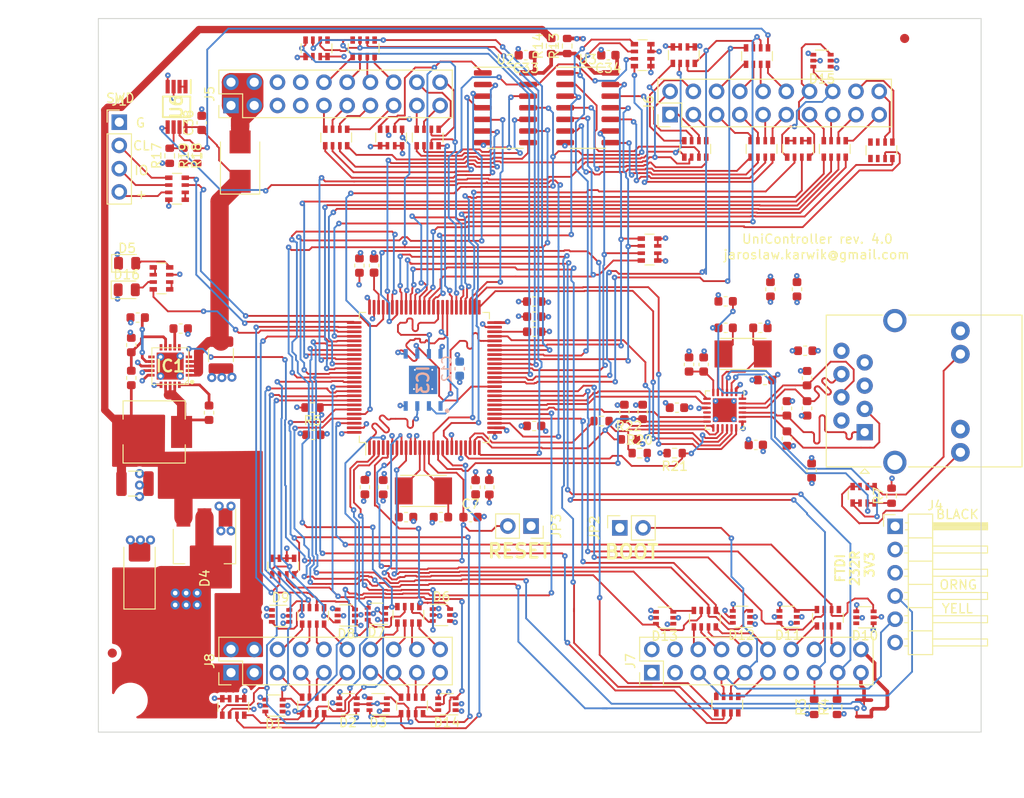
<source format=kicad_pcb>
(kicad_pcb (version 20211014) (generator pcbnew)
  (layers (0 "F.Cu" signal "Górna sygnałowa") (1 "In1.Cu" power "In1.GND") (2 "In2.Cu" power "In2.3v3") (31 "B.Cu" signal "Dolna sygnałowa") (35 "F.Paste" user "Górna pasty") (36 "B.SilkS" user "B.Silkscreen") (37 "F.SilkS" user "F.Silkscreen") (38 "B.Mask" user "Dolna sodermaski") (39 "F.Mask" user "Górna soldermaski") (44 "Edge.Cuts" user "Krawędziowa"))
  (net 0 "")
  (net 1 "+3V3")
  (net 2 "GND")
  (net 3 "+5V")
  (net 4 "/Ethernet/ENET_MDIO")
  (net 5 "Net-(C2-Pad1)")
  (net 6 "Net-(C2-Pad2)")
  (net 7 "Net-(C4-Pad1)")
  (net 8 "/Ethernet/ENET_MDC")
  (net 9 "Net-(C3-Pad2)")
  (net 10 "Net-(C11-Pad1)")
  (net 11 "Net-(C14-Pad1)")
  (net 12 "Net-(C18-Pad1)")
  (net 13 "Net-(C19-Pad1)")
  (net 14 "Net-(C22-Pad1)")
  (net 15 "Net-(C23-Pad1)")
  (net 16 "/VSUP")
  (net 17 "/OUT_CPU4_PWM")
  (net 18 "/OUT_CPU1_PWM")
  (net 19 "/OUT_CPU2_PWM")
  (net 20 "/OUT_CPU3_PWM")
  (net 21 "/OUT_CPU5")
  (net 22 "/OUT_CPU6")
  (net 25 "Net-(IC4-Pad2)")
  (net 26 "Net-(IC4-Pad3)")
  (net 28 "Net-(IC4-Pad14)")
  (net 29 "Net-(IC4-Pad24)")
  (net 30 "Net-(J1-Pad2)")
  (net 31 "Net-(J1-Pad4)")
  (net 32 "Net-(C33-Pad1)")
  (net 33 "/IO_CPU7")
  (net 34 "Net-(D4-Pad2)")
  (net 35 "Net-(D15-Pad3)")
  (net 36 "Net-(J5-Pad9)")
  (net 37 "/Ethernet/ENET_RXD1")
  (net 38 "/Ethernet/ENET_RXD0")
  (net 39 "/Ethernet/ENET_CRSDV")
  (net 40 "/Ethernet/ENET_TX_EN")
  (net 41 "/Ethernet/ENET_TXD0")
  (net 42 "/Ethernet/ENET_TXD1")
  (net 43 "Net-(D15-Pad6)")
  (net 44 "Net-(J5-Pad10)")
  (net 45 "Net-(J5-Pad11)")
  (net 46 "Net-(J5-Pad12)")
  (net 47 "Net-(J5-Pad13)")
  (net 48 "Net-(J5-Pad14)")
  (net 49 "Net-(J5-Pad15)")
  (net 50 "Net-(J5-Pad16)")
  (net 51 "Net-(J5-Pad17)")
  (net 52 "Net-(J5-Pad18)")
  (net 53 "Net-(J5-Pad19)")
  (net 54 "Net-(J5-Pad20)")
  (net 55 "Net-(J6-Pad10)")
  (net 56 "/Power_supply/PWR_RESET")
  (net 57 "Net-(J6-Pad12)")
  (net 58 "Net-(J6-Pad17)")
  (net 59 "/OUT_STEP7")
  (net 60 "Net-(J6-Pad19)")
  (net 61 "Net-(J6-Pad5)")
  (net 62 "Net-(J6-Pad6)")
  (net 63 "Net-(J6-Pad7)")
  (net 64 "/ADC.CH2")
  (net 65 "/Ethernet/VDD")
  (net 66 "/ADC.CH1")
  (net 67 "Net-(J6-Pad8)")
  (net 68 "Net-(J6-Pad9)")
  (net 69 "Net-(J1-Pad3)")
  (net 70 "Net-(J6-Pad11)")
  (net 71 "Net-(J6-Pad13)")
  (net 72 "Net-(J6-Pad15)")
  (net 73 "Net-(J4-Pad4)")
  (net 74 "Net-(J6-Pad18)")
  (net 75 "Net-(J8-Pad5)")
  (net 76 "/Ethernet/VDDCR")
  (net 77 "Net-(J6-Pad20)")
  (net 78 "/Ethernet/RX+")
  (net 79 "/Ethernet/RX-")
  (net 80 "/Ethernet/TX+")
  (net 81 "/Ethernet/TX-")
  (net 82 "/Ethernet/ENET_RST")
  (net 83 "/Ethernet/RJ45_LED2")
  (net 84 "/Ethernet/RJ45_LED1")
  (net 85 "Net-(J7-Pad6)")
  (net 86 "Net-(J8-Pad17)")
  (net 87 "Net-(J8-Pad18)")
  (net 88 "Net-(J8-Pad19)")
  (net 89 "Net-(J8-Pad6)")
  (net 90 "Net-(J8-Pad20)")
  (net 91 "Net-(J7-Pad9)")
  (net 92 "/CAN_RX")
  (net 93 "Net-(R17-Pad2)")
  (net 96 "Net-(IC1-Pad9)")
  (net 99 "/Processor/QCS")
  (net 100 "/Ethernet/ENET_REF_CLK")
  (net 101 "/Processor/QDQ1")
  (net 102 "/Processor/QDQ2")
  (net 103 "/Processor/QDQ0")
  (net 104 "/Processor/QCLK")
  (net 105 "/Processor/QDQ3")
  (net 106 "Net-(R18-Pad2)")
  (net 107 "Net-(D5-Pad2)")
  (net 108 "Net-(D16-Pad2)")
  (net 109 "Net-(J6-Pad4)")
  (net 110 "Net-(RN11-Pad3)")
  (net 111 "Net-(RN11-Pad4)")
  (net 112 "unconnected-(RN15-Pad4)")
  (net 113 "Net-(RN2-Pad1)")
  (net 114 "Net-(RN2-Pad3)")
  (net 115 "/I2C.SDA")
  (net 116 "/I2C.SCL")
  (net 117 "Net-(J7-Pad8)")
  (net 118 "Net-(J7-Pad10)")
  (net 119 "Net-(J7-Pad12)")
  (net 120 "Net-(J7-Pad14)")
  (net 121 "Net-(J7-Pad16)")
  (net 122 "Net-(J8-Pad7)")
  (net 123 "Net-(J8-Pad8)")
  (net 124 "Net-(J8-Pad9)")
  (net 125 "Net-(J8-Pad10)")
  (net 126 "Net-(J8-Pad11)")
  (net 127 "Net-(J8-Pad12)")
  (net 128 "Net-(J8-Pad13)")
  (net 129 "Net-(J8-Pad14)")
  (net 130 "Net-(J8-Pad15)")
  (net 131 "Net-(J8-Pad16)")
  (net 132 "/BOOT0")
  (net 133 "/SWDIO")
  (net 134 "/SWCLK")
  (net 135 "/U1_TX")
  (net 136 "/U1_RX")
  (net 137 "/ENC1_CH2")
  (net 138 "/ENC1_CH1")
  (net 139 "Net-(RN3-Pad1)")
  (net 140 "/IO_CPU1")
  (net 141 "/IO_CPU2")
  (net 142 "/IO_CPU3")
  (net 143 "/IO_CPU4")
  (net 144 "Net-(RN3-Pad2)")
  (net 145 "Net-(RN3-Pad3)")
  (net 146 "Net-(RN3-Pad4)")
  (net 147 "Net-(RN4-Pad1)")
  (net 148 "/ENC3_CH1.OUT_CPU11_PWM")
  (net 149 "/ENC3_CH2.OUT_CPU12_PWM")
  (net 150 "Net-(RN4-Pad2)")
  (net 151 "/IN_CPU3")
  (net 152 "/IN_CPU2")
  (net 153 "/IN_CPU1")
  (net 154 "/IN_CPU7")
  (net 155 "/IN_CPU5")
  (net 156 "/IN_CPU4")
  (net 157 "/OUT_DIR7")
  (net 158 "Net-(RN5-Pad1)")
  (net 159 "Net-(RN5-Pad2)")
  (net 160 "Net-(RN5-Pad3)")
  (net 161 "Net-(RN5-Pad4)")
  (net 162 "/DAC")
  (net 163 "/IN_CPU10")
  (net 164 "/IN_CPU9")
  (net 166 "/OUT_CPU8")
  (net 167 "/OUT_STEP5")
  (net 168 "/IO_CPU6")
  (net 169 "/IO_CPU5")
  (net 170 "/OUT_STEP1")
  (net 171 "/OUT_DIR1")
  (net 172 "/OUT_STEP2")
  (net 173 "/OUT_DIR2")
  (net 174 "/OUT_STEP3")
  (net 175 "/OUT_DIR3")
  (net 176 "/OUT_CPU7")
  (net 177 "/OUT_STEP6")
  (net 178 "/OUT_DIR6")
  (net 179 "/OUT_CPU10")
  (net 180 "/OUT_CPU9")
  (net 181 "/OUT_STEP4")
  (net 182 "/OUT_DIR4")
  (net 183 "/OUT_DIR5")
  (net 184 "/IN_CPU8")
  (net 185 "/IN_CPU6")
  (net 186 "/ENC2_CH1")
  (net 187 "/ENC2_CH2")
  (net 188 "/IO_CPU8")
  (net 189 "/IO_CPU9")
  (net 190 "Net-(RN7-Pad5)")
  (net 191 "/CAN_TX")
  (net 192 "Net-(J7-Pad11)")
  (net 193 "/DAC_CPU")
  (net 195 "Net-(U6-Pad1)")
  (net 196 "Net-(J7-Pad18)")
  (net 197 "/LED")
  (net 198 "Net-(J6-Pad1)")
  (net 201 "Net-(J6-Pad2)")
  (net 202 "Net-(J6-Pad3)")
  (net 203 "Net-(RN13-Pad1)")
  (net 204 "Net-(RN13-Pad5)")
  (net 205 "/RS485_TX")
  (net 207 "/RS485_RX")
  (net 212 "Net-(J4-Pad5)")
  (net 214 "/RS485_RE")
  (footprint "MountingHole:MountingHole_3.2mm_M3" (layer "F.Cu") (at 79 72.5 -90)
    (property "Reference" "MK1")
    (property "Value" "Mounting_Hole")
    (fp_text reference "MK1" hide)
    (fp_text value "Mounting_Hole")
  )
  (footprint "Capacitor_SMD:C_0603_1608Metric" (layer "F.Cu") (at 116.738 120.234 -90)
    (property "Reference" "C23")
    (property "Value" "10uF")
    (fp_text reference "C20" hide)
    (fp_text value "10uF")
  )
  (footprint "Capacitor_SMD:C_0603_1608Metric" (layer "F.Cu") (at 118.238 120.234 -90)
    (property "Reference" "C24")
    (property "Value" "100n")
    (fp_text reference "C21" hide)
    (fp_text value "100n")
  )
  (footprint "Capacitor_SMD:C_0603_1608Metric" (layer "F.Cu") (at 104.038 96 90)
    (property "Reference" "C17")
    (property "Value" "100n")
    (fp_text reference "C15" hide)
    (fp_text value "100n")
  )
  (footprint "Capacitor_SMD:C_0603_1608Metric" (layer "F.Cu") (at 106.638 120.234 -90)
    (property "Reference" "C15")
    (property "Value" "100n")
    (fp_text reference "C13" hide)
    (fp_text value "100n")
  )
  (footprint "Capacitor_SMD:C_0603_1608Metric" (layer "F.Cu") (at 99 114.5 180)
    (property "Reference" "C14")
    (property "Value" "100n")
    (fp_text reference "C10" hide)
    (fp_text value "100n")
  )
  (footprint "Capacitor_SMD:C_0603_1608Metric" (layer "F.Cu") (at 105.638 96 90)
    (property "Reference" "C13")
    (property "Value" "10uF")
    (fp_text reference "C14" hide)
    (fp_text value "10uF")
  )
  (footprint "Capacitor_SMD:C_0603_1608Metric" (layer "F.Cu") (at 104.638 120.2215 -90)
    (property "Reference" "C12")
    (property "Value" "100n")
    (fp_text reference "C9" hide)
    (fp_text value "100n")
  )
  (footprint "Capacitor_SMD:C_0603_1608Metric" (layer "F.Cu") (at 123.138 103.234)
    (property "Reference" "C11")
    (property "Value" "10uF")
    (fp_text reference "C11" hide)
    (fp_text value "10uF")
  )
  (footprint "Capacitor_SMD:C_0603_1608Metric" (layer "F.Cu") (at 123.138 101.584)
    (property "Reference" "C10")
    (property "Value" "10uF")
    (fp_text reference "C8" hide)
    (fp_text value "10uF")
  )
  (footprint "Capacitor_SMD:C_0603_1608Metric" (layer "F.Cu") (at 123.138 99.934)
    (property "Reference" "C20")
    (property "Value" "100n")
    (fp_text reference "C16" hide)
    (fp_text value "100n")
  )
  (footprint "MountingHole:MountingHole_3.2mm_M3" (layer "F.Cu") (at 168.5 143.5)
    (property "Reference" "MK3")
    (property "Value" "Mounting_Hole")
    (fp_text reference "MK3" hide)
    (fp_text value "Mounting_Hole")
  )
  (footprint "MountingHole:MountingHole_3.2mm_M3" (layer "F.Cu") (at 79 143.5)
    (property "Reference" "MK2")
    (property "Value" "Mounting_Hole")
    (fp_text reference "MK2" hide)
    (fp_text value "Mounting_Hole")
  )
  (footprint "Resistor_SMD:R_0603_1608Metric" (layer "F.Cu") (at 144.07 99.91 180)
    (property "Reference" "R38")
    (property "Value" "12k1")
    (fp_text reference "R8" hide)
    (fp_text value "12k1")
  )
  (footprint "Capacitor_SMD:C_0603_1608Metric" (layer "F.Cu") (at 109.138 123.5)
    (property "Reference" "C18")
    (property "Value" "18pF")
    (fp_text reference "C18" hide)
    (fp_text value "18pF")
  )
  (footprint "Capacitor_SMD:C_0603_1608Metric" (layer "F.Cu") (at 112.9505 123.5 180)
    (property "Reference" "C19")
    (property "Value" "18pF")
    (fp_text reference "C19" hide)
    (fp_text value "18pF")
  )
  (footprint "Fiducials:Fiducial_1mm_Dia_2mm_Outer" (layer "F.Cu") (at 77.024 138.364)
    (property "Reference" "J6")
    (property "Value" "FIDUCIAL")
    (fp_text reference "J3" hide)
    (fp_text value "FIDUCIAL")
  )
  (footprint "Fiducials:Fiducial_1mm_Dia_2mm_Outer" (layer "F.Cu") (at 163.638 71.174)
    (fp_text reference "J2" hide)
    (fp_text value "FIDUCIAL")
  )
  (footprint "moje:XTAL500X320X130N_v2" (layer "F.Cu") (at 111.038 120.634)
    (property "Reference" "Y1")
    (property "Value" "ABM7-25.000MHZ-D2Y-T")
    (fp_text reference "Y1" hide)
    (fp_text value "ABM7-25.000MHZ-D2Y-T" hide)
  )
  (footprint "Capacitor_SMD:C_0603_1608Metric" (layer "F.Cu") (at 116.18 123.5)
    (property "Reference" "C16")
    (property "Value" "100n")
    (fp_text reference "C7")
    (fp_text value "100n")
  )
  (footprint "Package_TO_SOT_SMD:SOT-363_SC-70-6" (layer "F.Cu") (at 159.3 134.45 180)
    (property "Reference" "D1")
    (property "Value" "D_Schottky_x4_BAV99S")
    (fp_text reference "D10")
    (fp_text value "D_Schottky_x4_BAV99S")
  )
  (footprint "moje:R_Array_Convex_4x0603" (layer "F.Cu") (at 156 83.25 90)
    (property "Reference" "RN6")
    (property "Value" "100R")
    (fp_text reference "RN6" hide)
    (fp_text value "100R")
  )
  (footprint "Package_TO_SOT_SMD:SOT-363_SC-70-6" (layer "F.Cu") (at 105.895 134.066 180)
    (property "Reference" "D1")
    (property "Value" "D_Schottky_x4_BAV99S")
    (fp_text reference "D7")
    (fp_text value "D_Schottky_x4_BAV99S")
  )
  (footprint "Connector_PinHeader_2.54mm:PinHeader_2x10_P2.54mm_Vertical" (layer "F.Cu") (at 136 140.5 90)
    (fp_text reference "J7")
    (fp_text value "Conn_02x10_Odd_Even")
  )
  (footprint "Capacitor_SMD:C_1210_3225Metric" (layer "F.Cu") (at 88.9 105.7875 -90)
    (property "Reference" "C40")
    (property "Value" "10uF 50V")
    (fp_text reference "C1" hide)
    (fp_text value "10uF 50V")
  )
  (footprint "Inductor_SMD:L_0603_1608Metric" (layer "F.Cu") (at 151.87 98.59 90)
    (property "Reference" "L1")
    (property "Value" "10nH")
    (fp_text reference "L2" hide)
    (fp_text value "10nH")
  )
  (footprint "Capacitor_SMD:C_0603_1608Metric" (layer "F.Cu") (at 131.25 73 180)
    (fp_text reference "C34")
    (fp_text value "100n / 25V")
  )
  (footprint "Package_TO_SOT_SMD:SOT-363_SC-70-6" (layer "F.Cu") (at 154.6 73.6 180)
    (property "Reference" "D1")
    (property "Value" "D_Schottky_x4_BAV99S")
    (fp_text reference "D15")
    (fp_text value "D_Schottky_x4_BAV99S")
  )
  (footprint "moje:R_Array_Convex_4x0603" (layer "F.Cu") (at 84.1 87.6)
    (property "Reference" "RN6")
    (property "Value" "100R")
    (fp_text reference "RN7" hide)
    (fp_text value "100R")
  )
  (footprint "moje:R_Array_Convex_4x0603" (layer "F.Cu") (at 144.25 144 90)
    (fp_text reference "RN1" hide)
    (fp_text value "100R")
  )
  (footprint "Package_TO_SOT_SMD:SOT-363_SC-70-6" (layer "F.Cu") (at 106.088 143.947 180)
    (property "Reference" "D1")
    (property "Value" "D_Schottky_x4_BAV99S")
    (fp_text reference "D3")
    (fp_text value "D_Schottky_x4_BAV99S")
  )
  (footprint "Capacitor_SMD:C_0603_1608Metric" (layer "F.Cu") (at 141.67 106.81 90)
    (property "Reference" "CP1")
    (property "Value" "2.2uF")
    (fp_text reference "CP1" hide)
    (fp_text value "2.2uF")
  )
  (footprint "LED_SMD:LED_0805_2012Metric" (layer "F.Cu") (at 78.6 98.65)
    (property "Reference" "D3")
    (property "Value" "LED")
    (fp_text reference "D16")
    (fp_text value "LED")
  )
  (footprint "Resistor_SMD:R_0603_1608Metric" (layer "F.Cu") (at 98.908 111.52 180)
    (property "Reference" "R3")
    (property "Value" "2k2")
    (fp_text reference "R5")
    (fp_text value "2k2")
  )
  (footprint "moje:R_Array_Convex_4x0603" (layer "F.Cu") (at 141.8 134.6 90)
    (property "Reference" "RN6")
    (property "Value" "100R")
    (fp_text reference "RN14" hide)
    (fp_text value "100R")
  )
  (footprint "Resistor_SMD:R_0603_1608Metric" (layer "F.Cu") (at 150.77 114.91 -90)
    (property "Reference" "R46")
    (property "Value" "49R9")
    (fp_text reference "R10" hide)
    (fp_text value "49R9")
  )
  (footprint "Connector_PinSocket_2.54mm:PinSocket_1x02_P2.54mm_Vertical" (layer "F.Cu") (at 122.8 124.475 -90)
    (fp_text reference "JP3")
    (fp_text value "Jumper_2_Open")
  )
  (footprint "Capacitor_SMD:C_0603_1608Metric" (layer "F.Cu") (at 86.8 80.4 90)
    (fp_text reference "C38")
    (fp_text value "100n / 25V")
  )
  (footprint "Resistor_SMD:R_0603_1608Metric" (layer "F.Cu") (at 84.8 84 -90)
    (property "Reference" "R4")
    (property "Value" "2k2")
    (fp_text reference "R18")
    (fp_text value "2k2")
  )
  (footprint "Resistor_SMD:R_0603_1608Metric" (layer "F.Cu") (at 152.97 108.31 90)
    (property "Reference" "R47")
    (property "Value" "49R9")
    (fp_text reference "R11" hide)
    (fp_text value "49R9")
  )
  (footprint "Resistor_SMD:R_0603_1608Metric" (layer "F.Cu") (at 153.75 144.25 90)
    (property "Reference" "R4")
    (property "Value" "2k2")
    (fp_text reference "R3")
    (fp_text value "2k2")
  )
  (footprint "moje:R_Array_Convex_4x0603" (layer "F.Cu") (at 109.39 134.179 90)
    (property "Reference" "RN6")
    (property "Value" "100R")
    (fp_text reference "RN17" hide)
    (fp_text value "100R")
  )
  (footprint "Resistor_SMD:R_0603_1608Metric" (layer "F.Cu") (at 134.675 116.5)
    (property "Reference" "R38")
    (property "Value" "12k1")
    (fp_text reference "R20")
    (fp_text value "12k1")
  )
  (footprint "Diode_SMD:D_SMB" (layer "F.Cu") (at 90.994 84.636 90)
    (fp_text reference "D4")
    (fp_text value "SK56")
  )
  (footprint "moje:R_Array_Convex_4x0603" (layer "F.Cu") (at 159.158 121.058 90)
    (property "Reference" "RN10")
    (property "Value" "390R")
    (fp_text reference "RN21" hide)
    (fp_text value "390R 5%")
  )
  (footprint "Capacitor_SMD:C_0603_1608Metric" (layer "F.Cu") (at 133 112 90)
    (property "Reference" "C7")
    (property "Value" "18pF")
    (fp_text reference "C25" hide)
    (fp_text value "18pF")
  )
  (footprint "moje:R_Array_Convex_4x0603" (layer "F.Cu") (at 135 73)
    (property "Reference" "RN6")
    (property "Value" "100R")
    (fp_text reference "RN20" hide)
    (fp_text value "10k")
  )
  (footprint "Resistor_SMD:R_0603_1608Metric" (layer "F.Cu") (at 125 72 90)
    (property "Reference" "R4")
    (property "Value" "2k2")
    (fp_text reference "R14")
    (fp_text value "0")
  )
  (footprint "moje:R_Array_Convex_4x0603" (layer "F.Cu") (at 99.35 72.25 90)
    (property "Reference" "RN6")
    (property "Value" "100R")
    (fp_text reference "RN27" hide)
    (fp_text value "10k")
  )
  (footprint "Capacitor_SMD:C_0603_1608Metric" (layer "F.Cu") (at 148.97 98.59 90)
    (property "Reference" "C9")
    (property "Value" "10uF")
    (fp_text reference "C26" hide)
    (fp_text value "10uF")
  )
  (footprint "moje:R_Array_Convex_4x0603" (layer "F.Cu") (at 152 83.25 -90)
    (property "Reference" "RN6")
    (property "Value" "100R")
    (fp_text reference "RN2" hide)
    (fp_text value "100R")
  )
  (footprint "Capacitor_SMD:C_1210_3225Metric" (layer "F.Cu") (at 79.5 119.8375)
    (property "Reference" "C43")
    (property "Value" "22uF 25V")
    (fp_text reference "C5" hide)
    (fp_text value "22uF 25V")
  )
  (footprint "Resistor_SMD:R_0603_1608Metric" (layer "F.Cu") (at 138.5 116.5 180)
    (property "Reference" "R38")
    (property "Value" "12k1")
    (fp_text reference "R21")
    (fp_text value "2k2")
  )
  (footprint "moje:QFN50P400X400X80-21N" (layer "F.Cu") (at 83.35 106.9875 180)
    (property "Reference" "IC1")
    (property "Value" "MAX17503ATP+")
    (fp_text reference "IC1")
    (fp_text value "MAX17503ATP+" hide)
  )
  (footprint "moje:XTAL500X320X130N_v2" (layer "F.Cu") (at 145.9825 105.66)
    (property "Reference" "Y2")
    (property "Value" "ABM7-25.000MHZ-D2Y-T")
    (fp_text reference "Y2" hide)
    (fp_text value "ABM7-25.000MHZ-D2Y-T" hide)
  )
  (footprint "moje:LMJ1998824110DL1T39J" (layer "F.Cu") (at 159.27 114.21 90)
    (property "Reference" "J11")
    (property "Value" "LMJ1998824110DL1T39J")
    (fp_text reference "J9" hide)
    (fp_text value "LMJ1998824110DL1T39J")
  )
  (footprint "Connector_PinHeader_2.54mm:PinHeader_1x06_P2.54mm_Horizontal" (layer "F.Cu") (at 162.6 124.5)
    (fp_text reference "J4")
    (fp_text value "Conn_01x06")
  )
  (footprint "Resistor_SMD:R_0603_1608Metric" (layer "F.Cu") (at 156.25 144.25 90)
    (property "Reference" "R5")
    (property "Value" "2k2")
    (fp_text reference "R4")
    (fp_text value "2k2")
  )
  (footprint "Capacitor_SMD:C_0603_1608Metric" (layer "F.Cu") (at 148.37 108.51 180)
    (property "Reference" "C35")
    (property "Value" "100n")
    (fp_text reference "C29" hide)
    (fp_text value "100n")
  )
  (footprint "moje:R_Array_Convex_4x0603" (layer "F.Cu") (at 95.7 128.9 -90)
    (property "Reference" "RN6")
    (property "Value" "100R")
    (fp_text reference "RN25" hide)
    (fp_text value "10k")
  )
  (footprint "Resistor_SMD:R_0603_1608Metric" (layer "F.Cu") (at 152.97 111.61 -90)
    (property "Reference" "R48")
    (property "Value" "49R9")
    (fp_text reference "R12" hide)
    (fp_text value "49R9")
  )
  (footprint "Resistor_SMD:R_0603_1608Metric" (layer "F.Cu") (at 150.77 111.61 90)
    (property "Reference" "R45")
    (property "Value" "49R9")
    (fp_text reference "R9" hide)
    (fp_text value "49R9")
  )
  (footprint "Resistor_SMD:R_0603_1608Metric" (layer "F.Cu") (at 133.5 115)
    (property "Reference" "R38")
    (property "Value" "12k1")
    (fp_text reference "R22")
    (fp_text value "2k2")
  )
  (footprint "moje:R_Array_Convex_4x0603" (layer "F.Cu") (at 101.5 82 90)
    (property "Reference" "RN6")
    (property "Value" "100R")
    (fp_text reference "RN3" hide)
    (fp_text value "100R")
  )
  (footprint "Capacitor_SMD:C_0603_1608Metric" (layer "F.Cu") (at 84.5 102.8875 180)
    (property "Reference" "C42")
    (property "Value" "5.6nF")
    (fp_text reference "C3" hide)
    (fp_text value "5.6nF")
  )
  (footprint "Capacitor_SMD:C_0603_1608Metric" (layer "F.Cu") (at 144.07 102.81 180)
    (property "Reference" "C4")
    (property "Value" "18pF")
    (fp_text reference "C22" hide)
    (fp_text value "18pF")
  )
  (footprint "moje:R_Array_Convex_4x0603" (layer "F.Cu") (at 147.5 73.1 -90)
    (property "Reference" "RN6")
    (property "Value" "100R")
    (fp_text reference "RN12" hide)
    (fp_text value "100R")
  )
  (footprint "Connector_PinHeader_2.54mm:PinHeader_2x10_P2.54mm_Vertical" (layer "F.Cu") (at 138 79.5 90)
    (fp_text reference "J6")
    (fp_text value "Conn_02x10_Odd_Even")
  )
  (footprint "MountingHole:MountingHole_3.2mm_M3" (layer "F.Cu") (at 168.5 72.5)
    (property "Reference" "MK6")
    (property "Value" "Mounting_Hole")
    (fp_text reference "MK4" hide)
    (fp_text value "Mounting_Hole")
  )
  (footprint "Capacitor_SMD:C_0603_1608Metric" (layer "F.Cu") (at 153.47 118.41 -90)
    (property "Reference" "C36")
    (property "Value" "100n")
    (fp_text reference "C30" hide)
    (fp_text value "100n")
  )
  (footprint "moje:R_Array_Convex_4x0603" (layer "F.Cu") (at 90.25 144.25 -90)
    (property "Reference" "RN6")
    (property "Value" "100R")
    (fp_text reference "RN24" hide)
    (fp_text value "10k")
  )
  (footprint "Capacitor_SMD:C_0603_1608Metric" (layer "F.Cu") (at 138.75 111.535)
    (property "Reference" "C21")
    (property "Value" "100n")
    (fp_text reference "C27" hide)
    (fp_text value "100n")
  )
  (footprint "LED_SMD:LED_0805_2012Metric" (layer "F.Cu") (at 78.6425 95.755)
    (property "Reference" "D2")
    (property "Value" "LED")
    (fp_text reference "D5")
    (fp_text value "LED")
  )
  (footprint "moje:R_Array_Convex_4x0603" (layer "F.Cu") (at 109.79 144.085 90)
    (property "Reference" "RN6")
    (property "Value" "100R")
    (fp_text reference "RN8" hide)
    (fp_text value "100R")
  )
  (footprint "moje:R_Array_Convex_4x0603" (layer "F.Cu") (at 139.5 73 -90)
    (property "Reference" "RN6")
    (property "Value" "100R")
    (fp_text reference "RN28" hide)
    (fp_text value "10k")
  )
  (footprint "Resistor_SMD:R_0603_1608Metric" (layer "F.Cu") (at 130.5 113)
    (property "Reference" "R1")
    (property "Value" "33")
    (fp_text reference "R6" hide)
    (fp_text value "33")
  )
  (footprint "moje:R_Array_Convex_4x0603" (layer "F.Cu") (at 155.25 134.5 90)
    (property "Reference" "RN6")
    (property "Value" "100R")
    (fp_text reference "RN15" hide)
    (fp_text value "100R")
  )
  (footprint "Package_TO_SOT_SMD:SOT-363_SC-70-6" (layer "F.Cu") (at 102.6 134.25 180)
    (property "Reference" "D1")
    (property "Value" "D_Schottky_x4_BAV99S")
    (fp_text reference "D8")
    (fp_text value "D_Schottky_x4_BAV99S")
  )
  (footprint "Resistor_SMD:R_0603_1608Metric" (layer "F.Cu") (at 83.3 84 90)
    (property "Reference" "R4")
    (property "Value" "2k2")
    (fp_text reference "R17")
    (fp_text value "2k2")
  )
  (footprint "Package_TO_SOT_SMD:SOT-363_SC-70-6" (layer "F.Cu") (at 137.4 134.5 180)
    (property "Reference" "D1")
    (property "Value" "D_Schottky_x4_BAV99S")
    (fp_text reference "D13")
    (fp_text value "D_Schottky_x4_BAV99S")
  )
  (footprint "Capacitor_SMD:C_0603_1608Metric" (layer "F.Cu") (at 147.87 102.81)
    (property "Reference" "C5")
    (property "Value" "18pF")
    (fp_text reference "C23" hide)
    (fp_text value "18pF")
  )
  (footprint "Connector_PinSocket_2.54mm:PinSocket_1x02_P2.54mm_Vertical" (layer "F.Cu") (at 132.5 124.675 90)
    (fp_text reference "JP2")
    (fp_text value "Jumper_2_Open")
  )
  (footprint "Package_TO_SOT_SMD:SOT-363_SC-70-6" (layer "F.Cu") (at 150.9 134.4 180)
    (property "Reference" "D1")
    (property "Value" "D_Schottky_x4_BAV99S")
    (fp_text reference "D11")
    (fp_text value "D_Schottky_x4_BAV99S")
  )
  (footprint "Package_SO:SO-14_3.9x8.65mm_P1.27mm" (layer "F.Cu") (at 129 78.75)
    (fp_text reference "U3")
    (fp_text value "74AHC04")
  )
  (footprint "moje:R_Array_Convex_4x0603" (layer "F.Cu") (at 135.75 94.25)
    (property "Reference" "RN6")
    (property "Value" "100R")
    (fp_text reference "RN23" hide)
    (fp_text value "10k")
  )
  (footprint "Capacitor_SMD:C_0603_1608Metric" (layer "F.Cu") (at 79.8 101.6875 180)
    (property "Reference" "C41")
    (property "Value" "2.2uF")
    (fp_text reference "C4" hide)
    (fp_text value "2.2uF")
  )
  (footprint "Capacitor_SMD:C_0603_1608Metric" (layer "F.Cu") (at 152.77 105.31 180)
    (property "Reference" "C37")
    (property "Value" "100n")
    (fp_text reference "C31" hide)
    (fp_text value "100n")
  )
  (footprint "Capacitor_SMD:C_0603_1608Metric" (layer "F.Cu") (at 135 112 90)
    (property "Reference" "C6")
    (property "Value" "18pF")
    (fp_text reference "C24" hide)
    (fp_text value "18pF")
  )
  (footprint "Package_QFP:LQFP-100_14x14mm_P0.5mm" (layer "F.Cu") (at 111.138 108.234 90)
    (property "Reference" "U1")
    (property "Value" "STM32H743VIT6")
    (fp_text reference "U1" hide)
    (fp_text value "STM32H743VIT6")
  )
  (footprint "moje:R_Array_Convex_4x0603" (layer "F.Cu") (at 111.5 82 90)
    (property "Reference" "RN6")
    (property "Value" "100R")
    (fp_text reference "RN4" hide)
    (fp_text value "100R")
  )
  (footprint "moje:R_Array_Convex_4x0603" (layer "F.Cu") (at 98.976 134.295 90)
    (property "Reference" "RN6")
    (property "Value" "100R")
    (fp_text reference "RN16" hide)
    (fp_text value "100R")
  )
  (footprint "moje:SOP65P490X110-8N" (layer "F.Cu") (at 84.05 78.65 -90)
    (fp_text reference "U6")
    (fp_text value "LM2904" hide)
  )
  (footprint "Connector_PinHeader_2.54mm:PinHeader_1x04_P2.54mm_Vertical" (layer "F.Cu") (at 77.786 80.328)
    (fp_text reference "J1")
    (fp_text value "Conn_01x04_Male")
  )
  (footprint "Capacitor_SMD:C_0603_1608Metric" (layer "F.Cu") (at 147.37 115.61 180)
    (property "Reference" "C33")
    (property "Value" "100n")
    (fp_text reference "C28" hide)
    (fp_text value "100n")
  )
  (footprint "moje:R_Array_Convex_4x0603" (layer "F.Cu") (at 107.5 82 -90)
    (property "Reference" "RN6")
    (property "Value" "100R")
    (fp_text reference "RN19" hide)
    (fp_text value "10k")
  )
  (footprint "Resistor_SMD:R_0603_1608Metric" (layer "F.Cu") (at 162.208 121.158 90)
    (property "Reference" "R2")
    (property "Value" "12k1")
    (fp_text reference "R7")
    (fp_text value "12k1")
  )
  (footprint "Resistor_SMD:R_0603_1608Metric" (layer "F.Cu") (at 79.1 108.2875 90)
    (property "Reference" "R52")
    (property "Value" "178k")
    (fp_text reference "R1" hide)
    (fp_text value "178k")
  )
  (footprint "moje:R_Array_Convex_4x0603" (layer "F.Cu") (at 161.1 83.4 90)
    (property "Reference" "RN6")
    (property "Value" "100R")
    (fp_text reference "RN18" hide)
    (fp_text value "100R")
  )
  (footprint "Package_TO_SOT_SMD:SOT-363_SC-70-6" (layer "F.Cu") (at 145.8 134.4 180)
    (property "Reference" "D1")
    (property "Value" "D_Schottky_x4_BAV99S")
    (fp_text reference "D12")
    (fp_text value "D_Schottky_x4_BAV99S")
  )
  (footprint "Connector_PinHeader_2.54mm:PinHeader_2x10_P2.54mm_Vertical" (layer "F.Cu") (at 90 78.5 90)
    (fp_text reference "J5")
    (fp_text value "Conn_02x10_Odd_Even")
  )
  (footprint "Capacitor_SMD:C_0603_1608Metric" (layer "F.Cu") (at 87.6 112.0875 -90)
    (property "Reference" "C1")
    (property "Value" "100n")
    (fp_text reference "C2" hide)
    (fp_text value "100n")
  )
  (footprint "Package_SO:SO-14_3.9x8.65mm_P1.27mm" (layer "F.Cu") (at 120 78.75)
    (fp_text reference "U2")
    (fp_text value "74AHC04")
  )
  (footprint "Resistor_SMD:R_0603_1608Metric" (layer "F.Cu") (at 79.1 104.6875 90)
    (property "Reference" "R53")
    (property "Value" "39k")
    (fp_text reference "R2" hide)
    (fp_text value "39k")
  )
  (footprint "Package_TO_SOT_SMD:SOT-363_SC-70-6" (layer "F.Cu") (at 94.7 144.1 180)
    (property "Reference" "D1")
    (property "Value" "D_Schottky_x4_BAV99S")
    (fp_text reference "D1")
    (fp_text value "D_Schottky_x4_BAV99S")
  )
  (footprint "Package_TO_SOT_SMD:SOT-223-3_TabPin2" (layer "F.Cu") (at 87.1 126.6875 -90)
    (property "Reference" "IC4")
    (property "Value" "TLV1117-33")
    (fp_text reference "IC2" hide)
    (fp_text value "TLV1117-33")
  )
  (footprint "Capacitor_SMD:C_0603_1608Metric" (layer "F.Cu") (at 123.138 113.534)
    (property "Reference" "C22")
    (property "Value" "100n")
    (fp_text reference "C17" hide)
    (fp_text value "100n")
  )
  (footprint "Resistor_SMD:R_0603_1608Metric" (layer "F.Cu") (at 86.3 84 90)
    (property "Reference" "R4")
    (property "Value" "2k2")
    (fp_text reference "R19")
    (fp_text value "2k2")
  )
  (footprint "Capacitor_SMD:C_0603_1608Metric" (layer "F.Cu") (at 140.07 106.81 90)
    (property "Reference" "CP2")
    (property "Value" "470pF")
    (fp_text reference "CP2" hide)
    (fp_text value "470pF")
  )
  (footprint "moje:R_Array_Convex_4x0603" (layer "F.Cu") (at 140.75 83.25 90)
    (property "Reference" "RN6")
    (property "Value" "100R")
    (fp_text reference "RN11" hide)
    (fp_text value "100R")
  )
  (footprint "Package_TO_SOT_SMD:SOT-363_SC-70-6" (layer "F.Cu") (at 95.42 134.295)
    (property "Reference" "D1")
    (property "Value" "D_Schottky_x4_BAV99S")
    (fp_text reference "D9")
    (fp_text value "D_Schottky_x4_BAV99S")
  )
  (footprint "moje:HPI0630" (layer "F.Cu") (at 81.6 114.1875 180)
    (property "Reference" "L2")
    (property "Value" "10uH")
    (fp_text reference "L1" hide)
    (fp_text value "10uH")
  )
  (footprint "Package_TO_SOT_SMD:SOT-363_SC-70-6" (layer "F.Cu") (at 102.786 143.947 180)
    (property "Reference" "D1")
    (property "Value" "D_Schottky_x4_BAV99S")
    (fp_text reference "D2")
    (fp_text value "D_Schottky_x4_BAV99S")
  )
  (footprint "Package_TO_SOT_SMD:SOT-363_SC-70-6" (layer "F.Cu") (at 113 134.2)
    (property "Reference" "D1")
    (property "Value" "D_Schottky_x4_BAV99S")
    (fp_text reference "D6")
    (fp_text value "D_Schottky_x4_BAV99S")
  )
  (footprint "Connector_PinHeader_2.54mm:PinHeader_2x10_P2.54mm_Vertical" (layer "F.Cu") (at 90 140.5 90)
    (fp_text reference "J8")
    (fp_text value "Conn_02x10_Odd_Even")
  )
  (footprint "Resistor_SMD:R_0603_1608Metric" (layer "F.Cu") (at 126.75 72 90)
    (property "Reference" "R4")
    (property "Value" "2k2")
    (fp_text reference "R13")
    (fp_text value "NA")
  )
  (footprint "Package_DFN_QFN:QFN-24-1EP_4x4mm_P0.5mm_EP2.6x2.6mm" (layer "F.Cu") (at 143.97 111.81 -90)
    (property "Reference" "IC5")
    (property "Value" "LAN8742A")
    (fp_text reference "IC4" hide)
    (fp_text value "LAN8742A")
  )
  (footprint "Package_TO_SOT_SMD:SOT-363_SC-70-6" (layer "F.Cu") (at 113.6 143.952 180)
    (property "Reference" "D1")
    (property "Value" "D_Schottky_x4_BAV99S")
    (fp_text reference "D14")
    (fp_text value "D_Schottky_x4_BAV99S")
  )
  (footprint "moje:R_Array_Convex_4x0603" (layer "F.Cu") (at 148 83.25 90)
    (property "Reference" "RN6")
    (property "Value" "100R")
    (fp_text reference "RN5" hide)
    (fp_text value "100R")
  )
  (footprint "Capacitor_SMD:C_0603_1608Metric" (layer "F.Cu") (at 122.225 73 180)
    (fp_text reference "C33")
    (fp_text value "100n / 25V")
  )
  (footprint "moje:R_Array_Convex_4x0603" (layer "F.Cu") (at 104.5 72.25 -90)
    (property "Reference" "RN6")
    (property "Value" "100R")
    (fp_text reference "RN10" hide)
    (fp_text value "100R")
  )
  (footprint "moje:R_Array_Convex_4x0603" (layer "F.Cu") (at 98.976 144.085 90)
    (property "Reference" "RN6")
    (property "Value" "100R")
    (fp_text reference "RN9" hide)
    (fp_text value "100R")
  )
  (footprint "moje:R_Array_Convex_4x0603" (layer "F.Cu") (at 82.4 97.4)
    (property "Reference" "RN1")
    (property "Value" "100R")
    (fp_text reference "RN13" hide)
    (fp_text value "100R")
  )
  (footprint "Capacitor_Tantalum_SMD:CP_EIA-6032-28_Kemet-C" (layer "F.Cu") (at 80 129.7875 90)
    (property "Reference" "C44")
    (property "Value" "100uF 6.3V Tantal")
    (fp_text reference "C6" hide)
    (fp_text value "100uF 6.3V Tantal")
  )
  (footprint "moje:SON127P600X500X80-9N-D" (layer "B.Cu") (at 111 108.5 90)
    (property "Reference" "IC2")
    (fp_text reference "IC3")
    (fp_text value "MT25QL256ABA1EW7-0SIT_TR" hide)
  )
  (footprint "Capacitor_SMD:C_0603_1608Metric" (layer "B.Cu") (at 115 107.275 -90)
    (property "Reference" "C2")
    (property "Value" "100n")
    (fp_text reference "C12")
    (fp_text value "100n")
  )
  (gr_line (start 172 147) (end 75.5 147) (layer "Edge.Cuts") (width 0.1))
  (gr_line (start 75.5 69) (end 172 69) (layer "Edge.Cuts") (width 0.1))
  (gr_line (start 75.5 147) (end 75.5 69) (layer "Edge.Cuts") (width 0.1))
  (gr_line (start 172 69) (end 172 147) (layer "Edge.Cuts") (width 0.1))
  (gr_text "RESET" (at 121.5 127.2) (layer "F.SilkS") (effects (font (size 1.5 1.5) (thickness 0.3))))
  (gr_text "CL" (at 80.2 82.9) (layer "F.SilkS") (effects (font (size 1 1))))
  (gr_text "FTDI \n232R \n3V3" (at 158.2 128.7 90) (layer "F.SilkS") (effects (font (size 1 1) (thickness 0.2))))
  (gr_text "+" (at 80.2 88.2) (layer "F.SilkS") (effects (font (size 1 1))))
  (gr_text "SWD" (at 77.9 77.7) (layer "F.SilkS") (effects (font (size 1 1))))
  (gr_text "G" (at 80.1 80.4) (layer "F.SilkS") (effects (font (size 1 1))))
  (gr_text "YELL" (at 169.4 133.5) (layer "F.SilkS") (effects (font (size 1 1))))
  (gr_text "ORNG" (at 169.5 130.9) (layer "F.SilkS") (effects (font (size 1 1))))
  (gr_text "jaroslaw.karwik@gmail.com" (at 154 94.8) (layer "F.SilkS") (effects (font (size 1 1))))
  (gr_text "BOOT" (at 133.8 127.3) (layer "F.SilkS") (effects (font (size 1.5 1.5) (thickness 0.3))))
  (gr_text "BLACK" (at 169.4 123.2) (layer "F.SilkS") (effects (font (size 1 1))))
  (gr_text "UniController rev. 4.0" (at 154.1 93.1) (layer "F.SilkS") (effects (font (size 1 1))))
  (gr_text "IO" (at 80.2 85.6) (layer "F.SilkS") (effects (font (size 1 1))))
  (segment (start 101.247 143.947) (end 101.1 143.8) (width 0.2) (layer "F.Cu") (net 1))
  (segment (start 116.738 119.459) (end 116.738 118.534) (width 0.3) (layer "F.Cu") (net 1))
  (segment (start 105.985778 143.866636) (end 106.957636 143.866636) (width 0.2) (layer "F.Cu") (net 1))
  (segment (start 101.886 143.947) (end 101.247 143.947) (width 0.2) (layer "F.Cu") (net 1))
  (segment (start 103.736 143.947) (end 105.138 143.947) (width 0.2) (layer "F.Cu") (net 1))
  (segment (start 113.274511 143.125489) (end 113.8 142.6) (width 0.2) (layer "F.Cu") (net 1))
  (segment (start 103.463 114.234) (end 102.247928 114.234) (width 0.2) (layer "F.Cu") (net 1))
  (segment (start 155.5 73.6) (end 156.2 73.6) (width 0.2) (layer "F.Cu") (net 1))
  (segment (start 135.9 73.4) (end 135.9 74.2) (width 0.2) (layer "F.Cu") (net 1))
  (segment (start 136.5 134.5) (end 135.9 134.5) (width 0.2) (layer "F.Cu") (net 1))
  (segment (start 144 134) (end 144 133.7) (width 0.2) (layer "F.Cu") (net 1))
  (segment (start 161.1 134.4) (end 160.85 134.45) (width 0.2) (layer "F.Cu") (net 1))
  (segment (start 153.075 145.075) (end 153 145) (width 0.2) (layer "F.Cu") (net 1))
  (segment (start 95.6 144.1) (end 96.2 144.1) (width 0.2) (layer "F.Cu") (net 1))
  (segment (start 122.3505 99.934) (end 121.438 99.934) (width 0.2) (layer "F.Cu") (net 1))
  (segment (start 95.705 134.295) (end 95.7 134.3) (width 0.2) (layer "F.Cu") (net 1))
  (segment (start 106.957636 143.866636) (end 107.038 143.947) (width 0.2) (layer "F.Cu") (net 1))
  (segment (start 153.75 145.075) (end 153.075 145.075) (width 0.2) (layer "F.Cu") (net 1))
  (segment (start 153.7 73.6) (end 154.4 73.6) (width 0.2) (layer "F.Cu") (net 1))
  (segment (start 112.1 134.2) (end 112.7 134.2) (width 0.2) (layer "F.Cu") (net 1))
  (segment (start 102.247928 114.234) (end 102.0995 114.382428) (width 0.2) (layer "F.Cu") (net 1))
  (segment (start 136.65 93.05) (end 136.65 93.85) (width 0.2) (layer "F.Cu") (net 1))
  (segment (start 87.1 123.5375) (end 87.1 129.8375) (width 2) (layer "F.Cu") (net 1))
  (segment (start 106.3 82.9) (end 105.35 82.9) (width 0.2) (layer "F.Cu") (net 1))
  (segment (start 94.52 134.295) (end 93.905 134.295) (width 0.2) (layer "F.Cu") (net 1))
  (segment (start 106.795 134.066) (end 106.461498 134.066) (width 0.2) (layer "F.Cu") (net 1))
  (segment (start 151.87 97.8025) (end 151.87 97.145) (width 0.2) (layer "F.Cu") (net 1))
  (segment (start 107.9 82.9) (end 108.7 82.9) (width 0.2) (layer "F.Cu") (net 1))
  (segment (start 138.3 134.5) (end 138.9 134.5) (width 0.2) (layer "F.Cu") (net 1))
  (segment (start 108.7 83.7) (end 108.75 83.75) (width 0.2) (layer "F.Cu") (net 1))
  (segment (start 108.7 82.9) (end 108.7 83.7) (width 0.2) (layer "F.Cu") (net 1))
  (segment (start 106.638 118.862) (end 106.75 118.75) (width 0.2) (layer "F.Cu") (net 1))
  (segment (start 119.838 113.734) (end 120.138 114.034) (width 0.3) (layer "F.Cu") (net 1))
  (segment (start 104.129448 134.25) (end 104.1995 134.179948) (width 0.2) (layer "F.Cu") (net 1))
  (segment (start 105.905414 143.947) (end 105.985778 143.866636) (width 0.2) (layer "F.Cu") (net 1))
  (segment (start 104.638 119.434) (end 104.638 119.112) (width 0.2) (layer "F.Cu") (net 1))
  (segment (start 137.45 95.45) (end 137.5 95.5) (width 0.2) (layer "F.Cu") (net 1))
  (segment (start 156.25 145.075) (end 156.925 145.075) (width 0.2) (layer "F.Cu") (net 1))
  (segment (start 156.925 145.075) (end 157 145) (width 0.2) (layer "F.Cu") (net 1))
  (segment (start 120.088 102.234) (end 120.238 102.084) (width 0.3) (layer "F.Cu") (net 1))
  (segment (start 104.638 119.112) (end 105 118.75) (width 0.2) (layer "F.Cu") (net 1))
  (segment (start 83.5 97) (end 84.35 97) (width 0.2) (layer "F.Cu") (net 1))
  (segment (start 151.8 134.4) (end 152.4 134.4) (width 0.2) (layer "F.Cu") (net 1))
  (segment (start 93.8 144.1) (end 93.2 144.1) (width 0.2) (layer "F.Cu") (net 1))
  (segment (start 99.7875 114.5) (end 100.3901 114.5) (width 0.2) (layer "F.Cu") (net 1))
  (segment (start 144.9 134.4) (end 144.4 134.4) (width 0.2) (layer "F.Cu") (net 1))
  (segment (start 159.05 134.45) (end 158.4 134.45) (width 0.2) (layer "F.Cu") (net 1))
  (segment (start 114.5 143.952) (end 115.148 143.952) (width 0.2) (layer "F.Cu") (net 1))
  (segment (start 115.148 143.952) (end 115.2 143.9) (width 0.2) (layer "F.Cu") (net 1))
  (segment (start 87.1 129.8375) (end 82.4125 129.8375) (width 2) (layer "F.Cu") (net 1))
  (segment (start 112.65 143.952) (end 113.175 143.952) (width 0.2) (layer "F.Cu") (net 1))
  (segment (start 135.9 74.2) (end 135.9 74.9) (width 0.2) (layer "F.Cu") (net 1))
  (segment (start 112.7 134.2) (end 112.8 134.3) (width 0.2) (layer "F.Cu") (net 1))
  (segment (start 115.138 117.07) (end 115.124 117.084) (width 0.2) (layer "F.Cu") (net 1))
  (segment (start 104.038 98.062) (end 104 98.1) (width 0.2) (layer "F.Cu") (net 1))
  (segment (start 135.9 72.6) (end 136.8 72.6) (width 0.2) (layer "F.Cu") (net 1))
  (segment (start 105.542745 134.066) (end 105.56077 134.047975) (width 0.2) (layer "F.Cu") (net 1))
  (segment (start 106.3 82.9) (end 107.1 82.9) (width 0.2) (layer "F.Cu") (net 1))
  (segment (start 106.638 119.4465) (end 106.638 118.862) (width 0.2) (layer "F.Cu") (net 1))
  (segment (start 96.32 134.295) (end 95.705 134.295) (width 0.2) (layer "F.Cu") (net 1))
  (segment (start 136.65 95.45) (end 137.45 95.45) (width 0.2) (layer "F.Cu") (net 1))
  (segment (start 105.188 143.947) (end 105.905414 143.947) (width 0.2) (layer "F.Cu") (net 1))
  (segment (start 159 134.5) (end 159.05 134.45) (width 0.2) (layer "F.Cu") (net 1))
  (segment (start 110.3 114.6) (end 110.138 114.538) (width 0.2) (layer "F.Cu") (net 1))
  (segment (start 113.9 134.2) (end 114.5 134.2) (width 0.2) (layer "F.Cu") (net 1))
  (segment (start 136.65 94.65) (end 136.65 95.45) (width 0.2) (layer "F.Cu") (net 1))
  (segment (start 113.175 143.952) (end 113.274511 143.852489) (width 0.2) (layer "F.Cu") (net 1))
  (segment (start 107.638 115.909) (end 107.638 114.638) (width 0.2) (layer "F.Cu") (net 1))
  (segment (start 118.238 119.4465) (end 118.238 118.534) (width 0.3) (layer "F.Cu") (net 1))
  (segment (start 104.995 134.066) (end 105.542745 134.066) (width 0.2) (layer "F.Cu") (net 1))
  (segment (start 136.65 93.05) (end 137.45 93.05) (width 0.2) (layer "F.Cu") (net 1))
  (segment (start 105.138 100.559) (end 105.138 99.738) (width 0.2) (layer "F.Cu") (net 1))
  (segment (start 110.138 114.538) (end 110.138 115.909) (width 0.2) (layer "F.Cu") (net 1))
  (segment (start 104.038 97.2215) (end 104.038 98.062) (width 0.2) (layer "F.Cu") (net 1))
  (segment (start 118.813 113.734) (end 119.838 113.734) (width 0.3) (layer "F.Cu") (net 1))
  (segment (start 102.3 134.282) (end 101.7 134.25) (width 0.2) (layer "F.Cu") (net 1))
  (segment (start 122.363 101.584) (end 121.488 101.584) (width 0.2) (layer "F.Cu") (net 1))
  (segment (start 115.138 115.909) (end 115.138 117.07) (width 0.2) (layer "F.Cu") (net 1))
  (segment (start 150 134.4) (end 149.4 134.4) (width 0.2) (layer "F.Cu") (net 1))
  (segment (start 100.3901 114.5) (end 100.500989 114.389111) (width 0.2) (layer "F.Cu") (net 1))
  (segment (start 146.7 134.4) (end 147.3 134.4) (width 0.2) (layer "F.Cu") (net 1))
  (segment (start 106.461498 134.066) (end 105.995498 133.6) (width 0.2) (layer "F.Cu") (net 1))
  (segment (start 105.35 82.9) (end 105.25 83) (width 0.2) (layer "F.Cu") (net 1))
  (segment (start 107.638 114.638) (end 107.6 114.6) (width 0.2) (layer "F.Cu") (net 1))
  (segment (start 105.138 99.738) (end 104.9 99.5) (width 0.2) (layer "F.Cu") (net 1))
  (segment (start 126.75 71.175) (end 128.475 71.175) (width 0.4) (layer "F.Cu") (net 1))
  (segment (start 121.488 101.584) (end 121.438 101.534) (width 0.2) (layer "F.Cu") (net 1))
  (segment (start 135.9 71.8) (end 135.9 72.6) (width 0.2) (layer "F.Cu") (net 1))
  (segment (start 84.35 97) (end 84.4 96.95) (width 0.2) (layer "F.Cu") (net 1))
  (segment (start 103.5 134.25) (end 104.129448 134.25) (width 0.2) (layer "F.Cu") (net 1))
  (segment (start 83.2 88.8) (end 83.2 89.5) (width 0.2) (layer "F.Cu") (net 1))
  (segment (start 113.274511 143.852489) (end 113.274511 143.125489) (width 0.2) (layer "F.Cu") (net 1))
  (segment (start 128.475 71.175) (end 128.5 71.2) (width 0.4) (layer "F.Cu") (net 1))
  (segment (start 151.87 97.145) (end 151.85 97.125) (width 0.2) (layer "F.Cu") (net 1))
  (segment (start 82.4125 129.8375) (end 80 132.25) (width 2) (layer "F.Cu") (net 1))
  (segment (start 137.45 93.05) (end 137.5 93) (width 0.2) (layer "F.Cu") (net 1))
  (segment (start 118.813 102.234) (end 120.088 102.234) (width 0.3) (layer "F.Cu") (net 1))
  (segment (start 144.4 134.4) (end 144 134) (width 0.2) (layer "F.Cu") (net 1))
  (segment (start 160.85 134.45) (end 160.2 134.45) (width 0.2) (layer "F.Cu") (net 1))
  (segment (start 93.905 134.295) (end 93.9 134.3) (width 0.2) (layer "F.Cu") (net 1))
  (via (at 105 118.75) (size 0.6) (drill 0.2) (layers "F.Cu" "B.Cu") (net 1))
  (via (at 101.1 143.8) (size 0.6) (drill 0.2) (layers "F.Cu" "B.Cu") (net 1))
  (via (at 83.9 131.8) (size 1) (drill 0.5) (layers "F.Cu" "B.Cu") (net 1))
  (via (at 104.1995 134.179948) (size 0.6) (drill 0.2) (layers "F.Cu" "B.Cu") (net 1))
  (via (at 93.2 144.1) (size 0.6) (drill 0.2) (layers "F.Cu" "B.Cu") (net 1))
  (via (at 112.8 134.3) (size 0.6) (drill 0.2) (layers "F.Cu" "B.Cu") (net 1))
  (via (at 100.500989 114.389111) (size 0.6) (drill 0.2) (layers "F.Cu" "B.Cu") (net 1))
  (via (at 136.8 72.6) (size 0.6) (drill 0.2) (layers "F.Cu" "B.Cu") (net 1))
  (via (at 120.138 114.034) (size 0.6) (drill 0.2) (layers "F.Cu" "B.Cu") (net 1))
  (via (at 121.738 113.534) (size 0.6) (drill 0.2) (layers "F.Cu" "B.Cu") (net 1))
  (via (at 154.4 73.6) (size 0.6) (drill 0.2) (layers "F.Cu" "B.Cu") (net 1))
  (via (at 93.9 134.3) (size 0.6) (drill 0.2) (layers "F.Cu" "B.Cu") (net 1))
  (via (at 114.75 105.75) (size 0.6) (drill 0.2) (layers "F.Cu" "B.Cu") (net 1))
  (via (at 105.995498 133.6) (size 0.6) (drill 0.2) (layers "F.Cu" "B.Cu") (net 1))
  (via (at 121.438 99.934) (size 0.6) (drill 0.2) (layers "F.Cu" "B.Cu") (net 1))
  (via (at 116.738 118.534) (size 0.6) (drill 0.2) (layers "F.Cu" "B.Cu") (net 1))
  (via (at 110.3 114.6) (size 0.6) (drill 0.2) (layers "F.Cu" "B.Cu") (net 1))
  (via (at 144 133.7) (size 0.6) (drill 0.2) (layers "F.Cu" "B.Cu") (net 1))
  (via (at 104 98.1) (size 0.6) (drill 0.2) (layers "F.Cu" "B.Cu") (net 1))
  (via (at 106.75 118.75) (size 0.6) (drill 0.2) (layers "F.Cu" "B.Cu") (net 1))
  (via (at 105.985778 143.866636) (size 0.6) (drill 0.2) (layers "F.Cu" "B.Cu") (net 1))
  (via (at 127.8 71.2) (size 0.6) (drill 0.2) (layers "F.Cu" "B.Cu") (net 1))
  (via (at 96.2 144.1) (size 0.6) (drill 0.2) (layers "F.Cu" "B.Cu") (net 1))
  (via (at 108.75 83.75) (size 0.6) (drill 0.2) (layers "F.Cu" "B.Cu") (net 1))
  (via (at 115.124 117.084) (size 0.6) (drill 0.2) (layers "F.Cu" "B.Cu") (net 1))
  (via (at 104.9 99.5) (size 0.6) (drill 0.2) (layers "F.Cu" "B.Cu") (net 1))
  (via (at 118.238 118.534) (size 0.6) (drill 0.2) (layers "F.Cu" "B.Cu") (net 1))
  (via (at 95.7 134.3) (size 0.6) (drill 0.2) (layers "F.Cu" "B.Cu") (net 1))
  (via (at 135.9 134.5) (size 0.6) (drill 0.2) (layers "F.Cu" "B.Cu") (net 1))
  (via (at 84.4 96.95) (size 0.6) (drill 0.2) (layers "F.Cu" "B.Cu") (net 1))
  (via (at 152.4 134.4) (size 0.6) (drill 0.2) (layers "F.Cu" "B.Cu") (net 1))
  (via (at 128.5 71.2) (size 0.6) (drill 0.2) (layers "F.Cu" "B.Cu") (net 1))
  (via (at 161.1 134.4) (size 0.6) (drill 0.2) (layers "F.Cu" "B.Cu") (net 1))
  (via (at 121.438 101.534) (size 0.6) (drill 0.2) (layers "F.Cu" "B.Cu") (net 1))
  (via (at 135.9 74.9) (size 0.6) (drill 0.2) (layers "F.Cu" "B.Cu") (net 1))
  (via (at 137.5 93) (size 0.6) (drill 0.2) (layers "F.Cu" "B.Cu") (net 1))
  (via (at 105.56077 134.047975) (size 0.6) (drill 0.2) (layers "F.Cu" "B.Cu") (net 1))
  (via (at 153 145) (size 0.6) (drill 0.2) (layers "F.Cu" "B.Cu") (net 1))
  (via (at 102.0995 114.382428) (size 0.6) (drill 0.2) (layers "F.Cu" "B.Cu") (net 1))
  (via (at 107.6 114.6) (size 0.6) (drill 0.2) (layers "F.Cu" "B.Cu") (net 1))
  (via (at 102.3 134.282) (size 0.6) (drill 0.2) (layers "F.Cu" "B.Cu") (net 1))
  (via (at 113.088771 104.856875) (size 0.6) (drill 0.2) (layers "F.Cu" "B.Cu") (net 1))
  (via (at 137.5 95.5) (size 0.6) (drill 0.2) (layers "F.Cu" "B.Cu") (net 1))
  (via (at 86.3 133.1) (size 1) (drill 0.5) (layers "F.Cu" "B.Cu") (net 1))
  (via (at 113.8 142.6) (size 0.6) (drill 0.2) (layers "F.Cu" "B.Cu") (net 1))
  (via (at 83.2 89.5) (size 0.6) (drill 0.2) (layers "F.Cu" "B.Cu") (net 1))
  (via (at 147.3 134.4) (size 0.6) (drill 0.2) (layers "F.Cu" "B.Cu") (net 1))
  (via (at 151.85 97.125) (size 0.6) (drill 0.2) (layers "F.Cu" "B.Cu") (net 1))
  (via (at 157 145) (size 0.6) (drill 0.2) (layers "F.Cu" "B.Cu") (net 1))
  (via (at 149.4 134.4) (size 0.6) (drill 0.2) (layers "F.Cu" "B.Cu") (net 1))
  (via (at 114.5 134.2) (size 0.6) (drill 0.2) (layers "F.Cu" "B.Cu") (net 1))
  (via (at 105.25 83) (size 0.6) (drill 0.2) (layers "F.Cu" "B.Cu") (net 1))
  (via (at 85.1 133.1) (size 1) (drill 0.5) (layers "F.Cu" "B.Cu") (net 1))
  (via (at 156.2 73.6) (size 0.6) (drill 0.2) (layers "F.Cu" "B.Cu") (net 1))
  (via (at 138.9 134.5) (size 0.6) (drill 0.2) (layers "F.Cu" "B.Cu") (net 1))
  (via (at 120.238 102.122) (size 0.6) (drill 0.2) (layers "F.Cu" "B.Cu") (net 1))
  (via (at 83.9 133.1) (size 1) (drill 0.5) (layers "F.Cu" "B.Cu") (net 1))
  (via (at 115.2 143.9) (size 0.6) (drill 0.2) (layers "F.Cu" "B.Cu") (net 1))
  (via (at 86.3 131.8) (size 1) (drill 0.5) (layers "F.Cu" "B.Cu") (net 1))
  (via (at 159 134.5) (size 0.6) (drill 0.2) (layers "F.Cu" "B.Cu") (net 1))
  (via (at 85.1 131.8) (size 1) (drill 0.5) (layers "F.Cu" "B.Cu") (net 1))
  (segment (start 105.612795 134.1) (end 105.56077 134.047975) (width 0.2) (layer "B.Cu") (net 1))
  (segment (start 105.952414 143.9) (end 105.4 143.9) (width 0.2) (layer "B.Cu") (net 1))
  (segment (start 112.905 105.040646) (end 113.088771 104.856875) (width 0.2) (layer "B.Cu") (net 1))
  (segment (start 112.905 105.65) (end 112.905 105.040646) (width 0.2) (layer "B.Cu") (net 1))
  (segment (start 115 106.5) (end 114.75 105.75) (width 0.2) (layer "B.Cu") (net 1))
  (segment (start 105.985778 143.866636) (end 105.952414 143.9) (width 0.2) (layer "B.Cu") (net 1))
  (segment (start 82.35 109.0375) (end 81.65 109.0375) (width 0.3) (layer "F.Cu") (net 2))
  (segment (start 156.2 74.4) (end 156.25 74.35) (width 0.2) (layer "F.Cu") (net 2))
  (segment (start 100.55 73.15) (end 102.349 73.15) (width 0.2) (layer "F.Cu") (net 2))
  (segment (start 118.813 114.234) (end 118.813 114.725989) (width 0.3) (layer "F.Cu") (net 2))
  (segment (start 94.5 128) (end 96.9 128) (width 0.2) (layer "F.Cu") (net 2))
  (segment (start 137.6 72.1) (end 137.5 72) (width 0.2) (layer "F.Cu") (net 2))
  (segment (start 79.04 102.2395) (end 79.0125 101.6875) (width 0.3) (layer "F.Cu") (net 2))
  (segment (start 117.525 82.56) (end 117.525 82.776681) (width 0.2) (layer "F.Cu") (net 2))
  (segment (start 106.988 144.697) (end 106.251 144.697) (width 0.2) (layer "F.Cu") (net 2))
  (segment (start 80.5 107.4875) (end 80.3 107.6875) (width 0.3) (layer "F.Cu") (net 2))
  (segment (start 114.138 115.909) (end 114.138 114.538) (width 0.2) (layer "F.Cu") (net 2))
  (segment (start 144.9 133.65) (end 144.9 133) (width 0.2) (layer "F.Cu") (net 2))
  (segment (start 83.35 106.987498) (end 84.449998 105.8875) (width 0.4) (layer "F.Cu") (net 2))
  (segment (start 96.1 128) (end 96.1 126.904255) (width 0.2) (layer "F.Cu") (net 2))
  (segment (start 143.27 99.21) (end 143.2825 99.91) (width 0.3) (layer "F.Cu") (net 2))
  (segment (start 96.32 135.045) (end 95.755 135.045) (width 0.2) (layer "F.Cu") (net 2))
  (segment (start 112.163 123.5) (end 112.163 123.9375) (width 0.2) (layer "F.Cu") (net 2))
  (segment (start 124.684 101.584) (end 124.7 101.6) (width 0.2) (layer "F.Cu") (net 2))
  (segment (start 162.258 119.258) (end 162.208 119.058) (width 0.2) (layer "F.Cu") (net 2))
  (segment (start 132.25 111.25) (end 132.0375 111.2125) (width 0.2) (layer "F.Cu") (net 2))
  (segment (start 147.3 135.2) (end 147.35 135.15) (width 0.2) (layer "F.Cu") (net 2))
  (segment (start 103.836015 135.336015) (end 104.1995 135.336015) (width 0.2) (layer "F.Cu") (net 2))
  (segment (start 117.525 82.776681) (end 117.597955 82.849636) (width 0.2) (layer "F.Cu") (net 2))
  (segment (start 151.2 135.1) (end 151.15 135.15) (width 0.2) (layer "F.Cu") (net 2))
  (segment (start 81.65 109.0375) (end 81.6 109.0875) (width 0.3) (layer "F.Cu") (net 2))
  (segment (start 106.638 121.0215) (end 106.638 121.704142) (width 0.2) (layer "F.Cu") (net 2))
  (segment (start 91.45 142.55) (end 91.5 142.5) (width 0.2) (layer "F.Cu") (net 2))
  (segment (start 118.813 102.734) (end 117.856175 102.734) (width 0.2) (layer "F.Cu") (net 2))
  (segment (start 121.45 73) (end 121.45 72.35) (width 0.2) (layer "F.Cu") (net 2))
  (segment (start 105.188 143.197) (end 104.697 143.197) (width 0.2) (layer "F.Cu") (net 2))
  (segment (start 105.638 94.6375) (end 105.6 94.5995) (width 0.2) (layer "F.Cu") (net 2))
  (segment (start 151.15 135.15) (end 151.8 135.15) (width 0.2) (layer "F.Cu") (net 2))
  (segment (start 103.686 144.697) (end 103.686 145.386) (width 0.2) (layer "F.Cu") (net 2))
  (segment (start 143.97 111.81) (end 144.97 112.81) (width 0.3) (layer "F.Cu") (net 2))
  (segment (start 83.35 106.9875) (end 83.35 107.3375) (width 0.4) (layer "F.Cu") (net 2))
  (segment (start 112.65 133.45) (end 112.7 133.5) (width 0.2) (layer "F.Cu") (net 2))
  (segment (start 126.525 82.8755) (end 126.5 82.9005) (width 0.2) (layer "F.Cu") (net 2))
  (segment (start 153.15 72.85) (end 153.1 72.8) (width 0.2) (layer "F.Cu") (net 2))
  (segment (start 124.7 100) (end 124.766 99.934) (width 0.2) (layer "F.Cu") (net 2))
  (segment (start 91.45 143.35) (end 91.45 142.55) (width 0.2) (layer "F.Cu") (net 2))
  (segment (start 116.738 121.009) (end 116.738 121.934) (width 0.3) (layer "F.Cu") (net 2))
  (segment (start 83.35 107.0375) (end 82.3 108.0875) (width 0.4) (layer "F.Cu") (net 2))
  (segment (start 102.349 73.15) (end 102.3495 73.1505) (width 0.2) (layer "F.Cu") (net 2))
  (segment (start 123.913 101.584) (end 124.684 101.584) (width 0.2) (layer "F.Cu") (net 2))
  (segment (start 109.9255 123.931278) (end 109.953211 123.958989) (width 0.2) (layer "F.Cu") (net 2))
  (segment (start 98.2125 114.5) (end 97.713889 114.5) (width 0.2) (layer "F.Cu") (net 2))
  (segment (start 98.15 73.15) (end 97.35 73.15) (width 0.2) (layer "F.Cu") (net 2))
  (segment (start 106.251 144.697) (end 106.234 144.714) (width 0.2) (layer "F.Cu") (net 2))
  (segment (start 83.35 106.9875) (end 83.3 106.9875) (width 0.4) (layer "F.Cu") (net 2))
  (segment (start 149.17 108.51) (end 149.1575 108.51) (width 0.3) (layer "F.Cu") (net 2))
  (segment (start 83.725 76.438) (end 83.725 77.675) (width 0.2) (layer "F.Cu") (net 2))
  (segment (start 117.856175 102.734) (end 117.509587 102.387412) (width 0.2) (layer "F.Cu") (net 2))
  (segment (start 80.2 106.9875) (end 79.8 106.5875) (width 0.3) (layer "F.Cu") (net 2))
  (segment (start 117.852 123.5) (end 116.955 123.5) (width 0.2) (layer "F.Cu") (net 2))
  (segment (start 130.475 73) (end 130.475 72.407113) (width 0.2) (layer "F.Cu") (net 2))
  (segment (start 139.9 72.1) (end 140.7 72.1) (width 0.2) (layer "F.Cu") (net 2))
  (segment (start 143.97 111.81) (end 144.97 110.81) (width 0.3) (layer "F.Cu") (net 2))
  (segment (start 112.7 143.202) (end 112.7 142.6) (width 0.2) (layer "F.Cu") (net 2))
  (segment (start 89.05 143.35) (end 88.25 143.35) (width 0.2) (layer "F.Cu") (net 2))
  (segment (start 126.525 82.56) (end 126.525 82.8755) (width 0.2) (layer "F.Cu") (net 2))
  (segment (start 148.67 102.7975) (end 148.6575 102.81) (width 0.3) (layer "F.Cu") (net 2))
  (segment (start 114.138 114.538) (end 114.1 114.5) (width 0.2) (layer "F.Cu") (net 2))
  (segment (start 112.163 123.9375) (end 112 124.1005) (width 0.2) (layer "F.Cu") (net 2))
  (segment (start 95.755 135.045) (end 95.7 135.1) (width 0.2) (layer "F.Cu") (net 2))
  (segment (start 156.25 74.35) (end 155.5 74.35) (width 0.2) (layer "F.Cu") (net 2))
  (segment (start 148.145 116.385) (end 148.145 115.61) (width 0.3) (layer "F.Cu") (net 2))
  (segment (start 123.913 103.234) (end 124.766 103.234) (width 0.2) (layer "F.Cu") (net 2))
  (segment (start 104.995 132.954988) (end 105.0995 132.850488) (width 0.2) (layer "F.Cu") (net 2))
  (segment (start 80.9 107.9875) (end 80.3 108.5875) (width 0.3) (layer "F.Cu") (net 2))
  (segment (start 162.208 119.058) (end 162.208 120.333) (width 0.2) (layer "F.Cu") (net 2))
  (segment (start 124.766 103.234) (end 124.8 103.2) (width 0.2) (layer "F.Cu") (net 2))
  (segment (start 103.5 135) (end 103.836015 135.336015) (width 0.2) (layer "F.Cu") (net 2))
  (segment (start 99.75 73.15) (end 100.55 73.15) (width 0.2) (layer "F.Cu") (net 2))
  (segment (start 148.67 102.21) (end 148.67 102.7975) (width 0.3) (layer "F.Cu") (net 2))
  (segment (start 77.705 95.755) (end 77.705 94.88) (width 0.2) (layer "F.Cu") (net 2))
  (segment (start 109.638 114.738) (end 109.5 114.6) (width 0.2) (layer "F.Cu") (net 2))
  (segment (start 112.1 133.45) (end 112.65 133.45) (width 0.2) (layer "F.Cu") (net 2))
  (segment (start 135.75 133.75) (end 136.5 133.75) (width 0.2) (layer "F.Cu") (net 2))
  (segment (start 101.886 143.197) (end 101.886 142.614) (width 0.2) (layer "F.Cu") (net 2))
  (segment (start 158.4 133.1) (end 158.4 133.7) (width 0.2) (layer "F.Cu") (net 2))
  (segment (start 93.2 143.2) (end 93.254534 143.35) (width 0.2) (layer "F.Cu") (net 2))
  (segment (start 142.67 102.81) (end 143.27 102.7975) (width 0.2) (layer "F.Cu") (net 2))
  (segment (start 86.8 79.625) (end 86.8 78.9) (width 0.2) (layer "F.Cu") (net 2))
  (segment (start 104.638 121.009) (end 104.638 121.612) (width 0.2) (layer "F.Cu") (net 2))
  (segment (start 153.7 72.85) (end 153.15 72.85) (width 0.2) (layer "F.Cu") (net 2))
  (segment (start 134.2875 111.2125) (end 134.25 111.25) (width 0.2) (layer "F.Cu") (net 2))
  (segment (start 83.3 106.9875) (end 82.3 105.9875) (width 0.4) (layer "F.Cu") (net 2))
  (segment (start 113.9 134.95) (end 114.45 134.95) (width 0.2) (layer "F.Cu") (net 2))
  (segment (start 101.123 133.5) (end 101.105 133.482) (width 0.2) (layer "F.Cu") (net 2))
  (segment (start 81.3 106.9875) (end 80.2 106.9875) (width 0.3) (layer "F.Cu") (net 2))
  (segment (start 135.9 133.7) (end 135.75 133.75) (width 0.2) (layer "F.Cu") (net 2))
  (segment (start 143.27 102.7975) (end 143.2825 102.81) (width 0.2) (layer "F.Cu") (net 2))
  (segment (start 135 111.2125) (end 134.2875 111.2125) (width 0.2) (layer "F.Cu") (net 2))
  (segment (start 106.638 121.704142) (end 106.629982 121.71216) (width 0.2) (layer "F.Cu") (net 2))
  (segment (start 143.97 111.81) (end 142.97 112.81) (width 0.3) (layer "F.Cu") (net 2))
  (segment (start 105.638 100.559) (end 105.638 101.646336) (width 0.2) (layer "F.Cu") (net 2))
  (segment (start 98.95 73.15) (end 98.15 73.15) (width 0.2) (layer "F.Cu") (net 2))
  (segment (start 83.075 76.438) (end 83.075 75.225) (width 0.2) (layer "F.Cu") (net 2))
  (segment (start 90.65 143.35) (end 91.45 143.35) (width 0.2) (layer "F.Cu") (net 2))
  (segment (start 85.29 103.4895) (end 85.2875 102.8875) (width 0.3) (layer "F.Cu") (net 2))
  (segment (start 104.5 113.734) (end 103.463 113.734) (width 0.2) (layer "F.Cu") (net 2))
  (segment (start 98.083 111.52) (end 97.238679 111.52) (width 0.2) (layer "F.Cu") (net 2))
  (segment (start 96.1 126.904255) (end 96.104255 126.9) (width 0.2) (layer "F.Cu") (net 2))
  (segment (start 101.7 133.5) (end 101.123 133.5) (width 0.2) (layer "F.Cu") (net 2))
  (segment (start 117.664 123.434) (end 117.852 123.5) (width 0.2) (layer "F.Cu") (net 2))
  (segment (start 97.35 73.15) (end 97.25 73.25) (width 0.2) (layer "F.Cu") (net 2))
  (segment (start 153.47 119.77) (end 153.5 119.8) (width 0.2) (layer "F.Cu") (net 2))
  (segment (start 83.3 84.825) (end 82.525 84.825) (width 0.2) (layer "F.Cu") (net 2))
  (segment (start 83.725 77.675) (end 83.7 77.7) (width 0.2) (layer "F.Cu") (net 2))
  (segment (start 143.97 111.81) (end 142.97 110.81) (width 0.3) (layer "F.Cu") (net 2))
  (segment (start 109.638 115.909) (end 109.638 114.738) (width 0.2) (layer "F.Cu") (net 2))
  (segment (start 118.238 121.0215) (end 118.238 121.934) (width 0.3) (layer "F.Cu") (net 2))
  (segment (start 114.45 134.95) (end 114.5 135) (width 0.2) (layer "F.Cu") (net 2))
  (segment (start 106.795 134.816) (end 106.152409 134.816) (width 0.2) (layer "F.Cu") (net 2))
  (segment (start 96.161619 144.85) (end 96.231259 144.91964) (width 0.2) (layer "F.Cu") (net 2))
  (segment (start 124.766 99.934) (end 123.9255 99.934) (width 0.2) (layer "F.Cu") (net 2))
  (segment (start 104.697 143.197) (end 104.6 143.1) (width 0.2) (layer "F.Cu") (net 2))
  (segment (start 82.525 84.825) (end 82.5 84.8) (width 0.2) (layer "F.Cu") (net 2))
  (segment (start 160.2 135.2) (end 160.2 135.8) (width 0.2) (layer "F.Cu") (net 2))
  (segment (start 123.9255 113.534) (end 123.9255 113.6255) (width 0.2) (layer "F.Cu") (net 2))
  (segment (start 150 133.65) (end 150 133) (width 0.2) (layer "F.Cu") (net 2))
  (segment (start 153.47 119.1975) (end 153.47 119.77) (width 0.2) (layer "F.Cu") (net 2))
  (segment (start 109.9255 123.5) (end 109.9255 123.931278) (width 0.2) (layer "F.Cu") (net 2))
  (segment (start 81.3 107.4875) (end 80.5 107.4875) (width 0.3) (layer "F.Cu") (net 2))
  (segment (start 93.254534 143.35) (end 93.8 143.35) (width 0.2) (layer "F.Cu") (net 2))
  (segment (start 95.6 144.85) (end 96.161619 144.85) (width 0.2) (layer "F.Cu") (net 2))
  (segment (start 97.713889 114.5) (end 97.566609 114.35272) (width 0.2) (layer "F.Cu") (net 2))
  (segment (start 104.8 113.3) (end 104.5 113.734) (width 0.2) (layer "F.Cu") (net 2))
  (segment (start 104.038 94.717125) (end 104.155625 94.5995) (width 0.2) (layer "F.Cu") (net 2))
  (segment (start 104.638 121.612) (end 104.5 121.75) (width 0.2) (layer "F.Cu") (net 2))
  (segment (start 121.45 72.35) (end 121.4 72.3) (width 0.2) (layer "F.Cu") (net 2))
  (segment (start 141.25 72) (end 140.7 72.1) (width 0.2) (layer "F.Cu") (net 2))
  (segment (start 93.945 133.545) (end 93.9 133.5) (width 0.2) (layer "F.Cu") (net 2))
  (segment (start 114.5 144.702) (end 115.198 144.702) (width 0.2) (layer "F.Cu") (net 2))
  (segment (start 89.85 143.35) (end 89.05 143.35) (width 0.2) (layer "F.Cu") (net 2))
  (segment (start 137.65 135.25) (end 138.3 135.25) (width 0.2) (layer "F.Cu") (net 2))
  (segment (start 149.77 107.91) (end 149.17 108.51) (width 0.3) (layer "F.Cu") (net 2))
  (segment (start 151.9825 105.31) (end 151.37 105.31) (width 0.3) (layer "F.Cu") (net 2))
  (segment (start 137.7 135.2) (end 137.65 135.25) (width 0.2) (layer "F.Cu") (net 2))
  (segment (start 105.638 101.646336) (end 105.466079 101.818257) (width 0.2) (layer "F.Cu") (net 2))
  (segment (start 115.198 144.702) (end 115.2 144.7) (width 0.2) (layer "F.Cu") (net 2))
  (segment (start 148.17 116.31) (end 148.145 116.385) (width 0.3) (layer "F.Cu") (net 2))
  (segment (start 130.475 72.407113) (end 130.467387 72.3995) (width 0.2) (layer "F.Cu") (net 2))
  (segment (start 104.038 95.2125) (end 104.038 94.717125) (width 0.2) (layer "F.Cu") (net 2))
  (segment (start 83.35 106.9875) (end 83.35 106.987502) (width 0.4) (layer "F.Cu") (net 2))
  (segment (start 106.152409 134.816) (end 106.030989 134.69458) (width 0.2) (layer "F.Cu") (net 2))
  (segment (start 83.35 106.9875) (end 83.35 107.0375) (width 0.4) (layer "F.Cu") (net 2))
  (segment (start 147.35 135.15) (end 146.7 135.15) (width 0.2) (layer "F.Cu") (net 2))
  (segment (start 77.6 98.7125) (end 77.6625 98.65) (width 0.2) (layer "F.Cu") (net 2))
  (segment (start 132.0375 111.2125) (end 133 111.2125) (width 0.2) (layer "F.Cu") (net 2))
  (segment (start 81.3 107.9875) (end 80.9 107.9875) (width 0.3) (layer "F.Cu") (net 2))
  (segment (start 138.3 72.1) (end 137.6 72.1) (width 0.2) (layer "F.Cu") (net 2))
  (segment (start 77.705 94.88) (end 77.58 94.755) (width 0.2) (layer "F.Cu") (net 2))
  (segment (start 118.813 114.725989) (end 118.838 114.750989) (width 0.3) (layer "F.Cu") (net 2))
  (segment (start 83.075 75.225) (end 83.1 75.2) (width 0.2) (layer "F.Cu") (net 2))
  (segment (start 139.1 72.1) (end 138.3 72.1) (width 0.2) (layer "F.Cu") (net 2))
  (segment (start 97.238679 111.52) (end 97.200767 111.482088) (width 0.2) (layer "F.Cu") (net 2))
  (segment (start 101.886 142.614) (end 101.9 142.6) (width 0.2) (layer "F.Cu") (net 2))
  (segment (start 83.35 106.9875) (end 83.35 106.987498) (width 0.4) (layer "F.Cu") (net 2))
  (segment (start 83.35 106.987502) (end 84.449998 108.0875) (width 0.4) (layer "F.Cu") (net 2))
  (segment (start 88.25 143.35) (end 88.2 143.3) (width 0.2) (layer "F.Cu") (net 2))
  (segment (start 77.6 99.65) (end 77.6 98.7125) (width 0.2) (layer "F.Cu") (net 2))
  (segment (start 137.5 111) (end 138.2825 111.535) (width 0.2) (layer "F.Cu") (net 2))
  (segment (start 104.995 133.316) (end 104.995 132.954988) (width 0.2) (layer "F.Cu") (net 2))
  (segment (start 103.686 145.386) (end 103.7 145.4) (width 0.2) (layer "F.Cu") (net 2))
  (segment (start 123.9255 113.6255) (end 124.4 114.1) (width 0.2) (layer "F.Cu") (net 2))
  (segment (start 105.638 95.225) (end 105.638 94.6375) (width 0.2) (layer "F.Cu") (net 2))
  (segment (start 94.52 133.545) (end 93.945 133.545) (width 0.2) (layer "F.Cu") (net 2))
  (via (at 79.04 102.2395) (size 0.6) (drill 0.2) (layers "F.Cu" "B.Cu") (net 2))
  (via (at 89 108.2395) (size 1) (drill 0.5) (layers "F.Cu" "B.Cu") (net 2))
  (via (at 144.97 110.81) (size 0.6) (drill 0.2) (layers "F.Cu" "B.Cu") (net 2))
  (via (at 83.7 77.7) (size 0.6) (drill 0.2) (layers "F.Cu" "B.Cu") (net 2))
  (via (at 112.7 142.6) (size 0.6) (drill 0.2) (layers "F.Cu" "B.Cu") (net 2))
  (via (at 117.664 123.434) (size 0.6) (drill 0.2) (layers "F.Cu" "B.Cu") (net 2))
  (via (at 106.234 144.714) (size 0.6) (drill 0.2) (layers "F.Cu" "B.Cu") (net 2))
  (via (at 105.0995 132.850488) (size 0.6) (drill 0.2) (layers "F.Cu" "B.Cu") (net 2))
  (via (at 81.6 109.0875) (size 0.6) (drill 0.2) (layers "F.Cu" "B.Cu") (net 2))
  (via (at 149.77 107.91) (size 0.6) (drill 0.2) (layers "F.Cu" "B.Cu") (net 2))
  (via (at 117.509587 102.387412) (size 0.6) (drill 0.2) (layers "F.Cu" "B.Cu") (net 2))
  (via (at 112 107.4) (size 0.6) (drill 0.2) (layers "F.Cu" "B.Cu") (net 2))
  (via (at 97.25 73.25) (size 0.6) (drill 0.2) (layers "F.Cu" "B.Cu") (net 2))
  (via (at 81.2 126) (size 1) (drill 0.5) (layers "F.Cu" "B.Cu") (net 2))
  (via (at 83.1 75.2) (size 0.6) (drill 0.2) (layers "F.Cu" "B.Cu") (net 2))
  (via (at 142.97 112.81) (size 0.6) (drill 0.2) (layers "F.Cu" "B.Cu") (net 2))
  (via (at 82.5 84.8) (size 0.6) (drill 0.2) (layers "F.Cu" "B.Cu") (net 2))
  (via (at 151.2 135.1) (size 0.6) (drill 0.2) (layers "F.Cu" "B.Cu") (net 2))
  (via (at 77.58 94.755) (size 0.6) (drill 0.2) (layers "F.Cu" "B.Cu") (net 2))
  (via (at 85.29 103.4895) (size 0.6) (drill 0.2) (layers "F.Cu" "B.Cu") (net 2))
  (via (at 124.8 103.2) (size 0.6) (drill 0.2) (layers "F.Cu" "B.Cu") (net 2))
  (via (at 104.5 121.75) (size 0.6) (drill 0.2) (layers "F.Cu" "B.Cu") (net 2))
  (via (at 144.9 133) (size 0.6) (drill 0.2) (layers "F.Cu" "B.Cu") (net 2))
  (via (at 110.1 107.4) (size 0.6) (drill 0.2) (layers "F.Cu" "B.Cu") (net 2))
  (via (at 142.67 102.81) (size 0.6) (drill 0.2) (layers "F.Cu" "B.Cu") (net 2))
  (via (at 112.7 133.5) (size 0.6) (drill 0.2) (layers "F.Cu" "B.Cu") (net 2))
  (via (at 106.629982 121.71216) (size 0.6) (drill 0.2) (layers "F.Cu" "B.Cu") (net 2))
  (via (at 124.7 101.6) (size 0.6) (drill 0.2) (layers "F.Cu" "B.Cu") (net 2))
  (via (at 124.4 114.1) (size 0.6) (drill 0.2) (layers "F.Cu" "B.Cu") (net 2))
  (via (at 80.3 107.6875) (size 0.6) (drill 0.2) (layers "F.Cu" "B.Cu") (net 2))
  (via (at 93.2 143.2) (size 0.6) (drill 0.2) (layers "F.Cu" "B.Cu") (net 2))
  (via (at 108.5 111.3) (size 0.6) (drill 0.2) (layers "F.Cu" "B.Cu") (net 2))
  (via (at 148.17 116.31) (size 0.6) (drill 0.2) (layers "F.Cu" "B.Cu") (net 2))
  (via (at 82.3 105.9875) (size 0.8) (drill 0.4) (layers "F.Cu" "B.Cu") (net 2))
  (via (at 96.231259 144.91964) (size 0.6) (drill 0.2) (layers "F.Cu" "B.Cu") (net 2))
  (via (at 114.1 114.5) (size 0.6) (drill 0.2) (layers "F.Cu" "B.Cu") (net 2))
  (via (at 132.25 111.25) (size 0.6) (drill 0.2) (layers "F.Cu" "B.Cu") (net 2))
  (via (at 97.566609 114.35272) (size 0.6) (drill 0.2) (layers "F.Cu" "B.Cu") (net 2))
  (via (at 90.1 108.2) (size 1) (drill 0.5) (layers "F.Cu" "B.Cu") (net 2))
  (via (at 88.2 143.3) (size 0.6) (drill 0.2) (layers "F.Cu" "B.Cu") (net 2))
  (via (at 114.5 135) (size 0.6) (drill 0.2) (layers "F.Cu" "B.Cu") (net 2))
  (via (at 90 122.3) (size 1) (drill 0.5) (layers "F.Cu" "B.Cu") (net 2))
  (via (at 142.97 110.81) (size 0.6) (drill 0.2) (layers "F.Cu" "B.Cu") (net 2))
  (via (at 140.07 105.36) (size 0.6) (drill 0.2) (layers "F.Cu" "B.Cu") (net 2))
  (via (at 91.5 142.5) (size 0.6) (drill 0.2) (layers "F.Cu" "B.Cu") (net 2))
  (via (at 137.5 72) (size 0.6) (drill 0.2) (layers "F.Cu" "B.Cu") (net 2))
  (via (at 115.2 144.7) (size 0.6) (drill 0.2) (layers "F.Cu" "B.Cu") (net 2))
  (via (at 158.4 133.1) (size 0.6) (drill 0.2) (layers "F.Cu" "B.Cu") (net 2))
  (via (at 137.5 111) (size 0.6) (drill 0.2) (layers "F.Cu" "B.Cu") (net 2))
  (via (at 101.105 133.482) (size 0.6) (drill 0.2) (layers "F.Cu" "B.Cu") (net 2))
  (via (at 124.7 100) (size 0.6) (drill 0.2) (layers "F.Cu" "B.Cu") (net 2))
  (via (at 162.258 119.258) (size 0.6) (drill 0.2) (layers "F.Cu" "B.Cu") (net 2))
  (via (at 109.953211 123.958989) (size 0.6) (drill 0.2) (layers "F.Cu" "B.Cu") (net 2))
  (via (at 112 124.1005) (size 0.6) (drill 0.2) (layers "F.Cu" "B.Cu") (net 2))
  (via (at 80 118.75) (size 1) (drill 0.5) (layers "F.Cu" "B.Cu") (net 2))
  (via (at 103.7 145.4) (size 0.6) (drill 0.2) (layers "F.Cu" "B.Cu") (net 2))
  (via (at 117.597955 82.849636) (size 0.6) (drill 0.2) (layers "F.Cu" "B.Cu") (net 2))
  (via (at 104.6 143.1) (size 0.6) (drill 0.2) (layers "F.Cu" "B.Cu") (net 2))
  (via (at 112 109.5) (size 0.6) (drill 0.2) (layers "F.Cu" "B.Cu") (net 2))
  (via (at 116.738 121.934) (size 0.6) (drill 0.2) (layers "F.Cu" "B.Cu") (net 2))
  (via (at 90 125) (size 1) (drill 0.5) (layers "F.Cu" "B.Cu") (net 2))
  (via (at 97.200767 111.482088) (size 0.6) (drill 0.2) (layers "F.Cu" "B.Cu") (net 2))
  (via (at 102.3495 73.1505) (size 0.6) (drill 0.2) (layers "F.Cu" "B.Cu") (net 2))
  (via (at 104.155625 94.5995) (size 0.6) (drill 0.2) (layers "F.Cu" "B.Cu") (net 2))
  (via (at 148.97 97.19) (size 0.6) (drill 0.2) (layers "F.Cu" "B.Cu") (net 2))
  (via (at 118.838 114.750989) (size 0.6) (drill 0.2) (layers "F.Cu" "B.Cu") (net 2))
  (via (at 84.449998 108.0875) (size 0.8) (drill 0.4) (layers "F.Cu" "B.Cu") (net 2))
  (via (at 151.37 105.31) (size 0.6) (drill 0.2) (layers "F.Cu" "B.Cu") (net 2))
  (via (at 141.72 105.36) (size 0.6) (drill 0.2) (layers "F.Cu" "B.Cu") (net 2))
  (via (at 160.2 135.8) (size 0.6) (drill 0.2) (layers "F.Cu" "B.Cu") (net 2))
  (via (at 147.3 135.2) (size 0.6) (drill 0.2) (layers "F.Cu" "B.Cu") (net 2))
  (via (at 153.5 119.8) (size 0.6) (drill 0.2) (layers "F.Cu" "B.Cu") (net 2))
  (via (at 84.449998 105.8875) (size 0.8) (drill 0.4) (layers "F.Cu" "B.Cu") (net 2))
  (via (at 156.2 74.4) (size 0.6) (drill 0.2) (layers "F.Cu" "B.Cu") (net 2))
  (via (at 150 133) (size 0.6) (drill 0.2) (layers "F.Cu" "B.Cu") (net 2))
  (via (at 148.67 102.21) (size 0.6) (drill 0.2) (layers "F.Cu" "B.Cu") (net 2))
  (via (at 153.1 72.8) (size 0.6) (drill 0.2) (layers "F.Cu" "B.Cu") (net 2))
  (via (at 143.27 99.21) (size 0.6) (drill 0.2) (layers "F.Cu" "B.Cu") (net 2))
  (via (at 80.1 126) (size 1) (drill 0.5) (layers "F.Cu" "B.Cu") (net 2))
  (via (at 110 109.5) (size 0.6) (drill 0.2) (layers "F.Cu" "B.Cu") (net 2))
  (via (at 126.5 82.9005) (size 0.6) (drill 0.2) (layers "F.Cu" "B.Cu") (net 2))
  (via (at 109.5 114.6) (size 0.6) (drill 0.2) (layers "F.Cu" "B.Cu") (net 2))
  (via (at 79 103.3) (size 0.6) (drill 0.2) (layers "F.Cu" "B.Cu") (net 2))
  (via (at 80 121.25) (size 1) (drill 0.5) (layers "F.Cu" "B.Cu") (net 2))
  (via (at 80 120) (size 1) (drill 0.5) (layers "F.Cu" "B.Cu") (net 2))
  (via (at 86.8 78.9) (size 0.6) (drill 0.2) (layers "F.Cu" "B.Cu") (net 2))
  (via (at 87.9 108.2395) (size 1) (drill 0.5) (layers "F.Cu" "B.Cu") (net 2))
  (via (at 88.9 125) (size 1) (drill 0.5) (layers "F.Cu" "B.Cu") (net 2))
  (via (at 104.1995 135.336015) (size 0.6) (drill 0.2) (layers "F.Cu" "B.Cu") (net 2))
  (via (at 88.7 122.3) (size 1) (drill 0.5) (layers "F.Cu" "B.Cu") (net 2))
  (via (at 141.25 72) (size 0.6) (drill 0.2) (layers "F.Cu" "B.Cu") (net 2))
  (via (at 121.4 72.3) (size 0.6) (drill 0.2) (layers "F.Cu" "B.Cu") (net 2))
  (via (at 137.7 135.2) (size 0.6) (drill 0.2) (layers "F.Cu" "B.Cu") (net 2))
  (via (at 134.25 111.25) (size 0.6) (drill 0.2) (layers "F.Cu" "B.Cu") (net 2))
  (via (at 80.3 108.5875) (size 0.6) (drill 0.2) (layers "F.Cu" "B.Cu") (net 2))
  (via (at 82.3 108.0875) (size 0.8) (drill 0.4) (layers "F.Cu" "B.Cu") (net 2))
  (via (at 95.7 135.1) (size 0.6) (drill 0.2) (layers "F.Cu" "B.Cu") (net 2))
  (via (at 106.030989 134.69458) (size 0.6) (drill 0.2) (layers "F.Cu" "B.Cu") (net 2))
  (via (at 79 126) (size 1) (drill 0.5) (layers "F.Cu" "B.Cu") (net 2))
  (via (at 105.466079 101.818257) (size 0.6) (drill 0.2) (layers "F.Cu" "B.Cu") (net 2))
  (via (at 101.9 142.6) (size 0.6) (drill 0.2) (layers "F.Cu" "B.Cu") (net 2))
  (via (at 144.97 112.81) (size 0.6) (drill 0.2) (layers "F.Cu" "B.Cu") (net 2))
  (via (at 118.238 121.934) (size 0.6) (drill 0.2) (layers "F.Cu" "B.Cu") (net 2))
  (via (at 77.6 99.65) (size 0.6) (drill 0.2) (layers "F.Cu" "B.Cu") (net 2))
  (via (at 135.9 133.7) (size 0.6) (drill 0.2) (layers "F.Cu" "B.Cu") (net 2))
  (via (at 104.8 113.3) (size 0.6) (drill 0.2) (layers "F.Cu" "B.Cu") (net 2))
  (via (at 105.6 94.5995) (size 0.6) (drill 0.2) (layers "F.Cu" "B.Cu") (net 2))
  (via (at 93.9 133.5) (size 0.6) (drill 0.2) (layers "F.Cu" "B.Cu") (net 2))
  (via (at 79.8 106.5875) (size 0.6) (drill 0.2) (layers "F.Cu" "B.Cu") (net 2))
  (via (at 115 108.75) (size 0.6) (drill 0.2) (layers "F.Cu" "B.Cu") (net 2))
  (via (at 96.104255 126.9) (size 0.6) (drill 0.2) (layers "F.Cu" "B.Cu") (net 2))
  (via (at 130.467387 72.3995) (size 0.6) (drill 0.2) (layers "F.Cu" "B.Cu") (net 2))
  (segment (start 115 108.75) (end 115 108.05) (width 0.2) (layer "B.Cu") (net 2))
  (segment (start 108.55 111.35) (end 108.5 111.3) (width 0.2) (layer "B.Cu") (net 2))
  (segment (start 109.095 111.35) (end 108.55 111.35) (width 0.2) (layer "B.Cu") (net 2))
  (segment (start 84.8 123.51875) (end 84.8 120.48125) (width 2) (layer "F.Cu") (net 3))
  (segment (start 125 71.175) (end 124.975 71.175) (width 0.8) (layer "F.Cu") (net 3))
  (segment (start 124 70.2) (end 86.5 70.2) (width 0.8) (layer "F.Cu") (net 3))
  (segment (start 76.2 111.7875) (end 78.6 114.1875) (width 0.8) (layer "F.Cu") (net 3))
  (segment (start 76.2 79.014978) (end 76.2 111.7875) (width 0.8) (layer "F.Cu") (net 3))
  (segment (start 79.1 109.075) (end 79.1 113.6875) (width 0.3) (layer "F.Cu") (net 3))
  (segment (start 79.1 113.6875) (end 78.6 114.1875) (width 0.3) (layer "F.Cu") (net 3))
  (segment (start 86.5 70.2) (end 78 78.7) (width 0.8) (layer "F.Cu") (net 3))
  (segment (start 76.514978 78.7) (end 76.2 79.014978) (width 0.8) (layer "F.Cu") (net 3))
  (segment (start 78.025 114.7625) (end 78.6 114.1875) (width 1) (layer "F.Cu") (net 3))
  (segment (start 124.975 71.175) (end 124 70.2) (width 0.8) (layer "F.Cu") (net 3))
  (segment (start 78 78.7) (end 76.514978 78.7) (width 0.8) (layer "F.Cu") (net 3))
  (segment (start 78.025 119.8375) (end 78.025 114.7625) (width 1) (layer "F.Cu") (net 3))
  (segment (start 116.638 115.909) (end 116.638 115.079349) (width 0.2) (layer "F.Cu") (net 4))
  (segment (start 118.539977 115.900999) (end 123.951651 115.900999) (width 0.2) (layer "F.Cu") (net 4))
  (segment (start 116.638 115.079349) (end 116.967349 114.75) (width 0.2) (layer "F.Cu") (net 4))
  (segment (start 117.388978 114.75) (end 118.539977 115.900999) (width 0.2) (layer "F.Cu") (net 4))
  (segment (start 116.967349 114.75) (end 117.388978 114.75) (width 0.2) (layer "F.Cu") (net 4))
  (segment (start 134.9625 112.75) (end 135 112.7875) (width 0.2) (layer "F.Cu") (net 4))
  (segment (start 123.951651 115.900999) (end 124.023977 115.973325) (width 0.2) (layer "F.Cu") (net 4))
  (segment (start 142.0325 113.06) (end 135.2725 113.06) (width 0.2) (layer "F.Cu") (net 4))
  (segment (start 132.675 115) (end 131.8995 115) (width 0.2) (layer "F.Cu") (net 4))
  (segment (start 124.023977 115.973325) (end 128.926175 115.973325) (width 0.2) (layer "F.Cu") (net 4))
  (segment (start 135.2725 113.06) (end 135 112.7875) (width 0.2) (layer "F.Cu") (net 4))
  (segment (start 134 112.75) (end 134.9625 112.75) (width 0.2) (layer "F.Cu") (net 4))
  (segment (start 128.926175 115.973325) (end 130.8995 114) (width 0.2) (layer "F.Cu") (net 4))
  (segment (start 131.8995 115) (end 130.8995 114) (width 0.2) (layer "F.Cu") (net 4))
  (via (at 134 112.75) (size 0.6) (drill 0.2) (layers "F.Cu" "B.Cu") (net 4))
  (via (at 130.8995 114) (size 0.6) (drill 0.2) (layers "F.Cu" "B.Cu") (net 4))
  (segment (start 134 112.75) (end 132.1495 112.75) (width 0.2) (layer "B.Cu") (net 4))
  (segment (start 132.1495 112.75) (end 130.8995 114) (width 0.2) (layer "B.Cu") (net 4))
  (segment (start 84.35 109.0375) (end 86.55 109.0375) (width 0.3) (layer "F.Cu") (net 5))
  (segment (start 87.6 110.0875) (end 87.6 111.3) (width 0.3) (layer "F.Cu") (net 5))
  (segment (start 86.55 109.0375) (end 87.6 110.0875) (width 0.3) (layer "F.Cu") (net 5))
  (segment (start 83.35 109.0375) (end 83.35 109.8375) (width 0.3) (layer "F.Cu") (net 6))
  (segment (start 87.6 112.875) (end 85.2875 112.875) (width 0.3) (layer "F.Cu") (net 6))
  (segment (start 83.65 110.1375) (end 83.15 110.1375) (width 1) (layer "F.Cu") (net 6))
  (segment (start 85.2875 112.875) (end 84.6 112.1875) (width 0.3) (layer "F.Cu") (net 6))
  (segment (start 82.85 109.0375) (end 82.85 109.8375) (width 0.3) (layer "F.Cu") (net 6))
  (segment (start 84.6 111.0875) (end 83.65 110.1375) (width 1) (layer "F.Cu") (net 6))
  (segment (start 83.85 109.0375) (end 83.85 110.3375) (width 0.3) (layer "F.Cu") (net 6))
  (segment (start 84.6 114.1875) (end 84.6 112.1875) (width 1) (layer "F.Cu") (net 6))
  (segment (start 84.6 114.1875) (end 84.6 111.0875) (width 1) (layer "F.Cu") (net 6))
  (segment (start 80.3 102.9875) (end 80.3 101.975) (width 0.3) (layer "F.Cu") (net 7))
  (segment (start 81.3 106.4875) (end 80.7 106.4875) (width 0.3) (layer "F.Cu") (net 7))
  (segment (start 80.7 106.4875) (end 80.3 106.0875) (width 0.3) (layer "F.Cu") (net 7))
  (segment (start 80.3 106.0875) (end 80.3 105.4875) (width 0.3) (layer "F.Cu") (net 7))
  (segment (start 80.3 101.975) (end 80.5875 101.6875) (width 0.3) (layer "F.Cu") (net 7))
  (via (at 80.3 105.4875) (size 0.6) (drill 0.2) (layers "F.Cu" "B.Cu") (net 7))
  (via (at 80.3 102.9875) (size 0.6) (drill 0.2) (layers "F.Cu" "B.Cu") (net 7))
  (segment (start 80.3 105.4875) (end 80.3 102.9875) (width 0.3) (layer "B.Cu") (net 7))
  (segment (start 112.638 117.238) (end 113.645511 118.245511) (width 0.2) (layer "F.Cu") (net 8))
  (segment (start 116.725824 117.6) (end 132.3 117.6) (width 0.2) (layer "F.Cu") (net 8))
  (segment (start 142.482071 113.509571) (end 135.461997 113.509571) (width 0.2) (layer "F.Cu") (net 8))
  (segment (start 135.447048 113.52452) (end 133.73702 113.52452) (width 0.2) (layer "F.Cu") (net 8))
  (segment (start 133.73702 113.52452) (end 133 112.7875) (width 0.2) (layer "F.Cu") (net 8))
  (segment (start 115.383677 118.445501) (end 115.880323 118.445501) (width 0.2) (layer "F.Cu") (net 8))
  (segment (start 113.645511 118.245511) (end 115.183687 118.245511) (width 0.2) (layer "F.Cu") (net 8))
  (segment (start 115.880323 118.445501) (end 116.725824 117.6) (width 0.2) (layer "F.Cu") (net 8))
  (segment (start 132.3 113.5) (end 132.3 113.4875) (width 0.2) (layer "F.Cu") (net 8))
  (segment (start 115.183687 118.245511) (end 115.383677 118.445501) (width 0.2) (layer "F.Cu") (net 8))
  (segment (start 132.3 113.4875) (end 133 112.7875) (width 0.2) (layer "F.Cu") (net 8))
  (segment (start 142.72 113.7475) (end 142.482071 113.509571) (width 0.2) (layer "F.Cu") (net 8))
  (segment (start 112.638 115.909) (end 112.638 117.238) (width 0.2) (layer "F.Cu") (net 8))
  (segment (start 135.461997 113.509571) (end 135.447048 113.52452) (width 0.2) (layer "F.Cu") (net 8))
  (via (at 132.3 113.5) (size 0.6) (drill 0.2) (layers "F.Cu" "B.Cu") (net 8))
  (via (at 132.3 117.6) (size 0.6) (drill 0.2) (layers "F.Cu" "B.Cu") (net 8))
  (segment (start 132.3 117.6) (end 132.3 113.5) (width 0.2) (layer "B.Cu") (net 8))
  (segment (start 83.85 103.025) (end 83.7125 102.8875) (width 0.3) (layer "F.Cu") (net 9))
  (segment (start 83.85 104.9375) (end 83.85 103.025) (width 0.3) (layer "F.Cu") (net 9))
  (segment (start 122.363 103.234) (end 118.813 103.234) (width 0.2) (layer "F.Cu") (net 10))
  (segment (start 105.638 98.638) (end 106.138 99.138) (width 0.2) (layer "F.Cu") (net 11))
  (segment (start 106.138 99.138) (end 106.138 100.559) (width 0.2) (layer "F.Cu") (net 11))
  (segment (start 105.638 97.209) (end 105.638 98.638) (width 0.2) (layer "F.Cu") (net 11))
  (segment (start 108.25 121.25) (end 108.25 123.3995) (width 0.2) (layer "F.Cu") (net 12))
  (segment (start 108.888 120.112) (end 108.888 120.634) (width 0.2) (layer "F.Cu") (net 12))
  (segment (start 108.866 120.634) (end 108.25 121.25) (width 0.2) (layer "F.Cu") (net 12))
  (segment (start 108.888 120.634) (end 108.866 120.634) (width 0.2) (layer "F.Cu") (net 12))
  (segment (start 110.638 118.362) (end 108.888 120.112) (width 0.2) (layer "F.Cu") (net 12))
  (segment (start 108.25 123.3995) (end 108.3505 123.5) (width 0.2) (layer "F.Cu") (net 12))
  (segment (start 110.638 115.909) (end 110.638 118.362) (width 0.2) (layer "F.Cu") (net 12))
  (segment (start 113.188 120.438) (end 111.138 118.388) (width 0.2) (layer "F.Cu") (net 13))
  (segment (start 113.188 120.938) (end 113.75 121.5) (width 0.2) (layer "F.Cu") (net 13))
  (segment (start 113.75 123.488) (end 113.738 123.5) (width 0.2) (layer "F.Cu") (net 13))
  (segment (start 113.188 120.634) (end 113.188 120.938) (width 0.2) (layer "F.Cu") (net 13))
  (segment (start 113.188 120.634) (end 113.188 120.438) (width 0.2) (layer "F.Cu") (net 13))
  (segment (start 113.75 121.5) (end 113.75 123.488) (width 0.2) (layer "F.Cu") (net 13))
  (segment (start 111.138 118.388) (end 111.138 115.909) (width 0.2) (layer "F.Cu") (net 13))
  (segment (start 144.8575 104.635) (end 144.8575 102.81) (width 0.2) (layer "F.Cu") (net 14))
  (segment (start 143.22 109.8725) (end 143.22 106.2725) (width 0.2) (layer "F.Cu") (net 14))
  (segment (start 143.8325 105.66) (end 144.8575 104.635) (width 0.2) (layer "F.Cu") (net 14))
  (segment (start 143.22 106.2725) (end 143.8325 105.66) (width 0.2) (layer "F.Cu") (net 14))
  (segment (start 148.1325 105.66) (end 147.0825 104.61) (width 0.2) (layer "F.Cu") (net 15))
  (segment (start 147.0825 104.61) (end 147.0825 102.81) (width 0.2) (layer "F.Cu") (net 15))
  (segment (start 143.72 109.8725) (end 143.72 108.06) (width 0.2) (layer "F.Cu") (net 15))
  (segment (start 146.1825 107.61) (end 148.1325 105.66) (width 0.2) (layer "F.Cu") (net 15))
  (segment (start 144.17 107.61) (end 146.1825 107.61) (width 0.2) (layer "F.Cu") (net 15))
  (segment (start 143.72 108.06) (end 144.17 107.61) (width 0.2) (layer "F.Cu") (net 15))
  (segment (start 88.75 89) (end 88.75 104.1625) (width 2) (layer "F.Cu") (net 16))
  (segment (start 88.75 104.1625) (end 88.9 104.3125) (width 2) (layer "F.Cu") (net 16))
  (segment (start 87.575 104.3125) (end 86.5 105.3875) (width 1) (layer "F.Cu") (net 16))
  (segment (start 85.4 107.9875) (end 86.25 107.9875) (width 0.3) (layer "F.Cu") (net 16))
  (segment (start 85.4 107.4875) (end 86.25 107.4875) (width 0.3) (layer "F.Cu") (net 16))
  (segment (start 88.485 82.935) (end 88.485 82.86) (width 0.2) (layer "F.Cu") (net 16))
  (segment (start 85.4 106.4875) (end 86.25 106.4875) (width 0.3) (layer "F.Cu") (net 16))
  (segment (start 88.485 82.86) (end 86.8 81.175) (width 0.2) (layer "F.Cu") (net 16))
  (segment (start 90.964 86.786) (end 88.75 89) (width 2) (layer "F.Cu") (net 16))
  (segment (start 85.025 80.862) (end 86.487 80.862) (width 0.2) (layer "F.Cu") (net 16))
  (segment (start 88.7 84.492) (end 90.994 86.786) (width 0.2) (layer "F.Cu") (net 16))
  (segment (start 86.45 105.4375) (end 86.45 107.6375) (width 1) (layer "F.Cu") (net 16))
  (segment (start 88.485 82.935) (end 88.7 83.15) (width 0.2) (layer "F.Cu") (net 16))
  (segment (start 85.4 106.9875) (end 86.25 106.9875) (width 0.3) (layer "F.Cu") (net 16))
  (segment (start 88.7 83.15) (end 88.7 84.492) (width 0.2) (layer "F.Cu") (net 16))
  (segment (start 90.994 86.786) (end 90.964 86.786) (width 2) (layer "F.Cu") (net 16))
  (segment (start 88.9 104.3125) (end 87.575 104.3125) (width 1) (layer "F.Cu") (net 16))
  (segment (start 86.5 105.3875) (end 86.45 105.4375) (width 1) (layer "F.Cu") (net 16))
  (segment (start 86.487 80.862) (end 86.8 81.175) (width 0.2) (layer "F.Cu") (net 16))
  (segment (start 105.7 71.35) (end 118.95 71.35) (width 0.2) (layer "F.Cu") (net 17))
  (segment (start 118.813 105.234) (end 124.831469 105.234) (width 0.2) (layer "F.Cu") (net 17))
  (segment (start 98.95 72.2) (end 99 72.25) (width 0.2) (layer "F.Cu") (net 17))
  (segment (start 118.95 71.35) (end 119.7 72.1) (width 0.2) (layer "F.Cu") (net 17))
  (segment (start 98.95 71.35) (end 98.95 72.2) (width 0.2) (layer "F.Cu") (net 17))
  (segment (start 124.831469 105.234) (end 124.832459 105.23499) (width 0.2) (layer "F.Cu") (net 17))
  (via (at 124.832459 105.23499) (size 0.6) (drill 0.2) (layers "F.Cu" "B.Cu") (net 17))
  (via (at 119.7 72.1) (size 0.6) (drill 0.2) (layers "F.Cu" "B.Cu") (net 17))
  (via (at 99 72.25) (size 0.6) (drill 0.2) (layers "F.Cu" "B.Cu") (net 17))
  (via (at 106.65 71.35) (size 0.6) (drill 0.2) (layers "F.Cu" "B.Cu") (net 17))
  (segment (start 124.09951 104.502042) (end 124.423734 104.826266) (width 0.2) (layer "B.Cu") (net 17))
  (segment (start 119.7 72.1) (end 124.000499 76.400499) (width 0.2) (layer "B.Cu") (net 17))
  (segment (start 99.9 71.35) (end 106.65 71.35) (width 0.2) (layer "B.Cu") (net 17))
  (segment (start 124.000499 76.400499) (end 124.000499 93.848323) (width 0.2) (layer "B.Cu") (net 17))
  (segment (start 124.423734 104.826266) (end 124.832459 105.23499) (width 0.2) (layer "B.Cu") (net 17))
  (segment (start 124.09951 104.502041) (end 124.423734 104.826266) (width 0.2) (layer "B.Cu") (net 17))
  (segment (start 124.09951 93.947334) (end 124.09951 104.502042) (width 0.2) (layer "B.Cu") (net 17))
  (segment (start 124.000499 93.848323) (end 124.09951 93.947334) (width 0.2) (layer "B.Cu") (net 17))
  (segment (start 99 72.25) (end 99.9 71.35) (width 0.2) (layer "B.Cu") (net 17))
  (segment (start 122.566377 107.73951) (end 122.724975 107.898108) (width 0.2) (layer "F.Cu") (net 18))
  (segment (start 103.3 71.35) (end 102.4 71.35) (width 0.2) (layer "F.Cu") (net 18))
  (segment (start 118.81851 107.73951) (end 122.566377 107.73951) (width 0.2) (layer "F.Cu") (net 18))
  (segment (start 102.4 71.35) (end 102.25 71.5) (width 0.2) (layer "F.Cu") (net 18))
  (segment (start 118.813 107.734) (end 118.81851 107.73951) (width 0.2) (layer "F.Cu") (net 18))
  (segment (start 102.25 71.5) (end 102.24943 71.9495) (width 0.2) (layer "F.Cu") (net 18))
  (segment (start 100.55 71.35) (end 101.64993 71.35) (width 0.2) (layer "F.Cu") (net 18))
  (segment (start 103.3 71.35) (end 101.64993 71.35) (width 0.2) (layer "F.Cu") (net 18))
  (via (at 102.24943 71.9495) (size 0.6) (drill 0.2) (layers "F.Cu" "B.Cu") (net 18))
  (via (at 122.724975 107.898108) (size 0.6) (drill 0.2) (layers "F.Cu" "B.Cu") (net 18))
  (segment (start 103.15042 72.85049) (end 118.15049 72.85049) (width 0.2) (layer "B.Cu") (net 18))
  (segment (start 122.6 107.773133) (end 122.724975 107.898108) (width 0.2) (layer "B.Cu") (net 18))
  (segment (start 122.6 77.3) (end 122.6 107.773133) (width 0.2) (layer "B.Cu") (net 18))
  (segment (start 118.15049 72.85049) (end 122.6 77.3) (width 0.2) (layer "B.Cu") (net 18))
  (segment (start 102.24943 71.9495) (end 103.15042 72.85049) (width 0.2) (layer "B.Cu") (net 18))
  (segment (start 102.001107 72.549001) (end 101.901107 72.449001) (width 0.2) (layer "F.Cu") (net 19))
  (segment (start 100.249001 72.449001) (end 99.75 71.95) (width 0.2) (layer "F.Cu") (net 19))
  (segment (start 104.1 72.2) (end 104.1 71.35) (width 0.2) (layer "F.Cu") (net 19))
  (segment (start 118.813 106.734) (end 122.736993 106.734) (width 0.2) (layer "F.Cu") (net 19))
  (segment (start 122.836493 106.8335) (end 123.351552 106.8335) (width 0.2) (layer "F.Cu") (net 19))
  (segment (start 104.1 72.2) (end 102.846754 72.2) (width 0.2) (layer "F.Cu") (net 19))
  (segment (start 102.497753 72.549001) (end 102.001107 72.549001) (width 0.2) (layer "F.Cu") (net 19))
  (segment (start 102.846754 72.2) (end 102.497753 72.549001) (width 0.2) (layer "F.Cu") (net 19))
  (segment (start 101.901107 72.449001) (end 100.249001 72.449001) (width 0.2) (layer "F.Cu") (net 19))
  (segment (start 122.736993 106.734) (end 122.836493 106.8335) (width 0.2) (layer "F.Cu") (net 19))
  (segment (start 99.75 71.95) (end 99.75 71.35) (width 0.2) (layer "F.Cu") (net 19))
  (via (at 123.351552 106.8335) (size 0.6) (drill 0.2) (layers "F.Cu" "B.Cu") (net 19))
  (via (at 104.1 72.2) (size 0.6) (drill 0.2) (layers "F.Cu" "B.Cu") (net 19))
  (segment (start 123.2 77.335007) (end 123.2 106.681948) (width 0.2) (layer "B.Cu") (net 19))
  (segment (start 118.265972 72.450979) (end 118.315974 72.45098) (width 0.2) (layer "B.Cu") (net 19))
  (segment (start 123.2 106.681948) (end 123.351552 106.8335) (width 0.2) (layer "B.Cu") (net 19))
  (segment (start 118.315974 72.45098) (end 123.2 77.335007) (width 0.2) (layer "B.Cu") (net 19))
  (segment (start 118.014993 72.2) (end 118.265972 72.450979) (width 0.2) (layer "B.Cu") (net 19))
  (segment (start 104.1 72.2) (end 118.014993 72.2) (width 0.2) (layer "B.Cu") (net 19))
  (segment (start 117.3 116.7) (end 123.503828 116.7) (width 0.2) (layer "F.Cu") (net 20))
  (segment (start 104.9 71.35) (end 104.9 71.95) (width 0.2) (layer "F.Cu") (net 20))
  (segment (start 118.812816 72.1) (end 119.806408 73.093592) (width 0.2) (layer "F.Cu") (net 20))
  (segment (start 117.138 115.909) (end 117.138 116.538) (width 0.2) (layer "F.Cu") (net 20))
  (segment (start 104.9 71.95) (end 105.05 72.1) (width 0.2) (layer "F.Cu") (net 20))
  (segment (start 117.138 116.538) (end 117.3 116.7) (width 0.2) (layer "F.Cu") (net 20))
  (segment (start 105.05 72.1) (end 118.812816 72.1) (width 0.2) (layer "F.Cu") (net 20))
  (segment (start 123.503828 116.7) (end 123.703328 116.5005) (width 0.2) (layer "F.Cu") (net 20))
  (via (at 119.806408 73.093592) (size 0.6) (drill 0.2) (layers "F.Cu" "B.Cu") (net 20))
  (via (at 123.703328 116.5005) (size 0.6) (drill 0.2) (layers "F.Cu" "B.Cu") (net 20))
  (segment (start 123.703328 107.329548) (end 123.703328 116.5005) (width 0.2) (layer "B.Cu") (net 20))
  (segment (start 123.6 76.887184) (end 123.6 106.209056) (width 0.2) (layer "B.Cu") (net 20))
  (segment (start 119.806408 73.093592) (end 123.6 76.887184) (width 0.2) (layer "B.Cu") (net 20))
  (segment (start 123.695472 106.304528) (end 123.951053 106.560108) (width 0.2) (layer "B.Cu") (net 20))
  (segment (start 123.6 106.209056) (end 123.695472 106.304528) (width 0.2) (layer "B.Cu") (net 20))
  (segment (start 123.951053 107.081823) (end 123.703328 107.329548) (width 0.2) (layer "B.Cu") (net 20))
  (segment (start 123.951053 106.560108) (end 123.951053 107.081823) (width 0.2) (layer "B.Cu") (net 20))
  (segment (start 123.6 106.209055) (end 123.695472 106.304528) (width 0.2) (layer "B.Cu") (net 20))
  (segment (start 113.908784 99.161917) (end 113.908784 98.722733) (width 0.2) (layer "F.Cu") (net 21))
  (segment (start 113.6 82.9) (end 113.643592 82.943592) (width 0.2) (layer "F.Cu") (net 21))
  (segment (start 112.7 82.9) (end 113.6 82.9) (width 0.2) (layer "F.Cu") (net 21))
  (segment (start 114.138 100.559) (end 114.138 99.391133) (width 0.2) (layer "F.Cu") (net 21))
  (segment (start 114.138 99.391133) (end 113.908784 99.161917) (width 0.2) (layer "F.Cu") (net 21))
  (via (at 113.908784 98.722733) (size 0.6) (drill 0.2) (layers "F.Cu" "B.Cu") (net 21))
  (via (at 113.643592 82.943592) (size 0.6) (drill 0.2) (layers "F.Cu" "B.Cu") (net 21))
  (segment (start 113.643592 82.943592) (end 113.400978 83.186206) (width 0.2) (layer "B.Cu") (net 21))
  (segment (start 113.400978 83.186206) (end 113.400978 98.214927) (width 0.2) (layer "B.Cu") (net 21))
  (segment (start 113.400978 98.214927) (end 113.908784 98.722733) (width 0.2) (layer "B.Cu") (net 21))
  (segment (start 114.638 99.023691) (end 114.656868 99.004823) (width 0.2) (layer "F.Cu") (net 22))
  (segment (start 111.999511 82.200489) (end 111.9 82.3) (width 0.2) (layer "F.Cu") (net 22))
  (segment (start 114.638 100.559) (end 114.638 99.023691) (width 0.2) (layer "F.Cu") (net 22))
  (segment (start 111.9 82.3) (end 111.9 82.9) (width 0.2) (layer "F.Cu") (net 22))
  (segment (start 114.5 82.5) (end 114.200489 82.200489) (width 0.2) (layer "F.Cu") (net 22))
  (segment (start 114.200489 82.200489) (end 111.999511 82.200489) (width 0.2) (layer "F.Cu") (net 22))
  (segment (start 98.15 71.85) (end 97.75 72.25) (width 0.2) (layer "F.Cu") (net 22))
  (segment (start 98.15 71.35) (end 98.15 71.85) (width 0.2) (layer "F.Cu") (net 22))
  (via (at 114.656868 99.004823) (size 0.6) (drill 0.2) (layers "F.Cu" "B.Cu") (net 22))
  (via (at 97.75 72.25) (size 0.6) (drill 0.2) (layers "F.Cu" "B.Cu") (net 22))
  (via (at 114.5 82.5) (size 0.6) (drill 0.2) (layers "F.Cu" "B.Cu") (net 22))
  (segment (start 113.800489 84.134517) (end 113.800489 90.765483) (width 0.2) (layer "B.Cu") (net 22))
  (segment (start 114.564795 91.529789) (end 114.564795 98.91275) (width 0.2) (layer "B.Cu") (net 22))
  (segment (start 114.5 82.5) (end 114.5 83.435006) (width 0.2) (layer "B.Cu") (net 22))
  (segment (start 97.75 72.25) (end 99.25 73.75) (width 0.2) (layer "B.Cu") (net 22))
  (segment (start 113.800489 90.765483) (end 114.564795 91.529789) (width 0.2) (layer "B.Cu") (net 22))
  (segment (start 114.564795 98.91275) (end 114.656868 99.004823) (width 0.2) (layer "B.Cu") (net 22))
  (segment (start 114 73.75) (end 114.5 74.25) (width 0.2) (layer "B.Cu") (net 22))
  (segment (start 114.5 74.25) (end 114.5 82.5) (width 0.2) (layer "B.Cu") (net 22))
  (segment (start 99.25 73.75) (end 114 73.75) (width 0.2) (layer "B.Cu") (net 22))
  (segment (start 114.5 83.435006) (end 113.800489 84.134517) (width 0.2) (layer "B.Cu") (net 22))
  (segment (start 145.17 108.41) (end 145.17 108.21) (width 0.2) (layer "F.Cu") (net 25))
  (segment (start 162.183 121.958) (end 162.208 121.983) (width 0.2) (layer "F.Cu") (net 25))
  (segment (start 159.558 121.958) (end 159.558 122.794953) (width 0.2) (layer "F.Cu") (net 25))
  (segment (start 144.72 109.8725) (end 144.72 108.86) (width 0.2) (layer "F.Cu") (net 25))
  (segment (start 159.6 121.916) (end 159.558 121.958) (width 0.2) (layer "F.Cu") (net 25))
  (segment (start 159.558 121.958) (end 160.358 121.958) (width 0.2) (layer "F.Cu") (net 25))
  (segment (start 159.558 122.794953) (end 159.6 122.836953) (width 0.2) (layer "F.Cu") (net 25))
  (segment (start 144.72 108.86) (end 145.17 108.41) (width 0.2) (layer "F.Cu") (net 25))
  (segment (start 160.358 121.958) (end 162.183 121.958) (width 0.2) (layer "F.Cu") (net 25))
  (via (at 145.17 108.21) (size 0.6) (drill 0.2) (layers "F.Cu" "B.Cu") (net 25))
  (via (at 159.6 122.836953) (size 0.6) (drill 0.2) (layers "F.Cu" "B.Cu") (net 25))
  (segment (start 149.07 108.71) (end 149.07 114.91) (width 0.2) (layer "B.Cu") (net 25))
  (segment (start 145.469999 107.910001) (end 148.27 107.91) (width 0.2) (layer "B.Cu") (net 25))
  (segment (start 152.86 118.7) (end 157.2 118.7) (width 0.2) (layer "B.Cu") (net 25))
  (segment (start 159.6 121.1) (end 159.6 122.836953) (width 0.2) (layer "B.Cu") (net 25))
  (segment (start 149.07 114.91) (end 152.86 118.7) (width 0.2) (layer "B.Cu") (net 25))
  (segment (start 145.17 108.21) (end 145.469999 107.910001) (width 0.2) (layer "B.Cu") (net 25))
  (segment (start 148.27 107.91) (end 149.07 108.71) (width 0.2) (layer "B.Cu") (net 25))
  (segment (start 157.2 118.7) (end 159.6 121.1) (width 0.2) (layer "B.Cu") (net 25))
  (segment (start 158.758 121.958) (end 158.358 121.958) (width 0.2) (layer "F.Cu") (net 26))
  (segment (start 144.22 109.8725) (end 144.22 108.40853) (width 0.2) (layer "F.Cu") (net 26))
  (segment (start 144.22 108.40853) (end 144.369265 108.259265) (width 0.2) (layer "F.Cu") (net 26))
  (segment (start 158.358 121.958) (end 157.958 121.958) (width 0.2) (layer "F.Cu") (net 26))
  (segment (start 157.958 122.108) (end 159.286453 123.436453) (width 0.2) (layer "F.Cu") (net 26))
  (segment (start 157.958 121.958) (end 157.958 122.108) (width 0.2) (layer "F.Cu") (net 26))
  (segment (start 159.286453 123.436453) (end 160.615724 123.436453) (width 0.2) (layer "F.Cu") (net 26))
  (via (at 160.615724 123.436453) (size 0.6) (drill 0.2) (layers "F.Cu" "B.Cu") (net 26))
  (via (at 144.369265 108.259265) (size 0.6) (drill 0.2) (layers "F.Cu" "B.Cu") (net 26))
  (segment (start 148.47 107.51) (end 149.47 108.51) (width 0.2) (layer "B.Cu") (net 26))
  (segment (start 149.47 114.744302) (end 152.935698 118.21) (width 0.2) (layer "B.Cu") (net 26))
  (segment (start 149.47 108.51) (end 149.47 114.744302) (width 0.2) (layer "B.Cu") (net 26))
  (segment (start 152.935706 118.209992) (end 157.809992 118.209992) (width 0.2) (layer "B.Cu") (net 26))
  (segment (start 157.809992 118.209992) (end 160.615724 121.015724) (width 0.2) (layer "B.Cu") (net 26))
  (segment (start 160.615724 121.015724) (end 160.615724 123.436453) (width 0.2) (layer "B.Cu") (net 26))
  (segment (start 144.369265 108.259265) (end 144.369265 107.835001) (width 0.2) (layer "B.Cu") (net 26))
  (segment (start 152.935698 118.21) (end 152.935706 118.209992) (width 0.2) (layer "B.Cu") (net 26))
  (segment (start 144.694266 107.51) (end 148.47 107.51) (width 0.2) (layer "B.Cu") (net 26))
  (segment (start 144.369265 107.835001) (end 144.694266 107.51) (width 0.2) (layer "B.Cu") (net 26))
  (segment (start 142.32001 114.46001) (end 141.769082 113.909082) (width 0.2) (layer "F.Cu") (net 28))
  (segment (start 135.61254 113.924031) (end 133.424031 113.924031) (width 0.2) (layer "F.Cu") (net 28))
  (segment (start 143.22 113.7475) (end 143.22 114.172666) (width 0.2) (layer "F.Cu") (net 28))
  (segment (start 142.932656 114.46001) (end 142.32001 114.46001) (width 0.2) (layer "F.Cu") (net 28))
  (segment (start 133.424031 116.074031) (end 133.424031 113.924031) (width 0.2) (layer "F.Cu") (net 28))
  (segment (start 131.325 113.372824) (end 131.325 113) (width 0.2) (layer "F.Cu") (net 28))
  (segment (start 141.769082 113.909082) (end 135.627489 113.909082) (width 0.2) (layer "F.Cu") (net 28))
  (segment (start 133.85 116.5) (end 133.424031 116.074031) (width 0.2) (layer "F.Cu") (net 28))
  (segment (start 135.627489 113.909082) (end 135.61254 113.924031) (width 0.2) (layer "F.Cu") (net 28))
  (segment (start 133.248561 114.099501) (end 132.051677 114.099501) (width 0.2) (layer "F.Cu") (net 28))
  (segment (start 133.424031 113.924031) (end 133.248561 114.099501) (width 0.2) (layer "F.Cu") (net 28))
  (segment (start 143.22 114.172666) (end 142.932656 114.46001) (width 0.2) (layer "F.Cu") (net 28))
  (segment (start 132.051677 114.099501) (end 131.325 113.372824) (width 0.2) (layer "F.Cu") (net 28))
  (segment (start 145.9075 110.1725) (end 146.17 109.91) (width 0.2) (layer "F.Cu") (net 29))
  (segment (start 144.87 99.9225) (end 144.8575 99.91) (width 0.2) (layer "F.Cu") (net 29))
  (segment (start 144.87 101.01) (end 144.87 99.9225) (width 0.2) (layer "F.Cu") (net 29))
  (segment (start 145.9075 110.56) (end 145.9075 110.1725) (width 0.2) (layer "F.Cu") (net 29))
  (via (at 144.87 101.01) (size 0.6) (drill 0.2) (layers "F.Cu" "B.Cu") (net 29))
  (via (at 146.17 109.91) (size 0.6) (drill 0.2) (layers "F.Cu" "B.Cu") (net 29))
  (segment (start 143.87 109.91) (end 143.27 109.31) (width 0.2) (layer "B.Cu") (net 29))
  (segment (start 146.17 109.91) (end 143.87 109.91) (width 0.2) (layer "B.Cu") (net 29))
  (segment (start 143.27 109.31) (end 143.27 102.61) (width 0.2) (layer "B.Cu") (net 29))
  (segment (start 143.27 102.61) (end 144.87 101.01) (width 0.2) (layer "B.Cu") (net 29))
  (segment (start 81.318 86.4) (end 77.786 82.868) (width 0.2) (layer "F.Cu") (net 30))
  (segment (start 83.2 86.4) (end 81.318 86.4) (width 0.2) (layer "F.Cu") (net 30))
  (segment (start 82 88.4) (end 82.4 88) (width 0.2) (layer "F.Cu") (net 31))
  (segment (start 82.4 88) (end 83.2 88) (width 0.2) (layer "F.Cu") (net 31))
  (segment (start 77.786 87.948) (end 78.238 88.4) (width 0.2) (layer "F.Cu") (net 31))
  (segment (start 78.238 88.4) (end 82 88.4) (width 0.2) (layer "F.Cu") (net 31))
  (segment (start 132.2 73.175) (end 132.025 73) (width 0.4) (layer "F.Cu") (net 32))
  (segment (start 122.475 74.94) (end 122.86 74.94) (width 0.4) (layer "F.Cu") (net 32))
  (segment (start 127.631416 72.825) (end 129.746416 74.94) (width 0.4) (layer "F.Cu") (net 32))
  (segment (start 131.475 74.94) (end 132.06 74.94) (width 0.4) (layer "F.Cu") (net 32))
  (segment (start 126.75 72.825) (end 127.631416 72.825) (width 0.4) (layer "F.Cu") (net 32))
  (segment (start 123.2 74.6) (end 123.2 73.2) (width 0.4) (layer "F.Cu") (net 32))
  (segment (start 129.746416 74.94) (end 131.475 74.94) (width 0.4) (layer "F.Cu") (net 32))
  (segment (start 125 72.825) (end 126.75 72.825) (width 0.4) (layer "F.Cu") (net 32))
  (segment (start 132.2 74.8) (end 132.2 73.175) (width 0.4) (layer "F.Cu") (net 32))
  (segment (start 124.153584 74.94) (end 125 74.093584) (width 0.4) (layer "F.Cu") (net 32))
  (segment (start 123.2 73.2) (end 123 73) (width 0.4) (layer "F.Cu") (net 32))
  (segment (start 122.475 74.94) (end 124.153584 74.94) (width 0.4) (layer "F.Cu") (net 32))
  (segment (start 125 74.093584) (end 125 72.825) (width 0.4) (layer "F.Cu") (net 32))
  (segment (start 132.06 74.94) (end 132.2 74.8) (width 0.4) (layer "F.Cu") (net 32))
  (segment (start 124.825 73) (end 125 72.825) (width 0.4) (layer "F.Cu") (net 32))
  (segment (start 122.86 74.94) (end 123.2 74.6) (width 0.4) (layer "F.Cu") (net 32))
  (segment (start 107.9 98.9) (end 107.638 99.162) (width 0.2) (layer "F.Cu") (net 33))
  (segment (start 107.612253 92.2852) (end 97.152177 92.2852) (width 0.2) (layer "F.Cu") (net 33))
  (segment (start 106.795 133.316) (end 107.584 133.316) (width 0.2) (layer "F.Cu") (net 33))
  (segment (start 97.8 123.7) (end 97.8 124.1) (width 0.2) (layer "F.Cu") (net 33))
  (segment (start 98.3 124.6) (end 97.8 124.1) (width 0.2) (layer "F.Cu") (net 33))
  (segment (start 97.152177 92.2852) (end 96.65218 92.785197) (width 0.2) (layer "F.Cu") (net 33))
  (segment (start 105.5 124.6) (end 98.3 124.6) (width 0.2) (layer "F.Cu") (net 33))
  (segment (start 96.65218 92.785197) (end 96.65218 93.166162) (width 0.2) (layer "F.Cu") (net 33))
  (segment (start 107.638 99.162) (end 107.638 100.559) (width 0.2) (layer "F.Cu") (net 33))
  (segment (start 108.19 133.279) (end 107.621 133.279) (width 0.2) (layer "F.Cu") (net 33))
  (segment (start 107.927553 92.6005) (end 107.612253 92.2852) (width 0.2) (layer "F.Cu") (net 33))
  (segment (start 107.621 133.279) (end 107.584 133.316) (width 0.2) (layer "F.Cu") (net 33))
  (via (at 107.9 98.9) (size 0.6) (drill 0.2) (layers "F.Cu" "B.Cu") (net 33))
  (via (at 97.8 124.1) (size 0.6) (drill 0.2) (layers "F.Cu" "B.Cu") (net 33))
  (via (at 96.65218 93.166162) (size 0.6) (drill 0.2) (layers "F.Cu" "B.Cu") (net 33))
  (via (at 107.927553 92.6005) (size 0.6) (drill 0.2) (layers "F.Cu" "B.Cu") (net 33))
  (via (at 105.5 124.6) (size 0.6) (drill 0.2) (layers "F.Cu" "B.Cu") (net 33))
  (via (at 107.584 133.316) (size 0.6) (drill 0.2) (layers "F.Cu" "B.Cu") (net 33))
  (segment (start 97.8 115.5) (end 98.5 114.8) (width 0.2) (layer "B.Cu") (net 33))
  (segment (start 98.5 114.8) (end 98.5 108.9) (width 0.2) (layer "B.Cu") (net 33))
  (segment (start 97.100978 106.313795) (end 97.100978 105.830966) (width 0.2) (layer "B.Cu") (net 33))
  (segment (start 105.5 129.2) (end 105.5 124.6) (width 0.2) (layer "B.Cu") (net 33))
  (segment (start 97.100978 105.830966) (end 96.700979 105.430966) (width 0.2) (layer "B.Cu") (net 33))
  (segment (start 97.8 124.1) (end 97.8 115.5) (width 0.2) (layer "B.Cu") (net 33))
  (segment (start 97.152372 93.484202) (end 97.03475 93.36658) (width 0.2) (layer "B.Cu") (net 33))
  (segment (start 97.20049 93.485208) (end 97.191785 93.485208) (width 0.2) (layer "B.Cu") (net 33))
  (segment (start 96.700979 104.369035) (end 97.20049 103.869524) (width 0.2) (layer "B.Cu") (net 33))
  (segment (start 97.190779 93.484202) (end 97.152372 93.484202) (width 0.2) (layer "B.Cu") (net 33))
  (segment (start 97.299501 107.699501) (end 97.299501 106.512319) (width 0.2) (layer "B.Cu") (net 33))
  (segment (start 107.9 98.9) (end 107.8 98.8) (width 0.2) (layer "B.Cu") (net 33))
  (segment (start 97.299501 106.512319) (end 97.100978 106.313795) (width 0.2) (layer "B.Cu") (net 33))
  (segment (start 107.584 133.316) (end 107.584 131.284) (width 0.2) (layer "B.Cu") (net 33))
  (segment (start 107.8 92.728053) (end 107.927553 92.6005) (width 0.2) (layer "B.Cu") (net 33))
  (segment (start 98.5 108.9) (end 97.299501 107.699501) (width 0.2) (layer "B.Cu") (net 33))
  (segment (start 96.700979 105.430966) (end 96.700979 104.369035) (width 0.2) (layer "B.Cu") (net 33))
  (segment (start 107.584 131.284) (end 105.5 129.2) (width 0.2) (layer "B.Cu") (net 33))
  (segment (start 97.20049 103.869524) (end 97.20049 93.485208) (width 0.2) (layer "B.Cu") (net 33))
  (segment (start 97.191785 93.485208) (end 97.190779 93.484202) (width 0.2) (layer "B.Cu") (net 33))
  (segment (start 97.03475 93.36658) (end 96.852598 93.36658) (width 0.2) (layer "B.Cu") (net 33))
  (segment (start 96.852598 93.36658) (end 96.65218 93.166162) (width 0.2) (layer "B.Cu") (net 33))
  (segment (start 107.8 98.8) (end 107.8 92.728053) (width 0.2) (layer "B.Cu") (net 33))
  (segment (start 90.994 82.486) (end 90.994 80.744) (width 2) (layer "F.Cu") (net 34))
  (segment (start 91.25 77.21) (end 91.25 77.75) (width 2) (layer "F.Cu") (net 34))
  (segment (start 90.994 79.494) (end 90 78.5) (width 2) (layer "F.Cu") (net 34))
  (segment (start 90 75.96) (end 91.25 77.21) (width 2) (layer "F.Cu") (net 34))
  (segment (start 90 78.5) (end 90 75.96) (width 2) (layer "F.Cu") (net 34))
  (segment (start 92.54 75.96) (end 90 75.96) (width 2) (layer "F.Cu") (net 34))
  (segment (start 90.994 80.046) (end 92.54 78.5) (width 2) (layer "F.Cu") (net 34))
  (segment (start 90.994 80.744) (end 90.994 80.046) (width 2) (layer "F.Cu") (net 34))
  (segment (start 92.54 78.5) (end 92.54 75.96) (width 2) (layer "F.Cu") (net 34))
  (segment (start 90.994 80.744) (end 90.994 79.494) (width 2) (layer "F.Cu") (net 34))
  (segment (start 153.749511 83.600489) (end 153.749511 81.635166) (width 0.2) (layer "F.Cu") (net 35))
  (segment (start 153.24 76.96) (end 152.39 76.11) (width 0.2) (layer "F.Cu") (net 35))
  (segment (start 152.090489 78.109511) (end 153.24 76.96) (width 0.2) (layer "F.Cu") (net 35))
  (segment (start 152.39 76.11) (end 152.39 72.21) (width 0.2) (layer "F.Cu") (net 35))
  (segment (start 153.749511 81.635166) (end 152.090489 79.976144) (width 0.2) (layer "F.Cu") (net 35))
  (segment (start 152.8 71.8) (end 154.45 71.8) (width 0.2) (layer "F.Cu") (net 35))
  (segment (start 152.090489 79.976144) (end 152.090489 78.109511) (width 0.2) (layer "F.Cu") (net 35))
  (segment (start 152.39 72.21) (end 152.8 71.8) (width 0.2) (layer "F.Cu") (net 35))
  (segment (start 154.45 71.8) (end 155.5 72.85) (width 0.2) (layer "F.Cu") (net 35))
  (segment (start 153.2 84.15) (end 153.749511 83.600489) (width 0.2) (layer "F.Cu") (net 35))
  (segment (start 100.16 78.5) (end 100.16 80.96) (width 0.2) (layer "F.Cu") (net 36))
  (segment (start 100.16 80.96) (end 100.3 81.1) (width 0.2) (layer "F.Cu") (net 36))
  (segment (start 129.604432 109.981333) (end 129.604432 109.943392) (width 0.2) (layer "F.Cu") (net 37))
  (segment (start 129.614823 109.933001) (end 129.992678 109.933001) (width 0.2) (layer "F.Cu") (net 37))
  (segment (start 130.175679 109.75) (end 141.2225 109.75) (width 0.2) (layer "F.Cu") (net 37))
  (segment (start 141.2225 109.75) (end 142.0325 110.56) (width 0.2) (layer "F.Cu") (net 37))
  (segment (start 129.992678 109.933001) (end 130.175679 109.75) (width 0.2) (layer "F.Cu") (net 37))
  (segment (start 129.604432 109.943392) (end 129.614823 109.933001) (width 0.2) (layer "F.Cu") (net 37))
  (segment (start 128.851765 110.734) (end 129.604432 109.981333) (width 0.2) (layer "F.Cu") (net 37))
  (segment (start 118.813 110.734) (end 128.851765 110.734) (width 0.2) (layer "F.Cu") (net 37))
  (segment (start 142.0325 111.06) (end 141.52 111.06) (width 0.2) (layer "F.Cu") (net 38))
  (segment (start 129.818247 110.332512) (end 129.01527 111.135489) (width 0.2) (layer "F.Cu") (net 38))
  (segment (start 124.517683 111.234) (end 118.813 111.234) (width 0.2) (layer "F.Cu") (net 38))
  (segment (start 129.01527 111.135489) (end 124.616193 111.135489) (width 0.2) (layer "F.Cu") (net 38))
  (segment (start 141.52 111.06) (end 140.792512 110.332512) (width 0.2) (layer "F.Cu") (net 38))
  (segment (start 140.792512 110.332512) (end 129.818247 110.332512) (width 0.2) (layer "F.Cu") (net 38))
  (segment (start 124.616193 111.135489) (end 124.517683 111.234) (width 0.2) (layer "F.Cu") (net 38))
  (segment (start 130.516 111.734) (end 125.477324 111.734) (width 0.2) (layer "F.Cu") (net 39))
  (segment (start 142.0325 112.56) (end 136.81 112.56) (width 0.2) (layer "F.Cu") (net 39))
  (segment (start 124.582676 111.734) (end 118.813 111.734) (width 0.2) (layer "F.Cu") (net 39))
  (segment (start 136.81 112.56) (end 136.25 112) (width 0.2) (layer "F.Cu") (net 39))
  (segment (start 136.25 112) (end 130.782 112) (width 0.2) (layer "F.Cu") (net 39))
  (segment (start 136.81 112.56) (end 136.72 112.56) (width 0.2) (layer "F.Cu") (net 39))
  (segment (start 125.477324 111.734) (end 125.278323 111.534999) (width 0.2) (layer "F.Cu") (net 39))
  (segment (start 124.781677 111.534999) (end 124.582676 111.734) (width 0.2) (layer "F.Cu") (net 39))
  (segment (start 125.278323 111.534999) (end 124.781677 111.534999) (width 0.2) (layer "F.Cu") (net 39))
  (segment (start 130.782 112) (end 130.516 111.734) (width 0.2) (layer "F.Cu") (net 39))
  (segment (start 141.42003 115.26003) (end 140.468593 114.308593) (width 0.2) (layer "F.Cu") (net 40))
  (segment (start 135.784654 114.308593) (end 135.3735 114.719747) (width 0.2) (layer "F.Cu") (net 40))
  (segment (start 120.660499 104.160499) (end 132.888323 104.160499) (width 0.2) (layer "F.Cu") (net 40))
  (segment (start 143.264034 115.26003) (end 141.42003 115.26003) (width 0.2) (layer "F.Cu") (net 40))
  (segment (start 144.22 114.304064) (end 143.264034 115.26003) (width 0.2) (layer "F.Cu") (net 40))
  (segment (start 118.813 103.734) (end 120.234 103.734) (width 0.2) (layer "F.Cu") (net 40))
  (segment (start 144.22 113.7475) (end 144.22 114.304064) (width 0.2) (layer "F.Cu") (net 40))
  (segment (start 132.888323 104.160499) (end 135.3 106.572176) (width 0.2) (layer "F.Cu") (net 40))
  (segment (start 120.234 103.734) (end 120.660499 104.160499) (width 0.2) (layer "F.Cu") (net 40))
  (segment (start 135.3 106.572176) (end 135.3 109.1) (width 0.2) (layer "F.Cu") (net 40))
  (segment (start 140.468593 114.308593) (end 135.784654 114.308593) (width 0.2) (layer "F.Cu") (net 40))
  (via (at 135.3 109.1) (size 0.6) (drill 0.2) (layers "F.Cu" "B.Cu") (net 40))
  (via (at 135.3735 114.719747) (size 0.6) (drill 0.2) (layers "F.Cu" "B.Cu") (net 40))
  (segment (start 135.75 114.343247) (end 135.3735 114.719747) (width 0.2) (layer "B.Cu") (net 40))
  (segment (start 135.75 109.55) (end 135.3 109.1) (width 0.2) (layer "B.Cu") (net 40))
  (segment (start 135.75 109.55) (end 135.75 114.343247) (width 0.2) (layer "B.Cu") (net 40))
  (segment (start 117.138 100.559) (end 118.898489 98.798511) (width 0.2) (layer "F.Cu") (net 41))
  (segment (start 144.72 113.7475) (end 144.72 114.369762) (width 0.2) (layer "F.Cu") (net 41))
  (segment (start 144.72 114.369762) (end 143.429723 115.66004) (width 0.2) (layer "F.Cu") (net 41))
  (segment (start 141.22004 115.66004) (end 140.460499 114.900499) (width 0.2) (layer "F.Cu") (net 41))
  (segment (start 136.1505 101) (end 136.1505 108.7505) (width 0.2) (layer "F.Cu") (net 41))
  (segment (start 143.429723 115.66004) (end 141.22004 115.66004) (width 0.2) (layer "F.Cu") (net 41))
  (segment (start 128.658814 98.761335) (end 133.911835 98.761335) (width 0.2) (layer "F.Cu") (net 41))
  (segment (start 140.460499 114.900499) (end 136.158095 114.900499) (width 0.2) (layer "F.Cu") (net 41))
  (segment (start 128.621638 98.798511) (end 128.658814 98.761335) (width 0.2) (layer "F.Cu") (net 41))
  (segment (start 136.158095 114.900499) (end 136.1505 114.908094) (width 0.2) (layer "F.Cu") (net 41))
  (segment (start 118.898489 98.798511) (end 128.621638 98.798511) (width 0.2) (layer "F.Cu") (net 41))
  (segment (start 133.911835 98.761335) (end 136.1505 101) (width 0.2) (layer "F.Cu") (net 41))
  (via (at 136.1505 108.7505) (size 0.6) (drill 0.2) (layers "F.Cu" "B.Cu") (net 41))
  (via (at 136.1505 114.908094) (size 0.6) (drill 0.2) (layers "F.Cu" "B.Cu") (net 41))
  (segment (start 136.1505 108.7505) (end 136.1505 114.908094) (width 0.2) (layer "B.Cu") (net 41))
  (segment (start 136.76002 115.51002) (end 136.75 115.5) (width 0.2) (layer "F.Cu") (net 42))
  (segment (start 136.87 115.51002) (end 136.76002 115.51002) (width 0.2) (layer "F.Cu") (net 42))
  (segment (start 117.968348 98.399001) (end 116.638 99.729349) (width 0.2) (layer "F.Cu") (net 42))
  (segment (start 136.75 107.9) (end 136.75 99.5) (width 0.2) (layer "F.Cu") (net 42))
  (segment (start 140.47002 115.51002) (end 136.87 115.51002) (width 0.2) (layer "F.Cu") (net 42))
  (segment (start 128.493331 98.361824) (end 128.456154 98.399001) (width 0.2) (layer "F.Cu") (net 42))
  (segment (start 141.02005 116.06005) (end 140.47002 115.51002) (width 0.2) (layer "F.Cu") (net 42))
  (segment (start 145.22 113.7475) (end 145.22 114.435461) (width 0.2) (layer "F.Cu") (net 42))
  (segment (start 145.22 114.435461) (end 143.595412 116.06005) (width 0.2) (layer "F.Cu") (net 42))
  (segment (start 128.456154 98.399001) (end 117.968348 98.399001) (width 0.2) (layer "F.Cu") (net 42))
  (segment (start 116.638 99.729349) (end 116.638 100.559) (width 0.2) (layer "F.Cu") (net 42))
  (segment (start 135.611824 98.361824) (end 128.493331 98.361824) (width 0.2) (layer "F.Cu") (net 42))
  (segment (start 136.75 99.5) (end 135.611824 98.361824) (width 0.2) (layer "F.Cu") (net 42))
  (segment (start 143.595412 116.06005) (end 141.02005 116.06005) (width 0.2) (layer "F.Cu") (net 42))
  (via (at 136.75 107.9) (size 0.6) (drill 0.2) (layers "F.Cu" "B.Cu") (net 42))
  (via (at 136.75 115.5) (size 0.6) (drill 0.2) (layers "F.Cu" "B.Cu") (net 42))
  (segment (start 136.75 115.5) (end 136.75 107.9) (width 0.2) (layer "B.Cu") (net 42))
  (segment (start 150.250489 83.600489) (end 150.250489 81.699511) (width 0.2) (layer "F.Cu") (net 43))
  (segment (start 151.15 80.8) (end 151.6 80.8) (width 0.2) (layer "F.Cu") (net 43))
  (segment (start 153.7 74.35) (end 153.7 74.88) (width 0.2) (layer "F.Cu") (net 43))
  (segment (start 150.250489 81.699511) (end 151.15 80.8) (width 0.2) (layer "F.Cu") (net 43))
  (segment (start 150.8 84.15) (end 150.250489 83.600489) (width 0.2) (layer "F.Cu") (net 43))
  (segment (start 153.7 74.88) (end 155.78 76.96) (width 0.2) (layer "F.Cu") (net 43))
  (via (at 151.6 80.8) (size 0.6) (drill 0.2) (layers "F.Cu" "B.Cu") (net 43))
  (segment (start 151.849511 80.550489) (end 151.849511 79.100489) (width 0.2) (layer "B.Cu") (net 43))
  (segment (start 151.849511 79.100489) (end 152.840489 78.109511) (width 0.2) (layer "B.Cu") (net 43))
  (segment (start 154.630489 78.109511) (end 155.78 76.96) (width 0.2) (layer "B.Cu") (net 43))
  (segment (start 152.840489 78.109511) (end 154.630489 78.109511) (width 0.2) (layer "B.Cu") (net 43))
  (segment (start 151.6 80.8) (end 151.849511 80.550489) (width 0.2) (layer "B.Cu") (net 43))
  (segment (start 100.49 75.96) (end 100.16 75.96) (width 0.2) (layer "F.Cu") (net 44))
  (segment (start 103.3 73.15) (end 100.49 75.96) (width 0.2) (layer "F.Cu") (net 44))
  (segment (start 101.1 80.1) (end 101.1 81.1) (width 0.2) (layer "F.Cu") (net 45))
  (segment (start 102.7 78.5) (end 101.1 80.1) (width 0.2) (layer "F.Cu") (net 45))
  (segment (start 104.1 74.56) (end 102.7 75.96) (width 0.2) (layer "F.Cu") (net 46))
  (segment (start 104.1 73.15) (end 104.1 74.56) (width 0.2) (layer "F.Cu") (net 46))
  (segment (start 101.9 80.5) (end 102.750489 79.649511) (width 0.2) (layer "F.Cu") (net 47))
  (segment (start 104.090489 79.649511) (end 105.24 78.5) (width 0.2) (layer "F.Cu") (net 47))
  (segment (start 101.9 81.1) (end 101.9 80.5) (width 0.2) (layer "F.Cu") (net 47))
  (segment (start 102.750489 79.649511) (end 104.090489 79.649511) (width 0.2) (layer "F.Cu") (net 47))
  (segment (start 104.9 75.62) (end 105.24 75.96) (width 0.2) (layer "F.Cu") (net 48))
  (segment (start 104.9 73.15) (end 104.9 75.62) (width 0.2) (layer "F.Cu") (net 48))
  (segment (start 102.7 81.1) (end 105.18 81.1) (width 0.2) (layer "F.Cu") (net 49))
  (segment (start 105.18 81.1) (end 107.78 78.5) (width 0.2) (layer "F.Cu") (net 49))
  (segment (start 105.7 73.88) (end 107.78 75.96) (width 0.2) (layer "F.Cu") (net 50))
  (segment (start 105.7 73.15) (end 105.7 73.88) (width 0.2) (layer "F.Cu") (net 50))
  (segment (start 110.3 81.1) (end 110.3 78.52) (width 0.2) (layer "F.Cu") (net 51))
  (segment (start 110.3 78.52) (end 110.32 78.5) (width 0.2) (layer "F.Cu") (net 51))
  (segment (start 114.009511 78.023856) (end 113.095166 77.109511) (width 0.2) (layer "F.Cu") (net 52))
  (segment (start 114.009511 79.790489) (end 114.009511 78.023856) (width 0.2) (layer "F.Cu") (net 52))
  (segment (start 111.469511 77.109511) (end 110.32 75.96) (width 0.2) (layer "F.Cu") (net 52))
  (segment (start 113.095166 77.109511) (end 111.469511 77.109511) (width 0.2) (layer "F.Cu") (net 52))
  (segment (start 112.7 81.1) (end 114.009511 79.790489) (width 0.2) (layer "F.Cu") (net 52))
  (segment (start 111.1 80.26) (end 112.86 78.5) (width 0.2) (layer "F.Cu") (net 53))
  (segment (start 111.1 81.1) (end 111.1 80.26) (width 0.2) (layer "F.Cu") (net 53))
  (segment (start 113.450489 81.799511) (end 114.409022 80.840978) (width 0.2) (layer "F.Cu") (net 54))
  (segment (start 111.999511 81.799511) (end 113.450489 81.799511) (width 0.2) (layer "F.Cu") (net 54))
  (segment (start 113.46 75.96) (end 112.86 75.96) (width 0.2) (layer "F.Cu") (net 54))
  (segment (start 111.9 81.1) (end 111.9 81.7) (width 0.2) (layer "F.Cu") (net 54))
  (segment (start 114.409022 80.840978) (end 114.409022 76.909022) (width 0.2) (layer "F.Cu") (net 54))
  (segment (start 111.9 81.7) (end 111.999511 81.799511) (width 0.2) (layer "F.Cu") (net 54))
  (segment (start 114.409022 76.909022) (end 113.46 75.96) (width 0.2) (layer "F.Cu") (net 54))
  (segment (start 147.9 76.7) (end 148.16 76.96) (width 0.2) (layer "F.Cu") (net 55))
  (segment (start 147.9 74) (end 147.9 76.7) (width 0.2) (layer "F.Cu") (net 55))
  (segment (start 112.645022 118.645022) (end 114.645022 118.645022) (width 0.2) (layer "F.Cu") (net 56))
  (segment (start 118.5 125) (end 119.025 124.475) (width 0.2) (layer "F.Cu") (net 56))
  (segment (start 85.4 105.1) (end 85.4 105.9875) (width 0.2) (layer "F.Cu") (net 56))
  (segment (start 115.405 123.5) (end 115.405 124.423) (width 0.2) (layer "F.Cu") (net 56))
  (segment (start 114.645022 118.645022) (end 115.405 119.405) (width 0.2) (layer "F.Cu") (net 56))
  (segment (start 98.05 128.25) (end 115.25 128.25) (width 0.2) (layer "F.Cu") (net 56))
  (segment (start 111.638 115.909) (end 111.638 117.638) (width 0.2) (layer "F.Cu") (net 56))
  (segment (start 115.405 124.345) (end 116.06 125) (width 0.2) (layer "F.Cu") (net 56))
  (segment (start 115.405 119.405) (end 115.405 123.5) (width 0.2) (layer "F.Cu") (net 56))
  (segment (start 119.025 124.475) (end 120.26 124.475) (width 0.2) (layer "F.Cu") (net 56))
  (segment (start 87.8 106) (end 95.6 106) (width 0.2) (layer "F.Cu") (net 56))
  (segment (start 116.06 125) (end 118.5 125) (width 0.2) (layer "F.Cu") (net 56))
  (segment (start 111.638 117.638) (end 112.645022 118.645022) (width 0.2) (layer "F.Cu") (net 56))
  (segment (start 95.6 106) (end 95.9 106.3) (width 0.2) (layer "F.Cu") (net 56))
  (via (at 87.8 106) (size 0.6) (drill 0.2) (layers "F.Cu" "B.Cu") (net 56))
  (via (at 115.25 128.25) (size 0.6) (drill 0.2) (layers "F.Cu" "B.Cu") (net 56))
  (via (at 98.05 128.25) (size 0.6) (drill 0.2) (layers "F.Cu" "B.Cu") (net 56))
  (via (at 115.405 124.345) (size 0.6) (drill 0.2) (layers "F.Cu" "B.Cu") (net 56))
  (via (at 95.9 106.3) (size 0.6) (drill 0.2) (layers "F.Cu" "B.Cu") (net 56))
  (via (at 85.4 105.1) (size 0.6) (drill 0.2) (layers "F.Cu" "B.Cu") (net 56))
  (segment (start 115.25 124.5) (end 115.25 128.25) (width 0.2) (layer "B.Cu") (net 56))
  (segment (start 95.9 106.3) (end 96 106.4) (width 0.2) (layer "B.Cu") (net 56))
  (segment (start 95.904266 112.913478) (end 95.904266 113.410124) (width 0.2) (layer "B.Cu") (net 56))
  (segment (start 86.9 105.1) (end 85.4 105.1) (width 0.2) (layer "B.Cu") (net 56))
  (segment (start 96 120.097824) (end 96 125.7) (width 0.2) (layer "B.Cu") (net 56))
  (segment (start 95.909802 113.41566) (end 95.909802 120.007626) (width 0.2) (layer "B.Cu") (net 56))
  (segment (start 115.405 124.345) (end 115.25 124.5) (width 0.2) (layer "B.Cu") (net 56))
  (segment (start 96 125.7) (end 98.05 127.75) (width 0.2) (layer "B.Cu") (net 56))
  (segment (start 96 106.4) (end 96 112.817744) (width 0.2) (layer "B.Cu") (net 56))
  (segment (start 87.8 106) (end 86.9 105.1) (width 0.2) (layer "B.Cu") (net 56))
  (segment (start 98.05 127.75) (end 98.05 128.25) (width 0.2) (layer "B.Cu") (net 56))
  (segment (start 95.909802 120.007626) (end 96 120.097824) (width 0.2) (layer "B.Cu") (net 56))
  (segment (start 96 112.817744) (end 95.904266 112.913478) (width 0.2) (layer "B.Cu") (net 56))
  (segment (start 95.904266 113.410124) (end 95.909802 113.41566) (width 0.2) (layer "B.Cu") (net 56))
  (segment (start 148.7 74) (end 148.7 74.96) (width 0.2) (layer "F.Cu") (net 57))
  (segment (start 148.7 74.96) (end 150.7 76.96) (width 0.2) (layer "F.Cu") (net 57))
  (segment (start 156.4 82.35) (end 156.4 81.42) (width 0.2) (layer "F.Cu") (net 58))
  (segment (start 156.4 81.42) (end 158.32 79.5) (width 0.2) (layer "F.Cu") (net 58))
  (segment (start 103.463 105.734) (end 98.366 105.734) (width 0.2) (layer "F.Cu") (net 59))
  (segment (start 98.366 105.734) (end 98.2 105.9) (width 0.2) (layer "F.Cu") (net 59))
  (segment (start 154.8 85.964994) (end 151.763513 89.001481) (width 0.2) (layer "F.Cu") (net 59))
  (segment (start 154.8 84.15) (end 154.8 85.964994) (width 0.2) (layer "F.Cu") (net 59))
  (segment (start 151.763513 89.001481) (end 97.998519 89.001481) (width 0.2) (layer "F.Cu") (net 59))
  (segment (start 97.998519 89.001481) (end 97.8 89.2) (width 0.2) (layer "F.Cu") (net 59))
  (via (at 98.2 105.9) (size 0.6) (drill 0.2) (layers "F.Cu" "B.Cu") (net 59))
  (via (at 97.8 89.2) (size 0.6) (drill 0.2) (layers "F.Cu" "B.Cu") (net 59))
  (segment (start 98.2 105.9) (end 98 105.7) (width 0.2) (layer "B.Cu") (net 59))
  (segment (start 98 89.4) (end 97.8 89.2) (width 0.2) (layer "B.Cu") (net 59))
  (segment (start 98 104.2) (end 98 89.4) (width 0.2) (layer "B.Cu") (net 59))
  (segment (start 98 105.7) (end 98 104.2) (width 0.2) (layer "B.Cu") (net 59))
  (segment (start 157.2 82.35) (end 158.01 82.35) (width 0.2) (layer "F.Cu") (net 60))
  (segment (start 158.01 82.35) (end 160.86 79.5) (width 0.2) (layer "F.Cu") (net 60))
  (segment (start 146.8 81.8) (end 146.8 82.35) (width 0.2) (layer "F.Cu") (net 61))
  (segment (start 143.08 79.5) (end 145.08 81.5) (width 0.2) (layer "F.Cu") (net 61))
  (segment (start 145.08 81.5) (end 146.5 81.5) (width 0.2) (layer "F.Cu") (net 61))
  (segment (start 146.5 81.5) (end 146.8 81.8) (width 0.2) (layer "F.Cu") (net 61))
  (segment (start 146.04 74) (end 143.08 76.96) (width 0.2) (layer "F.Cu") (net 62))
  (segment (start 146.3 74) (end 146.04 74) (width 0.2) (layer "F.Cu") (net 62))
  (segment (start 145.62 79.5) (end 147.6 81.48) (width 0.2) (layer "F.Cu") (net 63))
  (segment (start 147.6 81.48) (end 147.6 82.35) (width 0.2) (layer "F.Cu") (net 63))
  (segment (start 148.45 87.9) (end 130.24 87.9) (width 0.2) (layer "F.Cu") (net 64))
  (segment (start 128.8405 87.9995) (end 116.534234 87.9995) (width 0.2) (layer "F.Cu") (net 64))
  (segment (start 114.100499 113.209501) (end 117.020499 113.209501) (width 0.2) (layer "F.Cu") (net 64))
  (segment (start 117.020499 113.209501) (end 117.06 113.17) (width 0.2) (layer "F.Cu") (net 64))
  (segment (start 130.09 87.75) (end 129.09 87.75) (width 0.2) (layer "F.Cu") (net 64))
  (segment (start 129.09 87.75) (end 128.8405 87.9995) (width 0.2) (layer "F.Cu") (net 64))
  (segment (start 113.26 114.05) (end 114.100499 113.209501) (width 0.2) (layer "F.Cu") (net 64))
  (segment (start 113.638 114.998) (end 113.26 114.62) (width 0.2) (layer "F.Cu") (net 64))
  (segment (start 151.6 84.75) (end 148.45 87.9) (width 0.2) (layer "F.Cu") (net 64))
  (segment (start 151.6 84.15) (end 151.6 84.75) (width 0.2) (layer "F.Cu") (net 64))
  (segment (start 113.638 115.909) (end 113.638 114.998) (width 0.2) (layer "F.Cu") (net 64))
  (segment (start 130.24 87.9) (end 130.09 87.75) (width 0.2) (layer "F.Cu") (net 64))
  (segment (start 113.26 114.62) (end 113.26 114.05) (width 0.2) (layer "F.Cu") (net 64))
  (via (at 117.06 113.17) (size 0.6) (drill 0.2) (layers "F.Cu" "B.Cu") (net 64))
  (via (at 116.534234 87.9995) (size 0.6) (drill 0.2) (layers "F.Cu" "B.Cu") (net 64))
  (segment (start 116.99951 102.75049) (end 116.865086 102.616066) (width 0.2) (layer "B.Cu") (net 64))
  (segment (start 116.51 88.023734) (end 116.534234 87.9995) (width 0.2) (layer "B.Cu") (net 64))
  (segment (start 116.989823 98.696248) (end 116.989823 93.728707) (width 0.2) (layer "B.Cu") (net 64))
  (segment (start 116.989823 93.728707) (end 116.51 93.248884) (width 0.2) (layer "B.Cu") (net 64))
  (segment (start 116.865086 102.616066) (end 116.865086 98.820984) (width 0.2) (layer "B.Cu") (net 64))
  (segment (start 116.51 93.248884) (end 116.51 88.023734) (width 0.2) (layer "B.Cu") (net 64))
  (segment (start 117.06 102.810979) (end 116.99951 102.75049) (width 0.2) (layer "B.Cu") (net 64))
  (segment (start 117.06 113.17) (end 117.06 102.810979) (width 0.2) (layer "B.Cu") (net 64))
  (segment (start 116.865086 98.820984) (end 116.989823 98.696248) (width 0.2) (layer "B.Cu") (net 64))
  (segment (start 116.99951 102.75049) (end 116.809511 102.56049) (width 0.2) (layer "B.Cu") (net 64))
  (segment (start 137.675 116.5) (end 136.9 116.5) (width 0.2) (layer "F.Cu") (net 65))
  (segment (start 151.37 110.81) (end 150.77 110.8225) (width 0.2) (layer "F.Cu") (net 65))
  (segment (start 148.97 99.3775) (end 148.97 99.99) (width 0.3) (layer "F.Cu") (net 65))
  (segment (start 151.87 100.02) (end 151.875 100.025) (width 0.2) (layer "F.Cu") (net 65))
  (segment (start 146.595 114.935) (end 146.595 115.61) (width 0.3) (layer "F.Cu") (net 65))
  (segment (start 152.37 112.41) (end 152.97 112.3975) (width 0.2) (layer "F.Cu") (net 65))
  (segment (start 145.9075 113.06) (end 145.9075 113.7475) (width 0.3) (layer "F.Cu") (net 65))
  (segment (start 135.5 116.5) (end 135.5 117.2) (width 0.2) (layer "F.Cu") (net 65))
  (segment (start 153.5575 105.31) (end 153.97 105.31) (width 0.3) (layer "F.Cu") (net 65))
  (segment (start 134.325 115) (end 134.5 115) (width 0.2) (layer "F.Cu") (net 65))
  (segment (start 145.22 109.46) (end 145.67 109.01) (width 0.3) (layer "F.Cu") (net 65))
  (segment (start 145.9075 113.7475) (end 145.97 113.81) (width 0.3) (layer "F.Cu") (net 65))
  (segment (start 141.22 111.56) (end 141.17 111.61) (width 0.3) (layer "F.Cu") (net 65))
  (segment (start 140.25 111.5) (end 139.8575 111.531429) (width 0.2) (layer "F.Cu") (net 65))
  (segment (start 134.5 115) (end 135 115.5) (width 0.2) (layer "F.Cu") (net 65))
  (segment (start 142.0325 111.56) (end 141.22 111.56) (width 0.3) (layer "F.Cu") (net 65))
  (segment (start 145.22 109.8725) (end 145.22 109.46) (width 0.3) (layer "F.Cu") (net 65))
  (segment (start 153.47 117.6225) (end 153.47 117.01) (width 0.3) (layer "F.Cu") (net 65))
  (segment (start 146.57 115.01) (end 146.595 114.935) (width 0.3) (layer "F.Cu") (net 65))
  (segment (start 151.87 99.3775) (end 151.87 100.02) (width 0.2) (layer "F.Cu") (net 65))
  (segment (start 147.5825 108.51) (end 146.97 108.51) (width 0.3) (layer "F.Cu") (net 65))
  (segment (start 152.27 107.51) (end 152.97 107.5225) (width 0.2) (layer "F.Cu") (net 65))
  (segment (start 139.8575 111.531429) (end 139.8575 111.535) (width 0.2) (layer "F.Cu") (net 65))
  (via (at 140.25 111.5) (size 0.6) (drill 0.2) (layers "F.Cu" "B.Cu") (net 65))
  (via (at 148.97 99.99) (size 0.6) (drill 0.2) (layers "F.Cu" "B.Cu") (net 65))
  (via (at 146.57 115.01) (size 0.6) (drill 0.2) (layers "F.Cu" "B.Cu") (net 65))
  (via (at 135.5 117.2) (size 0.6) (drill 0.2) (layers "F.Cu" "B.Cu") (net 65))
  (via (at 151.47 115.71) (size 0.6) (drill 0.2) (layers "F.Cu" "B.Cu") (net 65))
  (via (at 135 115.5) (size 0.6) (drill 0.2) (layers "F.Cu" "B.Cu") (net 65))
  (via (at 152.37 112.41) (size 0.6) (drill 0.2) (layers "F.Cu" "B.Cu") (net 65))
  (via (at 145.67 109.01) (size 0.6) (drill 0.2) (layers "F.Cu" "B.Cu") (net 65))
  (via (at 151.875 100.025) (size 0.6) (drill 0.2) (layers "F.Cu" "B.Cu") (net 65))
  (via (at 154.17 105.31) (size 0.6) (drill 0.2) (layers "F.Cu" "B.Cu") (net 65))
  (via (at 136.9 116.5) (size 0.6) (drill 0.2) (layers "F.Cu" "B.Cu") (net 65))
  (via (at 141.17 111.61) (size 0.6) (drill 0.2) (layers "F.Cu" "B.Cu") (net 65))
  (via (at 153.47 117.01) (size 0.6) (drill 0.2) (layers "F.Cu" "B.Cu") (net 65))
  (via (at 145.97 113.81) (size 0.6) (drill 0.2) (layers "F.Cu" "B.Cu") (net 65))
  (via (at 152.27 107.51) (size 0.6) (drill 0.2) (layers "F.Cu" "B.Cu") (net 65))
  (via (at 151.37 110.81) (size 0.6) (drill 0.2) (layers "F.Cu" "B.Cu") (net 65))
  (via (at 146.97 108.51) (size 0.6) (drill 0.2) (layers "F.Cu" "B.Cu") (net 65))
  (segment (start 152.4 84.15) (end 152.4 87.8) (width 0.2) (layer "F.Cu") (net 66))
  (segment (start 112.138 115.909) (end 112.138 114.302) (width 0.2) (layer "F.Cu") (net 66))
  (segment (start 116.18691 88.5) (end 115.7 88.5) (width 0.2) (layer "F.Cu") (net 66))
  (segment (start 116.782557 88.599001) (end 116.285911 88.599001) (width 0.2) (layer "F.Cu") (net 66))
  (segment (start 115.7 88.5) (end 115.59 88.39) (width 0.2) (layer "F.Cu") (net 66))
  (segment (start 116.4 112.6) (end 116.41 112.61) (width 0.2) (layer "F.Cu") (net 66))
  (segment (start 152.4 87.8) (end 151.7 88.5) (width 0.2) (layer "F.Cu") (net 66))
  (segment (start 116.285911 88.599001) (end 116.18691 88.5) (width 0.2) (layer "F.Cu") (net 66))
  (segment (start 116.881558 88.5) (end 116.782557 88.599001) (width 0.2) (layer "F.Cu") (net 66))
  (segment (start 112.138 114.302) (end 113.84 112.6) (width 0.2) (layer "F.Cu") (net 66))
  (segment (start 151.7 88.5) (end 116.881558 88.5) (width 0.2) (layer "F.Cu") (net 66))
  (segment (start 113.84 112.6) (end 116.4 112.6) (width 0.2) (layer "F.Cu") (net 66))
  (via (at 115.59 88.39) (size 0.6) (drill 0.2) (layers "F.Cu" "B.Cu") (net 66))
  (via (at 116.41 112.61) (size 0.6) (drill 0.2) (layers "F.Cu" "B.Cu") (net 66))
  (segment (start 115.59 88.39) (end 115.999022 88.799022) (width 0.2) (layer "B.Cu") (net 66))
  (segment (start 116.41 98.711077) (end 116.41 112.61) (width 0.2) (layer "B.Cu") (net 66))
  (segment (start 115.999022 88.799022) (end 115.999022 93.3029) (width 0.2) (layer "B.Cu") (net 66))
  (segment (start 115.999022 93.3029) (end 116.590313 93.894191) (width 0.2) (layer "B.Cu") (net 66))
  (segment (start 116.590313 98.530764) (end 116.41 98.711077) (width 0.2) (layer "B.Cu") (net 66))
  (segment (start 116.590313 93.894191) (end 116.590313 98.530764) (width 0.2) (layer "B.Cu") (net 66))
  (segment (start 147.1 75.48) (end 145.62 76.96) (width 0.2) (layer "F.Cu") (net 67))
  (segment (start 147.1 74) (end 147.1 75.48) (width 0.2) (layer "F.Cu") (net 67))
  (segment (start 148.4 79.74) (end 148.16 79.5) (width 0.2) (layer "F.Cu") (net 68))
  (segment (start 148.4 82.35) (end 148.4 79.74) (width 0.2) (layer "F.Cu") (net 68))
  (segment (start 77.786 85.408) (end 79.039 86.661) (width 0.2) (layer "F.Cu") (net 69))
  (segment (start 83.2 87.2) (end 79.578 87.2) (width 0.2) (layer "F.Cu") (net 69))
  (segment (start 79.578 87.2) (end 79.039 86.661) (width 0.2) (layer "F.Cu") (net 69))
  (segment (start 149.2 82.35) (end 149.2 81) (width 0.2) (layer "F.Cu") (net 70))
  (segment (start 149.2 81) (end 150.7 79.5) (width 0.2) (layer "F.Cu") (net 70))
  (segment (start 154.8 81.06) (end 153.24 79.5) (width 0.2) (layer "F.Cu") (net 71))
  (segment (start 154.8 82.35) (end 154.8 81.06) (width 0.2) (layer "F.Cu") (net 71))
  (segment (start 155.6 79.68) (end 155.78 79.5) (width 0.2) (layer "F.Cu") (net 72))
  (segment (start 155.6 82.35) (end 155.6 79.68) (width 0.2) (layer "F.Cu") (net 72))
  (segment (start 141.08 140.5) (end 143.05 142.47) (width 0.2) (layer "F.Cu") (net 73))
  (segment (start 143.05 142.47) (end 143.05 143.1) (width 0.2) (layer "F.Cu") (net 73))
  (segment (start 164.45 140.4) (end 164.45 133.87) (width 0.2) (layer "B.Cu") (net 73))
  (segment (start 161.85 143) (end 164.45 140.4) (width 0.2) (layer "B.Cu") (net 73))
  (segment (start 143.58 143) (end 161.85 143) (width 0.2) (layer "B.Cu") (net 73))
  (segment (start 164.45 133.87) (end 162.6 132.02) (width 0.2) (layer "B.Cu") (net 73))
  (segment (start 141.08 140.5) (end 143.58 143) (width 0.2) (layer "B.Cu") (net 73))
  (segment (start 158.32 76.96) (end 159.469511 75.810489) (width 0.2) (layer "F.Cu") (net 74))
  (segment (start 159.469511 75.810489) (end 161.336144 75.810489) (width 0.2) (layer "F.Cu") (net 74))
  (segment (start 161.336144 75.810489) (end 162.409021 76.883366) (width 0.2) (layer "F.Cu") (net 74))
  (segment (start 162.409021 76.883366) (end 162.409021 82.390979) (width 0.2) (layer "F.Cu") (net 74))
  (segment (start 162.409021 82.390979) (end 162.3 82.5) (width 0.2) (layer "F.Cu") (net 74))
  (segment (start 97.765 143.185) (end 95.08 140.5) (width 0.2) (layer "F.Cu") (net 75))
  (segment (start 97.776 143.185) (end 97.765 143.185) (width 0.2) (layer "F.Cu") (net 75))
  (segment (start 142.72 109.8725) (end 142.72 108.56) (width 0.2) (layer "F.Cu") (net 76))
  (segment (start 141.67 107.585) (end 140.07 107.585) (width 0.2) (layer "F.Cu") (net 76))
  (segment (start 142.07 107.91) (end 141.67 107.585) (width 0.2) (layer "F.Cu") (net 76))
  (segment (start 142.72 108.56) (end 142.07 107.91) (width 0.2) (layer "F.Cu") (net 76))
  (segment (start 161.5 81.9) (end 161.5 82.5) (width 0.2) (layer "F.Cu") (net 77))
  (segment (start 160.86 76.96) (end 162.009511 78.109511) (width 0.2) (layer "F.Cu") (net 77))
  (segment (start 162.009511 78.109511) (end 162.009511 81.390489) (width 0.2) (layer "F.Cu") (net 77))
  (segment (start 162.009511 81.390489) (end 161.5 81.9) (width 0.2) (layer "F.Cu") (net 77))
  (segment (start 155.5575 106.51) (end 157.213722 106.51) (width 0.2) (layer "F.Cu") (net 78))
  (segment (start 151.695 109.0975) (end 152.97 109.0975) (width 0.2) (layer "F.Cu") (net 78))
  (segment (start 145.9075 111.06) (end 145.9325 111.085) (width 0.2) (layer "F.Cu") (net 78))
  (segment (start 150.3643 109.0975) (end 151.695 109.0975) (width 0.2) (layer "F.Cu") (net 78))
  (segment (start 156.73 109.95) (end 156.73 110.4) (width 0.2) (layer "F.Cu") (net 78))
  (segment (start 157.213722 106.51) (end 158.07 107.366278) (width 0.2) (layer "F.Cu") (net 78))
  (segment (start 152.97 109.0975) (end 155.5575 106.51) (width 0.2) (layer "F.Cu") (net 78))
  (segment (start 158.07 107.366278) (end 158.07 108.61) (width 0.2) (layer "F.Cu") (net 78))
  (segment (start 148.3768 111.085) (end 150.3643 109.0975) (width 0.2) (layer "F.Cu") (net 78))
  (segment (start 145.9325 111.085) (end 148.3768 111.085) (width 0.2) (layer "F.Cu") (net 78))
  (segment (start 158.07 108.61) (end 156.73 109.95) (width 0.2) (layer "F.Cu") (net 78))
  (segment (start 155.572075 109.777426) (end 155.572075 109.844604) (width 0.2) (layer "F.Cu") (net 79))
  (segment (start 153.824068 109.5919) (end 153.853215 109.652426) (width 0.2) (layer "F.Cu") (net 79))
  (segment (start 154.708272 108.821065) (end 155.486092 109.598884) (width 0.2) (layer "F.Cu") (net 79))
  (segment (start 155.30755 110.10913) (end 155.240372 110.109129) (width 0.2) (layer "F.Cu") (net 79))
  (segment (start 154.953994 108.31082) (end 154.886815 108.31082) (width 0.2) (layer "F.Cu") (net 79))
  (segment (start 153.7675 110.8225) (end 153.284666 110.8225) (width 0.2) (layer "F.Cu") (net 79))
  (segment (start 154.62229 108.575343) (end 154.62229 108.642522) (width 0.2) (layer "F.Cu") (net 79))
  (segment (start 145.9075 111.56) (end 145.9325 111.535) (width 0.2) (layer "F.Cu") (net 79))
  (segment (start 154.62229 108.642522) (end 154.637239 108.708016) (width 0.2) (layer "F.Cu") (net 79))
  (segment (start 155.132536 108.396801) (end 155.080014 108.354916) (width 0.2) (layer "F.Cu") (net 79))
  (segment (start 155.174877 110.094181) (end 155.114352 110.065033) (width 0.2) (layer "F.Cu") (net 79))
  (segment (start 155.486092 109.598884) (end 155.527978 109.651405) (width 0.2) (layer "F.Cu") (net 79))
  (segment (start 154.219828 110.359533) (end 154.177943 110.412055) (width 0.2) (layer "F.Cu") (net 79))
  (segment (start 155.114352 110.065033) (end 155.061828 110.023148) (width 0.2) (layer "F.Cu") (net 79))
  (segment (start 155.761951 108.786032) (end 155.696457 108.800981) (width 0.2) (layer "F.Cu") (net 79))
  (segment (start 145.9325 111.535) (end 148.5632 111.535) (width 0.2) (layer "F.Cu") (net 79))
  (segment (start 155.527978 109.970625) (end 155.486092 110.023148) (width 0.2) (layer "F.Cu") (net 79))
  (segment (start 153.895101 109.704949) (end 154.177943 109.987791) (width 0.2) (layer "F.Cu") (net 79))
  (segment (start 155.503258 108.756885) (end 155.450735 108.715) (width 0.2) (layer "F.Cu") (net 79))
  (segment (start 153.809119 109.459227) (end 153.809119 109.526406) (width 0.2) (layer "F.Cu") (net 79))
  (segment (start 154.637239 108.509849) (end 154.62229 108.575343) (width 0.2) (layer "F.Cu") (net 79))
  (segment (start 154.177943 109.987791) (end 154.219828 110.040314) (width 0.2) (layer "F.Cu") (net 79))
  (segment (start 154.637239 108.708016) (end 154.666386 108.768542) (width 0.2) (layer "F.Cu") (net 79))
  (segment (start 154.263925 110.166334) (end 154.263925 110.233513) (width 0.2) (layer "F.Cu") (net 79))
  (segment (start 154.666386 108.768542) (end 154.708272 108.821065) (width 0.2) (layer "F.Cu") (net 79))
  (segment (start 154.177943 110.412055) (end 153.7675 110.8225) (width 0.2) (layer "F.Cu") (net 79))
  (segment (start 154.666386 108.449323) (end 154.637239 108.509849) (width 0.2) (layer "F.Cu") (net 79))
  (segment (start 154.206316 109.209652) (end 154.140822 109.194703) (width 0.2) (layer "F.Cu") (net 79))
  (segment (start 148.5632 111.535) (end 150.5507 109.5475) (width 0.2) (layer "F.Cu") (net 79))
  (segment (start 155.563784 108.786032) (end 155.503258 108.756885) (width 0.2) (layer "F.Cu") (net 79))
  (segment (start 156.73 107.86) (end 155.875 108.715) (width 0.2) (layer "F.Cu") (net 79))
  (segment (start 154.008149 109.209652) (end 153.947623 109.2388) (width 0.2) (layer "F.Cu") (net 79))
  (segment (start 154.319365 109.280685) (end 154.266842 109.2388) (width 0.2) (layer "F.Cu") (net 79))
  (segment (start 154.266842 109.2388) (end 154.206316 109.209652) (width 0.2) (layer "F.Cu") (net 79))
  (segment (start 155.373045 110.09418) (end 155.30755 110.10913) (width 0.2) (layer "F.Cu") (net 79))
  (segment (start 154.821321 108.325768) (end 154.760795 108.354916) (width 0.2) (layer "F.Cu") (net 79))
  (segment (start 153.853215 109.652426) (end 153.895101 109.704949) (width 0.2) (layer "F.Cu") (net 79))
  (segment (start 153.853215 109.333207) (end 153.824068 109.393733) (width 0.2) (layer "F.Cu") (net 79))
  (segment (start 150.5507 109.5475) (end 151.695 109.5475) (width 0.2) (layer "F.Cu") (net 79))
  (segment (start 153.809119 109.526406) (end 153.824068 109.5919) (width 0.2) (layer "F.Cu") (net 79))
  (segment (start 155.019488 108.325768) (end 154.953994 108.31082) (width 0.2) (layer "F.Cu") (net 79))
  (segment (start 154.886815 108.31082) (end 154.821321 108.325768) (width 0.2) (layer "F.Cu") (net 79))
  (segment (start 154.263925 110.233513) (end 154.248976 110.299007) (width 0.2) (layer "F.Cu") (net 79))
  (segment (start 151.695 109.5475) (end 152.97 110.8225) (width 0.2) (layer "F.Cu") (net 79))
  (segment (start 154.073643 109.194703) (end 154.008149 109.209652) (width 0.2) (layer "F.Cu") (net 79))
  (segment (start 155.450735 108.715) (end 155.132536 108.396801) (width 0.2) (layer "F.Cu") (net 79))
  (segment (start 153.824068 109.393733) (end 153.809119 109.459227) (width 0.2) (layer "F.Cu") (net 79))
  (segment (start 155.557126 109.711931) (end 155.572075 109.777426) (width 0.2) (layer "F.Cu") (net 79))
  (segment (start 155.822477 108.756885) (end 155.761951 108.786032) (width 0.2) (layer "F.Cu") (net 79))
  (segment (start 153.284666 110.8225) (end 152.97 110.8225) (width 0.2) (layer "F.Cu") (net 79))
  (segment (start 155.629278 108.800981) (end 155.563784 108.786032) (width 0.2) (layer "F.Cu") (net 79))
  (segment (start 155.527978 109.651405) (end 155.557126 109.711931) (width 0.2) (layer "F.Cu") (net 79))
  (segment (start 155.43357 110.065034) (end 155.373045 110.09418) (width 0.2) (layer "F.Cu") (net 79))
  (segment (start 155.696457 108.800981) (end 155.629278 108.800981) (width 0.2) (layer "F.Cu") (net 79))
  (segment (start 153.895101 109.280685) (end 153.853215 109.333207) (width 0.2) (layer "F.Cu") (net 79))
  (segment (start 154.760795 108.354916) (end 154.708272 108.396801) (width 0.2) (layer "F.Cu") (net 79))
  (segment (start 154.248976 110.299007) (end 154.219828 110.359533) (width 0.2) (layer "F.Cu") (net 79))
  (segment (start 155.875 108.715) (end 155.822477 108.756885) (width 0.2) (layer "F.Cu") (net 79))
  (segment (start 153.947623 109.2388) (end 153.895101 109.280685) (width 0.2) (layer "F.Cu") (net 79))
  (segment (start 155.486092 110.023148) (end 155.43357 110.065034) (width 0.2) (layer "F.Cu") (net 79))
  (segment (start 154.248976 110.10084) (end 154.263925 110.166334) (width 0.2) (layer "F.Cu") (net 79))
  (segment (start 154.140822 109.194703) (end 154.073643 109.194703) (width 0.2) (layer "F.Cu") (net 79))
  (segment (start 155.240372 110.109129) (end 155.174877 110.094181) (width 0.2) (layer "F.Cu") (net 79))
  (segment (start 154.708272 108.396801) (end 154.666386 108.449323) (width 0.2) (layer "F.Cu") (net 79))
  (segment (start 155.572075 109.844604) (end 155.557126 109.910099) (width 0.2) (layer "F.Cu") (net 79))
  (segment (start 155.557126 109.910099) (end 155.527978 109.970625) (width 0.2) (layer "F.Cu") (net 79))
  (segment (start 155.061828 110.023148) (end 154.319365 109.280685) (width 0.2) (layer "F.Cu") (net 79))
  (segment (start 154.219828 110.040314) (end 154.248976 110.10084) (width 0.2) (layer "F.Cu") (net 79))
  (segment (start 155.080014 108.354916) (end 155.019488 108.325768) (width 0.2) (layer "F.Cu") (net 79))
  (segment (start 154.166892 115.430291) (end 154.223773 115.39455) (width 0.2) (layer "F.Cu") (net 80))
  (segment (start 157.33545 114.874851) (end 157.382953 114.922354) (width 0.2) (layer "F.Cu") (net 80))
  (segment (start 157.862478 114.754561) (end 157.87 114.687805) (width 0.2) (layer "F.Cu") (net 80))
  (segment (start 154.506561 112.389709) (end 154.56997 112.367521) (width 0.2) (layer "F.Cu") (net 80))
  (segment (start 153.503483 114.217522) (end 153.566892 114.23971) (width 0.2) (layer "F.Cu") (net 80))
  (segment (start 150.77 112.3975) (end 152.5825 114.21) (width 0.2) (layer "F.Cu") (net 80))
  (segment (start 155.002177 114.097046) (end 155.04968 114.144549) (width 0.2) (layer "F.Cu") (net 80))
  (segment (start 154.703483 112.367521) (end 154.766892 112.389709) (width 0.2) (layer "F.Cu") (net 80))
  (segment (start 157.84029 114.81797) (end 157.862478 114.754561) (width 0.2) (layer "F.Cu") (net 80))
  (segment (start 157.382953 114.922354) (end 157.439834 114.958095) (width 0.2) (layer "F.Cu") (net 80))
  (segment (start 154.936727 113.91) (end 154.944248 113.976756) (width 0.2) (layer "F.Cu") (net 80))
  (segment (start 154.871276 112.472953) (end 154.907017 112.529834) (width 0.2) (layer "F.Cu") (net 80))
  (segment (start 156.97 114.21) (end 157.036756 114.217521) (width 0.2) (layer "F.Cu") (net 80))
  (segment (start 154.936727 112.66) (end 154.936727 113.91) (width 0.2) (layer "F.Cu") (net 80))
  (segment (start 153.84968 115.39455) (end 153.906561 115.430291) (width 0.2) (layer "F.Cu") (net 80))
  (segment (start 149.681397 112.3975) (end 150.77 112.3975) (width 0.2) (layer "F.Cu") (net 80))
  (segment (start 158.103243 114.217521) (end 158.17 114.21) (width 0.2) (layer "F.Cu") (net 80))
  (segment (start 153.736727 114.51) (end 153.736727 115.16) (width 0.2) (layer "F.Cu") (net 80))
  (segment (start 157.157046 114.27545) (end 157.204549 114.322953) (width 0.2) (layer "F.Cu") (net 80))
  (segment (start 157.100165 114.239709) (end 157.157046 114.27545) (width 0.2) (layer "F.Cu") (net 80))
  (segment (start 153.802177 115.347047) (end 153.84968 115.39455) (width 0.2) (layer "F.Cu") (net 80))
  (segment (start 154.823773 112.42545) (end 154.871276 112.472953) (width 0.2) (layer "F.Cu") (net 80))
  (segment (start 153.766436 115.290166) (end 153.802177 115.347047) (width 0.2) (layer "F.Cu") (net 80))
  (segment (start 157.503243 114.980283) (end 157.57 114.987805) (width 0.2) (layer "F.Cu") (net 80))
  (segment (start 153.436727 114.21) (end 153.503483 114.217522) (width 0.2) (layer "F.Cu") (net 80))
  (segment (start 154.366436 112.529834) (end 154.402177 112.472953) (width 0.2) (layer "F.Cu") (net 80))
  (segment (start 158.17 114.21) (end 159.27 114.21) (width 0.2) (layer "F.Cu") (net 80))
  (segment (start 155.236727 114.21) (end 156.97 114.21) (width 0.2) (layer "F.Cu") (net 80))
  (segment (start 153.736727 115.16) (end 153.744248 115.226757) (width 0.2) (layer "F.Cu") (net 80))
  (segment (start 157.757046 114.922354) (end 157.804549 114.874851) (width 0.2) (layer "F.Cu") (net 80))
  (segment (start 145.9075 112.06) (end 145.9325 112.085) (width 0.2) (layer "F.Cu") (net 80))
  (segment (start 154.329205 115.226757) (end 154.336727 115.16) (width 0.2) (layer "F.Cu") (net 80))
  (segment (start 154.766892 112.389709) (end 154.823773 112.42545) (width 0.2) (layer "F.Cu") (net 80))
  (segment (start 154.344248 112.593243) (end 154.366436 112.529834) (width 0.2) (layer "F.Cu") (net 80))
  (segment (start 157.700165 114.958095) (end 157.757046 114.922354) (width 0.2) (layer "F.Cu") (net 80))
  (segment (start 154.336727 112.66) (end 154.344248 112.593243) (width 0.2) (layer "F.Cu") (net 80))
  (segment (start 153.623773 114.275451) (end 153.671276 114.322954) (width 0.2) (layer "F.Cu") (net 80))
  (segment (start 154.44968 112.42545) (end 154.506561 112.389709) (width 0.2) (layer "F.Cu") (net 80))
  (segment (start 157.24029 114.379834) (end 157.262478 114.443243) (width 0.2) (layer "F.Cu") (net 80))
  (segment (start 154.907017 112.529834) (end 154.929205 112.593243) (width 0.2) (layer "F.Cu") (net 80))
  (segment (start 154.271276 115.347047) (end 154.307017 115.290166) (width 0.2) (layer "F.Cu") (net 80))
  (segment (start 152.5825 114.21) (end 153.436727 114.21) (width 0.2) (layer "F.Cu") (net 80))
  (segment (start 157.87 114.51) (end 157.877521 114.443243) (width 0.2) (layer "F.Cu") (net 80))
  (segment (start 157.899709 114.379834) (end 157.93545 114.322953) (width 0.2) (layer "F.Cu") (net 80))
  (segment (start 157.57 114.987805) (end 157.636756 114.980283) (width 0.2) (layer "F.Cu") (net 80))
  (segment (start 157.87 114.687805) (end 157.87 114.51) (width 0.2) (layer "F.Cu") (net 80))
  (segment (start 154.944248 113.976756) (end 154.966436 114.040165) (width 0.2) (layer "F.Cu") (net 80))
  (segment (start 155.04968 114.144549) (end 155.106561 114.18029) (width 0.2) (layer "F.Cu") (net 80))
  (segment (start 157.299709 114.81797) (end 157.33545 114.874851) (width 0.2) (layer "F.Cu") (net 80))
  (segment (start 153.566892 114.23971) (end 153.623773 114.275451) (width 0.2) (layer "F.Cu") (net 80))
  (segment (start 154.929205 112.593243) (end 154.936727 112.66) (width 0.2) (layer "F.Cu") (net 80))
  (segment (start 157.439834 114.958095) (end 157.503243 114.980283) (width 0.2) (layer "F.Cu") (net 80))
  (segment (start 153.729205 114.443244) (end 153.736727 114.51) (width 0.2) (layer "F.Cu") (net 80))
  (segment (start 157.877521 114.443243) (end 157.899709 114.379834) (width 0.2) (layer "F.Cu") (net 80))
  (segment (start 157.93545 114.322953) (end 157.982953 114.27545) (width 0.2) (layer "F.Cu") (net 80))
  (segment (start 157.27 114.687805) (end 157.277521 114.754561) (width 0.2) (layer "F.Cu") (net 80))
  (segment (start 153.96997 115.452479) (end 154.036727 115.46) (width 0.2) (layer "F.Cu") (net 80))
  (segment (start 157.262478 114.443243) (end 157.27 114.51) (width 0.2) (layer "F.Cu") (net 80))
  (segment (start 153.671276 114.322954) (end 153.707017 114.379835) (width 0.2) (layer "F.Cu") (net 80))
  (segment (start 157.982953 114.27545) (end 158.039834 114.239709) (width 0.2) (layer "F.Cu") (net 80))
  (segment (start 154.103483 115.452479) (end 154.166892 115.430291) (width 0.2) (layer "F.Cu") (net 80))
  (segment (start 154.56997 112.367521) (end 154.636727 112.36) (width 0.2) (layer "F.Cu") (net 80))
  (segment (start 145.9325 112.085) (end 149.368897 112.085) (width 0.2) (layer "F.Cu") (net 80))
  (segment (start 157.27 114.51) (end 157.27 114.687805) (width 0.2) (layer "F.Cu") (net 80))
  (segment (start 157.204549 114.322953) (end 157.24029 114.379834) (width 0.2) (layer "F.Cu") (net 80))
  (segment (start 157.036756 114.217521) (end 157.100165 114.239709) (width 0.2) (layer "F.Cu") (net 80))
  (segment (start 154.336727 115.16) (end 154.336727 112.66) (width 0.2) (layer "F.Cu") (net 80))
  (segment (start 154.036727 115.46) (end 154.103483 115.452479) (width 0.2) (layer "F.Cu") (net 80))
  (segment (start 154.307017 115.290166) (end 154.329205 115.226757) (width 0.2) (layer "F.Cu") (net 80))
  (segment (start 155.16997 114.202478) (end 155.236727 114.21) (width 0.2) (layer "F.Cu") (net 80))
  (segment (start 154.223773 115.39455) (end 154.271276 115.347047) (width 0.2) (layer "F.Cu") (net 80))
  (segment (start 157.277521 114.754561) (end 157.299709 114.81797) (width 0.2) (layer "F.Cu") (net 80))
  (segment (start 153.906561 115.430291) (end 153.96997 115.452479) (width 0.2) (layer "F.Cu") (net 80))
  (segment (start 153.707017 114.379835) (end 153.729205 114.443244) (width 0.2) (layer "F.Cu") (net 80))
  (segment (start 149.368897 112.085) (end 149.681397 112.3975) (width 0.2) (layer "F.Cu") (net 80))
  (segment (start 154.636727 112.36) (end 154.703483 112.367521) (width 0.2) (layer "F.Cu") (net 80))
  (segment (start 155.106561 114.18029) (end 155.16997 114.202478) (width 0.2) (layer "F.Cu") (net 80))
  (segment (start 158.039834 114.239709) (end 158.103243 114.217521) (width 0.2) (layer "F.Cu") (net 80))
  (segment (start 157.636756 114.980283) (end 157.700165 114.958095) (width 0.2) (layer "F.Cu") (net 80))
  (segment (start 157.804549 114.874851) (end 157.84029 114.81797) (width 0.2) (layer "F.Cu") (net 80))
  (segment (start 154.966436 114.040165) (end 155.002177 114.097046) (width 0.2) (layer "F.Cu") (net 80))
  (segment (start 154.402177 112.472953) (end 154.44968 112.42545) (width 0.2) (layer "F.Cu") (net 80))
  (segment (start 153.744248 115.226757) (end 153.766436 115.290166) (width 0.2) (layer "F.Cu") (net 80))
  (segment (start 152.5575 115.91) (end 158.87 115.91) (width 0.2) (layer "F.Cu") (net 81))
  (segment (start 145.9075 112.56) (end 145.9325 112.535) (width 0.2) (layer "F.Cu") (net 81))
  (segment (start 150.77 114.1225) (end 152.5575 115.91) (width 0.2) (layer "F.Cu") (net 81))
  (segment (start 158.87 115.91) (end 159.842992 115.91) (width 0.2) (layer "F.Cu") (net 81))
  (segment (start 159.842992 115.91) (end 160.27 115.91) (width 0.2) (layer "F.Cu") (net 81))
  (segment (start 149.1825 112.535) (end 149.363198 112.715698) (width 0.2) (layer "F.Cu") (net 81))
  (segment (start 160.27 115.91) (end 160.87 115.31) (width 0.2) (layer "F.Cu") (net 81))
  (segment (start 160.87 115.31) (end 160.87 113.27) (width 0.2) (layer "F.Cu") (net 81))
  (segment (start 160.87 113.27) (end 159.27 111.67) (width 0.2) (layer "F.Cu") (net 81))
  (segment (start 145.9325 112.535) (end 149.1825 112.535) (width 0.2) (layer "F.Cu") (net 81))
  (segment (start 149.363198 112.715698) (end 150.77 114.1225) (width 0.2) (layer "F.Cu") (net 81))
  (segment (start 115.638 115.909) (end 115.638 116.738651) (width 0.2) (layer "F.Cu") (net 82))
  (segment (start 139.325 117.075) (end 139.325 116.5) (width 0.2) (layer "F.Cu") (net 82))
  (segment (start 138.5 117.9) (end 139.325 117.075) (width 0.2) (layer "F.Cu") (net 82))
  (segment (start 131.7 116.8) (end 132.7 116.8) (width 0.2) (layer "F.Cu") (net 82))
  (segment (start 115.999349 117.1) (end 131.4 117.1) (width 0.2) (layer "F.Cu") (net 82))
  (segment (start 133.8 117.9) (end 138.5 117.9) (width 0.2) (layer "F.Cu") (net 82))
  (segment (start 131.4 117.1) (end 131.7 116.8) (width 0.2) (layer "F.Cu") (net 82))
  (segment (start 115.638 116.738651) (end 115.999349 117.1) (width 0.2) (layer "F.Cu") (net 82))
  (segment (start 143.72 114.238364) (end 143.098345 114.86002) (width 0.2) (layer "F.Cu") (net 82))
  (segment (start 143.72 113.7475) (end 143.72 114.238364) (width 0.2) (layer "F.Cu") (net 82))
  (segment (start 141.87149 114.86002) (end 142.12002 114.86002) (width 0.2) (layer "F.Cu") (net 82))
  (segment (start 143.098345 114.86002) (end 142.12002 114.86002) (width 0.2) (layer "F.Cu") (net 82))
  (segment (start 132.7 116.8) (end 133.8 117.9) (width 0.2) (layer "F.Cu") (net 82))
  (segment (start 139.365 116.54) (end 139.325 116.5) (width 0.2) (layer "F.Cu") (net 82))
  (segment (start 140.32 116.54) (end 139.365 116.54) (width 0.2) (layer "F.Cu") (net 82))
  (segment (start 141.545735 114.534265) (end 141.87149 114.86002) (width 0.2) (layer "F.Cu") (net 82))
  (via (at 140.32 116.54) (size 0.6) (drill 0.2) (layers "F.Cu" "B.Cu") (net 82))
  (via (at 141.545735 114.534265) (size 0.6) (drill 0.2) (layers "F.Cu" "B.Cu") (net 82))
  (segment (start 141.545735 115.314265) (end 140.32 116.54) (width 0.2) (layer "B.Cu") (net 82))
  (segment (start 141.545735 114.534265) (end 141.545735 115.314265) (width 0.2) (layer "B.Cu") (net 82))
  (segment (start 161.23252 121.03252) (end 163.76748 121.03252) (width 0.2) (layer "F.Cu") (net 83))
  (segment (start 159.558 120.158) (end 160.358 120.158) (width 0.2) (layer "F.Cu") (net 83))
  (segment (start 167.9 107.5148) (end 169.7348 105.68) (width 0.2) (layer "F.Cu") (net 83))
  (segment (start 163.76748 121.03252) (end 167.9 116.9) (width 0.2) (layer "F.Cu") (net 83))
  (segment (start 160.358 120.158) (end 161.23252 121.03252) (width 0.2) (layer "F.Cu") (net 83))
  (segment (start 167.9 116.9) (end 167.9 107.5148) (width 0.2) (layer "F.Cu") (net 83))
  (segment (start 163.3494 122.8) (end 163.8247 122.3247) (width 0.2) (layer "F.Cu") (net 84))
  (segment (start 157.958 120.158) (end 157.642 120.158) (width 0.2) (layer "F.Cu") (net 84))
  (segment (start 157.958 120.158) (end 158.758 120.158) (width 0.2) (layer "F.Cu") (net 84))
  (segment (start 157.642 120.158) (end 156.8 121) (width 0.2) (layer "F.Cu") (net 84))
  (segment (start 161.3 123.6) (end 161.3 123.1) (width 0.2) (layer "F.Cu") (net 84))
  (segment (start 156.8 121) (end 156.8 122.3) (width 0.2) (layer "F.Cu") (net 84))
  (segment (start 158.65 124.15) (end 158.7 124.2) (width 0.2) (layer "F.Cu") (net 84))
  (segment (start 161.6 122.8) (end 163.3494 122.8) (width 0.2) (layer "F.Cu") (net 84))
  (segment (start 158.65 124.15) (end 160.75 124.15) (width 0.2) (layer "F.Cu") (net 84))
  (segment (start 156.8 122.3) (end 158.65 124.15) (width 0.2) (layer "F.Cu") (net 84))
  (segment (start 161.3 123.1) (end 161.6 122.8) (width 0.2) (layer "F.Cu") (net 84))
  (segment (start 163.8247 122.3247) (end 169.7348 116.4146) (width 0.2) (layer "F.Cu") (net 84))
  (segment (start 160.75 124.15) (end 161.3 123.6) (width 0.2) (layer "F.Cu") (net 84))
  (segment (start 140.6 137.48) (end 141.08 137.96) (width 0.2) (layer "F.Cu") (net 85))
  (segment (start 140.6 135.5) (end 140.6 137.48) (width 0.2) (layer "F.Cu") (net 85))
  (segment (start 110.19 143.185) (end 110.19 140.63) (width 0.2) (layer "F.Cu") (net 86))
  (segment (start 110.19 140.63) (end 110.32 140.5) (width 0.2) (layer "F.Cu") (net 86))
  (segment (start 109.79 135.079) (end 109.79 137.43) (width 0.2) (layer "F.Cu") (net 87))
  (segment (start 109.79 137.43) (end 110.32 137.96) (width 0.2) (layer "F.Cu") (net 87))
  (segment (start 110.99 142.37) (end 112.86 140.5) (width 0.2) (layer "F.Cu") (net 88))
  (segment (start 110.99 143.185) (end 110.99 142.37) (width 0.2) (layer "F.Cu") (net 88))
  (segment (start 97.776 135.795) (end 95.611 137.96) (width 0.2) (layer "F.Cu") (net 89))
  (segment (start 97.776 135.195) (end 97.776 135.795) (width 0.2) (layer "F.Cu") (net 89))
  (segment (start 95.611 137.96) (end 95.08 137.96) (width 0.2) (layer "F.Cu") (net 89))
  (segment (start 110.59 135.69) (end 112.86 137.96) (width 0.2) (layer "F.Cu") (net 90))
  (segment (start 110.59 135.079) (end 110.59 135.69) (width 0.2) (layer "F.Cu") (net 90))
  (segment (start 144.65 143.1) (end 144.65 142.01) (width 0.2) (layer "F.Cu") (net 91))
  (segment (start 144.65 142.01) (end 146.16 140.5) (width 0.2) (layer "F.Cu") (net 91))
  (segment (start 143.575 124.675) (end 144.7 125.8) (width 0.2) (layer "F.Cu") (net 91))
  (segment (start 135.04 124.675) (end 143.575 124.675) (width 0.2) (layer "F.Cu") (net 91))
  (via (at 144.7 125.8) (size 0.6) (drill 0.2) (layers "F.Cu" "B.Cu") (net 91))
  (segment (start 147.5 139.3) (end 147.36 139.3) (width 0.2) (layer "B.Cu") (net 91))
  (segment (start 146 131.3) (end 146 135.4) (width 0.2) (layer "B.Cu") (net 91))
  (segment (start 146 135.4) (end 147.5 136.9) (width 0.2) (layer "B.Cu") (net 91))
  (segment (start 144.7 125.8) (end 144.7 130) (width 0.2) (layer "B.Cu") (net 91))
  (segment (start 147.36 139.3) (end 146.16 140.5) (width 0.2) (layer "B.Cu") (net 91))
  (segment (start 147.5 136.9) (end 147.5 139.3) (width 0.2) (layer "B.Cu") (net 91))
  (segment (start 144.7 130) (end 146 131.3) (width 0.2) (layer "B.Cu") (net 91))
  (segment (start 100.563988 104.734) (end 100.330968 104.50098) (width 0.2) (layer "F.Cu") (net 92))
  (segment (start 103.949546 129.55452) (end 103.949543 129.554523) (width 0.2) (layer "F.Cu") (net 92))
  (segment (start 122.31 130.52) (end 122.26 130.47) (width 0.2) (layer "F.Cu") (net 92))
  (segment (start 105.702347 129.554523) (end 105.158849 129.554523) (width 0.2) (layer "F.Cu") (net 92))
  (segment (start 159.2 144.400498) (end 159.2 143.5) (width 0.2) (layer "F.Cu") (net 92))
  (segment (start 105.962431 129.786393) (end 105.934217 129.786393) (width 0.2) (layer "F.Cu") (net 92))
  (segment (start 158.86 141.91) (end 159.2 142.25) (width 0.4) (layer "F.Cu") (net 92))
  (segment (start 106.313609 130.165785) (end 106.313609 130.137571) (width 0.2) (layer "F.Cu") (net 92))
  (segment (start 106.313609 130.137571) (end 105.962431 129.786393) (width 0.2) (layer "F.Cu") (net 92))
  (segment (start 99.37113 129.554523) (end 99.343996 129.581657) (width 0.2) (layer "F.Cu") (net 92))
  (segment (start 103.987321 129.54157) (end 103.97437 129.554521) (width 0.2) (layer "F.Cu") (net 92))
  (segment (start 111.30832 130.401544) (end 110.149745 130.401543) (width 0.2) (layer "F.Cu") (net 92))
  (segment (start 103.97437 129.554521) (end 103.949546 129.55452) (width 0.2) (layer "F.Cu") (net 92))
  (segment (start 103.463 104.734) (end 100.563988 104.734) (width 0.2) (layer "F.Cu") (net 92))
  (segment (start 107.432862 130.710022) (end 106.921819 130.19898) (width 0.2) (layer "F.Cu") (net 92))
  (segment (start 105.934217 129.786393) (end 105.702347 129.554523) (width 0.2) (layer "F.Cu") (net 92))
  (segment (start 115.277928 130.310042) (end 115.186428 130.401542) (width 0.2) (layer "F.Cu") (net 92))
  (segment (start 108.260474 130.710021) (end 107.432862 130.710022) (width 0.2) (layer "F.Cu") (net 92))
  (segment (start 103.987329 129.54157) (end 103.987321 129.54157) (width 0.2) (layer "F.Cu") (net 92))
  (segment (start 103.987335 129.541564) (end 103.987329 129.54157) (width 0.2) (layer "F.Cu") (net 92))
  (segment (start 99.147144 104.50098) (end 99.004157 104.357993) (width 0.2) (layer "F.Cu") (net 92))
  (segment (start 111.308322 130.401542) (end 111.30832 130.401544) (width 0.2) (layer "F.Cu") (net 92))
  (segment (start 122.26 130.47) (end 122.100042 130.310042) (width 0.2) (layer "F.Cu") (net 92))
  (segment (start 158.86 140.5) (end 158.86 141.91) (width 0.4) (layer "F.Cu") (net 92))
  (segment (start 122.100042 130.310042) (end 115.277928 130.310042) (width 0.2) (layer "F.Cu") (net 92))
  (segment (start 105.145897 129.541571) (end 104.143521 129.54157) (width 0.2) (layer "F.Cu") (net 92))
  (segment (start 110.041256 130.510032) (end 108.460463 130.510032) (width 0.2) (layer "F.Cu") (net 92))
  (segment (start 106.346804 130.19898) (end 106.313609 130.165785) (width 0.2) (layer "F.Cu") (net 92))
  (segment (start 103.949543 129.554523) (end 99.37113 129.554523) (width 0.2) (layer "F.Cu") (net 92))
  (segment (start 160 143.5) (end 158.4 143.5) (width 0.4) (layer "F.Cu") (net 92))
  (segment (start 108.460463 130.510032) (end 108.260474 130.710021) (width 0.2) (layer "F.Cu") (net 92))
  (segment (start 115.186428 130.401542) (end 111.308322 130.401542) (width 0.2) (layer "F.Cu") (net 92))
  (segment (start 106.921819 130.19898) (end 106.346804 130.19898) (width 0.2) (layer "F.Cu") (net 92))
  (segment (start 100.330968 104.50098) (end 99.147144 104.50098) (width 0.2) (layer "F.Cu") (net 92))
  (segment (start 110.149745 130.401543) (end 110.041256 130.510032) (width 0.2) (layer "F.Cu") (net 92))
  (segment (start 105.158849 129.554523) (end 105.145897 129.541571) (width 0.2) (layer "F.Cu") (net 92))
  (segment (start 159.2 142.25) (end 159.2 143.5) (width 0.4) (layer "F.Cu") (net 92))
  (segment (start 104.143521 129.54157) (end 103.987335 129.541564) (width 0.2) (layer "F.Cu") (net 92))
  (via (at 99.004157 104.357993) (size 0.6) (drill 0.2) (layers "F.Cu" "B.Cu") (net 92))
  (via (at 122.26 130.47) (size 0.6) (drill 0.2) (layers "F.Cu" "B.Cu") (net 92))
  (via (at 159.2 144.400498) (size 0.6) (drill 0.2) (layers "F.Cu" "B.Cu") (net 92))
  (via (at 99.343996 129.581657) (size 0.6) (drill 0.2) (layers "F.Cu" "B.Cu") (net 92))
  (segment (start 99.09 104.634861) (end 99.09 104.443836) (width 0.2) (layer "B.Cu") (net 92))
  (segment (start 99.09902 129.178791) (end 99.09902 129.336681) (width 0.2) (layer "B.Cu") (net 92))
  (segment (start 99.256448 108.173552) (end 99.256448 104.829843) (width 0.2) (layer "B.Cu") (net 92))
  (segment (start 99.004157 104.577552) (end 99.004157 104.357993) (width 0.2) (layer "B.Cu") (net 92))
  (segment (start 99.298533 115.131455) (end 99.298533 127.520721) (width 0.2) (layer "B.Cu") (net 92))
  (segment (start 122.26 134.56) (end 122.26 130.47) (width 0.2) (layer "B.Cu") (net 92))
  (segment (start 99.299021 108.900002) (end 99.29902 115.130968) (width 0.2) (layer "B.Cu") (net 92))
  (segment (start 99.29902 115.130968) (end 99.298533 115.131455) (width 0.2) (layer "B.Cu") (net 92))
  (segment (start 158.75 143.7) (end 157.95 143.7) (width 0.2) (layer "B.Cu") (net 92))
  (segment (start 99.09 108.34) (end 99.256448 108.173552) (width 0.2) (layer "B.Cu") (net 92))
  (segment (start 159.2 144.400498) (end 159.2 144.15) (width 0.2) (layer "B.Cu") (net 92))
  (segment (start 99.256448 104.829843) (end 99.004157 104.577552) (width 0.2) (layer "B.Cu") (net 92))
  (segment (start 99.298533 127.520721) (end 99.448521 127.67071) (width 0.2) (layer "B.Cu") (net 92))
  (segment (start 99.19902 108.469033) (end 99.299022 108.569036) (width 0.2) (layer "B.Cu") (net 92))
  (segment (start 131.6 143.9) (end 122.26 134.56) (width 0.2) (layer "B.Cu") (net 92))
  (segment (start 99.09 108.34) (end 99.09 108.134861) (width 0.2) (layer "B.Cu") (net 92))
  (segment (start 99.19902 108.44902) (end 99.19902 108.469033) (width 0.2) (layer "B.Cu") (net 92))
  (segment (start 99.09902 129.336681) (end 99.343996 129.581657) (width 0.2) (layer "B.Cu") (net 92))
  (segment (start 99.299022 108.569036) (end 99.299021 108.900002) (width 0.2) (layer "B.Cu") (net 92))
  (segment (start 157.95 143.7) (end 157.75 143.9) (width 0.2) (layer "B.Cu") (net 92))
  (segment (start 99.448521 128.82929) (end 99.09902 129.178791) (width 0.2) (layer "B.Cu") (net 92))
  (segment (start 99.09 108.34) (end 99.19902 108.44902) (width 0.2) (layer "B.Cu") (net 92))
  (segment (start 99.09 104.443836) (end 99.004157 104.357993) (width 0.2) (layer "B.Cu") (net 92))
  (segment (start 157.75 143.9) (end 131.6 143.9) (width 0.2) (layer "B.Cu") (net 92))
  (segment (start 99.448521 127.67071) (end 99.448521 128.82929) (width 0.2) (layer "B.Cu") (net 92))
  (segment (start 159.2 144.15) (end 158.75 143.7) (width 0.2) (layer "B.Cu") (net 92))
  (segment (start 83.725 82.75) (end 83.3 83.175) (width 0.2) (layer "F.Cu") (net 93))
  (segment (start 83.725 80.862) (end 83.725 82.75) (width 0.2) (layer "F.Cu") (net 93))
  (segment (start 84.8 83.175) (end 83.3 83.175) (width 0.2) (layer "F.Cu") (net 93))
  (segment (start 82.6 103.7875) (end 80.4 103.7875) (width 0.3) (layer "F.Cu") (net 96))
  (segment (start 79.1 105.475) (end 79.1 107.5) (width 0.3) (layer "F.Cu") (net 96))
  (segment (start 82.85 104.9375) (end 82.85 104.0375) (width 0.3) (layer "F.Cu") (net 96))
  (segment (start 80.2 103.9875) (end 80.2 104.375) (width 0.3) (layer "F.Cu") (net 96))
  (segment (start 80.4 103.7875) (end 80.2 103.9875) (width 0.3) (layer "F.Cu") (net 96))
  (segment (start 82.85 104.0375) (end 82.6 103.7875) (width 0.3) (layer "F.Cu") (net 96))
  (segment (start 80.2 104.375) (end 79.1 105.475) (width 0.3) (layer "F.Cu") (net 96))
  (segment locked (start 115.016 104.234) (end 115.516 104.234) (width 0.2) (layer "F.Cu") (net 99))
  (segment locked (start 116.416 104.796063) (end 116.416 104.534) (width 0.2) (layer "F.Cu") (net 99))
  (segment locked (start 114 105.25) (end 115.016 104.234) (width 0.2) (layer "F.Cu") (net 99))
  (segment locked (start 114 110) (end 114 105.25) (width 0.2) (layer "F.Cu") (net 99))
  (segment locked (start 116.416 104.534) (end 116.416 103.671937) (width 0.2) (layer "F.Cu") (net 99))
  (segment locked (start 117.316 104.234) (end 117.618257 104.234) (width 0.2) (layer "F.Cu") (net 99))
  (segment locked (start 117.016 103.671937) (end 117.016 103.934) (width 0.2) (layer "F.Cu") (net 99))
  (segment locked (start 117.618257 104.234) (end 118.813 104.234) (width 0.2) (layer "F.Cu") (net 99))
  (segment locked (start 115.816 104.534) (end 115.816 104.796063) (width 0.2) (layer "F.Cu") (net 99))
  (via (at 114 110) (size 0.6) (drill 0.2) (layers "F.Cu" "B.Cu") (net 99))
  (arc locked (start 116.416 103.671937) (mid 116.503868 103.459805) (end 116.716 103.371937) (width 0.2) (layer "F.Cu") (net 99))
  (arc locked (start 116.716 103.371937) (mid 116.928132 103.459805) (end 117.016 103.671937) (width 0.2) (layer "F.Cu") (net 99))
  (arc locked (start 116.116 105.096063) (mid 116.328132 105.008195) (end 116.416 104.796063) (width 0.2) (layer "F.Cu") (net 99))
  (arc locked (start 115.516 104.234) (mid 115.728132 104.321868) (end 115.816 104.534) (width 0.2) (layer "F.Cu") (net 99))
  (arc locked (start 115.816 104.796063) (mid 115.903868 105.008195) (end 116.116 105.096063) (width 0.2) (layer "F.Cu") (net 99))
  (arc locked (start 117.016 103.934) (mid 117.103868 104.146132) (end 117.316 104.234) (width 0.2) (layer "F.Cu") (net 99))
  (segment (start 113.75 110.25) (end 114 110) (width 0.2) (layer "B.Cu") (net 99))
  (segment (start 112.905 111.35) (end 112.905 111.095) (width 0.2) (layer "B.Cu") (net 99))
  (segment (start 112.905 111.095) (end 113.75 110.25) (width 0.2) (layer "B.Cu") (net 99))
  (segment (start 116.649511 114.350489) (end 116.138 114.862) (width 0.2) (layer "F.Cu") (net 100))
  (segment (start 118.554461 115.350489) (end 117.55446 114.350489) (width 0.2) (layer "F.Cu") (net 100))
  (segment (start 127.324511 115.350489) (end 118.554461 115.350489) (width 0.2) (layer "F.Cu") (net 100))
  (segment (start 117.55446 114.350489) (end 116.649511 114.350489) (width 0.2) (layer "F.Cu") (net 100))
  (segment (start 116.138 114.862) (end 116.138 115.909) (width 0.2) (layer "F.Cu") (net 100))
  (segment (start 129.675 113) (end 127.324511 115.350489) (width 0.2) (layer "F.Cu") (net 100))
  (segment (start 113.138 103.112) (end 113 103.25) (width 0.2) (layer "F.Cu") (net 101))
  (segment (start 113.138 100.559) (end 113.138 103.112) (width 0.2) (layer "F.Cu") (net 101))
  (via (at 113 103.25) (size 0.6) (drill 0.2) (layers "F.Cu" "B.Cu") (net 101))
  (segment locked (start 113.688272 108.438272) (end 114.75 109.5) (width 0.2) (layer "B.Cu") (net 101))
  (segment locked (start 114.75 110.854022) (end 113.429511 112.174511) (width 0.2) (layer "B.Cu") (net 101))
  (segment locked (start 113 103.25) (end 113.688272 103.938272) (width 0.2) (layer "B.Cu") (net 101))
  (segment locked (start 113.688272 103.938272) (end 113.688272 108.438272) (width 0.2) (layer "B.Cu") (net 101))
  (segment locked (start 113.429511 112.174511) (end 112.459511 112.174511) (width 0.2) (layer "B.Cu") (net 101))
  (segment locked (start 114.75 109.5) (end 114.75 110.854022) (width 0.2) (layer "B.Cu") (net 101))
  (segment locked (start 112.459511 112.174511) (end 111.635 111.35) (width 0.2) (layer "B.Cu") (net 101))
  (segment locked (start 106.760242 114.164215) (end 106.406689 113.810662) (width 0.2) (layer "F.Cu") (net 102))
  (segment locked (start 105.138 115.079349) (end 105.138 115.909) (width 0.2) (layer "F.Cu") (net 102))
  (segment locked (start 105.770291 114.447056) (end 105.138 115.079349) (width 0.2) (layer "F.Cu") (net 102))
  (segment locked (start 110.25 112.75) (end 110.2 112.75) (width 0.2) (layer "F.Cu") (net 102))
  (segment locked (start 109 112.75) (end 108 112.75) (width 0.2) (layer "F.Cu") (net 102))
  (segment locked (start 108 112.75) (end 107.467349 112.75) (width 0.2) (layer "F.Cu") (net 102))
  (segment locked (start 107.043083 112.75) (end 107.043084 112.75) (width 0.2) (layer "F.Cu") (net 102))
  (segment locked (start 109.9 113.05) (end 109.9 113.45) (width 0.2) (layer "F.Cu") (net 102))
  (segment locked (start 109.3 113.45) (end 109.3 113.05) (width 0.2) (layer "F.Cu") (net 102))
  (segment locked (start 106.618819 113.174263) (end 107.184506 113.739951) (width 0.2) (layer "F.Cu") (net 102))
  (segment locked (start 106.406689 113.810662) (end 105.947068 113.351041) (width 0.2) (layer "F.Cu") (net 102))
  (segment locked (start 106.335977 112.891421) (end 106.618819 113.174263) (width 0.2) (layer "F.Cu") (net 102))
  (segment locked (start 107.043084 112.75) (end 106.760241 112.467157) (width 0.2) (layer "F.Cu") (net 102))
  (segment locked (start 105.522804 113.775305) (end 105.770291 114.022792) (width 0.2) (layer "F.Cu") (net 102))
  (via (at 110.25 112.75) (size 0.6) (drill 0.2) (layers "F.Cu" "B.Cu") (net 102))
  (arc locked (start 106.335977 112.467157) (mid 106.248109 112.679289) (end 106.335977 112.891421) (width 0.2) (layer "F.Cu") (net 102))
  (arc locked (start 109.6 113.75) (mid 109.387868 113.662132) (end 109.3 113.45) (width 0.2) (layer "F.Cu") (net 102))
  (arc locked (start 105.770291 114.022792) (mid 105.858159 114.234924) (end 105.770291 114.447056) (width 0.2) (layer "F.Cu") (net 102))
  (arc locked (start 105.947068 113.351041) (mid 105.734936 113.263173) (end 105.522804 113.351041) (width 0.2) (layer "F.Cu") (net 102))
  (arc locked (start 107.184506 114.164215) (mid 106.972374 114.252083) (end 106.760242 114.164215) (width 0.2) (layer "F.Cu") (net 102))
  (arc locked (start 109.9 113.45) (mid 109.812132 113.662132) (end 109.6 113.75) (width 0.2) (layer "F.Cu") (net 102))
  (arc locked (start 106.760241 112.467157) (mid 106.548109 112.379289) (end 106.335977 112.467157) (width 0.2) (layer "F.Cu") (net 102))
  (arc locked (start 105.522804 113.351041) (mid 105.434936 113.563173) (end 105.522804 113.775305) (width 0.2) (layer "F.Cu") (net 102))
  (arc locked (start 107.467349 112.75) (mid 107.255216 112.837868) (end 107.043083 112.75) (width 0.2) (layer "F.Cu") (net 102))
  (arc locked (start 109.3 113.05) (mid 109.212132 112.837868) (end 109 112.75) (width 0.2) (layer "F.Cu") (net 102))
  (arc locked (start 110.2 112.75) (mid 109.987868 112.837868) (end 109.9 113.05) (width 0.2) (layer "F.Cu") (net 102))
  (arc locked (start 107.184506 113.739951) (mid 107.272374 113.952083) (end 107.184506 114.164215) (width 0.2) (layer "F.Cu") (net 102))
  (segment (start 110.25 112.75) (end 110.365 112.135) (width 0.2) (layer "B.Cu") (net 102))
  (segment (start 110.365 112.135) (end 110.365 111.35) (width 0.2) (layer "B.Cu") (net 102))
  (segment locked (start 111.150499 104.400499) (end 110.800499 104.400499) (width 0.2) (layer "F.Cu") (net 103))
  (segment locked (start 108.397423 105.35258) (end 108.397422 105.352579) (width 0.2) (layer "F.Cu") (net 103))
  (segment locked (start 108.291356 105.458644) (end 108.25 105.5) (width 0.2) (layer "F.Cu") (net 103))
  (segment locked (start 110.675499 104.150499) (end 110.675499 104.075499) (width 0.2) (layer "F.Cu") (net 103))
  (segment locked (start 110.600499 104.000499) (end 110.150499 104.000499) (width 0.2) (layer "F.Cu") (net 103))
  (segment locked (start 113.25 104) (end 112.75 104) (width 0.2) (layer "F.Cu") (net 103))
  (segment locked (start 112.75 104) (end 112.25 104.5) (width 0.2) (layer "F.Cu") (net 103))
  (segment locked (start 109.811636 106.342529) (end 108.821687 105.35258) (width 0.2) (layer "F.Cu") (net 103))
  (segment locked (start 111.75 104.5) (end 111.400499 104.150499) (width 0.2) (layer "F.Cu") (net 103))
  (segment locked (start 109.599501 104.150499) (end 109.245951 104.504049) (width 0.2) (layer "F.Cu") (net 103))
  (segment locked (start 110.675499 104.275499) (end 110.675499 104.150499) (width 0.2) (layer "F.Cu") (net 103))
  (segment locked (start 110.000499 104.150499) (end 109.599501 104.150499) (width 0.2) (layer "F.Cu") (net 103))
  (segment locked (start 113.638 100.559) (end 113.638 103.612) (width 0.2) (layer "F.Cu") (net 103))
  (segment locked (start 112.25 104.5) (end 111.75 104.5) (width 0.2) (layer "F.Cu") (net 103))
  (segment locked (start 113.638 103.612) (end 113.25 104) (width 0.2) (layer "F.Cu") (net 103))
  (segment locked (start 108.397422 105.352579) (end 108.291356 105.458644) (width 0.2) (layer "F.Cu") (net 103))
  (segment locked (start 109.245951 104.928315) (end 109.24595 104.928315) (width 0.2) (layer "F.Cu") (net 103))
  (segment locked (start 109.24595 104.928315) (end 110.2359 105.918265) (width 0.2) (layer "F.Cu") (net 103))
  (via (at 108.25 105.5) (size 0.6) (drill 0.2) (layers "F.Cu" "B.Cu") (net 103))
  (arc locked (start 110.675499 104.075499) (mid 110.653532 104.022466) (end 110.600499 104.000499) (width 0.2) (layer "F.Cu") (net 103))
  (arc locked (start 110.2359 106.342529) (mid 110.023768 106.430397) (end 109.811636 106.342529) (width 0.2) (layer "F.Cu") (net 103))
  (arc locked (start 110.2359 105.918265) (mid 110.323768 106.130397) (end 110.2359 106.342529) (width 0.2) (layer "F.Cu") (net 103))
  (arc locked (start 110.800499 104.400499) (mid 110.712111 104.363887) (end 110.675499 104.275499) (width 0.2) (layer "F.Cu") (net 103))
  (arc locked (start 110.075499 104.075499) (mid 110.053532 104.128532) (end 110.000499 104.150499) (width 0.2) (layer "F.Cu") (net 103))
  (arc locked (start 108.821687 105.35258) (mid 108.609555 105.264712) (end 108.397423 105.35258) (width 0.2) (layer "F.Cu") (net 103))
  (arc locked (start 111.400499 104.150499) (mid 111.312111 104.187111) (end 111.275499 104.275499) (width 0.2) (layer "F.Cu") (net 103))
  (arc locked (start 111.275499 104.275499) (mid 111.238887 104.363887) (end 111.150499 104.400499) (width 0.2) (layer "F.Cu") (net 103))
  (arc locked (start 109.245951 104.504049) (mid 109.158082 104.716183) (end 109.245951 104.928315) (width 0.2) (layer "F.Cu") (net 103))
  (arc locked (start 110.150499 104.000499) (mid 110.097466 104.022466) (end 110.075499 104.075499) (width 0.2) (layer "F.Cu") (net 103))
  (segment (start 108.25 105.5) (end 108.65 105.65) (width 0.2) (layer "B.Cu") (net 103))
  (segment (start 108.65 105.65) (end 109.095 105.65) (width 0.2) (layer "B.Cu") (net 103))
  (segment locked (start 112.75 107.25) (end 112.75 110.25) (width 0.2) (layer "F.Cu") (net 104))
  (segment locked (start 116.266 109.234) (end 114.75 110.75) (width 0.2) (layer "F.Cu") (net 104))
  (segment locked (start 113.25 110.75) (end 112.75 110.25) (width 0.2) (layer "F.Cu") (net 104))
  (segment locked (start 110.25 104.75) (end 112.75 107.25) (width 0.2) (layer "F.Cu") (net 104))
  (segment locked (start 118.813 109.234) (end 116.266 109.234) (width 0.2) (layer "F.Cu") (net 104))
  (segment locked (start 114.75 110.75) (end 113.25 110.75) (width 0.2) (layer "F.Cu") (net 104))
  (via (at 110.25 104.75) (size 0.6) (drill 0.2) (layers "F.Cu" "B.Cu") (net 104))
  (segment (start 110.365 104.865) (end 110.25 104.75) (width 0.2) (layer "B.Cu") (net 104))
  (segment (start 110.365 105.65) (end 110.365 104.865) (width 0.2) (layer "B.Cu") (net 104))
  (segment locked (start 108.25 102.5) (end 108.25 103.25) (width 0.2) (layer "F.Cu") (net 105))
  (segment locked (start 112.638 101.862) (end 112.25 102.25) (width 0.2) (layer "F.Cu") (net 105))
  (segment locked (start 109.85 102.55) (end 109.85 102.013725) (width 0.2) (layer "F.Cu") (net 105))
  (segment locked (start 112.25 102.25) (end 110.75 102.25) (width 0.2) (layer "F.Cu") (net 105))
  (segment locked (start 108.5 102.25) (end 108.25 102.5) (width 0.2) (layer "F.Cu") (net 105))
  (segment locked (start 109.613725 101.77745) (end 109.486275 101.77745) (width 0.2) (layer "F.Cu") (net 105))
  (segment locked (start 109.013725 102.25) (end 108.5 102.25) (width 0.2) (layer "F.Cu") (net 105))
  (segment locked (start 112.638 100.559) (end 112.638 101.862) (width 0.2) (layer "F.Cu") (net 105))
  (segment locked (start 108.574412 103.574412) (end 111.684466 103.574412) (width 0.2) (layer "F.Cu") (net 105))
  (segment locked (start 108.25 103.25) (end 108.574412 103.574412) (width 0.2) (layer "F.Cu") (net 105))
  (segment locked (start 109.85 102.87255) (end 109.85 102.55) (width 0.2) (layer "F.Cu") (net 105))
  (segment locked (start 110.45 102.55) (end 110.45 102.87255) (width 0.2) (layer "F.Cu") (net 105))
  (via (at 111.684466 103.574412) (size 0.6) (drill 0.2) (layers "F.Cu" "B.Cu") (net 105))
  (arc locked (start 109.85 102.013725) (mid 109.780797 101.846653) (end 109.613725 101.77745) (width 0.2) (layer "F.Cu") (net 105))
  (arc locked (start 110.75 102.25) (mid 110.537868 102.337868) (end 110.45 102.55) (width 0.2) (layer "F.Cu") (net 105))
  (arc locked (start 110.15 103.17255) (mid 109.937868 103.084682) (end 109.85 102.87255) (width 0.2) (layer "F.Cu") (net 105))
  (arc locked (start 110.45 102.87255) (mid 110.362132 103.084682) (end 110.15 103.17255) (width 0.2) (layer "F.Cu") (net 105))
  (arc locked (start 109.25 102.013725) (mid 109.180797 102.180797) (end 109.013725 102.25) (width 0.2) (layer "F.Cu") (net 105))
  (arc locked (start 109.486275 101.77745) (mid 109.319203 101.846653) (end 109.25 102.013725) (width 0.2) (layer "F.Cu") (net 105))
  (segment (start 111.635 105.65) (end 111.635 103.623878) (width 0.2) (layer "B.Cu") (net 105))
  (segment (start 111.635 103.623878) (end 111.684466 103.574412) (width 0.2) (layer "B.Cu") (net 105))
  (segment (start 84.8 84.825) (end 86.3 84.825) (width 0.2) (layer "F.Cu") (net 106))
  (segment (start 82.73 95.555) (end 83.48 96.305) (width 0.2) (layer "F.Cu") (net 107))
  (segment (start 80.1675 95.555) (end 82.73 95.555) (width 0.2) (layer "F.Cu") (net 107))
  (segment (start 79.7175 96.005) (end 80.1675 95.555) (width 0.2) (layer "F.Cu") (net 107))
  (segment (start 80.35 98.4) (end 80.95 97.8) (width 0.2) (layer "F.Cu") (net 108))
  (segment (start 79.7875 98.4) (end 80.35 98.4) (width 0.2) (layer "F.Cu") (net 108))
  (segment (start 80.95 97.8) (end 81.7 97.8) (width 0.2) (layer "F.Cu") (net 108))
  (segment (start 139.33 75.75) (end 137.377824 75.75) (width 0.2) (layer "F.Cu") (net 109))
  (segment (start 137.35 82.35) (end 139.55 82.35) (width 0.2) (layer "F.Cu") (net 109))
  (segment (start 140.54 76.96) (end 139.33 75.75) (width 0.2) (layer "F.Cu") (net 109))
  (segment (start 135.793912 77.333912) (end 135.793912 80.793912) (width 0.2) (layer "F.Cu") (net 109))
  (segment (start 135.793912 80.793912) (end 137.35 82.35) (width 0.2) (layer "F.Cu") (net 109))
  (segment (start 137.377824 75.75) (end 135.793912 77.333912) (width 0.2) (layer "F.Cu") (net 109))
  (segment (start 129.764499 83.064499) (end 130.2 83.5) (width 0.2) (layer "F.Cu") (net 110))
  (segment (start 139.050489 83.050499) (end 140.650499 83.050499) (width 0.2) (layer "F.Cu") (net 110))
  (segment (start 126.525 76.21) (end 127.677824 76.21) (width 0.2) (layer "F.Cu") (net 110))
  (segment (start 127.677824 76.21) (end 129.969501 78.501677) (width 0.2) (layer "F.Cu") (net 110))
  (segment (start 140.650499 83.050499) (end 141.15 83.55) (width 0.2) (layer "F.Cu") (net 110))
  (segment (start 134.1 83.5) (end 134.599501 83.000499) (width 0.2) (layer "F.Cu") (net 110))
  (segment (start 134.599501 83.000499) (end 139.000489 83.000499) (width 0.2) (layer "F.Cu") (net 110))
  (segment (start 129.969501 81.134675) (end 129.764499 81.339677) (width 0.2) (layer "F.Cu") (net 110))
  (segment (start 139.000489 83.000499) (end 139.050489 83.050499) (width 0.2) (layer "F.Cu") (net 110))
  (segment (start 141.15 83.55) (end 141.15 84.15) (width 0.2) (layer "F.Cu") (net 110))
  (segment (start 129.969501 78.501677) (end 129.969501 81.134675) (width 0.2) (layer "F.Cu") (net 110))
  (segment (start 130.2 83.5) (end 134.1 83.5) (width 0.2) (layer "F.Cu") (net 110))
  (segment (start 129.764499 81.339677) (end 129.764499 83.064499) (width 0.2) (layer "F.Cu") (net 110))
  (segment (start 130.262469 85.19902) (end 130.018475 85.443014) (width 0.2) (layer "F.Cu") (net 111))
  (segment (start 135.096448 85.098532) (end 134.331457 85.098531) (width 0.2) (layer "F.Cu") (net 111))
  (segment (start 126.525 78.75) (end 129.37 78.75) (width 0.2) (layer "F.Cu") (net 111))
  (segment (start 141.450978 85.249022) (end 136.409022 85.249022) (width 0.2) (layer "F.Cu") (net 111))
  (segment (start 135.196458 84.998523) (end 135.096448 85.098532) (width 0.2) (layer "F.Cu") (net 111))
  (segment (start 135.884818 84.724819) (end 135.752992 84.724819) (width 0.2) (layer "F.Cu") (net 111))
  (segment (start 134.330968 85.09902) (end 133.230967 85.099021) (width 0.2) (layer "F.Cu") (net 111))
  (segment (start 141.95 84.15) (end 141.95 84.75) (width 0.2) (layer "F.Cu") (net 111))
  (segment (start 136.409022 85.249022) (end 135.884818 84.724819) (width 0.2) (layer "F.Cu") (net 111))
  (segment (start 134.331457 85.098531) (end 134.330968 85.09902) (width 0.2) (layer "F.Cu") (net 111))
  (segment (start 135.752992 84.724819) (end 135.479287 84.998523) (width 0.2) (layer "F.Cu") (net 111))
  (segment (start 135.479287 84.998523) (end 135.196458 84.998523) (width 0.2) (layer "F.Cu") (net 111))
  (segment (start 133.230967 85.099021) (end 133.130968 85.19902) (width 0.2) (layer "F.Cu") (net 111))
  (segment (start 133.130968 85.19902) (end 130.262469 85.19902) (width 0.2) (layer "F.Cu") (net 111))
  (segment (start 141.95 84.75) (end 141.450978 85.249022) (width 0.2) (layer "F.Cu") (net 111))
  (via (at 130.018475 85.443014) (size 0.6) (drill 0.2) (layers "F.Cu" "B.Cu") (net 111))
  (via (at 129.37 78.75) (size 0.6) (drill 0.2) (layers "F.Cu" "B.Cu") (net 111))
  (segment (start 129.37 78.75) (end 129.72 79.1) (width 0.2) (layer "B.Cu") (net 111))
  (segment (start 129.710489 81.422518) (end 129.710489 85.135028) (width 0.2) (layer "B.Cu") (net 111))
  (segment (start 129.72 79.1) (end 129.72 81.413007) (width 0.2) (layer "B.Cu") (net 111))
  (segment (start 129.710489 85.135028) (end 130.018475 85.443014) (width 0.2) (layer "B.Cu") (net 111))
  (segment (start 129.72 81.413007) (end 129.710489 81.422518) (width 0.2) (layer "B.Cu") (net 111))
  (segment (start 156.45 135.4) (end 156.45 135.55) (width 0.2) (layer "F.Cu") (net 112))
  (segment (start 153.2 82.35) (end 152.4 82.35) (width 0.2) (layer "F.Cu") (net 113))
  (segment (start 151.6 82.35) (end 150.8 82.35) (width 0.2) (layer "F.Cu") (net 114))
  (segment (start 113.634516 96.20049) (end 121.065483 96.20049) (width 0.2) (layer "F.Cu") (net 115))
  (segment (start 109.638 100.559) (end 109.638 99.162) (width 0.2) (layer "F.Cu") (net 115))
  (segment (start 153.78 140.5) (end 153.78 143.395) (width 0.2) (layer "F.Cu") (net 115))
  (segment (start 121.065483 96.20049) (end 121.301458 96.436465) (width 0.2) (layer "F.Cu") (net 115))
  (segment (start 109.814711 98.524649) (end 109.855492 98.483868) (width 0.2) (layer "F.Cu") (net 115))
  (segment (start 121.301458 96.436465) (end 127.315713 96.436465) (width 0.2) (layer "F.Cu") (net 115))
  (segment (start 113.435006 96.4) (end 113.634516 96.20049) (width 0.2) (layer "F.Cu") (net 115))
  (segment (start 153.78 143.395) (end 153.75 143.425) (width 0.2) (layer "F.Cu") (net 115))
  (segment (start 109.855492 98.229777) (end 109.989934 98.095335) (width 0.2) (layer "F.Cu") (net 115))
  (segment (start 127.315713 96.436465) (end 127.470969 96.281209) (width 0.2) (layer "F.Cu") (net 115))
  (segment (start 153.74 143.415) (end 153.75 143.425) (width 0.2) (layer "F.Cu") (net 115))
  (segment (start 127.1 121.62) (end 151.520811 121.62) (width 0.2) (layer "F.Cu") (net 115))
  (segment (start 109.9 96.4) (end 113.435006 96.4) (width 0.2) (layer "F.Cu") (net 115))
  (segment (start 109.814711 98.985289) (end 109.814711 98.524649) (width 0.2) (layer "F.Cu") (net 115))
  (segment (start 109.855492 98.483868) (end 109.855492 98.229777) (width 0.2) (layer "F.Cu") (net 115))
  (segment (start 109.638 99.162) (end 109.814711 98.985289) (width 0.2) (layer "F.Cu") (net 115))
  (via (at 109.9 96.4) (size 0.6) (drill 0.2) (layers "F.Cu" "B.Cu") (net 115))
  (via (at 109.989934 98.095335) (size 0.6) (drill 0.2) (layers "F.Cu" "B.Cu") (net 115))
  (via (at 127.470969 96.281209) (size 0.6) (drill 0.2) (layers "F.Cu" "B.Cu") (net 115))
  (via (at 151.520811 121.62) (size 0.6) (drill 0.2) (layers "F.Cu" "B.Cu") (net 115))
  (via (at 127.1 121.62) (size 0.6) (drill 0.2) (layers "F.Cu" "B.Cu") (net 115))
  (segment (start 154.929511 139.350489) (end 154.929511 125.129511) (width 0.2) (layer "B.Cu") (net 115))
  (segment (start 127.199511 97.634518) (end 127.199511 96.552667) (width 0.2) (layer "B.Cu") (net 115))
  (segment (start 152.975 123.175) (end 152.975 123.074189) (width 0.2) (layer "B.Cu") (net 115))
  (segment (start 127.1 121.62) (end 127.464994 121.255006) (width 0.2) (layer "B.Cu") (net 115))
  (segment (start 109.9 96.4) (end 109.9 98.005401) (width 0.2) (layer "B.Cu") (net 115))
  (segment (start 154.929511 125.129511) (end 152.975 123.175) (width 0.2) (layer "B.Cu") (net 115))
  (segment (start 109.9 98.005401) (end 109.989934 98.095335) (width 0.2) (layer "B.Cu") (net 115))
  (segment (start 127.199511 96.552667) (end 127.470969 96.281209) (width 0.2) (layer "B.Cu") (net 115))
  (segment (start 127.464994 121.255006) (end 127.464994 97.900001) (width 0.2) (layer "B.Cu") (net 115))
  (segment (start 152.975 123.074189) (end 151.520811 121.62) (width 0.2) (layer "B.Cu") (net 115))
  (segment (start 127.464994 97.900001) (end 127.199511 97.634518) (width 0.2) (layer "B.Cu") (net 115))
  (segment (start 153.78 140.5) (end 154.929511 139.350489) (width 0.2) (layer "B.Cu") (net 115))
  (segment (start 109.8 95.8) (end 126.821601 95.8) (width 0.2) (layer "F.Cu") (net 116))
  (segment (start 109.138 100.559) (end 109.138 98.798387) (width 0.2) (layer "F.Cu") (net 116))
  (segment (start 109.8 95.8) (end 109.6 95.8) (width 0.2) (layer "F.Cu") (net 116))
  (segment (start 126.821601 95.8) (end 126.912835 95.708766) (width 0.2) (layer "F.Cu") (net 116))
  (segment (start 109.138 98.798387) (end 109.215211 98.721176) (width 0.2) (layer "F.Cu") (net 116))
  (segment (start 127.3 121) (end 126.8 120.5) (width 0.2) (layer "F.Cu") (net 116))
  (segment (start 152.3 121) (end 127.3 121) (width 0.2) (layer "F.Cu") (net 116))
  (segment (start 156.32 140.5) (end 156.32 143.355) (width 0.2) (layer "F.Cu") (net 116))
  (segment (start 156.32 143.355) (end 156.25 143.425) (width 0.2) (layer "F.Cu") (net 116))
  (segment (start 109.3 95.4) (end 109.7 95.8) (width 0.2) (layer "F.Cu") (net 116))
  (segment (start 109.7 95.8) (end 109.8 95.8) (width 0.2) (layer "F.Cu") (net 116))
  (via (at 152.3 121) (size 0.6) (drill 0.2) (layers "F.Cu" "B.Cu") (net 116))
  (via (at 109.215211 98.721176) (size 0.6) (drill 0.2) (layers "F.Cu" "B.Cu") (net 116))
  (via (at 126.8 120.5) (size 0.6) (drill 0.2) (layers "F.Cu" "B.Cu") (net 116))
  (via (at 126.912835 95.708766) (size 0.6) (drill 0.2) (layers "F.Cu" "B.Cu") (net 116))
  (via (at 109.3 95.4) (size 0.6) (drill 0.2) (layers "F.Cu" "B.Cu") (net 116))
  (segment (start 109.3 95.4) (end 109.3 98.636387) (width 0.2) (layer "B.Cu") (net 116))
  (segment (start 156.32 140.5) (end 157.710489 139.109511) (width 0.2) (layer "B.Cu") (net 116))
  (segment (start 157.710489 139.109511) (end 157.710489 126.410489) (width 0.2) (layer "B.Cu") (net 116))
  (segment (start 126.8 120.5) (end 126.8 95.821601) (width 0.2) (layer "B.Cu") (net 116))
  (segment (start 109.3 98.636387) (end 109.215211 98.721176) (width 0.2) (layer "B.Cu") (net 116))
  (segment (start 126.8 95.821601) (end 126.912835 95.708766) (width 0.2) (layer "B.Cu") (net 116))
  (segment (start 157.710489 126.410489) (end 152.3 121) (width 0.2) (layer "B.Cu") (net 116))
  (segment (start 143.26 137.96) (end 143.62 137.96) (width 0.2) (layer "F.Cu") (net 117))
  (segment (start 141.4 136.1) (end 143.26 137.96) (width 0.2) (layer "F.Cu") (net 117))
  (segment (start 141.4 135.5) (end 141.4 136.1) (width 0.2) (layer "F.Cu") (net 117))
  (segment (start 144.8 136.6) (end 146.16 137.96) (width 0.2) (layer "F.Cu") (net 118))
  (segment (start 142.2 135.5) (end 142.2 136.1) (width 0.2) (layer "F.Cu") (net 118))
  (segment (start 142.2 136.1) (end 142.7 136.6) (width 0.2) (layer "F.Cu") (net 118))
  (segment (start 142.7 136.6) (end 144.8 136.6) (width 0.2) (layer "F.Cu") (net 118))
  (segment (start 147.4 136.6) (end 147 136.2) (width 0.2) (layer "F.Cu") (net 119))
  (segment (start 147.4 136.66) (end 147.4 136.6) (width 0.2) (layer "F.Cu") (net 119))
  (segment (start 143 135.5) (end 143.7 136.2) (width 0.2) (layer "F.Cu") (net 119))
  (segment (start 147.4 136.66) (end 148.7 137.96) (width 0.2) (layer "F.Cu") (net 119))
  (segment (start 143.7 136.2) (end 147 136.2) (width 0.2) (layer "F.Cu") (net 119))
  (segment (start 153.8 135.4) (end 151.24 137.96) (width 0.2) (layer "F.Cu") (net 120))
  (segment (start 154.05 135.4) (end 153.8 135.4) (width 0.2) (layer "F.Cu") (net 120))
  (segment (start 154.85 136.89) (end 153.78 137.96) (width 0.2) (layer "F.Cu") (net 121))
  (segment (start 154.85 135.4) (end 154.85 136.89) (width 0.2) (layer "F.Cu") (net 121))
  (segment (start 98.576 143.185) (end 98.576 141.456) (width 0.2) (layer "F.Cu") (net 122))
  (segment (start 98.576 141.456) (end 97.62 140.5) (width 0.2) (layer "F.Cu") (net 122))
  (segment (start 98.576 137.004) (end 97.62 137.96) (width 0.2) (layer "F.Cu") (net 123))
  (segment (start 98.576 135.195) (end 98.576 137.004) (width 0.2) (layer "F.Cu") (net 123))
  (segment (start 99.376 141.284) (end 100.16 140.5) (width 0.2) (layer "F.Cu") (net 124))
  (segment (start 99.376 143.185) (end 99.376 141.284) (width 0.2) (layer "F.Cu") (net 124))
  (segment (start 99.376 135.195) (end 99.376 137.176) (width 0.2) (layer "F.Cu") (net 125))
  (segment (start 99.376 137.176) (end 100.16 137.96) (width 0.2) (layer "F.Cu") (net 125))
  (segment (start 100.176 143.024) (end 102.7 140.5) (width 0.2) (layer "F.Cu") (net 126))
  (segment (start 100.176 143.185) (end 100.176 143.024) (width 0.2) (layer "F.Cu") (net 126))
  (segment (start 100.176 135.436) (end 102.7 137.96) (width 0.2) (layer "F.Cu") (net 127))
  (segment (start 100.176 135.195) (end 100.176 135.436) (width 0.2) (layer "F.Cu") (net 127))
  (segment (start 105.905 140.5) (end 105.24 140.5) (width 0.2) (layer "F.Cu") (net 128))
  (segment (start 108.59 143.185) (end 105.905 140.5) (width 0.2) (layer "F.Cu") (net 128))
  (segment (start 107.75 136.35) (end 108.2 135.9) (width 0.2) (layer "F.Cu") (net 129))
  (segment (start 108.19 135.89) (end 108.19 135.079) (width 0.2) (layer "F.Cu") (net 129))
  (segment (start 106.85 136.35) (end 107.75 136.35) (width 0.2) (layer "F.Cu") (net 129))
  (segment (start 108.2 135.9) (end 108.19 135.89) (width 0.2) (layer "F.Cu") (net 129))
  (segment (start 106.85 136.35) (end 105.24 137.96) (width 0.2) (layer "F.Cu") (net 129))
  (segment (start 109.39 142.11) (end 107.78 140.5) (width 0.2) (layer "F.Cu") (net 130))
  (segment (start 109.39 143.185) (end 109.39 142.11) (width 0.2) (layer "F.Cu") (net 130))
  (segment (start 108.99 135.079) (end 108.99 136.75) (width 0.2) (layer "F.Cu") (net 131))
  (segment (start 108.99 136.75) (end 107.78 137.96) (width 0.2) (layer "F.Cu") (net 131))
  (segment (start 138.448542 142.448542) (end 132.013536 142.448542) (width 0.2) (layer "F.Cu") (net 132))
  (segment (start 126.207871 127.457871) (end 100.008968 127.457871) (width 0.2) (layer "F.Cu") (net 132))
  (segment (start 99.733 111.52) (end 99.733 112.153883) (width 0.2) (layer "F.Cu") (net 132))
  (segment (start 100.019 111.234) (end 99.733 111.52) (width 0.2) (layer "F.Cu") (net 132))
  (segment (start 144.65 144.9) (end 144.65 145.5) (width 0.2) (layer "F.Cu") (net 132))
  (segment (start 126.5 127.75) (end 126.207871 127.457871) (width 0.2) (layer "F.Cu") (net 132))
  (segment (start 103.463 111.234) (end 100.019 111.234) (width 0.2) (layer "F.Cu") (net 132))
  (segment (start 144.65 145.5) (end 144.150978 145.999022) (width 0.2) (layer "F.Cu") (net 132))
  (segment (start 141.999022 145.999022) (end 138.448542 142.448542) (width 0.2) (layer "F.Cu") (net 132))
  (segment (start 132.013536 142.448542) (end 126.782497 137.217503) (width 0.2) (layer "F.Cu") (net 132))
  (segment (start 144.150978 145.999022) (end 141.999022 145.999022) (width 0.2) (layer "F.Cu") (net 132))
  (segment (start 99.733 112.153883) (end 99.89852 112.319403) (width 0.2) (layer "F.Cu") (net 132))
  (via (at 126.5 127.75) (size 0.6) (drill 0.2) (layers "F.Cu" "B.Cu") (net 132))
  (via (at 99.89852 112.319403) (size 0.6) (drill 0.2) (layers "F.Cu" "B.Cu") (net 132))
  (via (at 126.782497 137.217503) (size 0.6) (drill 0.2) (layers "F.Cu" "B.Cu") (net 132))
  (via (at 100.008968 127.457871) (size 0.6) (drill 0.2) (layers "F.Cu" "B.Cu") (net 132))
  (segment (start 99.75 112.467923) (end 99.75 127.198903) (width 0.2) (layer "B.Cu") (net 132))
  (segment (start 99.89852 112.319403) (end 99.75 112.467923) (width 0.2) (layer "B.Cu") (net 132))
  (segment (start 126.5 136.935006) (end 126.782497 137.217503) (width 0.2) (layer "B.Cu") (net 132))
  (segment (start 99.75 127.198903) (end 100.008968 127.457871) (width 0.2) (layer "B.Cu") (net 132))
  (segment (start 126.5 127.75) (end 126.5 136.935006) (width 0.2) (layer "B.Cu") (net 132))
  (segment (start 105 102.5) (end 105 102.441349) (width 0.2) (layer "F.Cu") (net 133))
  (segment (start 105.9 102.6) (end 105.1 102.6) (width 0.2) (layer "F.Cu") (net 133))
  (segment (start 106.638 100.559) (end 106.638 101.862) (width 0.2) (layer "F.Cu") (net 133))
  (segment (start 105.1 102.6) (end 105 102.5) (width 0.2) (layer "F.Cu") (net 133))
  (segment (start 106.638 101.862) (end 105.9 102.6) (width 0.2) (layer "F.Cu") (net 133))
  (segment (start 104.2 101.5) (end 91.6 101.5) (width 0.2) (layer "F.Cu") (net 133))
  (segment (start 104.2 101.641349) (end 104.2 101.5) (width 0.2) (layer "F.Cu") (net 133))
  (segment (start 86.5 87.2) (end 87 87.7) (width 0.2) (layer "F.Cu") (net 133))
  (segment (start 85 87.2) (end 86.5 87.2) (width 0.2) (layer "F.Cu") (net 133))
  (segment (start 105 102.441349) (end 104.2 101.641349) (width 0.2) (layer "F.Cu") (net 133))
  (via (at 87 87.7) (size 0.6) (drill 0.2) (layers "F.Cu" "B.Cu") (net 133))
  (via (at 91.6 101.5) (size 0.6) (drill 0.2) (layers "F.Cu" "B.Cu") (net 133))
  (segment (start 86.7 96.6) (end 91.6 101.5) (width 0.2) (layer "B.Cu") (net 133))
  (segment (start 86.7 88) (end 86.7 96.6) (width 0.2) (layer "B.Cu") (net 133))
  (segment (start 87 87.7) (end 86.7 88) (width 0.2) (layer "B.Cu") (net 133))
  (segment (start 85 86.4) (end 86.009283 86.4) (width 0.2) (layer "F.Cu") (net 134))
  (segment (start 103.379499 102.150499) (end 91.649501 102.150499) (width 0.2) (layer "F.Cu") (net 134))
  (segment (start 91.649501 102.150499) (end 91.5 102.3) (width 0.2) (layer "F.Cu") (net 134))
  (segment (start 86.009283 86.4) (end 86.209783 86.6005) (width 0.2) (layer "F.Cu") (net 134))
  (segment (start 103.463 102.234) (end 103.379499 102.150499) (width 0.2) (layer "F.Cu") (net 134))
  (via (at 91.5 102.3) (size 0.6) (drill 0.2) (layers "F.Cu" "B.Cu") (net 134))
  (via (at 86.209783 86.6005) (size 0.6) (drill 0.2) (layers "F.Cu" "B.Cu") (net 134))
  (segment (start 86.209783 86.6005) (end 86.2 86.610283) (width 0.2) (layer "B.Cu") (net 134))
  (segment (start 86.2 86.610283) (end 86.2 97) (width 0.2) (layer "B.Cu") (net 134))
  (segment (start 86.2 97) (end 91.5 102.3) (width 0.2) (layer "B.Cu") (net 134))
  (segment (start 143.85 145.5) (end 143.85 144.9) (width 0.2) (layer "F.Cu") (net 135))
  (segment (start 109.548323 94.800499) (end 109.788862 95.041038) (width 0.2) (layer "F.Cu") (net 135))
  (segment (start 127.5 130.7) (end 127.4 130.6) (width 0.2) (layer "F.Cu") (net 135))
  (segment (start 108.5 95) (end 108.699501 94.800499) (width 0.2) (layer "F.Cu") (net 135))
  (segment (start 143.750489 145.599511) (end 143.85 145.5) (width 0.2) (layer "F.Cu") (net 135))
  (segment (start 108.5 98.837998) (end 108.5 98.2) (width 0.2) (layer "F.Cu") (net 135))
  (segment (start 142.599511 145.599511) (end 143.750489 145.599511) (width 0.2) (layer "F.Cu") (net 135))
  (segment (start 108.638 100.559) (end 108.638 98.975998) (width 0.2) (layer "F.Cu") (net 135))
  (segment (start 127.5 137.25) (end 132.299022 142.049022) (width 0.2) (layer "F.Cu") (net 135))
  (segment (start 108.699501 94.800499) (end 109.548323 94.800499) (width 0.2) (layer "F.Cu") (net 135))
  (segment (start 109.788862 95.041038) (end 126.611137 95.041038) (width 0.2) (layer "F.Cu") (net 135))
  (segment (start 132.299022 142.049022) (end 139.049022 142.049022) (width 0.2) (layer "F.Cu") (net 135))
  (segment (start 139.049022 142.049022) (end 142.599511 145.599511) (width 0.2) (layer "F.Cu") (net 135))
  (segment (start 127.5 133.8) (end 127.5 133.5) (width 0.2) (layer "F.Cu") (net 135))
  (segment (start 126.611137 95.041038) (end 126.719078 94.933097) (width 0.2) (layer "F.Cu") (net 135))
  (segment (start 127.5 133.8) (end 127.5 130.7) (width 0.2) (layer "F.Cu") (net 135))
  (segment (start 127.5 133.8) (end 127.5 137.25) (width 0.2) (layer "F.Cu") (net 135))
  (segment (start 108.638 98.975998) (end 108.5 98.837998) (width 0.2) (layer "F.Cu") (net 135))
  (via (at 108.5 95) (size 0.6) (drill 0.2) (layers "F.Cu" "B.Cu") (net 135))
  (via (at 127.4 130.6) (size 0.6) (drill 0.2) (layers "F.Cu" "B.Cu") (net 135))
  (via (at 108.5 98.2) (size 0.6) (drill 0.2) (layers "F.Cu" "B.Cu") (net 135))
  (via (at 126.719078 94.933097) (size 0.6) (drill 0.2) (layers "F.Cu" "B.Cu") (net 135))
  (segment (start 127.4 123.7) (end 126.200499 122.500499) (width 0.2) (layer "B.Cu") (net 135))
  (segment (start 126.323951 95.967706) (end 126.313334 95.957089) (width 0.2) (layer "B.Cu") (net 135))
  (segment (start 126.313334 95.460443) (end 126.338573 95.435204) (width 0.2) (layer "B.Cu") (net 135))
  (segment (start 126.313334 95.957089) (end 126.313334 95.460443) (width 0.2) (layer "B.Cu") (net 135))
  (segment (start 126.200499 120.251677) (end 126.4 120.052176) (width 0.2) (layer "B.Cu") (net 135))
  (segment (start 126.200499 122.500499) (end 126.200499 120.251677) (width 0.2) (layer "B.Cu") (net 135))
  (segment (start 126.338573 95.435204) (end 126.338573 95.313602) (width 0.2) (layer "B.Cu") (net 135))
  (segment (start 126.323951 95.967978) (end 126.323951 95.967706) (width 0.2) (layer "B.Cu") (net 135))
  (segment (start 126.338573 95.313602) (end 126.719078 94.933097) (width 0.2) (layer "B.Cu") (net 135))
  (segment (start 108.5 98.2) (end 108.5 95) (width 0.2) (layer "B.Cu") (net 135))
  (segment (start 126.4 120.052176) (end 126.4 96.044394) (width 0.2) (layer "B.Cu") (net 135))
  (segment (start 126.4 96.044394) (end 126.338573 95.982967) (width 0.2) (layer "B.Cu") (net 135))
  (segment (start 126.338573 95.9826) (end 126.323951 95.967978) (width 0.2) (layer "B.Cu") (net 135))
  (segment (start 126.338573 95.982967) (end 126.338573 95.9826) (width 0.2) (layer "B.Cu") (net 135))
  (segment (start 127.4 130.6) (end 127.4 123.7) (width 0.2) (layer "B.Cu") (net 135))
  (segment (start 143.05 144.75) (end 139.949511 141.649511) (width 0.2) (layer "F.Cu") (net 136))
  (segment (start 108.138 101.388651) (end 107.426651 102.1) (width 0.2) (layer "F.Cu") (net 136))
  (segment (start 106.5 94.6) (end 106.699501 94.400499) (width 0.2) (layer "F.Cu") (net 136))
  (segment (start 126.470755 94.333596) (end 126.967401 94.333596) (width 0.2) (layer "F.Cu") (net 136))
  (segment (start 143.05 144.9) (end 143.05 144.75) (width 0.2) (layer "F.Cu") (net 136))
  (segment (start 130.3 138.55) (end 130.3 132.3) (width 0.2) (layer "F.Cu") (net 136))
  (segment (start 106.699501 94.400499) (end 126.403852 94.400499) (width 0.2) (layer "F.Cu") (net 136))
  (segment (start 126.403852 94.400499) (end 126.470755 94.333596) (width 0.2) (layer "F.Cu") (net 136))
  (segment (start 133.399511 141.649511) (end 130.425 138.675) (width 0.2) (layer "F.Cu") (net 136))
  (segment (start 108.138 100.559) (end 108.138 101.388651) (width 0.2) (layer "F.Cu") (net 136))
  (segment (start 130.425 138.675) (end 130.3 138.55) (width 0.2) (layer "F.Cu") (net 136))
  (segment (start 139.949511 141.649511) (end 133.399511 141.649511) (width 0.2) (layer "F.Cu") (net 136))
  (segment (start 107.426651 102.1) (end 107.3 102.1) (width 0.2) (layer "F.Cu") (net 136))
  (segment (start 128.968369 94.441537) (end 130.1995 95.672668) (width 0.2) (layer "F.Cu") (net 136))
  (segment (start 126.967401 94.333596) (end 127.075342 94.441537) (width 0.2) (layer "F.Cu") (net 136))
  (segment (start 127.075342 94.441537) (end 128.968369 94.441537) (width 0.2) (layer "F.Cu") (net 136))
  (via (at 106.5 94.6) (size 0.6) (drill 0.2) (layers "F.Cu" "B.Cu") (net 136))
  (via (at 107.3 102.1) (size 0.6) (drill 0.2) (layers "F.Cu" "B.Cu") (net 136))
  (via (at 130.3 132.3) (size 0.6) (drill 0.2) (layers "F.Cu" "B.Cu") (net 136))
  (via (at 130.1995 95.672668) (size 0.6) (drill 0.2) (layers "F.Cu" "B.Cu") (net 136))
  (segment (start 130.3 132.3) (end 130.3 95.773168) (width 0.2) (layer "B.Cu") (net 136))
  (segment (start 106.4 99.2) (end 106.4 94.7) (width 0.2) (layer "B.Cu") (net 136))
  (segment (start 130.3 95.773168) (end 130.1995 95.672668) (width 0.2) (layer "B.Cu") (net 136))
  (segment (start 107.3 102.1) (end 107.3 100.1) (width 0.2) (layer "B.Cu") (net 136))
  (segment (start 106.4 94.7) (end 106.5 94.6) (width 0.2) (layer "B.Cu") (net 136))
  (segment (start 107.3 100.1) (end 106.4 99.2) (width 0.2) (layer "B.Cu") (net 136))
  (segment (start 98.576 144.385) (end 98.191 144) (width 0.2) (layer "F.Cu") (net 137))
  (segment (start 97.2 144) (end 96.55 143.35) (width 0.2) (layer "F.Cu") (net 137))
  (segment (start 103.463 109.734) (end 101.54663 109.734) (width 0.2) (layer "F.Cu") (net 137))
  (segment (start 100.541615 109.445439) (end 100.530699 109.434523) (width 0.2) (layer "F.Cu") (net 137))
  (segment (start 101.54663 109.734) (end 101.389439 109.891191) (width 0.2) (layer "F.Cu") (net 137))
  (segment (start 98.191 144) (end 97.2 144) (width 0.2) (layer "F.Cu") (net 137))
  (segment (start 95.6 142.4) (end 95.75 142.25) (width 0.2) (layer "F.Cu") (net 137))
  (segment (start 98.576 144.985) (end 98.576 144.385) (width 0.2) (layer "F.Cu") (net 137))
  (segment (start 100.892793 109.891191) (end 100.541615 109.540013) (width 0.2) (layer "F.Cu") (net 137))
  (segment (start 100.530699 109.434523) (end 94.099793 109.434523) (width 0.2) (layer "F.Cu") (net 137))
  (segment (start 101.389439 109.891191) (end 100.892793 109.891191) (width 0.2) (layer "F.Cu") (net 137))
  (segment (start 95.6 143.35) (end 95.6 142.4) (width 0.2) (layer "F.Cu") (net 137))
  (segment (start 96.55 143.35) (end 95.6 143.35) (width 0.2) (layer "F.Cu") (net 137))
  (segment (start 100.541615 109.540013) (end 100.541615 109.445439) (width 0.2) (layer "F.Cu") (net 137))
  (via (at 95.75 142.25) (size 0.6) (drill 0.2) (layers "F.Cu" "B.Cu") (net 137))
  (via (at 94.099793 109.434523) (size 0.6) (drill 0.2) (layers "F.Cu" "B.Cu") (net 137))
  (segment (start 96.229511 141.770489) (end 95.75 142.25) (width 0.2) (layer "B.Cu") (net 137))
  (segment (start 96.5 132) (end 96.5 135.5) (width 0.2) (layer "B.Cu") (net 137))
  (segment (start 93.75 129.25) (end 96.5 132) (width 0.2) (layer "B.Cu") (net 137))
  (segment (start 94.099793 109.434523) (end 93.75 109.784316) (width 0.2) (layer "B.Cu") (net 137))
  (segment (start 93.75 109.784316) (end 93.75 129.25) (width 0.2) (layer "B.Cu") (net 137))
  (segment (start 96.229511 135.770489) (end 96.229511 141.770489) (width 0.2) (layer "B.Cu") (net 137))
  (segment (start 96.5 135.5) (end 96.229511 135.770489) (width 0.2) (layer "B.Cu") (net 137))
  (segment (start 125.03 131.77) (end 124.748533 132.051467) (width 0.2) (layer "F.Cu") (net 138))
  (segment (start 104.360062 131.998512) (end 103.863416 131.998512) (width 0.2) (layer "F.Cu") (net 138))
  (segment (start 97.776 145.135) (end 97.310511 145.600489) (width 0.2) (layer "F.Cu") (net 138))
  (segment (start 106.936414 131.908553) (end 106.87934 131.851478) (width 0.2) (layer "F.Cu") (net 138))
  (segment (start 124.9305 112.234) (end 125.03 112.1345) (width 0.2) (layer "F.Cu") (net 138))
  (segment (start 103.716405 131.851501) (end 102.940501 131.851501) (width 0.2) (layer "F.Cu") (net 138))
  (segment (start 97.776 144.985) (end 97.285 144.985) (width 0.2) (layer "F.Cu") (net 138))
  (segment (start 97.776 144.985) (end 97.776 145.135) (width 0.2) (layer "F.Cu") (net 138))
  (segment (start 103.863416 131.998512) (end 103.716405 131.851501) (width 0.2) (layer "F.Cu") (net 138))
  (segment (start 104.507096 131.851478) (end 104.360062 131.998512) (width 0.2) (layer "F.Cu") (net 138))
  (segment (start 93.8 145.1) (end 93.8 144.85) (width 0.2) (layer "F.Cu") (net 138))
  (segment (start 108.425956 131.908552) (end 106.936414 131.908553) (width 0.2) (layer "F.Cu") (net 138))
  (segment (start 97.310511 145.600489) (end 94.300489 145.600489) (width 0.2) (layer "F.Cu") (net 138))
  (segment (start 97.285 144.985) (end 97 144.7) (width 0.2) (layer "F.Cu") (net 138))
  (segment (start 94.300489 145.600489) (end 93.8 145.1) (width 0.2) (layer "F.Cu") (net 138))
  (segment (start 108.813998 131.851478) (end 108.756922 131.908553) (width 0.2) (layer "F.Cu") (net 138))
  (segment (start 108.756922 131.908553) (end 108.425956 131.908552) (width 0.2) (layer "F.Cu") (net 138))
  (segment (start 102.940501 131.851501) (end 102.5035 131.4145) (width 0.2) (layer "F.Cu") (net 138))
  (segment (start 111.773643 132.051467) (end 111.573654 131.851478) (width 0.2) (layer "F.Cu") (net 138))
  (segment (start 124.748533 132.051467) (end 111.773643 132.051467) (width 0.2) (layer "F.Cu") (net 138))
  (segment (start 111.573654 131.851478) (end 108.813998 131.851478) (width 0.2) (layer "F.Cu") (net 138))
  (segment (start 106.87934 131.851478) (end 104.507096 131.851478) (width 0.2) (layer "F.Cu") (net 138))
  (segment (start 118.813 112.234) (end 124.9305 112.234) (width 0.2) (layer "F.Cu") (net 138))
  (via (at 97 144.7) (size 0.6) (drill 0.2) (layers "F.Cu" "B.Cu") (net 138))
  (via (at 125.03 112.1345) (size 0.6) (drill 0.2) (layers "F.Cu" "B.Cu") (net 138))
  (via (at 125.03 131.77) (size 0.6) (drill 0.2) (layers "F.Cu" "B.Cu") (net 138))
  (via (at 102.5035 131.4145) (size 0.6) (drill 0.2) (layers "F.Cu" "B.Cu") (net 138))
  (segment (start 102.9 136.134345) (end 102.9 132.664994) (width 0.2) (layer "B.Cu") (net 138))
  (segment (start 97.585655 144.7) (end 101.550489 140.735166) (width 0.2) (layer "B.Cu") (net 138))
  (segment (start 97 144.7) (end 97.585655 144.7) (width 0.2) (layer "B.Cu") (net 138))
  (segment (start 101.550489 137.483856) (end 102.9 136.134345) (width 0.2) (layer "B.Cu") (net 138))
  (segment (start 125.03 112.1345) (end 125.03 131.77) (width 0.2) (layer "B.Cu") (net 138))
  (segment (start 101.550489 140.735166) (end 101.550489 137.483856) (width 0.2) (layer "B.Cu") (net 138))
  (segment (start 102.9 132.664994) (end 102.5035 132.268494) (width 0.2) (layer "B.Cu") (net 138))
  (segment (start 102.5035 132.268494) (end 102.5035 131.4145) (width 0.2) (layer "B.Cu") (net 138))
  (segment (start 100.3 82.9) (end 100.3 83.5) (width 0.2) (layer "F.Cu") (net 139))
  (segment (start 118.29645 86.101469) (end 118.30308 86.108098) (width 0.2) (layer "F.Cu") (net 139))
  (segment (start 115.7 86.105019) (end 115.70355 86.101469) (width 0.2) (layer "F.Cu") (net 139))
  (segment (start 103.337476 86.397531) (end 114.307488 86.397531) (width 0.2) (layer "F.Cu") (net 139))
  (segment (start 100.3 83.5) (end 103.197534 86.397534) (width 0.2) (layer "F.Cu") (net 139))
  (segment (start 118.9 76.3) (end 117.615 76.3) (width 0.2) (layer "F.Cu") (net 139))
  (segment (start 114.60355 86.201468) (end 114.70355 86.101469) (width 0.2) (layer "F.Cu") (net 139))
  (segment (start 115.70355 86.101469) (end 118.29645 86.101469) (width 0.2) (layer "F.Cu") (net 139))
  (segment (start 103.197534 86.397534) (end 103.337473 86.397534) (width 0.2) (layer "F.Cu") (net 139))
  (segment (start 114.70355 86.101469) (end 115.69645 86.101469) (width 0.2) (layer "F.Cu") (net 139))
  (segment (start 103.337473 86.397534) (end 103.337476 86.397531) (width 0.2) (layer "F.Cu") (net 139))
  (segment (start 117.615 76.3) (end 117.525 76.21) (width 0.2) (layer "F.Cu") (net 139))
  (segment (start 118.30308 86.108098) (end 118.58875 85.822428) (width 0.2) (layer "F.Cu") (net 139))
  (segment (start 115.69645 86.101469) (end 115.7 86.105019) (width 0.2) (layer "F.Cu") (net 139))
  (segment (start 114.307488 86.397531) (end 114.503552 86.201468) (width 0.2) (layer "F.Cu") (net 139))
  (segment (start 114.503552 86.201468) (end 114.60355 86.201468) (width 0.2) (layer "F.Cu") (net 139))
  (via (at 118.58875 85.822428) (size 0.6) (drill 0.2) (layers "F.Cu" "B.Cu") (net 139))
  (via (at 118.9 76.3) (size 0.6) (drill 0.2) (layers "F.Cu" "B.Cu") (net 139))
  (segment (start 118.9 76.3) (end 118.4 76.8) (width 0.2) (layer "B.Cu") (net 139))
  (segment (start 118.388979 85.622657) (end 118.58875 85.822428) (width 0.2) (layer "B.Cu") (net 139))
  (segment (start 118.388979 81.765034) (end 118.388979 85.622657) (width 0.2) (layer "B.Cu") (net 139))
  (segment (start 118.4 81.754012) (end 118.388979 81.765034) (width 0.2) (layer "B.Cu") (net 139))
  (segment (start 118.4 76.8) (end 118.4 81.754012) (width 0.2) (layer "B.Cu") (net 139))
  (segment (start 99.376 144.385) (end 99.561 144.2) (width 0.2) (layer "F.Cu") (net 140))
  (segment (start 103 143.047978) (end 102.485511 143.562467) (width 0.2) (layer "F.Cu") (net 140))
  (segment (start 102.386 144.697) (end 101.886 144.697) (width 0.2) (layer "F.Cu") (net 140))
  (segment (start 98.75 146) (end 99.376 145.374) (width 0.2) (layer "F.Cu") (net 140))
  (segment (start 99.376 145.374) (end 99.376 144.985) (width 0.2) (layer "F.Cu") (net 140))
  (segment (start 101.149176 144.697) (end 101.886 144.697) (width 0.2) (layer "F.Cu") (net 140))
  (segment (start 103.44 122.757822) (end 103.404141 122.721963) (width 0.2) (layer "F.Cu") (net 140))
  (segment (start 103.040489 122.358311) (end 103.404141 122.721963) (width 0.2) (layer "F.Cu") (net 140))
  (segment (start 93.25 146) (end 98.75 146) (width 0.2) (layer "F.Cu") (net 140))
  (segment (start 99.561 144.2) (end 100.652176 144.2) (width 0.2) (layer "F.Cu") (net 140))
  (segment (start 100.652176 144.2) (end 101.149176 144.697) (width 0.2) (layer "F.Cu") (net 140))
  (segment (start 103.040489 118.188518) (end 103.040489 122.358311) (width 0.2) (layer "F.Cu") (net 140))
  (segment (start 105.638 115.909) (end 105.638 116.738651) (width 0.2) (layer "F.Cu") (net 140))
  (segment (start 102.485511 143.562467) (end 102.485511 144.597489) (width 0.2) (layer "F.Cu") (net 140))
  (segment (start 105.638 116.738651) (end 104.930162 117.446489) (width 0.2) (layer "F.Cu") (net 140))
  (segment (start 104.930162 117.446489) (end 103.782516 117.44649) (width 0.2) (layer "F.Cu") (net 140))
  (segment (start 102.485511 144.597489) (end 102.386 144.697) (width 0.2) (layer "F.Cu") (net 140))
  (segment (start 92.4 145.15) (end 93.25 146) (width 0.2) (layer "F.Cu") (net 140))
  (segment (start 99.376 144.985) (end 99.376 144.385) (width 0.2) (layer "F.Cu") (net 140))
  (segment (start 91.45 145.15) (end 92.4 145.15) (width 0.2) (layer "F.Cu") (net 140))
  (segment (start 103 142.2) (end 103 143.047978) (width 0.2) (layer "F.Cu") (net 140))
  (segment (start 103.782516 117.44649) (end 103.040489 118.188518) (width 0.2) (layer "F.Cu") (net 140))
  (via (at 103 142.2) (size 0.6) (drill 0.2) (layers "F.Cu" "B.Cu") (net 140))
  (via (at 103.404141 122.721963) (size 0.6) (drill 0.2) (layers "F.Cu" "B.Cu") (net 140))
  (segment (start 103.765482 123.800489) (end 103.44 123.475006) (width 0.2) (layer "B.Cu") (net 140))
  (segment (start 103.999511 132.634517) (end 103.99951 124.034516) (width 0.2) (layer "B.Cu") (net 140))
  (segment (start 104.090489 137.483856) (end 104.9 136.674345) (width 0.2) (layer "B.Cu") (net 140))
  (segment (start 103 142.2) (end 104.090489 141.109511) (width 0.2) (layer "B.Cu") (net 140))
  (segment (start 104.9 133.535006) (end 103.999511 132.634517) (width 0.2) (layer "B.Cu") (net 140))
  (segment (start 103.99951 124.034516) (end 103.765482 123.800489) (width 0.2) (layer "B.Cu") (net 140))
  (segment (start 103.44 123.475006) (end 103.44 122.757822) (width 0.2) (layer "B.Cu") (net 140))
  (segment (start 103.44 122.757822) (end 103.404141 122.721963) (width 0.2) (layer "B.Cu") (net 140))
  (segment (start 104.9 136.674345) (end 104.9 133.535006) (width 0.2) (layer "B.Cu") (net 140))
  (segment (start 104.090489 141.109511) (end 104.090489 137.483856) (width 0.2) (layer "B.Cu") (net 140))
  (segment (start 104.115021 129.954034) (end 104.139849 129.954034) (width 0.2) (layer "F.Cu") (net 141))
  (segment (start 99.154757 130.24024) (end 103.791667 130.24024) (width 0.2) (layer "F.Cu") (net 141))
  (segment (start 102.351482 145.296511) (end 102.885022 144.762971) (width 0.2) (layer "F.Cu") (net 141))
  (segment (start 105.345916 130.017702) (end 105.714108 130.385894) (width 0.2) (layer "F.Cu") (net 141))
  (segment (start 99.261 146.5) (end 100.176 145.585) (width 0.2) (layer "F.Cu") (net 141))
  (segment (start 98.374868 130.045001) (end 98.41887 130.000999) (width 0.2) (layer "F.Cu") (net 141))
  (segment (start 98.045001 130.045001) (end 98.374868 130.045001) (width 0.2) (layer "F.Cu") (net 141))
  (segment (start 104.014205 130.017702) (end 104.029239 130.017702) (width 0.2) (layer "F.Cu") (net 141))
  (segment (start 104.089907 129.979147) (end 104.115021 129.954034) (width 0.2) (layer "F.Cu") (net 141))
  (segment (start 98.915516 130.000999) (end 99.154757 130.24024) (width 0.2) (layer "F.Cu") (net 141))
  (segment (start 104.152803 129.941081) (end 105.012817 129.941082) (width 0.2) (layer "F.Cu") (net 141))
  (segment (start 90.65 145.75) (end 91.4 146.5) (width 0.2) (layer "F.Cu") (net 141))
  (segment (start 103.415971 143.197) (end 103.686 143.197) (width 0.2) (layer "F.Cu") (net 141))
  (segment (start 103.791667 130.24024) (end 104.014205 130.017702) (width 0.2) (layer "F.Cu") (net 141))
  (segment (start 91.4 146.5) (end 99.261 146.5) (width 0.2) (layer "F.Cu") (net 141))
  (segment (start 103.686 143.197) (end 103.686 142.914) (width 0.2) (layer "F.Cu") (net 141))
  (segment (start 99.980281 113.719719) (end 97.068945 113.719719) (width 0.2) (layer "F.Cu") (net 141))
  (segment (start 100.176 144.985) (end 100.487511 145.296511) (width 0.2) (layer "F.Cu") (net 141))
  (segment (start 104.139849 129.954034) (end 104.152803 129.941081) (width 0.2) (layer "F.Cu") (net 141))
  (segment (start 105.089437 130.017702) (end 105.345916 130.017702) (width 0.2) (layer "F.Cu") (net 141))
  (segment (start 102.885022 143.727949) (end 103.415971 143.197) (width 0.2) (layer "F.Cu") (net 141))
  (segment (start 100.176 145.585) (end 100.176 144.985) (width 0.2) (layer "F.Cu") (net 141))
  (segment (start 103.463 112.734) (end 100.966 112.734) (width 0.2) (layer "F.Cu") (net 141))
  (segment (start 100.487511 145.296511) (end 102.351482 145.296511) (width 0.2) (layer "F.Cu") (net 141))
  (segment (start 104.067795 129.979147) (end 104.089907 129.979147) (width 0.2) (layer "F.Cu") (net 141))
  (segment (start 100.966 112.734) (end 99.980281 113.719719) (width 0.2) (layer "F.Cu") (net 141))
  (segment (start 102.885022 144.762971) (end 102.885022 143.727949) (width 0.2) (layer "F.Cu") (net 141))
  (segment (start 105.012817 129.941082) (end 105.089437 130.017702) (width 0.2) (layer "F.Cu") (net 141))
  (segment (start 98 130) (end 98.045001 130.045001) (width 0.2) (layer "F.Cu") (net 141))
  (segment (start 90.65 145.15) (end 90.65 145.75) (width 0.2) (layer "F.Cu") (net 141))
  (segment (start 98.41887 130.000999) (end 98.915516 130.000999) (width 0.2) (layer "F.Cu") (net 141))
  (segment (start 104.029239 130.017702) (end 104.067795 129.979147) (width 0.2) (layer "F.Cu") (net 141))
  (segment (start 103.686 142.914) (end 104.53 142.07) (width 0.2) (layer "F.Cu") (net 141))
  (segment (start 97.068945 113.719719) (end 96.999999 113.788665) (width 0.2) (layer "F.Cu") (net 141))
  (via (at 96.999999 113.788665) (size 0.6) (drill 0.2) (layers "F.Cu" "B.Cu") (net 141))
  (via (at 105.714108 130.385894) (size 0.6) (drill 0.2) (layers "F.Cu" "B.Cu") (net 141))
  (via (at 98 130) (size 0.6) (drill 0.2) (layers "F.Cu" "B.Cu") (net 141))
  (via (at 104.53 142.07) (size 0.6) (drill 0.2) (layers "F.Cu" "B.Cu") (net 141))
  (segment (start 104.53 142.07) (end 105.78 142.07) (width 0.2) (layer "B.Cu") (net 141))
  (segment (start 98.265482 129.734518) (end 98.265482 128.849501) (width 0.2) (layer "B.Cu") (net 141))
  (segment (start 98 125.8) (end 96.933457 124.733457) (width 0.2) (layer "B.Cu") (net 141))
  (segment (start 98 126.535007) (end 98 125.8) (width 0.2) (layer "B.Cu") (net 141))
  (segment (start 106.630489 141.219511) (end 106.630489 131.302275) (width 0.2) (layer "B.Cu") (net 141))
  (segment (start 98 130) (end 98.265482 129.734518) (width 0.2) (layer "B.Cu") (net 141))
  (segment (start 98.265482 128.849501) (end 98.298323 128.849501) (width 0.2) (layer "B.Cu") (net 141))
  (segment (start 96.933457 113.855207) (end 96.999999 113.788665) (width 0.2) (layer "B.Cu") (net 141))
  (segment (start 98.499511 127.034518) (end 98 126.535007) (width 0.2) (layer "B.Cu") (net 141))
  (segment (start 98.649501 128.498323) (end 98.649501 128.001677) (width 0.2) (layer "B.Cu") (net 141))
  (segment (start 106.630489 131.302275) (end 105.714108 130.385894) (width 0.2) (layer "B.Cu") (net 141))
  (segment (start 96.933457 124.733457) (end 96.933457 113.855207) (width 0.2) (layer "B.Cu") (net 141))
  (segment (start 98.499511 127.851687) (end 98.499511 127.034518) (width 0.2) (layer "B.Cu") (net 141))
  (segment (start 98.298323 128.849501) (end 98.649501 128.498323) (width 0.2) (layer "B.Cu") (net 141))
  (segment (start 105.78 142.07) (end 106.630489 141.219511) (width 0.2) (layer "B.Cu") (net 141))
  (segment (start 98.649501 128.001677) (end 98.499511 127.851687) (width 0.2) (layer "B.Cu") (net 141))
  (segment (start 113.138 116.738651) (end 114.245349 117.846) (width 0.2) (layer "F.Cu") (net 142))
  (segment (start 92.450489 144.450489) (end 92.5 144.5) (width 0.2) (layer "F.Cu") (net 142))
  (segment (start 90.150489 144.450489) (end 92.450489 144.450489) (width 0.2) (layer "F.Cu") (net 142))
  (segment (start 108.261499 145.313501) (end 108.59 144.985) (width 0.2) (layer "F.Cu") (net 142))
  (segment (start 115.672824 146.575) (end 117.156 145.091824) (width 0.2) (layer "F.Cu") (net 142))
  (segment (start 105.188 145.197) (end 105.304501 145.313501) (width 0.2) (layer "F.Cu") (net 142))
  (segment (start 114.245349 117.846) (end 115.632 117.846) (width 0.2) (layer "F.Cu") (net 142))
  (segment (start 108.59 144.985) (end 108.59 146.165) (width 0.2) (layer "F.Cu") (net 142))
  (segment (start 109 146.575) (end 115.672824 146.575) (width 0.2) (layer "F.Cu") (net 142))
  (segment (start 117.156 145.091824) (end 117.156 145.044) (width 0.2) (layer "F.Cu") (net 142))
  (segment (start 113.138 115.909) (end 113.138 116.738651) (width 0.2) (layer "F.Cu") (net 142))
  (segment (start 89.85 144.750978) (end 90.150489 144.450489) (width 0.2) (layer "F.Cu") (net 142))
  (segment (start 105.188 144.697) (end 105.188 145.197) (width 0.2) (layer "F.Cu") (net 142))
  (segment (start 89.85 145.15) (end 89.85 144.750978) (width 0.2) (layer "F.Cu") (net 142))
  (segment (start 105.304501 145.313501) (end 108.261499 145.313501) (width 0.2) (layer "F.Cu") (net 142))
  (segment (start 108.59 146.165) (end 109 146.575) (width 0.2) (layer "F.Cu") (net 142))
  (via (at 105.304501 145.313501) (size 0.6) (drill 0.2) (layers "F.Cu" "B.Cu") (net 142))
  (via (at 117.123912 145.123912) (size 0.6) (drill 0.2) (layers "F.Cu" "B.Cu") (net 142))
  (via (at 115.632 117.846) (size 0.6) (drill 0.2) (layers "F.Cu" "B.Cu") (net 142))
  (via (at 92.5 144.5) (size 0.6) (drill 0.2) (layers "F.Cu" "B.Cu") (net 142))
  (segment (start 117.156 123.942) (end 117.156 145.091824) (width 0.2) (layer "B.Cu") (net 142))
  (segment (start 115.632 117.846) (end 115.632 122.418) (width 0.2) (layer "B.Cu") (net 142))
  (segment (start 117.156 145.091824) (end 117.123912 145.123912) (width 0.2) (layer "B.Cu") (net 142))
  (segment (start 115.632 122.418) (end 117.156 123.942) (width 0.2) (layer "B.Cu") (net 142))
  (segment (start 103.463 104.234) (end 101.613824 104.234) (width 0.2) (layer "F.Cu") (net 143))
  (segment (start 108.889511 143.884511) (end 108.175511 143.884511) (width 0.2) (layer "F.Cu") (net 143))
  (segment (start 92.101198 144.050978) (end 92.5 143.652176) (width 0.2) (layer "F.Cu") (net 143))
  (segment (start 107.488 143.197) (end 106.988 143.197) (width 0.2) (layer "F.Cu") (net 143))
  (segment (start 89.05 145.15) (end 89.05 144.55) (width 0.2) (layer "F.Cu") (net 143))
  (segment (start 89.05 144.55) (end 89.549022 144.050978) (width 0.2) (layer "F.Cu") (net 143))
  (segment (start 109.39 144.985) (end 109.39 144.385) (width 0.2) (layer "F.Cu") (net 143))
  (segment (start 100.153472 103.758492) (end 93.991508 103.758492) (width 0.2) (layer "F.Cu") (net 143))
  (segment (start 89.549022 144.050978) (end 92.101198 144.050978) (width 0.2) (layer "F.Cu") (net 143))
  (segment (start 92.5 143.652176) (end 92.5 142.75) (width 0.2) (layer "F.Cu") (net 143))
  (segment (start 101.548323 104.299501) (end 100.694481 104.299501) (width 0.2) (layer "F.Cu") (net 143))
  (segment (start 109.39 145.645268) (end 109.645232 145.9005) (width 0.2) (layer "F.Cu") (net 143))
  (segment (start 93.069511 142.180489) (end 93.930489 142.180489) (width 0.2) (layer "F.Cu") (net 143))
  (segment (start 108.175511 143.884511) (end 107.488 143.197) (width 0.2) (layer "F.Cu") (net 143))
  (segment (start 101.613824 104.234) (end 101.548323 104.299501) (width 0.2) (layer "F.Cu") (net 143))
  (segment (start 109.39 144.385) (end 108.889511 143.884511) (width 0.2) (layer "F.Cu") (net 143))
  (segment (start 100.694481 104.299501) (end 100.153472 103.758492) (width 0.2) (layer "F.Cu") (net 143))
  (segment (start 92.5 142.75) (end 93.069511 142.180489) (width 0.2) (layer "F.Cu") (net 143))
  (segment (start 93.991508 103.758492) (end 93.5 104.25) (width 0.2) (layer "F.Cu") (net 143))
  (segment (start 109.39 144.985) (end 109.39 145.645268) (width 0.2) (layer "F.Cu") (net 143))
  (via (at 93.5 104.25) (size 0.6) (drill 0.2) (layers "F.Cu" "B.Cu") (net 143))
  (via (at 93.930489 142.180489) (size 0.6) (drill 0.2) (layers "F.Cu" "B.Cu") (net 143))
  (via (at 109.645232 145.9005) (size 0.6) (drill 0.2) (layers "F.Cu" "B.Cu") (net 143))
  (segment (start 93.25 129.5) (end 95 131.25) (width 0.2) (layer "B.Cu") (net 143))
  (segment (start 93.5 104.25) (end 93.25 104.5) (width 0.2) (layer "B.Cu") (net 143))
  (segment (start 93.25 104.5) (end 93.25 129.5) (width 0.2) (layer "B.Cu") (net 143))
  (segment (start 96.029628 146.029628) (end 109.516104 146.029628) (width 0.2) (layer "B.Cu") (net 143))
  (segment (start 93.930489 142.180489) (end 93.930489 143.930489) (width 0.2) (layer "B.Cu") (net 143))
  (segment (start 109.516104 146.029628) (end 109.645232 145.9005) (width 0.2) (layer "B.Cu") (net 143))
  (segment (start 95 131.25) (end 95 136.414345) (width 0.2) (layer "B.Cu") (net 143))
  (segment (start 93.930489 143.930489) (end 96.029628 146.029628) (width 0.2) (layer "B.Cu") (net 143))
  (segment (start 95 136.414345) (end 93.930489 137.483856) (width 0.2) (layer "B.Cu") (net 143))
  (segment (start 93.930489 137.483856) (end 93.930489 142.180489) (width 0.2) (layer "B.Cu") (net 143))
  (segment (start 114.538068 85.701958) (end 114.869035 85.701959) (width 0.2) (layer "F.Cu") (net 144))
  (segment (start 114.441992 85.798033) (end 114.538068 85.701958) (width 0.2) (layer "F.Cu") (net 144))
  (segment (start 116.059335 85.701958) (end 116.259324 85.501969) (width 0.2) (layer "F.Cu") (net 144))
  (segment (start 103.398033 85.798033) (end 114.441992 85.798033) (width 0.2) (layer "F.Cu") (net 144))
  (segment (start 117.525 78.75) (end 116.917928 78.75) (width 0.2) (layer "F.Cu") (net 144))
  (segment (start 101.1 82.9) (end 101.1 83.5) (width 0.2) (layer "F.Cu") (net 144))
  (segment (start 116.917928 78.75) (end 115.7995 77.631572) (width 0.2) (layer "F.Cu") (net 144))
  (segment (start 114.869035 85.701959) (end 116.059335 85.701958) (width 0.2) (layer "F.Cu") (net 144))
  (segment (start 101.1 83.5) (end 103.398033 85.798033) (width 0.2) (layer "F.Cu") (net 144))
  (via (at 116.259324 85.501969) (size 0.6) (drill 0.2) (layers "F.Cu" "B.Cu") (net 144))
  (via (at 115.7995 77.631572) (size 0.6) (drill 0.2) (layers "F.Cu" "B.Cu") (net 144))
  (segment (start 115.899511 85.142156) (end 116.259324 85.501969) (width 0.2) (layer "B.Cu") (net 144))
  (segment (start 115.899511 77.731583) (end 115.899511 85.142156) (width 0.2) (layer "B.Cu") (net 144))
  (segment (start 115.7995 77.631572) (end 115.899511 77.731583) (width 0.2) (layer "B.Cu") (net 144))
  (segment (start 103.598533 85.198533) (end 115.714936 85.198533) (width 0.2) (layer "F.Cu") (net 145))
  (segment (start 117.635 81.4) (end 119.0965 81.4) (width 0.2) (layer "F.Cu") (net 145))
  (segment (start 117.12886 85.204856) (end 119.0965 85.204856) (width 0.2) (layer "F.Cu") (net 145))
  (segment (start 101.9 83.5) (end 103.598533 85.198533) (width 0.2) (layer "F.Cu") (net 145))
  (segment (start 117.122537 85.198533) (end 117.12886 85.204856) (width 0.2) (layer "F.Cu") (net 145))
  (segment (start 116.803712 85.198533) (end 117.122537 85.198533) (width 0.2) (layer "F.Cu") (net 145))
  (segment (start 101.9 82.9) (end 101.9 83.5) (width 0.2) (layer "F.Cu") (net 145))
  (segment (start 116.507647 84.902468) (end 116.803712 85.198533) (width 0.2) (layer "F.Cu") (net 145))
  (segment (start 117.525 81.29) (end 117.635 81.4) (width 0.2) (layer "F.Cu") (net 145))
  (segment (start 116.011001 84.902468) (end 116.507647 84.902468) (width 0.2) (layer "F.Cu") (net 145))
  (segment (start 115.714936 85.198533) (end 116.011001 84.902468) (width 0.2) (layer "F.Cu") (net 145))
  (via (at 119.0965 81.4) (size 0.6) (drill 0.2) (layers "F.Cu" "B.Cu") (net 145))
  (via (at 119.0965 85.204856) (size 0.6) (drill 0.2) (layers "F.Cu" "B.Cu") (net 145))
  (segment (start 118.78849 84.896846) (end 118.78849 81.930516) (width 0.2) (layer "B.Cu") (net 145))
  (segment (start 118.78849 81.930516) (end 119.0965 81.622506) (width 0.2) (layer "B.Cu") (net 145))
  (segment (start 119.0965 81.622506) (end 119.0965 81.4) (width 0.2) (layer "B.Cu") (net 145))
  (segment (start 119.0965 85.204856) (end 118.78849 84.896846) (width 0.2) (layer "B.Cu") (net 145))
  (segment (start 117.10999 84.374826) (end 117.072636 84.337473) (width 0.2) (layer "F.Cu") (net 146))
  (segment (start 121.822141 84.325683) (end 119.735375 84.325683) (width 0.2) (layer "F.Cu") (net 146))
  (segment (start 122.475 83.672824) (end 121.822141 84.325683) (width 0.2) (layer "F.Cu") (net 146))
  (segment (start 116.838611 84.103446) (end 116.507645 84.103447) (width 0.2) (layer "F.Cu") (net 146))
  (segment (start 118.682693 84.205845) (end 118.513712 84.374826) (width 0.2) (layer "F.Cu") (net 146))
  (segment (start 108.097643 84.398641) (end 107.599501 83.900499) (width 0.2) (layer "F.Cu") (net 146))
  (segment (start 118.513712 84.374826) (end 117.10999 84.374826) (width 0.2) (layer "F.Cu") (net 146))
  (segment (start 115.680033 84.103448) (end 115.38484 84.398641) (width 0.2) (layer "F.Cu") (net 146))
  (segment (start 107.599501 83.900499) (end 103.700499 83.900499) (width 0.2) (layer "F.Cu") (net 146))
  (segment (start 117.072636 84.337473) (end 116.838611 84.103446) (width 0.2) (layer "F.Cu") (net 146))
  (segment (start 119.735375 84.325683) (end 119.615537 84.205845) (width 0.2) (layer "F.Cu") (net 146))
  (segment (start 122.475 82.56) (end 122.475 83.672824) (width 0.2) (layer "F.Cu") (net 146))
  (segment (start 119.615537 84.205845) (end 118.682693 84.205845) (width 0.2) (layer "F.Cu") (net 146))
  (segment (start 103.700499 83.900499) (end 102.7 82.9) (width 0.2) (layer "F.Cu") (net 146))
  (segment (start 116.507645 84.103447) (end 115.680033 84.103448) (width 0.2) (layer "F.Cu") (net 146))
  (segment (start 115.38484 84.398641) (end 108.097643 84.398641) (width 0.2) (layer "F.Cu") (net 146))
  (segment (start 115.219466 83.999022) (end 115.514551 83.703937) (width 0.2) (layer "F.Cu") (net 147))
  (segment (start 122.395 80.1) (end 122.475 80.02) (width 0.2) (layer "F.Cu") (net 147))
  (segment (start 118.348231 83.975313) (end 118.623544 83.7) (width 0.2) (layer "F.Cu") (net 147))
  (segment (start 110.3 83.5) (end 110.799022 83.999022) (width 0.2) (layer "F.Cu") (net 147))
  (segment (start 117.275471 83.975313) (end 118.348231 83.975313) (width 0.2) (layer "F.Cu") (net 147))
  (segment (start 115.514551 83.703937) (end 117.004096 83.703936) (width 0.2) (layer "F.Cu") (net 147))
  (segment (start 118.623544 83.7) (end 121.6 83.7) (width 0.2) (layer "F.Cu") (net 147))
  (segment (start 110.799022 83.999022) (end 115.219466 83.999022) (width 0.2) (layer "F.Cu") (net 147))
  (segment (start 121 80.1) (end 122.395 80.1) (width 0.2) (layer "F.Cu") (net 147))
  (segment (start 117.004096 83.703936) (end 117.275471 83.975313) (width 0.2) (layer "F.Cu") (net 147))
  (segment (start 110.3 82.9) (end 110.3 83.5) (width 0.2) (layer "F.Cu") (net 147))
  (via (at 121 80.1) (size 0.6) (drill 0.2) (layers "F.Cu" "B.Cu") (net 147))
  (via (at 121.6 83.7) (size 0.6) (drill 0.2) (layers "F.Cu" "B.Cu") (net 147))
  (segment (start 121.6 83.7) (end 121 83.1) (width 0.2) (layer "B.Cu") (net 147))
  (segment (start 121 83.1) (end 121 80.1) (width 0.2) (layer "B.Cu") (net 147))
  (segment (start 95.3 129.8) (end 95.3 130.8505) (width 0.2) (layer "F.Cu") (net 148))
  (segment (start 95.3 130.8505) (end 94.4005 131.75) (width 0.2) (layer "F.Cu") (net 148))
  (segment (start 98.593246 131.847823) (end 98.593246 131.79951) (width 0.2) (layer "F.Cu") (net 148))
  (segment (start 101.453404 132.752188) (end 102.752188 132.752188) (width 0.2) (layer "F.Cu") (net 148))
  (segment (start 103.463 102.734) (end 101.746818 102.734) (width 0.2) (layer "F.Cu") (net 148))
  (segment (start 102.752188 132.752188) (end 103.5 133.5) (width 0.2) (layer "F.Cu") (net 148))
  (segment (start 92.799012 102.700988) (end 92.75 102.75) (width 0.2) (layer "F.Cu") (net 148))
  (segment (start 101.713805 102.700988) (end 92.799012 102.700988) (width 0.2) (layer "F.Cu") (net 148))
  (segment (start 98.944424 132.199001) (end 98.593246 131.847823) (width 0.2) (layer "F.Cu") (net 148))
  (segment (start 99.376 132.795) (end 99.475511 132.695489) (width 0.2) (layer "F.Cu") (net 148))
  (segment (start 99.376 132.795) (end 99.376 132.376) (width 0.2) (layer "F.Cu") (net 148))
  (segment (start 99.475511 132.695489) (end 101.396705 132.695489) (width 0.2) (layer "F.Cu") (net 148))
  (segment (start 101.396705 132.695489) (end 101.453404 132.752188) (width 0.2) (layer "F.Cu") (net 148))
  (segment (start 98.334516 131.79951) (end 98.285006 131.75) (width 0.2) (layer "F.Cu") (net 148))
  (segment (start 99.199001 132.199001) (end 98.944424 132.199001) (width 0.2) (layer "F.Cu") (net 148))
  (segment (start 101.746818 102.734) (end 101.713805 102.700988) (width 0.2) (layer "F.Cu") (net 148))
  (segment (start 98.593246 131.79951) (end 98.334516 131.79951) (width 0.2) (layer "F.Cu") (net 148))
  (segment (start 99.376 132.376) (end 99.199001 132.199001) (width 0.2) (layer "F.Cu") (net 148))
  (segment (start 98.285006 131.75) (end 94.4005 131.75) (width 0.2) (layer "F.Cu") (net 148))
  (segment (start 99.376 133.395) (end 99.376 132.795) (width 0.2) (layer "F.Cu") (net 148))
  (via (at 94.4005 131.75) (size 0.6) (drill 0.2) (layers "F.Cu" "B.Cu") (net 148))
  (via (at 92.75 102.75) (size 0.6) (drill 0.2) (layers "F.Cu" "B.Cu") (net 148))
  (segment (start 92.75 130.0995) (end 94.4005 131.75) (width 0.2) (layer "B.Cu") (net 148))
  (segment (start 92.75 102.75) (end 92.75 130.0995) (width 0.2) (layer "B.Cu") (net 148))
  (segment (start 102.230505 108.633511) (end 101.036699 108.633511) (width 0.2) (layer "F.Cu") (net 149))
  (segment (start 94.8 128.9) (end 96.4 128.9) (width 0.2) (layer "F.Cu") (net 149))
  (segment (start 100.495498 134.295498) (end 100.138 134.295498) (width 0.2) (layer "F.Cu") (net 149))
  (segment (start 100.573 134.373) (end 100.495498 134.295498) (width 0.2) (layer "F.Cu") (net 149))
  (segment (start 94.5 129.2) (end 94.8 128.9) (width 0.2) (layer "F.Cu") (net 149))
  (segment (start 100.176 133.976) (end 100.176 133.395) (width 0.2) (layer "F.Cu") (net 149))
  (segment (start 100.96821 108.702) (end 95.058 108.702) (width 0.2) (layer "F.Cu") (net 149))
  (segment (start 101.036699 108.633511) (end 100.96821 108.702) (width 0.2) (layer "F.Cu") (net 149))
  (segment (start 100.138 133.433) (end 100.176 133.395) (width 0.2) (layer "F.Cu") (net 149))
  (segment (start 100.138 134.295498) (end 100.138 133.433) (width 0.2) (layer "F.Cu") (net 149))
  (segment (start 101.2 135) (end 100.573 134.373) (width 0.2) (layer "F.Cu") (net 149))
  (segment (start 101.7 135) (end 101.2 135) (width 0.2) (layer "F.Cu") (net 149))
  (segment (start 102.330994 108.734) (end 102.230505 108.633511) (width 0.2) (layer "F.Cu") (net 149))
  (segment (start 94.5 129.8) (end 94.5 129.2) (width 0.2) (layer "F.Cu") (net 149))
  (segment (start 103.463 108.734) (end 102.330994 108.734) (width 0.2) (layer "F.Cu") (net 149))
  (via (at 96.4 128.9) (size 0.6) (drill 0.2) (layers "F.Cu" "B.Cu") (net 149))
  (via (at 100.138 134.295498) (size 0.6) (drill 0.2) (layers "F.Cu" "B.Cu") (net 149))
  (via (at 95.058 108.702) (size 0.6) (drill 0.2) (layers "F.Cu" "B.Cu") (net 149))
  (segment (start 95.504755 112.747996) (end 95.504755 127.595245) (width 0.2) (layer "B.Cu") (net 149))
  (segment (start 96.4 128.9) (end 95.504755 128.004755) (width 0.2) (layer "B.Cu") (net 149))
  (segment (start 99.151177 132.199001) (end 100.138 133.185824) (width 0.2) (layer "B.Cu") (net 149))
  (segment (start 95.058 108.702) (end 95.566 109.21) (width 0.2) (layer "B.Cu") (net 149))
  (segment (start 96.4 129.447824) (end 100.138 133.185824) (width 0.2) (layer "B.Cu") (net 149))
  (segment (start 95.566 109.21) (end 95.566 112.68675) (width 0.2) (layer "B.Cu") (net 149))
  (segment (start 95.566 112.68675) (end 95.504755 112.747996) (width 0.2) (layer "B.Cu") (net 149))
  (segment (start 98.5701 131.643424) (end 98.5701 131.747823) (width 0.2) (layer "B.Cu") (net 149))
  (segment (start 100.138 133.185824) (end 100.138 134.295498) (width 0.2) (layer "B.Cu") (net 149))
  (segment (start 96.4 128.9) (end 96.4 129.447824) (width 0.2) (layer "B.Cu") (net 149))
  (segment (start 95.504755 128.004755) (end 95.504755 127.595245) (width 0.2) (layer "B.Cu") (net 149))
  (segment (start 111.1 82.9) (end 111.1 83.5) (width 0.2) (layer "F.Cu") (net 150))
  (segment (start 115.349069 83.304425) (end 117.169578 83.304425) (width 0.2) (layer "F.Cu") (net 150))
  (segment (start 122.475 77.48) (end 120.72 77.48) (width 0.2) (layer "F.Cu") (net 150))
  (segment (start 111.1 83.5) (end 111.199511 83.599511) (width 0.2) (layer "F.Cu") (net 150))
  (segment (start 120.72 77.48) (end 120.6 77.6) (width 0.2) (layer "F.Cu") (net 150))
  (segment (start 118.182749 83.575803) (end 118.672278 83.086274) (width 0.2) (layer "F.Cu") (net 150))
  (segment (start 111.199511 83.599511) (end 115.053983 83.599511) (width 0.2) (layer "F.Cu") (net 150))
  (segment (start 117.440955 83.575802) (end 118.182749 83.575803) (width 0.2) (layer "F.Cu") (net 150))
  (segment (start 118.672278 83.086274) (end 120.4005 83.086274) (width 0.2) (layer "F.Cu") (net 150))
  (segment (start 115.053983 83.599511) (end 115.349069 83.304425) (width 0.2) (layer "F.Cu") (net 150))
  (segment (start 117.169578 83.304425) (end 117.440955 83.575802) (width 0.2) (layer "F.Cu") (net 150))
  (via (at 120.4005 83.086274) (size 0.6) (drill 0.2) (layers "F.Cu" "B.Cu") (net 150))
  (via (at 120.6 77.6) (size 0.6) (drill 0.2) (layers "F.Cu" "B.Cu") (net 150))
  (segment (start 120.4005 77.7995) (end 120.4005 83.086274) (width 0.2) (layer "B.Cu") (net 150))
  (segment (start 120.6 77.6) (end 120.4005 77.7995) (width 0.2) (layer "B.Cu") (net 150))
  (segment (start 107.138 116.942) (end 107.138 115.909) (width 0.2) (layer "F.Cu") (net 151))
  (segment (start 111.442678 132.850489) (end 111.496711 132.904522) (width 0.2) (layer "F.Cu") (net 151))
  (segment (start 105.892556 122.25) (end 105.75 122.25) (width 0.2) (layer "F.Cu") (net 151))
  (segment (start 111.018511 132.850489) (end 111.442678 132.850489) (width 0.2) (layer "F.Cu") (net 151))
  (segment (start 112.709321 132.850489) (end 113.300489 132.850489) (width 0.2) (layer "F.Cu") (net 151))
  (segment (start 111.500489 132.850489) (end 112.699511 132.850489) (width 0.2) (layer "F.Cu") (net 151))
  (segment (start 105.726 117.846) (end 106.56348 117.00852) (width 0.2) (layer "F.Cu") (net 151))
  (segment (start 105.726 122.024) (end 105.726 117.846) (width 0.2) (layer "F.Cu") (net 151))
  (segment (start 106.56348 117.00852) (end 107.07148 117.00852) (width 0.2) (layer "F.Cu") (net 151))
  (segment (start 111.500489 132.904522) (end 111.500489 132.850489) (width 0.2) (layer "F.Cu") (net 151))
  (segment (start 110.5 124.75) (end 108.392556 124.75) (width 0.2) (layer "F.Cu") (net 151))
  (segment (start 112.699511 132.860299) (end 112.709321 132.850489) (width 0.2) (layer "F.Cu") (net 151))
  (segment (start 105.726 122.226) (end 105.726 122.024) (width 0.2) (layer "F.Cu") (net 151))
  (segment (start 112.699511 132.850489) (end 112.699511 132.860299) (width 0.2) (layer "F.Cu") (net 151))
  (segment (start 105.75 122.25) (end 105.726 122.226) (width 0.2) (layer "F.Cu") (net 151))
  (segment (start 113.300489 132.850489) (end 113.9 133.45) (width 0.2) (layer "F.Cu") (net 151))
  (segment (start 108.392556 124.75) (end 105.892556 122.25) (width 0.2) (layer "F.Cu") (net 151))
  (segment (start 110.59 132.977089) (end 110.716601 132.850488) (width 0.2) (layer "F.Cu") (net 151))
  (segment (start 107.07148 117.00852) (end 107.138 116.942) (width 0.2) (layer "F.Cu") (net 151))
  (segment (start 111.496711 132.904522) (end 111.500489 132.904522) (width 0.2) (layer "F.Cu") (net 151))
  (segment (start 110.59 133.279) (end 110.59 132.977089) (width 0.2) (layer "F.Cu") (net 151))
  (segment (start 110.59 133.279) (end 111.018511 132.850489) (width 0.2) (layer "F.Cu") (net 151))
  (via (at 110.716601 132.850488) (size 0.6) (drill 0.2) (layers "F.Cu" "B.Cu") (net 151))
  (via (at 110.5 124.75) (size 0.6) (drill 0.2) (layers "F.Cu" "B.Cu") (net 151))
  (segment (start 110.552 128.648588) (end 110.552 132.268) (width 0.2) (layer "B.Cu") (net 151))
  (segment (start 110.552 132.268) (end 110.716601 132.432601) (width 0.2) (layer "B.Cu") (net 151))
  (segment (start 110.552 124.802) (end 110.5 124.75) (width 0.2) (layer "B.Cu") (net 151))
  (segment (start 110.716601 132.432601) (end 110.716601 132.850488) (width 0.2) (layer "B.Cu") (net 151))
  (segment (start 110.552 128.648588) (end 110.552 124.802) (width 0.2) (layer "B.Cu") (net 151))
  (segment (start 112.076 134.974) (end 112.1 134.95) (width 0.2) (layer "F.Cu") (net 152))
  (segment (start 104.172318 122.642318) (end 104.172318 123.359503) (width 0.2) (layer "F.Cu") (net 152))
  (segment (start 107.044822 131.451967) (end 105.110885 131.451967) (width 0.2) (layer "F.Cu") (net 152))
  (segment (start 109.889511 133.978511) (end 109.79 133.879) (width 0.2) (layer "F.Cu") (net 152))
  (segment (start 110.628511 133.978511) (end 109.889511 133.978511) (width 0.2) (layer "F.Cu") (net 152))
  (segment (start 108.648515 131.451967) (end 108.59144 131.509042) (width 0.2) (layer "F.Cu") (net 152))
  (segment (start 112.076 135.824) (end 112.076 134.974) (width 0.2) (layer "F.Cu") (net 152))
  (segment (start 103.948 117.846) (end 103.44 118.354) (width 0.2) (layer "F.Cu") (net 152))
  (segment (start 103.44 118.354) (end 103.44 121.91) (width 0.2) (layer "F.Cu") (net 152))
  (segment (start 105.110885 131.451967) (end 104.599011 130.940093) (width 0.2) (layer "F.Cu") (net 152))
  (segment (start 106.138 115.909) (end 106.138 116.803645) (width 0.2) (layer "F.Cu") (net 152))
  (segment (start 105.095645 117.846) (end 103.948 117.846) (width 0.2) (layer "F.Cu") (net 152))
  (segment (start 111.6 134.95) (end 110.628511 133.978511) (width 0.2) (layer "F.Cu") (net 152))
  (segment (start 109.79 133.879) (end 109.79 133.279) (width 0.2) (layer "F.Cu") (net 152))
  (segment (start 106.138 116.803645) (end 105.095645 117.846) (width 0.2) (layer "F.Cu") (net 152))
  (segment (start 107.101898 131.509043) (end 107.044822 131.451967) (width 0.2) (layer "F.Cu") (net 152))
  (segment (start 112.1 134.95) (end 111.6 134.95) (width 0.2) (layer "F.Cu") (net 152))
  (segment (start 103.44 121.91) (end 104.172318 122.642318) (width 0.2) (layer "F.Cu") (net 152))
  (segment (start 112.076 131.451967) (end 108.648515 131.451967) (width 0.2) (layer "F.Cu") (net 152))
  (segment (start 108.59144 131.509042) (end 107.101898 131.509043) (width 0.2) (layer "F.Cu") (net 152))
  (via (at 104.172318 123.359503) (size 0.6) (drill 0.2) (layers "F.Cu" "B.Cu") (net 152))
  (via (at 104.599011 130.940093) (size 0.6) (drill 0.2) (layers "F.Cu" "B.Cu") (net 152))
  (via (at 112.076 131.451967) (size 0.6) (drill 0.2) (layers "F.Cu" "B.Cu") (net 152))
  (via (at 112.076 135.824) (size 0.6) (drill 0.2) (layers "F.Cu" "B.Cu") (net 152))
  (segment (start 104.399021 123.586206) (end 104.172318 123.359503) (width 0.2) (layer "B.Cu") (net 152))
  (segment (start 112.076 131.451967) (end 112.076 135.824) (width 0.2) (layer "B.Cu") (net 152))
  (segment (start 104.399021 130.740103) (end 104.399021 123.586206) (width 0.2) (layer "B.Cu") (net 152))
  (segment (start 104.599011 130.940093) (end 104.399021 130.740103) (width 0.2) (layer "B.Cu") (net 152))
  (segment (start 108.489511 134.379489) (end 108.99 133.879) (width 0.2) (layer "F.Cu") (net 153))
  (segment (start 107.5 135.310022) (end 107.5 134.519978) (width 0.2) (layer "F.Cu") (net 153))
  (segment (start 106.638 115.909) (end 106.638 114.797444) (width 0.2) (layer "F.Cu") (net 153))
  (segment (start 107.640489 134.379489) (end 108.489511 134.379489) (width 0.2) (layer "F.Cu") (net 153))
  (segment (start 108.99 133.879) (end 108.99 133.279) (width 0.2) (layer "F.Cu") (net 153))
  (segment (start 107.5 134.519978) (end 107.640489 134.379489) (width 0.2) (layer "F.Cu") (net 153))
  (segment (start 107.310022 135.5) (end 107.5 135.310022) (width 0.2) (layer "F.Cu") (net 153))
  (segment (start 104.995 134.816) (end 105.679 135.5) (width 0.2) (layer "F.Cu") (net 153))
  (segment (start 105.679 135.5) (end 107.310022 135.5) (width 0.2) (layer "F.Cu") (net 153))
  (segment (start 103.6 136.4) (end 104.1 136.4) (width 0.2) (layer "F.Cu") (net 153))
  (segment (start 104.995 135.505) (end 104.995 134.816) (width 0.2) (layer "F.Cu") (net 153))
  (segment (start 104.1 136.4) (end 104.995 135.505) (width 0.2) (layer "F.Cu") (net 153))
  (via (at 106.638 114.797444) (size 0.6) (drill 0.2) (layers "F.Cu" "B.Cu") (net 153))
  (via (at 103.6 136.4) (size 0.6) (drill 0.2) (layers "F.Cu" "B.Cu") (net 153))
  (segment (start 103.6 124.2) (end 102.5 123.1) (width 0.2) (layer "B.Cu") (net 153))
  (segment (start 105.302556 114.797444) (end 106.638 114.797444) (width 0.2) (layer "B.Cu") (net 153))
  (segment (start 102.5 123.1) (end 102.5 117.6) (width 0.2) (layer "B.Cu") (net 153))
  (segment (start 103.6 136.4) (end 103.6 124.2) (width 0.2) (layer "B.Cu") (net 153))
  (segment (start 102.5 117.6) (end 105.302556 114.797444) (width 0.2) (layer "B.Cu") (net 153))
  (segment (start 128.238503 112.734) (end 128.498521 112.994018) (width 0.2) (layer "F.Cu") (net 154))
  (segment (start 143 133.1) (end 138.399501 128.499501) (width 0.2) (layer "F.Cu") (net 154))
  (segment (start 118.813 112.734) (end 128.238503 112.734) (width 0.2) (layer "F.Cu") (net 154))
  (segment (start 144.45 135.15) (end 144.9 135.15) (width 0.2) (layer "F.Cu") (net 154))
  (segment (start 143 133.7) (end 143 133.1) (width 0.2) (layer "F.Cu") (net 154))
  (segment (start 143 133.7) (end 144.45 135.15) (width 0.2) (layer "F.Cu") (net 154))
  (segment (start 128.625103 128.499501) (end 128.482699 128.357097) (width 0.2) (layer "F.Cu") (net 154))
  (segment (start 138.399501 128.499501) (end 128.625103 128.499501) (width 0.2) (layer "F.Cu") (net 154))
  (via (at 128.498521 112.994018) (size 0.6) (drill 0.2) (layers "F.Cu" "B.Cu") (net 154))
  (via (at 128.482699 128.357097) (size 0.6) (drill 0.2) (layers "F.Cu" "B.Cu") (net 154))
  (segment (start 128.482699 128.357097) (end 128.4005 128.274898) (width 0.2) (layer "B.Cu") (net 154))
  (segment (start 128.298532 113.196448) (end 128.298532 113.194007) (width 0.2) (layer "B.Cu") (net 154))
  (segment (start 128.4005 113.298416) (end 128.298532 113.196448) (width 0.2) (layer "B.Cu") (net 154))
  (segment (start 128.298532 113.194007) (end 128.498521 112.994018) (width 0.2) (layer "B.Cu") (net 154))
  (segment (start 128.4005 128.274898) (end 128.4005 113.298416) (width 0.2) (layer "B.Cu") (net 154))
  (segment (start 135 135.25) (end 129.603477 129.853477) (width 0.2) (layer "F.Cu") (net 155))
  (segment (start 108.946532 130.053468) (end 108.465578 130.053468) (width 0.2) (layer "F.Cu") (net 155))
  (segment (start 107.598344 130.310511) (end 107.247166 129.959333) (width 0.2) (layer "F.Cu") (net 155))
  (segment (start 107.247166 129.959333) (end 107.247166 129.699806) (width 0.2) (layer "F.Cu") (net 155))
  (segment (start 108.638 115.909) (end 108.638 114.662) (width 0.2) (layer "F.Cu") (net 155))
  (segment (start 139.5 135.350978) (end 139.5 135.7) (width 0.2) (layer "F.Cu") (net 155))
  (segment (start 111.142838 130.002033) (end 110.315227 130.002032) (width 0.2) (layer "F.Cu") (net 155))
  (segment (start 111.804767 130.002034) (end 111.473801 130.002032) (width 0.2) (layer "F.Cu") (net 155))
  (segment (start 111.473801 130.002032) (end 111.142838 130.002033) (width 0.2) (layer "F.Cu") (net 155))
  (segment (start 111.896269 129.910532) (end 111.804767 130.002034) (width 0.2) (layer "F.Cu") (net 155))
  (segment (start 108.09499 130.310511) (end 107.598344 130.310511) (width 0.2) (layer "F.Cu") (net 155))
  (segment (start 136.5 135.25) (end 135 135.25) (width 0.2) (layer "F.Cu") (net 155))
  (segment (start 141.4 134.3) (end 140.899511 134.800489) (width 0.2) (layer "F.Cu") (net 155))
  (segment (start 140.899511 134.800489) (end 140.050489 134.800489) (width 0.2) (layer "F.Cu") (net 155))
  (segment (start 129.603477 129.853477) (end 115.169503 129.853477) (width 0.2) (layer "F.Cu") (net 155))
  (segment (start 108.408524 130.110521) (end 108.294981 130.11052) (width 0.2) (layer "F.Cu") (net 155))
  (segment (start 140.050489 134.800489) (end 139.5 135.350978) (width 0.2) (layer "F.Cu") (net 155))
  (segment (start 108.465578 130.053468) (end 108.46492 130.054125) (width 0.2) (layer "F.Cu") (net 155))
  (segment (start 108.638 114.662) (end 108.52 114.544) (width 0.2) (layer "F.Cu") (net 155))
  (segment (start 108.46492 130.054125) (end 108.408524 130.110521) (width 0.2) (layer "F.Cu") (net 155))
  (segment (start 139.350489 135.849511) (end 137.099511 135.849511) (width 0.2) (layer "F.Cu") (net 155))
  (segment (start 141.4 133.7) (end 141.4 134.3) (width 0.2) (layer "F.Cu") (net 155))
  (segment (start 108.294981 130.11052) (end 108.09499 130.310511) (width 0.2) (layer "F.Cu") (net 155))
  (segment (start 107.146839 129.599479) (end 106.76172 129.599479) (width 0.2) (layer "F.Cu") (net 155))
  (segment (start 115.169503 129.853477) (end 115.112446 129.910533) (width 0.2) (layer "F.Cu") (net 155))
  (segment (start 115.112446 129.910533) (end 111.896269 129.910532) (width 0.2) (layer "F.Cu") (net 155))
  (segment (start 110.223729 129.910533) (end 109.089468 129.910532) (width 0.2) (layer "F.Cu") (net 155))
  (segment (start 139.5 135.7) (end 139.350489 135.849511) (width 0.2) (layer "F.Cu") (net 155))
  (segment (start 107.247166 129.699806) (end 107.146839 129.599479) (width 0.2) (layer "F.Cu") (net 155))
  (segment (start 137.099511 135.849511) (end 136.5 135.25) (width 0.2) (layer "F.Cu") (net 155))
  (segment (start 109.089468 129.910532) (end 108.946532 130.053468) (width 0.2) (layer "F.Cu") (net 155))
  (segment (start 110.315227 130.002032) (end 110.223729 129.910533) (width 0.2) (layer "F.Cu") (net 155))
  (via (at 106.76172 129.599479) (size 0.6) (drill 0.2) (layers "F.Cu" "B.Cu") (net 155))
  (via (at 108.52 114.544) (size 0.45) (drill 0.1) (layers "F.Cu" "B.Cu") (net 155))
  (segment (start 108.52 114.544) (end 107.504 115.56) (width 0.2) (layer "B.Cu") (net 155))
  (segment (start 107.504 128.857199) (end 106.76172 129.599479) (width 0.2) (layer "B.Cu") (net 155))
  (segment (start 107.504 115.56) (end 107.504 128.857199) (width 0.2) (layer "B.Cu") (net 155))
  (segment (start 109.138 117.3195) (end 108.1035 118.354) (width 0.2) (layer "F.Cu") (net 156))
  (segment (start 140.55 133.75) (end 140.6 133.7) (width 0.2) (layer "F.Cu") (net 156))
  (segment (start 108.443032 129.51102) (end 108.243042 129.71101) (width 0.2) (layer "F.Cu") (net 156))
  (segment (start 138.3 133.75) (end 140.55 133.75) (width 0.2) (layer "F.Cu") (net 156))
  (segment (start 111.730789 129.511021) (end 111.639286 129.602523) (width 0.2) (layer "F.Cu") (net 156))
  (segment (start 110.480711 129.602522) (end 110.389211 129.511022) (width 0.2) (layer "F.Cu") (net 156))
  (segment (start 138.3 133.75) (end 134.003965 129.453965) (width 0.2) (layer "F.Cu") (net 156))
  (segment (start 108.243042 129.71101) (end 107.846667 129.71101) (width 0.2) (layer "F.Cu") (net 156))
  (segment (start 111.639286 129.602523) (end 111.308321 129.602522) (width 0.2) (layer "F.Cu") (net 156))
  (segment (start 114.946964 129.511022) (end 111.730789 129.511021) (width 0.2) (layer "F.Cu") (net 156))
  (segment (start 109.138 115.909) (end 109.138 117.3195) (width 0.2) (layer "F.Cu") (net 156))
  (segment (start 110.389211 129.511022) (end 108.443032 129.51102) (width 0.2) (layer "F.Cu") (net 156))
  (segment (start 115.004021 129.453965) (end 114.946964 129.511022) (width 0.2) (layer "F.Cu") (net 156))
  (segment (start 111.308321 129.602522) (end 110.480711 129.602522) (width 0.2) (layer "F.Cu") (net 156))
  (segment (start 134.003965 129.453965) (end 115.004021 129.453965) (width 0.2) (layer "F.Cu") (net 156))
  (via (at 107.846667 129.71101) (size 0.6) (drill 0.2) (layers "F.Cu" "B.Cu") (net 156))
  (via (at 108.1035 118.354) (size 0.6) (drill 0.2) (layers "F.Cu" "B.Cu") (net 156))
  (segment (start 108.1035 118.354) (end 108.1035 129.454177) (width 0.2) (layer "B.Cu") (net 156))
  (segment (start 108.1035 129.454177) (end 107.846667 129.71101) (width 0.2) (layer "B.Cu") (net 156))
  (segment (start 147.80329 89.400988) (end 100.510296 89.400988) (width 0.2) (layer "F.Cu") (net 157))
  (segment (start 155.6 85.729987) (end 151.890966 89.439021) (width 0.2) (layer "F.Cu") (net 157))
  (segment (start 101.317767 107.332511) (end 100.543646 107.332511) (width 0.2) (layer "F.Cu") (net 157))
  (segment (start 151.890966 89.439021) (end 147.841323 89.439021) (width 0.2) (layer "F.Cu") (net 157))
  (segment (start 100.543646 107.332511) (end 100.451768 107.240633) (width 0.2) (layer "F.Cu") (net 157))
  (segment (start 103.463 107.234) (end 101.416278 107.234) (width 0.2) (layer "F.Cu") (net 157))
  (segment (start 101.416278 107.234) (end 101.317767 107.332511) (width 0.2) (layer "F.Cu") (net 157))
  (segment (start 155.6 84.15) (end 155.6 85.729987) (width 0.2) (layer "F.Cu") (net 157))
  (segment (start 100.510296 89.400988) (end 100.272274 89.63901) (width 0.2) (layer "F.Cu") (net 157))
  (segment (start 147.841323 89.439021) (end 147.80329 89.400988) (width 0.2) (layer "F.Cu") (net 157))
  (via (at 100.272274 89.63901) (size 0.6) (drill 0.2) (layers "F.Cu" "B.Cu") (net 157))
  (via (at 100.451768 107.240633) (size 0.6) (drill 0.2) (layers "F.Cu" "B.Cu") (net 157))
  (segment (start 100.451768 107.240633) (end 100.469943 107.222458) (width 0.2) (layer "B.Cu") (net 157))
  (segment (start 100.469943 106.404761) (end 100.5 106.374704) (width 0.2) (layer "B.Cu") (net 157))
  (segment (start 100.272274 104.085092) (end 100.272274 89.63901) (width 0.2) (layer "B.Cu") (net 157))
  (segment (start 100.5 106.374704) (end 100.5 104.312818) (width 0.2) (layer "B.Cu") (net 157))
  (segment (start 100.469943 107.222458) (end 100.469943 106.404761) (width 0.2) (layer "B.Cu") (net 157))
  (segment (start 100.5 104.312818) (end 100.272274 104.085092) (width 0.2) (layer "B.Cu") (net 157))
  (segment (start 136.24354 85.648533) (end 145.301467 85.648533) (width 0.2) (layer "F.Cu") (net 158))
  (segment (start 127.745254 81.3) (end 128.3005 80.744754) (width 0.2) (layer "F.Cu") (net 158))
  (segment (start 126.525 81.29) (end 126.535 81.3) (width 0.2) (layer "F.Cu") (net 158))
  (segment (start 128.819337 85.767159) (end 129.494796 85.767159) (width 0.2) (layer "F.Cu") (net 158))
  (segment (start 130.266798 86.042515) (end 130.542154 85.767159) (width 0.2) (layer "F.Cu") (net 158))
  (segment (start 133.134925 85.767159) (end 133.403552 85.498532) (width 0.2) (layer "F.Cu") (net 158))
  (segment (start 135.993538 85.398531) (end 136.24354 85.648533) (width 0.2) (layer "F.Cu") (net 158))
  (segment (start 135.26193 85.498043) (end 135.361443 85.398531) (width 0.2) (layer "F.Cu") (net 158))
  (segment (start 129.770152 86.042515) (end 130.266798 86.042515) (width 0.2) (layer "F.Cu") (net 158))
  (segment (start 145.301467 85.648533) (end 146.8 84.15) (width 0.2) (layer "F.Cu") (net 158))
  (segment (start 135.361443 85.398531) (end 135.993538 85.398531) (width 0.2) (layer "F.Cu") (net 158))
  (segment (start 134.49694 85.498042) (end 135.26193 85.498043) (width 0.2) (layer "F.Cu") (net 158))
  (segment (start 133.403552 85.498532) (end 134.496452 85.49853) (width 0.2) (layer "F.Cu") (net 158))
  (segment (start 126.535 81.3) (end 127.745254 81.3) (width 0.2) (layer "F.Cu") (net 158))
  (segment (start 130.542154 85.767159) (end 133.134925 85.767159) (width 0.2) (layer "F.Cu") (net 158))
  (segment (start 134.496452 85.49853) (end 134.49694 85.498042) (width 0.2) (layer "F.Cu") (net 158))
  (segment (start 129.494796 85.767159) (end 129.770152 86.042515) (width 0.2) (layer "F.Cu") (net 158))
  (via (at 128.819337 85.767159) (size 0.6) (drill 0.2) (layers "F.Cu" "B.Cu") (net 158))
  (via (at 128.3005 80.744754) (size 0.6) (drill 0.2) (layers "F.Cu" "B.Cu") (net 158))
  (segment (start 128.43 80.874254) (end 128.43 85.377822) (width 0.2) (layer "B.Cu") (net 158))
  (segment (start 128.3005 80.744754) (end 128.43 80.874254) (width 0.2) (layer "B.Cu") (net 158))
  (segment (start 128.43 85.377822) (end 128.819337 85.767159) (width 0.2) (layer "B.Cu") (net 158))
  (segment (start 147.6 84.15) (end 147.6 84.75) (width 0.2) (layer "F.Cu") (net 159))
  (segment (start 135.505945 85.819021) (end 135.427412 85.897554) (width 0.2) (layer "F.Cu") (net 159))
  (segment (start 133.9937 85.898041) (end 133.79371 86.098031) (width 0.2) (layer "F.Cu") (net 159))
  (segment (start 131.475 82.56) (end 131.515989 82.600989) (width 0.2) (layer "F.Cu") (net 159))
  (segment (start 131.515989 82.600989) (end 133.5035 82.600989) (width 0.2) (layer "F.Cu") (net 159))
  (segment (start 136.078056 86.048043) (end 135.849033 85.819021) (width 0.2) (layer "F.Cu") (net 159))
  (segment (start 134.661935 85.898041) (end 133.9937 85.898041) (width 0.2) (layer "F.Cu") (net 159))
  (segment (start 135.849033 85.819021) (end 135.505945 85.819021) (width 0.2) (layer "F.Cu") (net 159))
  (segment (start 147.6 84.75) (end 146.301956 86.048044) (width 0.2) (layer "F.Cu") (net 159))
  (segment (start 135.427412 85.897554) (end 134.662423 85.897553) (width 0.2) (layer "F.Cu") (net 159))
  (segment (start 134.662423 85.897553) (end 134.661935 85.898041) (width 0.2) (layer "F.Cu") (net 159))
  (segment (start 146.301956 86.048044) (end 136.078056 86.048043) (width 0.2) (layer "F.Cu") (net 159))
  (via (at 133.79371 86.098031) (size 0.6) (drill 0.2) (layers "F.Cu" "B.Cu") (net 159))
  (via (at 133.5035 82.600989) (size 0.6) (drill 0.2) (layers "F.Cu" "B.Cu") (net 159))
  (segment (start 133.579834 82.677323) (end 133.579834 85.884155) (width 0.2) (layer "B.Cu") (net 159))
  (segment (start 133.579834 85.884155) (end 133.79371 86.098031) (width 0.2) (layer "B.Cu") (net 159))
  (segment (start 133.5035 82.600989) (end 133.579834 82.677323) (width 0.2) (layer "B.Cu") (net 159))
  (segment (start 134.428162 86.696808) (end 134.323493 86.696808) (width 0.2) (layer "F.Cu") (net 160))
  (segment (start 135.671428 86.218532) (end 135.592894 86.297065) (width 0.2) (layer "F.Cu") (net 160))
  (segment (start 135.683551 86.218532) (end 135.671428 86.218532) (width 0.2) (layer "F.Cu") (net 160))
  (segment (start 148.4 84.15) (end 148.4 84.75) (width 0.2) (layer "F.Cu") (net 160))
  (segment (start 135.912574 86.447554) (end 135.683551 86.218532) (width 0.2) (layer "F.Cu") (net 160))
  (segment (start 133.74 80.02) (end 131.475 80.02) (width 0.2) (layer "F.Cu") (net 160))
  (segment (start 148.4 84.75) (end 146.702444 86.447556) (width 0.2) (layer "F.Cu") (net 160))
  (segment (start 146.702444 86.447556) (end 135.912574 86.447554) (width 0.2) (layer "F.Cu") (net 160))
  (segment (start 135.592894 86.297065) (end 134.827906 86.297064) (width 0.2) (layer "F.Cu") (net 160))
  (segment (start 134.01 80.29) (end 133.74 80.02) (width 0.2) (layer "F.Cu") (net 160))
  (segment (start 134.827906 86.297064) (end 134.428162 86.696808) (width 0.2) (layer "F.Cu") (net 160))
  (via (at 134.01 80.29) (size 0.6) (drill 0.2) (layers "F.Cu" "B.Cu") (net 160))
  (via (at 134.323493 86.696808) (size 0.6) (drill 0.2) (layers "F.Cu" "B.Cu") (net 160))
  (segment (start 134.300499 80.580499) (end 134.300499 85.756996) (width 0.2) (layer "B.Cu") (net 160))
  (segment (start 134.01 80.29) (end 134.300499 80.580499) (width 0.2) (layer "B.Cu") (net 160))
  (segment (start 134.300499 85.756996) (end 134.393211 85.849708) (width 0.2) (layer "B.Cu") (net 160))
  (segment (start 134.393211 86.62709) (end 134.323493 86.696808) (width 0.2) (layer "B.Cu") (net 160))
  (segment (start 134.393211 85.849708) (end 134.393211 86.62709) (width 0.2) (layer "B.Cu") (net 160))
  (segment (start 135.250254 86.84706) (end 135.20075 86.896564) (width 0.2) (layer "F.Cu") (net 161))
  (segment (start 134.52 77.48) (end 131.475 77.48) (width 0.2) (layer "F.Cu") (net 161))
  (segment (start 149.2 84.15) (end 149.2 84.75) (width 0.2) (layer "F.Cu") (net 161))
  (segment (start 149.2 84.75) (end 147.10294 86.84706) (width 0.2) (layer "F.Cu") (net 161))
  (segment (start 135.11 77.5) (end 134.52 77.48) (width 0.2) (layer "F.Cu") (net 161))
  (segment (start 147.10294 86.84706) (end 135.250254 86.84706) (width 0.2) (layer "F.Cu") (net 161))
  (via (at 135.11 77.5) (size 0.6) (drill 0.2) (layers "F.Cu" "B.Cu") (net 161))
  (via (at 135.20075 86.896564) (size 0.6) (drill 0.2) (layers "F.Cu" "B.Cu") (net 161))
  (segment (start 135.11 77.5) (end 135.499501 77.889501) (width 0.2) (layer "B.Cu") (net 161))
  (segment (start 135.499501 86.597813) (end 135.20075 86.896564) (width 0.2) (layer "B.Cu") (net 161))
  (segment (start 135.499501 77.889501) (end 135.499501 86.597813) (width 0.2) (layer "B.Cu") (net 161))
  (segment (start 84.9 82.3) (end 85.5 82.3) (width 0.2) (layer "F.Cu") (net 162))
  (segment (start 86.3 83.1) (end 86.3 83.175) (width 0.2) (layer "F.Cu") (net 162))
  (segment (start 87.325 83.175) (end 87.4 83.1) (width 0.2) (layer "F.Cu") (net 162))
  (segment (start 85.5 82.3) (end 86.3 83.1) (width 0.2) (layer "F.Cu") (net 162))
  (segment (start 86.3 83.175) (end 87.325 83.175) (width 0.2) (layer "F.Cu") (net 162))
  (segment (start 148.7 70.8) (end 148.7 72.2) (width 0.2) (layer "F.Cu") (net 162))
  (segment (start 84.375 80.862) (end 84.375 81.775) (width 0.2) (layer "F.Cu") (net 162))
  (segment (start 84.375 81.775) (end 84.9 82.3) (width 0.2) (layer "F.Cu") (net 162))
  (via (at 87.4 83.1) (size 0.6) (drill 0.2) (layers "F.Cu" "B.Cu") (net 162))
  (via (at 148.7 70.8) (size 0.6) (drill 0.2) (layers "F.Cu" "B.Cu") (net 162))
  (segment (start 92.2 70.1) (end 148 70.1) (width 0.2) (layer "B.Cu") (net 162))
  (segment (start 87.4 72.4) (end 88 71.8) (width 0.2) (layer "B.Cu") (net 162))
  (segment (start 88 71.8) (end 89.7 70.1) (width 0.2) (layer "B.Cu") (net 162))
  (segment (start 148 70.1) (end 148.7 70.8) (width 0.2) (layer "B.Cu") (net 162))
  (segment (start 89.7 70.1) (end 92.2 70.1) (width 0.2) (layer "B.Cu") (net 162))
  (segment (start 87.4 83.1) (end 87.4 72.4) (width 0.2) (layer "B.Cu") (net 162))
  (segment (start 101.830444 113.234) (end 101.730944 113.3335) (width 0.2) (layer "F.Cu") (net 163))
  (segment (start 156.999511 134.299511) (end 155.749511 134.299511) (width 0.2) (layer "F.Cu") (net 163))
  (segment (start 160.2 133.1) (end 159.6 132.4) (width 0.2) (layer "F.Cu") (net 163))
  (segment (start 155.65 134.2) (end 155.65 133.6) (width 0.2) (layer "F.Cu") (net 163))
  (segment (start 155.65 133.1) (end 155.65 133) (width 0.2) (layer "F.Cu") (net 163))
  (segment (start 160.2 133.7) (end 160.2 133.1) (width 0.2) (layer "F.Cu") (net 163))
  (segment (start 157.4 133.899022) (end 156.999511 134.299511) (width 0.2) (layer "F.Cu") (net 163))
  (segment (start 155.65 133.1) (end 149.05 126.5) (width 0.2) (layer "F.Cu") (net 163))
  (segment (start 149.05 126.5) (end 102.5 126.5) (width 0.2) (layer "F.Cu") (net 163))
  (segment (start 159.6 132.4) (end 158.2 132.4) (width 0.2) (layer "F.Cu") (net 163))
  (segment (start 155.65 133.6) (end 155.65 133.1) (width 0.2) (layer "F.Cu") (net 163))
  (segment (start 103.463 113.234) (end 101.830444 113.234) (width 0.2) (layer "F.Cu") (net 163))
  (segment (start 155.749511 134.299511) (end 155.65 134.2) (width 0.2) (layer "F.Cu") (net 163))
  (segment (start 158.2 132.4) (end 157.4 132.9) (width 0.2) (layer "F.Cu") (net 163))
  (segment (start 157.4 132.9) (end 157.4 133.899022) (width 0.2) (layer "F.Cu") (net 163))
  (via (at 102.5 126.5) (size 0.6) (drill 0.2) (layers "F.Cu" "B.Cu") (net 163))
  (via (at 101.730944 113.3335) (size 0.6) (drill 0.2) (layers "F.Cu" "B.Cu") (net 163))
  (segment (start 101.5 125.5) (end 101.5 113.564444) (width 0.2) (layer "B.Cu") (net 163))
  (segment (start 102.5 126.5) (end 101.5 125.5) (width 0.2) (layer "B.Cu") (net 163))
  (segment (start 101.5 113.564444) (end 101.730944 113.3335) (width 0.2) (layer "B.Cu") (net 163))
  (segment (start 154.5 134.4) (end 154.85 134.05) (width 0.2) (layer "F.Cu") (net 164))
  (segment (start 142.15 127.9) (end 129.727737 127.9) (width 0.2) (layer "F.Cu") (net 164))
  (segment (start 129.727737 127.9) (end 129.7005 127.872763) (width 0.2) (layer "F.Cu") (net 164))
  (segment (start 154.85 134.05) (end 154.85 133.6) (width 0.2) (layer "F.Cu") (net 164))
  (segment (start 129.505251 109.133511) (end 129.7005 109.32876) (width 0.2) (layer "F.Cu") (net 164))
  (segment (start 127.930993 109.734) (end 128.531482 109.133511) (width 0.2) (layer "F.Cu") (net 164))
  (segment (start 150.65 135.8) (end 152.5 135.8) (width 0.2) (layer "F.Cu") (net 164))
  (segment (start 152.5 135.8) (end 153.9 134.4) (width 0.2) (layer "F.Cu") (net 164))
  (segment (start 150 135.15) (end 148.4 135.15) (width 0.2) (layer "F.Cu") (net 164))
  (segment (start 118.813 109.734) (end 127.930993 109.734) (width 0.2) (layer "F.Cu") (net 164))
  (segment (start 153.9 134.4) (end 154.5 134.4) (width 0.2) (layer "F.Cu") (net 164))
  (segment (start 148.4 135.15) (end 148 134.75) (width 0.2) (layer "F.Cu") (net 164))
  (segment (start 128.531482 109.133511) (end 129.505251 109.133511) (width 0.2) (layer "F.Cu") (net 164))
  (segment (start 148 133.75) (end 142.15 127.9) (width 0.2) (layer "F.Cu") (net 164))
  (segment (start 150 135.15) (end 150.65 135.8) (width 0.2) (layer "F.Cu") (net 164))
  (segment (start 148 134.75) (end 148 133.75) (width 0.2) (layer "F.Cu") (net 164))
  (via (at 129.7005 109.32876) (size 0.6) (drill 0.2) (layers "F.Cu" "B.Cu") (net 164))
  (via (at 129.7005 127.872763) (size 0.6) (drill 0.2) (layers "F.Cu" "B.Cu") (net 164))
  (segment (start 129.744355 109.372615) (end 129.7005 109.32876) (width 0.2) (layer "B.Cu") (net 164))
  (segment (start 129.7 124.05) (end 129.744355 124.005645) (width 0.2) (layer "B.Cu") (net 164))
  (segment (start 129.7 124.05) (end 129.7 127.872263) (width 0.2) (layer "B.Cu") (net 164))
  (segment (start 129.744355 124.005645) (end 129.744355 109.372615) (width 0.2) (layer "B.Cu") (net 164))
  (segment (start 129.7 127.872263) (end 129.7005 127.872763) (width 0.2) (layer "B.Cu") (net 164))
  (segment (start 115.549454 84.799021) (end 111.199021 84.799021) (width 0.2) (layer "F.Cu") (net 166))
  (segment (start 111.199021 84.799021) (end 107.499021 84.799021) (width 0.2) (layer "F.Cu") (net 166))
  (segment (start 119.376788 84.605355) (end 118.848177 84.605355) (width 0.2) (layer "F.Cu") (net 166))
  (segment (start 107.138 100.559) (end 107.138 98.838) (width 0.2) (layer "F.Cu") (net 166))
  (segment (start 116.673129 84.502957) (end 115.845517 84.502958) (width 0.2) (layer "F.Cu") (net 166))
  (segment (start 139 75) (end 139 74) (width 0.2) (layer "F.Cu") (net 166))
  (segment (start 111.199021 84.799021) (end 110.905019 84.799021) (width 0.2) (layer "F.Cu") (net 166))
  (segment (start 135.148323 84.199501) (end 134.865493 84.199501) (width 0.2) (layer "F.Cu") (net 166))
  (segment (start 128.396809 84.299511) (end 127.971128 84.725193) (width 0.2) (layer "F.Cu") (net 166))
  (segment (start 107.499021 84.799021) (end 107.2 84.5) (width 0.2) (layer "F.Cu") (net 166))
  (segment (start 134.865493 84.199501) (end 134.765483 84.299511) (width 0.2) (layer "F.Cu") (net 166))
  (segment (start 135.499501 83.848323) (end 135.148323 84.199501) (width 0.2) (layer "F.Cu") (net 166))
  (segment (start 139.55 84.15) (end 139.55 84) (width 0.2) (layer "F.Cu") (net 166))
  (segment (start 139.55 84) (end 139.1 83.55) (width 0.2) (layer "F.Cu") (net 166))
  (segment (start 139 74) (end 139.1 73.9) (width 0.2) (layer "F.Cu") (net 166))
  (segment (start 135.514993 83.55) (end 135.499501 83.565492) (width 0.2) (layer "F.Cu") (net 166))
  (segment (start 134.765483 84.299511) (end 128.396809 84.299511) (width 0.2) (layer "F.Cu") (net 166))
  (segment (start 116.944508 84.774336) (end 116.673129 84.502957) (width 0.2) (layer "F.Cu") (net 166))
  (segment (start 118.848177 84.605355) (end 118.679196 84.774336) (width 0.2) (layer "F.Cu") (net 166))
  (segment (start 139.1 83.55) (end 135.514993 83.55) (width 0.2) (layer "F.Cu") (net 166))
  (segment (start 119.496626 84.725193) (end 119.376788 84.605355) (width 0.2) (layer "F.Cu") (net 166))
  (segment (start 118.679196 84.774336) (end 116.944508 84.774336) (width 0.2) (layer "F.Cu") (net 166))
  (segment (start 115.845517 84.502958) (end 115.549454 84.799021) (width 0.2) (layer "F.Cu") (net 166))
  (segment (start 107.138 98.838) (end 107.1 98.8) (width 0.2) (layer "F.Cu") (net 166))
  (segment (start 135.499501 83.565492) (end 135.499501 83.848323) (width 0.2) (layer "F.Cu") (net 166))
  (segment (start 127.971128 84.725193) (end 119.496626 84.725193) (width 0.2) (layer "F.Cu") (net 166))
  (via (at 139 75) (size 0.6) (drill 0.2) (layers "F.Cu" "B.Cu") (net 166))
  (via (at 107.2 84.5) (size 0.6) (drill 0.2) (layers "F.Cu" "B.Cu") (net 166))
  (via (at 107.1 98.8) (size 0.6) (drill 0.2) (layers "F.Cu" "B.Cu") (net 166))
  (via (at 138.6 83.65) (size 0.6) (drill 0.2) (layers "F.Cu" "B.Cu") (net 166))
  (segment (start 139.149511 76.149511) (end 139.149511 83.100489) (width 0.2) (layer "B.Cu") (net 166))
  (segment (start 107.2 84.5) (end 107.1 84.6) (width 0.2) (layer "B.Cu") (net 166))
  (segment (start 107.1 84.6) (end 107.1 98.8) (width 0.2) (layer "B.Cu") (net 166))
  (segment (start 139.149511 75.149511) (end 139 75) (width 0.2) (layer "B.Cu") (net 166))
  (segment (start 139.149511 76.149511) (end 139.149511 75.149511) (width 0.2) (layer "B.Cu") (net 166))
  (segment (start 139.149511 83.100489) (end 138.6 83.65) (width 0.2) (layer "B.Cu") (net 166))
  (segment (start 126.645 79.9) (end 126.525 80.02) (width 0.2) (layer "F.Cu") (net 167))
  (segment (start 111.638 99.862) (end 111.68848 99.81152) (width 0.2) (layer "F.Cu") (net 167))
  (segment (start 111.692857 99.609498) (end 112.9 98.402355) (width 0.2) (layer "F.Cu") (net 167))
  (segment (start 129 79.9) (end 126.645 79.9) (width 0.2) (layer "F.Cu") (net 167))
  (segment (start 111.68848 99.609498) (end 111.692857 99.609498) (width 0.2) (layer "F.Cu") (net 167))
  (segment (start 121.1 97.2) (end 129.4 97.2) (width 0.2) (layer "F.Cu") (net 167))
  (segment (start 129.4 97.2) (end 129.6 97) (width 0.2) (layer "F.Cu") (net 167))
  (segment (start 130.25 97) (end 129.6 97) (width 0.2) (layer "F.Cu") (net 167))
  (segment (start 131.8 95.45) (end 130.25 97) (width 0.2) (layer "F.Cu") (net 167))
  (segment (start 111.68848 99.81152) (end 111.68848 99.609498) (width 0.2) (layer "F.Cu") (net 167))
  (segment (start 134.85 95.45) (end 131.8 95.45) (width 0.2) (layer "F.Cu") (net 167))
  (segment (start 112.9 98.402355) (end 112.9 97.5) (width 0.2) (layer "F.Cu") (net 167))
  (segment (start 112.9 97.5) (end 113.2 97.2) (width 0.2) (layer "F.Cu") (net 167))
  (segment (start 111.638 100.559) (end 111.638 99.862) (width 0.2) (layer "F.Cu") (net 167))
  (segment (start 113.2 97.2) (end 121.1 97.2) (width 0.2) (layer "F.Cu") (net 167))
  (via (at 129 79.9) (size 0.6) (drill 0.2) (layers "F.Cu" "B.Cu") (net 167))
  (via (at 129.6 97) (size 0.6) (drill 0.2) (layers "F.Cu" "B.Cu") (net 167))
  (segment (start 129 79.9) (end 129 85.1) (width 0.2) (layer "B.Cu") (net 167))
  (segment (start 129.418974 85.518974) (end 129.418974 96.818974) (width 0.2) (layer "B.Cu") (net 167))
  (segment (start 129.418974 96.818974) (end 129.6 97) (width 0.2) (layer "B.Cu") (net 167))
  (segment (start 129 85.1) (end 129.418974 85.518974) (width 0.2) (layer "B.Cu") (net 167))
  (segment (start 96.1 130.4) (end 96.1 129.8) (width 0.2) (layer "F.Cu") (net 168))
  (segment (start 100.74904 131.2) (end 96.9 131.2) (width 0.2) (layer "F.Cu") (net 168))
  (segment (start 115.25 142.602) (end 114.55 143.302) (width 0.2) (layer "F.Cu") (net 168))
  (segment (start 113.299511 145.301511) (end 111.306511 145.301511) (width 0.2) (layer "F.Cu") (net 168))
  (segment (start 104.67258 132.250988) (end 104.525546 132.398022) (width 0.2) (layer "F.Cu") (net 168))
  (segment (start 110.428999 132.250988) (end 110.371923 132.308064) (width 0.2) (layer "F.Cu") (net 168))
  (segment (start 111.082931 132.250989) (end 110.428999 132.250988) (width 0.2) (layer "F.Cu") (net 168))
  (segment (start 115.400499 132.600499) (end 115.250978 132.450978) (width 0.2) (layer "F.Cu") (net 168))
  (segment (start 103.550923 132.251012) (end 101.800052 132.251012) (width 0.2) (layer "F.Cu") (net 168))
  (segment (start 115.250978 132.450978) (end 111.28292 132.450978) (width 0.2) (layer "F.Cu") (net 168))
  (segment (start 103.463 109.234) (end 101.198806 109.234) (width 0.2) (layer "F.Cu") (net 168))
  (segment (start 101.198806 109.234) (end 101.141116 109.29169) (width 0.2) (layer "F.Cu") (net 168))
  (segment (start 115.400499 132.600499) (end 115.399501 132.600499) (width 0.2) (layer "F.Cu") (net 168))
  (segment (start 114.5 143.202) (end 114 143.202) (width 0.2) (layer "F.Cu") (net 168))
  (segment (start 111.306511 145.301511) (end 110.99 144.985) (width 0.2) (layer "F.Cu") (net 168))
  (segment (start 114 143.202) (end 114 143.452489) (width 0.2) (layer "F.Cu") (net 168))
  (segment (start 103.697932 132.398022) (end 103.550923 132.251012) (width 0.2) (layer "F.Cu") (net 168))
  (segment (start 115.399501 132.600499) (end 115.25 132.75) (width 0.2) (layer "F.Cu") (net 168))
  (segment (start 96.9 131.2) (end 96.1 130.4) (width 0.2) (layer "F.Cu") (net 168))
  (segment (start 106.713856 132.250988) (end 104.67258 132.250988) (width 0.2) (layer "F.Cu") (net 168))
  (segment (start 111.28292 132.450978) (end 111.082931 132.250989) (width 0.2) (layer "F.Cu") (net 168))
  (segment (start 110.371923 132.308064) (end 106.770932 132.308064) (width 0.2) (layer "F.Cu") (net 168))
  (segment (start 106.770932 132.308064) (end 106.713856 132.250988) (width 0.2) (layer "F.Cu") (net 168))
  (segment (start 104.525546 132.398022) (end 103.697932 132.398022) (width 0.2) (layer "F.Cu") (net 168))
  (segment (start 114 143.452489) (end 113.9 143.552489) (width 0.2) (layer "F.Cu") (net 168))
  (segment (start 113.9 144.701022) (end 113.299511 145.301511) (width 0.2) (layer "F.Cu") (net 168))
  (segment (start 115.25 142.5) (end 115.25 142.602) (width 0.2) (layer "F.Cu") (net 168))
  (segment (start 113.9 143.552489) (end 113.9 144.701022) (width 0.2) (layer "F.Cu") (net 168))
  (segment (start 101.701727 132.152687) (end 100.74904 131.2) (width 0.2) (layer "F.Cu") (net 168))
  (segment (start 101.800052 132.251012) (end 101.701727 132.152687) (width 0.2) (layer "F.Cu") (net 168))
  (via (at 115.25 142.5) (size 0.6) (drill 0.2) (layers "F.Cu" "B.Cu") (net 168))
  (via (at 115.25 132.75) (size 0.6) (drill 0.2) (layers "F.Cu" "B.Cu") (net 168))
  (via (at 101.701727 132.152687) (size 0.6) (drill 0.2) (layers "F.Cu" "B.Cu") (net 168))
  (via (at 101.141116 109.29169) (size 0.6) (drill 0.2) (layers "F.Cu" "B.Cu") (net 168))
  (segment (start 101.100489 131.551449) (end 101.100489 109.332317) (width 0.2) (layer "B.Cu") (net 168))
  (segment (start 101.701727 132.152687) (end 101.100489 131.551449) (width 0.2) (layer "B.Cu") (net 168))
  (segment (start 101.100489 109.332317) (end 101.141116 109.29169) (width 0.2) (layer "B.Cu") (net 168))
  (segment (start 115.25 132.75) (end 115.25 142.5) (width 0.2) (layer "B.Cu") (net 168))
  (segment (start 110.19 144.985) (end 110.19 144.385) (width 0.2) (layer "F.Cu") (net 169))
  (segment (start 115.4 145.9) (end 115.5 145.9) (width 0.2) (layer "F.Cu") (net 169))
  (segment (start 112.2 144.702) (end 112.7 144.702) (width 0.2) (layer "F.Cu") (net 169))
  (segment (start 97.449511 126.301689) (end 97.449511 129.250489) (width 0.2) (layer "F.Cu") (net 169))
  (segment (start 115.5 145.9) (end 116.075 145.325) (width 0.2) (layer "F.Cu") (net 169))
  (segment (start 115.9 125.7) (end 97 125.7) (width 0.2) (layer "F.Cu") (net 169))
  (segment (start 97.449511 129.250489) (end 96.9 129.8) (width 0.2) (layer "F.Cu") (net 169))
  (segment (start 116.075 145.325) (end 116.125 145.275) (width 0.2) (layer "F.Cu") (net 169))
  (segment (start 97 125.7) (end 96.923911 125.776089) (width 0.2) (layer "F.Cu") (net 169))
  (segment (start 96.923911 125.776089) (end 97.449511 126.301689) (width 0.2) (layer "F.Cu") (net 169))
  (segment (start 101.401007 111.734) (end 100.034518 113.100489) (width 0.2) (layer "F.Cu") (net 169))
  (segment (start 96.565079 113.100489) (end 96.503767 113.161801) (width 0.2) (layer "F.Cu") (net 169))
  (segment (start 110.505 145.9) (end 115.4 145.9) (width 0.2) (layer "F.Cu") (net 169))
  (segment (start 110.289511 144.285489) (end 111.783489 144.285489) (width 0.2) (layer "F.Cu") (net 169))
  (segment (start 103.463 111.734) (end 101.401007 111.734) (width 0.2) (layer "F.Cu") (net 169))
  (segment (start 110.19 144.985) (end 110.19 145.585) (width 0.2) (layer "F.Cu") (net 169))
  (segment (start 111.783489 144.285489) (end 112.2 144.702) (width 0.2) (layer "F.Cu") (net 169))
  (segment (start 110.19 144.385) (end 110.289511 144.285489) (width 0.2) (layer "F.Cu") (net 169))
  (segment (start 100.034518 113.100489) (end 96.565079 113.100489) (width 0.2) (layer "F.Cu") (net 169))
  (segment (start 110.19 145.585) (end 110.505 145.9) (width 0.2) (layer "F.Cu") (net 169))
  (via (at 96.503767 113.161801) (size 0.6) (drill 0.2) (layers "F.Cu" "B.Cu") (net 169))
  (via (at 115.9 125.7) (size 0.6) (drill 0.2) (layers "F.Cu" "B.Cu") (net 169))
  (via (at 96.923911 125.776089) (size 0.6) (drill 0.2) (layers "F.Cu" "B.Cu") (net 169))
  (via (at 116.125 145.275) (size 0.6) (drill 0.2) (layers "F.Cu" "B.Cu") (net 169))
  (segment (start 96.923911 125.776089) (end 96.509303 125.361481) (width 0.2) (layer "B.Cu") (net 169))
  (segment (start 96.509303 114.157127) (end 96.400499 114.048323) (width 0.2) (layer "B.Cu") (net 169))
  (segment (start 115.9 125.7) (end 116 125.8) (width 0.2) (layer "B.Cu") (net 169))
  (segment (start 96.503767 113.448409) (end 96.503767 113.161801) (width 0.2) (layer "B.Cu") (net 169))
  (segment (start 96.400499 114.048323) (end 96.400499 113.551677) (width 0.2) (layer "B.Cu") (net 169))
  (segment (start 96.400499 113.551677) (end 96.503767 113.448409) (width 0.2) (layer "B.Cu") (net 169))
  (segment (start 116 125.8) (end 116 145.15) (width 0.2) (layer "B.Cu") (net 169))
  (segment (start 116 145.15) (end 116.125 145.275) (width 0.2) (layer "B.Cu") (net 169))
  (segment (start 96.509303 125.361481) (end 96.509303 114.157127) (width 0.2) (layer "B.Cu") (net 169))
  (segment (start 108.085006 79.75) (end 108.234517 79.600489) (width 0.2) (layer "F.Cu") (net 170))
  (segment (start 106.3 80.700978) (end 107.250978 79.75) (width 0.2) (layer "F.Cu") (net 170))
  (segment (start 106.3 81.1) (end 106.3 80.700978) (width 0.2) (layer "F.Cu") (net 170))
  (segment (start 110.1505 74.3495) (end 112.233114 74.3495) (width 0.2) (layer "F.Cu") (net 170))
  (segment (start 109 79.600489) (end 109 75.5) (width 0.2) (layer "F.Cu") (net 170))
  (segment (start 109 75.5) (end 110.1505 74.3495) (width 0.2) (layer "F.Cu") (net 170))
  (segment (start 108.234517 79.600489) (end 109 79.600489) (width 0.2) (layer "F.Cu") (net 170))
  (segment (start 112.882614 73.7) (end 112.233114 74.3495) (width 0.2) (layer "F.Cu") (net 170))
  (segment (start 116.285 73.7) (end 112.882614 73.7) (width 0.2) (layer "F.Cu") (net 170))
  (segment (start 107.250978 79.75) (end 108.085006 79.75) (width 0.2) (layer "F.Cu") (net 170))
  (segment (start 110.138 100.559) (end 110.138 99.226994) (width 0.2) (layer "F.Cu") (net 170))
  (segment (start 110.414212 98.950782) (end 110.414212 98.772972) (width 0.2) (layer "F.Cu") (net 170))
  (segment (start 117.525 74.94) (end 116.285 73.7) (width 0.2) (layer "F.Cu") (net 170))
  (segment (start 110.138 99.226994) (end 110.414212 98.950782) (width 0.2) (layer "F.Cu") (net 170))
  (via (at 110.414212 98.772972) (size 0.6) (drill 0.2) (layers "F.Cu" "B.Cu") (net 170))
  (via (at 112.233114 74.3495) (size 0.6) (drill 0.2) (layers "F.Cu" "B.Cu") (net 170))
  (segment (start 111.469511 75.113103) (end 112.233114 74.3495) (width 0.2) (layer "B.Cu") (net 170))
  (segment (start 111.469511 98.078313) (end 111.469511 75.113103) (width 0.2) (layer "B.Cu") (net 170))
  (segment (start 110.414212 98.772972) (end 110.774852 98.772972) (width 0.2) (layer "B.Cu") (net 170))
  (segment (start 110.774852 98.772972) (end 111.469511 98.078313) (width 0.2) (layer "B.Cu") (net 170))
  (segment (start 108.400499 93.251677) (end 108.751677 92.900499) (width 0.2) (layer "F.Cu") (net 171))
  (segment (start 107.1 81.1) (end 107.1 81.6) (width 0.2) (layer "F.Cu") (net 171))
  (segment (start 98.440134 107.840134) (end 98 107.4) (width 0.2) (layer "F.Cu") (net 171))
  (segment (start 116.75386 77.48) (end 116.470071 77.196211) (width 0.2) (layer "F.Cu") (net 171))
  (segment (start 107.1 81.6) (end 107.25 81.75) (width 0.2) (layer "F.Cu") (net 171))
  (segment (start 109.248323 92.900499) (end 109.647324 93.2995) (width 0.2) (layer "F.Cu") (net 171))
  (segment (start 100.700091 107.840134) (end 98.440134 107.840134) (width 0.2) (layer "F.Cu") (net 171))
  (segment (start 109.647324 93.2995) (end 117.40844 93.2995) (width 0.2) (layer "F.Cu") (net 171))
  (segment (start 108.751677 92.900499) (end 109.248323 92.900499) (width 0.2) (layer "F.Cu") (net 171))
  (segment (start 100.806225 107.734) (end 100.700091 107.840134) (width 0.2) (layer "F.Cu") (net 171))
  (segment (start 97.767476 93.251677) (end 108.400499 93.251677) (width 0.2) (layer "F.Cu") (net 171))
  (segment (start 97.4005 92.884701) (end 97.767476 93.251677) (width 0.2) (layer "F.Cu") (net 171))
  (segment (start 103.463 107.734) (end 100.806225 107.734) (width 0.2) (layer "F.Cu") (net 171))
  (segment (start 117.525 77.48) (end 116.75386 77.48) (width 0.2) (layer "F.Cu") (net 171))
  (via (at 116.470071 77.196211) (size 0.6) (drill 0.2) (layers "F.Cu" "B.Cu") (net 171))
  (via (at 117.40844 93.2995) (size 0.6) (drill 0.2) (layers "F.Cu" "B.Cu") (net 171))
  (via (at 107.25 81.75) (size 0.6) (drill 0.2) (layers "F.Cu" "B.Cu") (net 171))
  (via (at 97.4005 92.884701) (size 0.6) (drill 0.2) (layers "F.Cu" "B.Cu") (net 171))
  (via (at 98 107.4) (size 0.6) (drill 0.2) (layers "F.Cu" "B.Cu") (net 171))
  (segment (start 116.470071 83.240083) (end 117.4 84.170012) (width 0.2) (layer "B.Cu") (net 171))
  (segment (start 97.60049 106.248314) (end 97.60049 93.084691) (width 0.2) (layer "B.Cu") (net 171))
  (segment (start 97.60049 93.084691) (end 97.4005 92.884701) (width 0.2) (layer "B.Cu") (net 171))
  (segment (start 117.4 84.170012) (end 117.4 93.29106) (width 0.2) (layer "B.Cu") (net 171))
  (segment (start 116.470071 77.196211) (end 116.470071 83.240083) (width 0.2) (layer "B.Cu") (net 171))
  (segment (start 117.4 93.29106) (end 117.40844 93.2995) (width 0.2) (layer "B.Cu") (net 171))
  (segment (start 98 106.647824) (end 97.60049 106.248314) (width 0.2) (layer "B.Cu") (net 171))
  (segment (start 98 107.4) (end 98 106.647824) (width 0.2) (layer "B.Cu") (net 171))
  (segment (start 116.19902 99.598958) (end 117.998478 97.7995) (width 0.2) (layer "F.Cu") (net 172))
  (segment (start 108.4 80) (end 109.5 80) (width 0.2) (layer "F.Cu") (net 172))
  (segment (start 119.696 80.064) (end 117.569 80.064) (width 0.2) (layer "F.Cu") (net 172))
  (segment (start 107.9 80.5) (end 108.4 80) (width 0.2) (layer "F.Cu") (net 172))
  (segment (start 116.138 99.691988) (end 116.199021 99.630966) (width 0.2) (layer "F.Cu") (net 172))
  (segment (start 117.569 80.064) (end 117.525 80.02) (width 0.2) (layer "F.Cu") (net 172))
  (segment (start 107.9 81.1) (end 107.9 80.5) (width 0.2) (layer "F.Cu") (net 172))
  (segment (start 116.138 100.559) (end 116.138 99.691988) (width 0.2) (layer "F.Cu") (net 172))
  (segment (start 116.199021 99.630966) (end 116.19902 99.598958) (width 0.2) (layer "F.Cu") (net 172))
  (segment (start 117.998478 97.7995) (end 119.443901 97.7995) (width 0.2) (layer "F.Cu") (net 172))
  (via (at 109.5 80) (size 0.6) (drill 0.2) (layers "F.Cu" "B.Cu") (net 172))
  (via (at 119.443901 97.7995) (size 0.6) (drill 0.2) (layers "F.Cu" "B.Cu") (net 172))
  (via (at 119.696 80.064) (size 0.6) (drill 0.2) (layers "F.Cu" "B.Cu") (net 172))
  (segment (start 119.443901 85.904099) (end 119.443901 97.7995) (width 0.2) (layer "B.Cu") (net 172))
  (segment (start 119.696 85.652) (end 119.443901 85.904099) (width 0.2) (layer "B.Cu") (net 172))
  (segment (start 119.696 80.064) (end 119.696 85.652) (width 0.2) (layer "B.Cu") (net 172))
  (segment (start 109 93.5) (end 109 94) (width 0.2) (layer "F.Cu") (net 173))
  (segment (start 103.463 108.234) (end 100.871219 108.234) (width 0.2) (layer "F.Cu") (net 173))
  (segment (start 108.7 81.1) (end 108.7 81.95) (width 0.2) (layer "F.Cu") (net 173))
  (segment (start 98.548323 94.299501) (end 98.847824 94) (width 0.2) (layer "F.Cu") (net 173))
  (segment (start 96.599501 94.299501) (end 98.548323 94.299501) (width 0.2) (layer "F.Cu") (net 173))
  (segment (start 100.865573 108.239645) (end 97.239645 108.239645) (width 0.2) (layer "F.Cu") (net 173))
  (segment (start 98.847824 94) (end 109 94) (width 0.2) (layer "F.Cu") (net 173))
  (segment (start 109 94) (end 124.1 94) (width 0.2) (layer "F.Cu") (net 173))
  (segment (start 122.475 81.29) (end 124.500717 81.29) (width 0.2) (layer "F.Cu") (net 173))
  (segment (start 124.500717 81.29) (end 124.6005 81.190217) (width 0.2) (layer "F.Cu") (net 173))
  (segment (start 108.7 81.95) (end 108.75 82) (width 0.2) (layer "F.Cu") (net 173))
  (segment (start 124.1 94) (end 124.6 93.5) (width 0.2) (layer "F.Cu") (net 173))
  (segment (start 96.3 94) (end 96.599501 94.299501) (width 0.2) (layer "F.Cu") (net 173))
  (segment (start 97.239645 108.239645) (end 96.7 107.7) (width 0.2) (layer "F.Cu") (net 173))
  (segment (start 100.871219 108.234) (end 100.865573 108.239645) (width 0.2) (layer "F.Cu") (net 173))
  (via (at 124.6 93.5) (size 0.6) (drill 0.2) (layers "F.Cu" "B.Cu") (net 173))
  (via (at 96.7 107.7) (size 0.6) (drill 0.2) (layers "F.Cu" "B.Cu") (net 173))
  (via (at 124.6005 81.190217) (size 0.6) (drill 0.2) (layers "F.Cu" "B.Cu") (net 173))
  (via (at 109 93.5) (size 0.6) (drill 0.2) (layers "F.Cu" "B.Cu") (net 173))
  (via (at 108.75 82) (size 0.6) (drill 0.2) (layers "F.Cu" "B.Cu") (net 173))
  (via (at 96.3 94) (size 0.6) (drill 0.2) (layers "F.Cu" "B.Cu") (net 173))
  (segment (start 124.6 93.5) (end 124.6 81.190717) (width 0.2) (layer "B.Cu") (net 173))
  (segment (start 96.3 105.594982) (end 96.3 94) (width 0.2) (layer "B.Cu") (net 173))
  (segment (start 96.7 105.994982) (end 96.3 105.594982) (width 0.2) (layer "B.Cu") (net 173))
  (segment (start 96.7 107.7) (end 96.7 105.994982) (width 0.2) (layer "B.Cu") (net 173))
  (segment (start 109.5 86) (end 109 86.5) (width 0.2) (layer "B.Cu") (net 173))
  (segment (start 109.5 83.25) (end 109.5 86) (width 0.2) (layer "B.Cu") (net 173))
  (segment (start 108.75 82) (end 109.5 82.75) (width 0.2) (layer "B.Cu") (net 173))
  (segment (start 109.5 82.75) (end 109.5 83.25) (width 0.2) (layer "B.Cu") (net 173))
  (segment (start 124.6 81.190717) (end 124.6005 81.190217) (width 0.2) (layer "B.Cu") (net 173))
  (segment (start 109 86.5) (end 109 93.5) (width 0.2) (layer "B.Cu") (net 173))
  (segment (start 128 83.5) (end 125.8 83.5) (width 0.2) (layer "F.Cu") (net 174))
  (segment (start 124.7 78.8) (end 124.65 78.75) (width 0.2) (layer "F.Cu") (net 174))
  (segment (start 128.4 83.9) (end 128 83.5) (width 0.2) (layer "F.Cu") (net 174))
  (segment (start 115.7 87.4) (end 125.1 87.4) (width 0.2) (layer "F.Cu") (net 174))
  (segment (start 134.9 83.6) (end 134.6 83.9) (width 0.2) (layer "F.Cu") (net 174))
  (segment (start 103.463 112.234) (end 104.666 112.234) (width 0.2) (layer "F.Cu") (net 174))
  (segment (start 134.1 75.2) (end 134.1 74.2) (width 0.2) (layer "F.Cu") (net 174))
  (segment (start 104.666 112.234) (end 105.2 111.7) (width 0.2) (layer "F.Cu") (net 174))
  (segment (start 114.7 87.8) (end 115.1 87.4) (width 0.2) (layer "F.Cu") (net 174))
  (segment (start 115.1 87.4) (end 115.7 87.4) (width 0.2) (layer "F.Cu") (net 174))
  (segment (start 114.4 88.1) (end 114.7 87.8) (width 0.2) (layer "F.Cu") (net 174))
  (segment (start 103.1 88.1) (end 114.4 88.1) (width 0.2) (layer "F.Cu") (net 174))
  (segment (start 134.6 83.9) (end 128.4 83.9) (width 0.2) (layer "F.Cu") (net 174))
  (segment (start 125.8 83.5) (end 125.2 84.1) (width 0.2) (layer "F.Cu") (net 174))
  (segment (start 124.65 78.75) (end 122.475 78.75) (width 0.2) (layer "F.Cu") (net 174))
  (segment (start 125.1 87.4) (end 125.2 87.3) (width 0.2) (layer "F.Cu") (net 174))
  (via (at 134.1 75.2) (size 0.6) (drill 0.2) (layers "F.Cu" "B.Cu") (net 174))
  (via (at 124.7 78.8) (size 0.6) (drill 0.2) (layers "F.Cu" "B.Cu") (net 174))
  (via (at 125.2 87.3) (size 0.6) (drill 0.2) (layers "F.Cu" "B.Cu") (net 174))
  (via (at 103.1 88.1) (size 0.6) (drill 0.2) (layers "F.Cu" "B.Cu") (net 174))
  (via (at 125.2 84.1) (size 0.6) (drill 0.2) (layers "F.Cu" "B.Cu") (net 174))
  (via (at 105.2 111.7) (size 0.6) (drill 0.2) (layers "F.Cu" "B.Cu") (net 174))
  (via (at 134.9 83.6) (size 0.6) (drill 0.2) (layers "F.Cu" "B.Cu") (net 174))
  (segment (start 102.6 99.8) (end 102.6 88.6) (width 0.2) (layer "B.Cu") (net 174))
  (segment (start 105.2 111.7) (end 105.2 102.4) (width 0.2) (layer "B.Cu") (net 174))
  (segment (start 134.1 78.2) (end 134.1 75.2) (width 0.2) (layer "B.Cu") (net 174))
  (segment (start 105.2 102.4) (end 102.6 99.8) (width 0.2) (layer "B.Cu") (net 174))
  (segment (start 134.9 83.6) (end 134.9 79) (width 0.2) (layer "B.Cu") (net 174))
  (segment (start 102.6 88.6) (end 103.1 88.1) (width 0.2) (layer "B.Cu") (net 174))
  (segment (start 134.9 79) (end 134.6 78.7) (width 0.2) (layer "B.Cu") (net 174))
  (segment (start 125.2 79.3) (end 124.7 78.8) (width 0.2) (layer "B.Cu") (net 174))
  (segment (start 134.6 78.7) (end 134.1 78.2) (width 0.2) (layer "B.Cu") (net 174))
  (segment (start 125.2 87.3) (end 125.2 79.3) (width 0.2) (layer "B.Cu") (net 174))
  (segment (start 133.3 73.4) (end 133.2 73.5) (width 0.2) (layer "F.Cu") (net 175))
  (segment (start 115.4 98.6) (end 115.2 98.4) (width 0.2) (layer "F.Cu") (net 175))
  (segment (start 115.138 99.562) (end 115.4 99.3) (width 0.2) (layer "F.Cu") (net 175))
  (segment (start 134.1 73.4) (end 133.3 73.4) (width 0.2) (layer "F.Cu") (net 175))
  (segment (start 122.475 76.21) (end 123.59 76.21) (width 0.2) (layer "F.Cu") (net 175))
  (segment (start 119.3 75.4) (end 120.11 76.21) (width 0.2) (layer "F.Cu") (net 175))
  (segment (start 125.8 74) (end 127.8 74) (width 0.2) (layer "F.Cu") (net 175))
  (segment (start 120.11 76.21) (end 122.475 76.21) (width 0.2) (layer "F.Cu") (net 175))
  (segment (start 115.138 100.559) (end 115.138 99.562) (width 0.2) (layer "F.Cu") (net 175))
  (segment (start 123.59 76.21) (end 125.8 74) (width 0.2) (layer "F.Cu") (net 175))
  (segment (start 129.6 75.8) (end 129.8 75.8) (width 0.2) (layer "F.Cu") (net 175))
  (segment (start 115.4 99.3) (end 115.4 98.6) (width 0.2) (layer "F.Cu") (net 175))
  (segment (start 127.8 74) (end 129.6 75.8) (width 0.2) (layer "F.Cu") (net 175))
  (via (at 129.8 75.8) (size 0.6) (drill 0.2) (layers "F.Cu" "B.Cu") (net 175))
  (via (at 133.2 73.5) (size 0.6) (drill 0.2) (layers "F.Cu" "B.Cu") (net 175))
  (via (at 115.2 98.4) (size 0.6) (drill 0.2) (layers "F.Cu" "B.Cu") (net 175))
  (via (at 119.3 75.4) (size 0.6) (drill 0.2) (layers "F.Cu" "B.Cu") (net 175))
  (segment (start 115.2 76.6) (end 116.4 75.4) (width 0.2) (layer "B.Cu") (net 175))
  (segment (start 115.2 91.5) (end 114.6 90.9) (width 0.2) (layer "B.Cu") (net 175))
  (segment (start 115.2 98.4) (end 115.2 91.5) (width 0.2) (layer "B.Cu") (net 175))
  (segment (start 115.1 83.4) (end 115.2 83.3) (width 0.2) (layer "B.Cu") (net 175))
  (segment (start 114.6 83.9) (end 115.1 83.4) (width 0.2) (layer "B.Cu") (net 175))
  (segment (start 116.4 75.4) (end 119.3 75.4) (width 0.2) (layer "B.Cu") (net 175))
  (segment (start 133.2 74.6) (end 133.2 73.5) (width 0.2) (layer "B.Cu") (net 175))
  (segment (start 129.8 75.8) (end 132 75.8) (width 0.2) (layer "B.Cu") (net 175))
  (segment (start 132 75.8) (end 133.1 74.7) (width 0.2) (layer "B.Cu") (net 175))
  (segment (start 114.6 90.9) (end 114.6 83.9) (width 0.2) (layer "B.Cu") (net 175))
  (segment (start 115.2 83.3) (end 115.2 76.6) (width 0.2) (layer "B.Cu") (net 175))
  (segment (start 133.1 74.7) (end 133.2 74.6) (width 0.2) (layer "B.Cu") (net 175))
  (segment (start 101.368516 106.13351) (end 100.074134 106.13351) (width 0.2) (layer "F.Cu") (net 176))
  (segment (start 115.869032 86.50098) (end 115.769033 86.600979) (width 0.2) (layer "F.Cu") (net 176))
  (segment (start 118.130966 86.500979) (end 115.869032 86.50098) (width 0.2) (layer "F.Cu") (net 176))
  (segment (start 103.463 106.234) (end 101.469006 106.234) (width 0.2) (layer "F.Cu") (net 176))
  (segment (start 138.05945 84.157274) (end 136.342726 84.157274) (width 0.2) (layer "F.Cu") (net 176))
  (segment (start 135.755544 84.157274) (end 135.313805 84.599012) (width 0.2) (layer "F.Cu") (net 176))
  (segment (start 124.495683 86.591499) (end 118.221486 86.591499) (width 0.2) (layer "F.Cu") (net 176))
  (segment (start 138.751687 84.849511) (end 138.05945 84.157274) (width 0.2) (layer "F.Cu") (net 176))
  (segment (start 140.099511 84.849511) (end 138.751687 84.849511) (width 0.2) (layer "F.Cu") (net 176))
  (segment (start 101.469006 106.234) (end 101.368516 106.13351) (width 0.2) (layer "F.Cu") (net 176))
  (segment (start 100.297042 86.797042) (end 99.9 86.4) (width 0.2) (layer "F.Cu") (net 176))
  (segment (start 128.762225 84.699022) (end 127.160258 86.300989) (width 0.2) (layer "F.Cu") (net 176))
  (segment (start 140.099511 84.400489) (end 140.099511 84.849511) (width 0.2) (layer "F.Cu") (net 176))
  (segment (start 127.160258 86.300989) (end 124.786193 86.300989) (width 0.2) (layer "F.Cu") (net 176))
  (segment (start 138.3 73.95) (end 138.3 73.9) (width 0.2) (layer "F.Cu") (net 176))
  (segment (start 118.221486 86.591499) (end 118.130966 86.500979) (width 0.2) (layer "F.Cu") (net 176))
  (segment (start 140.35 84.15) (end 140.099511 84.400489) (width 0.2) (layer "F.Cu") (net 176))
  (segment (start 100.074134 106.13351) (end 99.874144 106.3335) (width 0.2) (layer "F.Cu") (net 176))
  (segment (start 124.786193 86.300989) (end 124.495683 86.591499) (width 0.2) (layer "F.Cu") (net 176))
  (segment (start 135.313805 84.599012) (end 135.030976 84.599012) (width 0.2) (layer "F.Cu") (net 176))
  (segment (start 114.669034 86.600979) (end 114.472971 86.797042) (width 0.2) (layer "F.Cu") (net 176))
  (segment (start 114.472971 86.797042) (end 103.502958 86.797042) (width 0.2) (layer "F.Cu") (net 176))
  (segment (start 134.930963 84.699022) (end 128.762225 84.699022) (width 0.2) (layer "F.Cu") (net 176))
  (segment (start 135.030976 84.599012) (end 134.930963 84.699022) (width 0.2) (layer "F.Cu") (net 176))
  (segment (start 103.502958 86.797042) (end 103.398022 86.797042) (width 0.2) (layer "F.Cu") (net 176))
  (segment (start 135.75 76.5) (end 138.3 73.95) (width 0.2) (layer "F.Cu") (net 176))
  (segment (start 115.769033 86.600979) (end 114.669034 86.600979) (width 0.2) (layer "F.Cu") (net 176))
  (segment (start 136.342726 84.157274) (end 135.755544 84.157274) (width 0.2) (layer "F.Cu") (net 176))
  (segment (start 103.502958 86.797042) (end 100.297042 86.797042) (width 0.2) (layer "F.Cu") (net 176))
  (via (at 99.874144 106.3335) (size 0.6) (drill 0.2) (layers "F.Cu" "B.Cu") (net 176))
  (via (at 99.9 86.4) (size 0.6) (drill 0.2) (layers "F.Cu" "B.Cu") (net 176))
  (via (at 136.342726 84.157274) (size 0.6) (drill 0.2) (layers "F.Cu" "B.Cu") (net 176))
  (via (at 135.75 76.5) (size 0.6) (drill 0.2) (layers "F.Cu" "B.Cu") (net 176))
  (segment (start 99.9 86.4) (end 99.672773 86.627227) (width 0.2) (layer "B.Cu") (net 176))
  (segment (start 99.672773 86.627227) (end 99.672773 106.132129) (width 0.2) (layer "B.Cu") (net 176))
  (segment (start 99.672773 106.132129) (end 99.874144 106.3335) (width 0.2) (layer "B.Cu") (net 176))
  (segment (start 136.342726 77.092726) (end 136.342726 84.157274) (width 0.2) (layer "B.Cu") (net 176))
  (segment (start 135.75 76.5) (end 136.342726 77.092726) (width 0.2) (layer "B.Cu") (net 176))
  (segment (start 133.474 93.85) (end 133.412 93.912) (width 0.2) (layer "F.Cu") (net 177))
  (segment (start 134.85 93.85) (end 133.474 93.85) (width 0.2) (layer "F.Cu") (net 177))
  (segment (start 131.519 78.794) (end 131.475 78.75) (width 0.2) (layer "F.Cu") (net 177))
  (segment (start 133.23 106.234) (end 133.412 106.416) (width 0.2) (layer "F.Cu") (net 177))
  (segment (start 118.813 106.234) (end 133.23 106.234) (width 0.2) (layer "F.Cu") (net 177))
  (segment (start 133.412 78.794) (end 131.519 78.794) (width 0.2) (layer "F.Cu") (net 177))
  (via (at 133.412 93.912) (size 0.6) (drill 0.2) (layers "F.Cu" "B.Cu") (net 177))
  (via (at 133.412 106.416) (size 0.6) (drill 0.2) (layers "F.Cu" "B.Cu") (net 177))
  (via (at 133.412 78.794) (size 0.6) (drill 0.2) (layers "F.Cu" "B.Cu") (net 177))
  (segment (start 133.412 86.564145) (end 133.412 93.912) (width 0.2) (layer "B.Cu") (net 177))
  (segment (start 132.904 79.302) (end 132.904 85.652) (width 0.2) (layer "B.Cu") (net 177))
  (segment (start 132.904 85.652) (end 133.180324 85.928324) (width 0.2) (layer "B.Cu") (net 177))
  (segment (start 133.412 78.794) (end 132.904 79.302) (width 0.2) (layer "B.Cu") (net 177))
  (segment (start 133.180324 85.928324) (end 133.180324 86.332469) (width 0.2) (layer "B.Cu") (net 177))
  (segment (start 133.412 93.912) (end 133.412 106.416) (width 0.2) (layer "B.Cu") (net 177))
  (segment (start 133.180324 86.332469) (end 133.412 86.564145) (width 0.2) (layer "B.Cu") (net 177))
  (segment (start 124.485625 104.734) (end 124.584136 104.635489) (width 0.2) (layer "F.Cu") (net 178))
  (segment (start 132.73 93.05) (end 132.64 93.14) (width 0.2) (layer "F.Cu") (net 178))
  (segment (start 124.584136 104.635489) (end 132.515489 104.635489) (width 0.2) (layer "F.Cu") (net 178))
  (segment (start 118.813 104.734) (end 124.485625 104.734) (width 0.2) (layer "F.Cu") (net 178))
  (segment (start 132.515489 104.635489) (end 132.64 104.76) (width 0.2) (layer "F.Cu") (net 178))
  (segment (start 132.99 76.21) (end 131.475 76.21) (width 0.2) (layer "F.Cu") (net 178))
  (segment (start 134.85 93.05) (end 132.73 93.05) (width 0.2) (layer "F.Cu") (net 178))
  (via (at 132.99 76.21) (size 0.6) (drill 0.2) (layers "F.Cu" "B.Cu") (net 178))
  (via (at 132.64 93.14) (size 0.6) (drill 0.2) (layers "F.Cu" "B.Cu") (net 178))
  (via (at 132.64 104.76) (size 0.6) (drill 0.2) (layers "F.Cu" "B.Cu") (net 178))
  (segment (start 132.99 76.21) (end 132.50449 76.69551) (width 0.2) (layer "B.Cu") (net 178))
  (segment (start 132.50449 76.69551) (end 132.50449 85.817484) (width 0.2) (layer "B.Cu") (net 178))
  (segment (start 132.50449 85.817484) (end 132.64 85.952994) (width 0.2) (layer "B.Cu") (net 178))
  (segment (start 132.64 85.952994) (end 132.64 93.14) (width 0.2) (layer "B.Cu") (net 178))
  (segment (start 132.64 93.14) (end 132.64 104.76) (width 0.2) (layer "B.Cu") (net 178))
  (segment (start 131.26882 108.13118) (end 131.4 108) (width 0.2) (layer "F.Cu") (net 179))
  (segment (start 141.94 72.5) (end 141.94 72.66) (width 0.2) (layer "F.Cu") (net 179))
  (segment (start 147.1 72.2) (end 147.1 71.6) (width 0.2) (layer "F.Cu") (net 179))
  (segment (start 146.94 71.44) (end 143.06 71.44) (width 0.2) (layer "F.Cu") (net 179))
  (segment (start 141.94 72.66) (end 140.7 73.9) (width 0.2) (layer "F.Cu") (net 179))
  (segment (start 142 72.5) (end 143.06 71.44) (width 0.2) (layer "F.Cu") (net 179))
  (segment (start 132.1 96.6) (end 131.497822 96.6) (width 0.2) (layer "F.Cu") (net 179))
  (segment (start 118.813 108.234) (end 122.213043 108.234) (width 0.2) (layer "F.Cu") (net 179))
  (segment (start 141.94 72.5) (end 142 72.5) (width 0.2) (layer "F.Cu") (net 179))
  (segment (start 132.4 96.9) (end 132.1 96.6) (width 0.2) (layer "F.Cu") (net 179))
  (segment (start 147.1 71.6) (end 146.94 71.44) (width 0.2) (layer "F.Cu") (net 179))
  (segment (start 123.339727 108.13118) (end 131.26882 108.13118) (width 0.2) (layer "F.Cu") (net 179))
  (segment (start 122.973298 108.497609) (end 123.339727 108.13118) (width 0.2) (layer "F.Cu") (net 179))
  (segment (start 122.213043 108.234) (end 122.476652 108.497609) (width 0.2) (layer "F.Cu") (net 179))
  (segment (start 141.33 96.9) (end 132.4 96.9) (width 0.2) (layer "F.Cu") (net 179))
  (segment (start 122.476652 108.497609) (end 122.973298 108.497609) (width 0.2) (layer "F.Cu") (net 179))
  (segment (start 141.52 96.71) (end 141.33 96.9) (width 0.2) (layer "F.Cu") (net 179))
  (segment (start 131.497822 96.6) (end 131.336465 96.761357) (width 0.2) (layer "F.Cu") (net 179))
  (via (at 141.52 96.71) (size 0.6) (drill 0.2) (layers "F.Cu" "B.Cu") (net 179))
  (via (at 141.94 72.5) (size 0.6) (drill 0.2) (layers "F.Cu" "B.Cu") (net 179))
  (via (at 131.336465 96.761357) (size 0.6) (drill 0.2) (layers "F.Cu" "B.Cu") (net 179))
  (via (at 131.4 108) (size 0.6) (drill 0.2) (layers "F.Cu" "B.Cu") (net 179))
  (segment (start 131.499001 107.900999) (end 131.499001 106.647752) (width 0.2) (layer "B.Cu") (net 179))
  (segment (start 131.1 106.248751) (end 131.1 96.8) (width 0.2) (layer "B.Cu") (net 179))
  (segment (start 141.94 72.490489) (end 141.930489 72.5) (width 0.2) (layer "B.Cu") (net 179))
  (segment (start 131.1 96.8) (end 131.138643 96.761357) (width 0.2) (layer "B.Cu") (net 179))
  (segment (start 131.499001 106.647752) (end 131.1 106.248751) (width 0.2) (layer "B.Cu") (net 179))
  (segment (start 141.930489 72.5) (end 141.930489 96.92) (width 0.2) (layer "B.Cu") (net 179))
  (segment (start 131.138643 96.761357) (end 131.336465 96.761357) (width 0.2) (layer "B.Cu") (net 179))
  (segment (start 131.4 108) (end 131.499001 107.900999) (width 0.2) (layer "B.Cu") (net 179))
  (segment (start 141.930489 96.299511) (end 141.52 96.71) (width 0.2) (layer "B.Cu") (net 179))
  (segment (start 141.662176 97.7) (end 141.262176 97.3) (width 0.2) (layer "F.Cu") (net 180))
  (segment (start 144.29 97.7) (end 141.662176 97.7) (width 0.2) (layer "F.Cu") (net 180))
  (segment (start 123.138782 108.897119) (end 123.203388 108.832512) (width 0.2) (layer "F.Cu") (net 180))
  (segment (start 131.927455 97.3) (end 131.925447 97.302008) (width 0.2) (layer "F.Cu") (net 180))
  (segment (start 142.935 73.935) (end 144.6 72.27) (width 0.2) (layer "F.Cu") (net 180))
  (segment (start 123.5 108.7) (end 132 108.7) (width 0.2) (layer "F.Cu") (net 180))
  (segment (start 144.67 72.2) (end 144.6 72.27) (width 0.2) (layer "F.Cu") (net 180))
  (segment (start 139.9 73.9) (end 139.9 74.65) (width 0.2) (layer "F.Cu") (net 180))
  (segment (start 123.367488 108.832512) (end 123.5 108.7) (width 0.2) (layer "F.Cu") (net 180))
  (segment (start 140 74.75) (end 142.12 74.75) (width 0.2) (layer "F.Cu") (net 180))
  (segment (start 123.203388 108.832512) (end 123.367488 108.832512) (width 0.2) (layer "F.Cu") (net 180))
  (segment (start 142.12 74.75) (end 142.935 73.935) (width 0.2) (layer "F.Cu") (net 180))
  (segment (start 139.9 74.65) (end 140 74.75) (width 0.2) (layer "F.Cu") (net 180))
  (segment (start 122.311168 108.897119) (end 123.138782 108.897119) (width 0.2) (layer "F.Cu") (net 180))
  (segment (start 146.3 72.2) (end 144.67 72.2) (width 0.2) (layer "F.Cu") (net 180))
  (segment (start 122.148049 108.734) (end 122.311168 108.897119) (width 0.2) (layer "F.Cu") (net 180))
  (segment (start 118.813 108.734) (end 122.148049 108.734) (width 0.2) (layer "F.Cu") (net 180))
  (segment (start 141.262176 97.3) (end 131.927455 97.3) (width 0.2) (layer "F.Cu") (net 180))
  (via (at 144.29 97.7) (size 0.6) (drill 0.2) (layers "F.Cu" "B.Cu") (net 180))
  (via (at 131.925447 97.302008) (size 0.6) (drill 0.2) (layers "F.Cu" "B.Cu") (net 180))
  (via (at 132 108.7) (size 0.6) (drill 0.2) (layers "F.Cu" "B.Cu") (net 180))
  (via (at 144.6 72.27) (size 0.6) (drill 0.2) (layers "F.Cu" "B.Cu") (net 180))
  (segment (start 132 97.376561) (end 131.925447 97.302008) (width 0.2) (layer "B.Cu") (net 180))
  (segment (start 144.6 72.27) (end 144.470489 72.399511) (width 0.2) (layer "B.Cu") (net 180))
  (segment (start 132 108.7) (end 132 97.376561) (width 0.2) (layer "B.Cu") (net 180))
  (segment (start 144.470489 97.519511) (end 144.29 97.7) (width 0.2) (layer "B.Cu") (net 180))
  (segment (start 144.470489 72.399511) (end 144.470489 97.519511) (width 0.2) (layer "B.Cu") (net 180))
  (segment (start 128.303853 105.83449) (end 128.804119 105.334224) (width 0.2) (layer "F.Cu") (net 181))
  (segment (start 132.7 71.9) (end 132.5 71.7) (width 0.2) (layer "F.Cu") (net 181))
  (segment (start 134.1 72.6) (end 133.4 72.6) (width 0.2) (layer "F.Cu") (net 181))
  (segment (start 130.3 71.7) (end 129 73) (width 0.2) (layer "F.Cu") (net 181))
  (segment (start 124.150994 105.734) (end 124.251484 105.83449) (width 0.2) (layer "F.Cu") (net 181))
  (segment (start 124.251484 105.83449) (end 128.303853 105.83449) (width 0.2) (layer "F.Cu") (net 181))
  (segment (start 127.892178 74.94) (end 128.164735 75.212557) (width 0.2) (layer "F.Cu") (net 181))
  (segment (start 126.525 74.94) (end 127.892178 74.94) (width 0.2) (layer "F.Cu") (net 181))
  (segment (start 118.813 105.734) (end 124.150994 105.734) (width 0.2) (layer "F.Cu") (net 181))
  (segment (start 133.4 72.6) (end 132.7 71.9) (width 0.2) (layer "F.Cu") (net 181))
  (segment (start 132.5 71.7) (end 130.3 71.7) (width 0.2) (layer "F.Cu") (net 181))
  (via (at 128.804119 105.334224) (size 0.6) (drill 0.2) (layers "F.Cu" "B.Cu") (net 181))
  (via (at 129 73) (size 0.6) (drill 0.2) (layers "F.Cu" "B.Cu") (net 181))
  (via (at 128.164735 75.212557) (size 0.6) (drill 0.2) (layers "F.Cu" "B.Cu") (net 181))
  (segment (start 128.599501 75.647323) (end 128.164735 75.212557) (width 0.2) (layer "B.Cu") (net 181))
  (segment (start 127.700999 85.496645) (end 127.700999 80.351177) (width 0.2) (layer "B.Cu") (net 181))
  (segment (start 128.599501 79.452675) (end 128.599501 75.647323) (width 0.2) (layer "B.Cu") (net 181))
  (segment (start 128.164735 73.835265) (end 128.164735 75.212557) (width 0.2) (layer "B.Cu") (net 181))
  (segment (start 128.998531 105.139812) (end 128.998531 86.794177) (width 0.2) (layer "B.Cu") (net 181))
  (segment (start 128.804119 105.334224) (end 128.998531 105.139812) (width 0.2) (layer "B.Cu") (net 181))
  (segment (start 129 73) (end 128.164735 73.835265) (width 0.2) (layer "B.Cu") (net 181))
  (segment (start 127.700999 80.351177) (end 128.599501 79.452675) (width 0.2) (layer "B.Cu") (net 181))
  (segment (start 128.998531 86.794177) (end 127.700999 85.496645) (width 0.2) (layer "B.Cu") (net 181))
  (segment (start 112.138 99.750457) (end 112.188472 99.69999) (width 0.2) (layer "F.Cu") (net 182))
  (segment (start 112.585444 99.459479) (end 112.99951 99.045412) (width 0.2) (layer "F.Cu") (net 182))
  (segment (start 112.138 100.559) (end 112.138 99.750457) (width 0.2) (layer "F.Cu") (net 182))
  (segment (start 129.399511 71.300489) (end 128.4 72.3) (width 0.2) (layer "F.Cu") (net 182))
  (segment (start 133.600489 71.300489) (end 129.399511 71.300489) (width 0.2) (layer "F.Cu") (net 182))
  (segment (start 127.1 92.7) (end 127.2 92.6) (width 0.2) (layer "F.Cu") (net 182))
  (segment (start 126.645 77.6) (end 126.525 77.48) (width 0.2) (layer "F.Cu") (net 182))
  (segment (start 112.8 92.7) (end 127.1 92.7) (width 0.2) (layer "F.Cu") (net 182))
  (segment (start 112.99951 99.045412) (end 112.999509 99.04392) (width 0.2) (layer "F.Cu") (net 182))
  (segment (start 112.407869 99.45948) (end 112.585444 99.459479) (width 0.2) (layer "F.Cu") (net 182))
  (segment (start 112.188472 99.699979) (end 112.18848 99.699971) (width 0.2) (layer "F.Cu") (net 182))
  (segment (start 112.188472 99.69999) (end 112.188472 99.699979) (width 0.2) (layer "F.Cu") (net 182))
  (segment (start 128 77.6) (end 126.645 77.6) (width 0.2) (layer "F.Cu") (net 182))
  (segment (start 112.18848 99.699971) (end 112.18848 99.678869) (width 0.2) (layer "F.Cu") (net 182))
  (segment (start 134.1 71.8) (end 133.600489 71.300489) (width 0.2) (layer "F.Cu") (net 182))
  (segment (start 112.18848 99.678869) (end 112.407869 99.45948) (width 0.2) (layer "F.Cu") (net 182))
  (segment (start 112.999509 99.04392) (end 113.176635 99.04392) (width 0.2) (layer "F.Cu") (net 182))
  (via (at 128 77.6) (size 0.6) (drill 0.2) (layers "F.Cu" "B.Cu") (net 182))
  (via (at 128.4 72.3) (size 0.6) (drill 0.2) (layers "F.Cu" "B.Cu") (net 182))
  (via (at 113.176635 99.04392) (size 0.6) (drill 0.2) (layers "F.Cu" "B.Cu") (net 182))
  (via (at 127.2 92.6) (size 0.6) (drill 0.2) (layers "F.Cu" "B.Cu") (net 182))
  (via (at 112.8 92.7) (size 0.6) (drill 0.2) (layers "F.Cu" "B.Cu") (net 182))
  (segment (start 127.565234 77.165234) (end 128 77.6) (width 0.2) (layer "B.Cu") (net 182))
  (segment (start 127.2 78.4) (end 128 77.6) (width 0.2) (layer "B.Cu") (net 182))
  (segment (start 113 92.9) (end 113 98.867285) (width 0.2) (layer "B.Cu") (net 182))
  (segment (start 113 98.867285) (end 113.176635 99.04392) (width 0.2) (layer "B.Cu") (net 182))
  (segment (start 127.565234 73.134766) (end 127.565234 77.165234) (width 0.2) (layer "B.Cu") (net 182))
  (segment (start 128.4 72.3) (end 127.565234 73.134766) (width 0.2) (layer "B.Cu") (net 182))
  (segment (start 127.2 92.6) (end 127.2 78.4) (width 0.2) (layer "B.Cu") (net 182))
  (segment (start 112.8 92.7) (end 113 92.9) (width 0.2) (layer "B.Cu") (net 182))
  (segment (start 130.948002 94.65) (end 130.799001 94.799001) (width 0.2) (layer "F.Cu") (net 183))
  (segment (start 130.364 81.334) (end 130.408 81.29) (width 0.2) (layer "F.Cu") (net 183))
  (segment (start 123.103229 107.433001) (end 130.362574 107.433001) (width 0.2) (layer "F.Cu") (net 183))
  (segment (start 130.364 81.588) (end 130.364 81.334) (width 0.2) (layer "F.Cu") (net 183))
  (segment (start 130.362574 107.433001) (end 130.8995 106.896075) (width 0.2) (layer "F.Cu") (net 183))
  (segment (start 122.904228 107.234) (end 123.103229 107.433001) (width 0.2) (layer "F.Cu") (net 183))
  (segment (start 118.813 107.234) (end 122.904228 107.234) (width 0.2) (layer "F.Cu") (net 183))
  (segment (start 130.408 81.29) (end 131.475 81.29) (width 0.2) (layer "F.Cu") (net 183))
  (segment (start 134.85 94.65) (end 130.948002 94.65) (width 0.2) (layer "F.Cu") (net 183))
  (via (at 130.364 81.588) (size 0.6) (drill 0.2) (layers "F.Cu" "B.Cu") (net 183))
  (via (at 130.8995 106.896075) (size 0.6) (drill 0.2) (layers "F.Cu" "B.Cu") (net 183))
  (via (at 130.799001 94.799001) (size 0.6) (drill 0.2) (layers "F.Cu" "B.Cu") (net 183))
  (segment (start 130.799001 82.023001) (end 130.799001 94.799001) (width 0.2) (layer "B.Cu") (net 183))
  (segment (start 130.699511 106.696086) (end 130.8995 106.896075) (width 0.2) (layer "B.Cu") (net 183))
  (segment (start 130.799001 95.920991) (end 130.699511 96.020481) (width 0.2) (layer "B.Cu") (net 183))
  (segment (start 130.364 81.588) (end 130.799001 82.023001) (width 0.2) (layer "B.Cu") (net 183))
  (segment (start 130.699511 96.020481) (end 130.699511 106.696086) (width 0.2) (layer "B.Cu") (net 183))
  (segment (start 130.799001 94.799001) (end 130.799001 95.920991) (width 0.2) (layer "B.Cu") (net 183))
  (segment (start 145.4 127.25) (end 151.8 133.65) (width 0.2) (layer "F.Cu") (net 184))
  (segment (start 154 133.65) (end 154.05 133.6) (width 0.2) (layer "F.Cu") (net 184))
  (segment (start 118.813 110.234) (end 128.503942 110.234) (width 0.2) (layer "F.Cu") (net 184))
  (segment (start 151.8 133.65) (end 154 133.65) (width 0.2) (layer "F.Cu") (net 184))
  (segment (start 128.503942 110.234) (end 129.004931 109.733011) (width 0.2) (layer "F.Cu") (net 184))
  (segment (start 129 127.25) (end 145.4 127.25) (width 0.2) (layer "F.Cu") (net 184))
  (via (at 129 127.25) (size 0.6) (drill 0.2) (layers "F.Cu" "B.Cu") (net 184))
  (via (at 129.004931 109.733011) (size 0.6) (drill 0.2) (layers "F.Cu" "B.Cu") (net 184))
  (segment (start 129.004931 112.652604) (end 129.004931 109.733011) (width 0.2) (layer "B.Cu") (net 184))
  (segment (start 129.098022 113.242341) (end 129.098022 112.745695) (width 0.2) (layer "B.Cu") (net 184))
  (segment (start 129 127.25) (end 129 113.340363) (width 0.2) (layer "B.Cu") (net 184))
  (segment (start 129.098022 112.745695) (end 129.004931 112.652604) (width 0.2) (layer "B.Cu") (net 184))
  (segment (start 129 113.340363) (end 129.098022 113.242341) (width 0.2) (layer "B.Cu") (net 184))
  (segment (start 110.554694 129.111511) (end 107.546516 129.11151) (width 0.2) (layer "F.Cu") (net 185))
  (segment (start 138.100448 129.000448) (end 114.892546 129.000448) (width 0.2) (layer "F.Cu") (net 185))
  (segment (start 108.138 115.909) (end 108.138 116.738651) (width 0.2) (layer "F.Cu") (net 185))
  (segment (start 114.781482 129.111511) (end 111.565307 129.111511) (width 0.2) (layer "F.Cu") (net 185))
  (segment (start 142.2 134.3) (end 142.299511 134.399511) (width 0.2) (layer "F.Cu") (net 185))
  (segment (start 143 134.399511) (end 144.35 135.749511) (width 0.2) (layer "F.Cu") (net 185))
  (segment (start 106.462996 128.847162) (end 106.4446 128.865558) (width 0.2) (layer "F.Cu") (net 185))
  (segment (start 111.565307 129.111511) (end 111.473805 129.203012) (width 0.2) (layer "F.Cu") (net 185))
  (segment (start 107.546516 129.11151) (end 107.282168 128.847162) (width 0.2) (layer "F.Cu") (net 185))
  (segment (start 110.646193 129.203011) (end 110.554694 129.111511) (width 0.2) (layer "F.Cu") (net 185))
  (segment (start 111.142839 129.203011) (end 110.646193 129.203011) (width 0.2) (layer "F.Cu") (net 185))
  (segment (start 142.2 133.7) (end 142.2 134.3) (width 0.2) (layer "F.Cu") (net 185))
  (segment (start 146 135.249022) (end 146 134.000978) (width 0.2) (layer "F.Cu") (net 185))
  (segment (start 107.030651 117.846) (end 106.742 117.846) (width 0.2) (layer "F.Cu") (net 185))
  (segment (start 107.282168 128.847162) (end 106.462996 128.847162) (width 0.2) (layer "F.Cu") (net 185))
  (segment (start 144.35 135.749511) (end 145.499511 135.749511) (width 0.2) (layer "F.Cu") (net 185))
  (segment (start 111.473805 129.203012) (end 111.142839 129.203011) (width 0.2) (layer "F.Cu") (net 185))
  (segment (start 146.350978 133.65) (end 146.7 133.65) (width 0.2) (layer "F.Cu") (net 185))
  (segment (start 142.2 133.7) (end 142.2 133.1) (width 0.2) (layer "F.Cu") (net 185))
  (segment (start 108.138 116.738651) (end 107.030651 117.846) (width 0.2) (layer "F.Cu") (net 185))
  (segment (start 114.892546 129.000448) (end 114.781482 129.111511) (width 0.2) (layer "F.Cu") (net 185))
  (segment (start 142.299511 134.399511) (end 143 134.399511) (width 0.2) (layer "F.Cu") (net 185))
  (segment (start 142.2 133.1) (end 138.100448 129.000448) (width 0.2) (layer "F.Cu") (net 185))
  (segment (start 146 134.000978) (end 146.350978 133.65) (width 0.2) (layer "F.Cu") (net 185))
  (segment (start 145.499511 135.749511) (end 146 135.249022) (width 0.2) (layer "F.Cu") (net 185))
  (via (at 106.742 117.846) (size 0.6) (drill 0.2) (layers "F.Cu" "B.Cu") (net 185))
  (via (at 106.4446 128.865558) (size 0.6) (drill 0.2) (layers "F.Cu" "B.Cu") (net 185))
  (segment (start 106.4446 128.865558) (end 106.234 128.654958) (width 0.2) (layer "B.Cu") (net 185))
  (segment (start 105.98 118.608) (end 106.742 117.846) (width 0.2) (layer "B.Cu") (net 185))
  (segment (start 106.234 128.654958) (end 106.234 122.164) (width 0.2) (layer "B.Cu") (net 185))
  (segment (start 106.234 122.164) (end 105.98 121.91) (width 0.2) (layer "B.Cu") (net 185))
  (segment (start 105.98 121.91) (end 105.98 118.608) (width 0.2) (layer "B.Cu") (net 185))
  (segment (start 97.2 135.364022) (end 97.2 133.971) (width 0.2) (layer "F.Cu") (net 186))
  (segment (start 94.43586 110.150499) (end 94.418683 110.167676) (width 0.2) (layer "F.Cu") (net 186))
  (segment (start 103.463 110.234) (end 103.447 110.25) (width 0.2) (layer "F.Cu") (net 186))
  (segment (start 97.776 133.395) (end 97.776 134.224) (width 0.2) (layer "F.Cu") (net 186))
  (segment (start 103.447 110.25) (end 101.595624 110.25) (width 0.2) (layer "F.Cu") (net 186))
  (segment (start 95.174501 135.699501) (end 96.864521 135.699501) (width 0.2) (layer "F.Cu") (net 186))
  (segment (start 97.776 134.224) (end 97.75 134.25) (width 0.2) (layer "F.Cu") (net 186))
  (segment (start 95.248323 110.150499) (end 94.43586 110.150499) (width 0.2) (layer "F.Cu") (net 186))
  (segment (start 96.864521 135.699501) (end 97.2 135.364022) (width 0.2) (layer "F.Cu") (net 186))
  (segment (start 97.2 133.971) (end 97.776 133.395) (width 0.2) (layer "F.Cu") (net 186))
  (segment (start 101.595624 110.25) (end 101.554921 110.290702) (width 0.2) (layer "F.Cu") (net 186))
  (segment (start 94.52 135.045) (end 95.174501 135.699501) (width 0.2) (layer "F.Cu") (net 186))
  (segment (start 95.388526 110.290702) (end 95.248323 110.150499) (width 0.2) (layer "F.Cu") (net 186))
  (segment (start 101.554921 110.290702) (end 95.388526 110.290702) (width 0.2) (layer "F.Cu") (net 186))
  (via (at 97.75 134.25) (size 0.6) (drill 0.2) (layers "F.Cu" "B.Cu") (net 186))
  (via (at 94.418683 110.167676) (size 0.6) (drill 0.2) (layers "F.Cu" "B.Cu") (net 186))
  (segment (start 97.75 132.5) (end 97.75 134.25) (width 0.2) (layer "B.Cu") (net 186))
  (segment (start 94.25 129) (end 97.75 132.5) (width 0.2) (layer "B.Cu") (net 186))
  (segment (start 94.25 110.336359) (end 94.25 129) (width 0.2) (layer "B.Cu") (net 186))
  (segment (start 94.418683 110.167676) (end 94.25 110.336359) (width 0.2) (layer "B.Cu") (net 186))
  (segment (start 97.169511 132.695489) (end 96.32 133.545) (width 0.2) (layer "F.Cu") (net 187))
  (segment (start 94.97102 110.74548) (end 94.9665 110.75) (width 0.2) (layer "F.Cu") (net 187))
  (segment (start 103.463 110.734) (end 103.45152 110.74548) (width 0.2) (layer "F.Cu") (net 187))
  (segment (start 98.576 133.395) (end 98.576 132.795) (width 0.2) (layer "F.Cu") (net 187))
  (segment (start 98.476489 132.695489) (end 98.476489 132.578888) (width 0.2) (layer "F.Cu") (net 187))
  (segment (start 103.45152 110.74548) (end 94.97102 110.74548) (width 0.2) (layer "F.Cu") (net 187))
  (segment (start 98.576 132.795) (end 98.476489 132.695489) (width 0.2) (layer "F.Cu") (net 187))
  (segment (start 98.476489 132.578888) (end 98.4488 132.551199) (width 0.2) (layer "F.Cu") (net 187))
  (segment (start 98.476489 132.695489) (end 97.169511 132.695489) (width 0.2) (layer "F.Cu") (net 187))
  (via (at 94.9665 110.75) (size 0.6) (drill 0.2) (layers "F.Cu" "B.Cu") (net 187))
  (via (at 98.4488 132.551199) (size 0.6) (drill 0.2) (layers "F.Cu" "B.Cu") (net 187))
  (segment (start 94.9665 110.75) (end 94.75 110.9665) (width 0.2) (layer "B.Cu") (net 187))
  (segment (start 98.4488 132.4488) (end 98.4488 132.551199) (width 0.2) (layer "B.Cu") (net 187))
  (segment (start 94.75 110.9665) (end 94.75 128.75) (width 0.2) (layer "B.Cu") (net 187))
  (segment (start 94.75 128.75) (end 98.4488 132.4488) (width 0.2) (layer "B.Cu") (net 187))
  (segment (start 147.63781 89.800499) (end 101.575898 89.800499) (width 0.2) (layer "F.Cu") (net 188))
  (segment (start 152.056449 89.838531) (end 147.675842 89.838531) (width 0.2) (layer "F.Cu") (net 188))
  (segment (start 101.070434 106.734) (end 101.069444 106.73301) (width 0.2) (layer "F.Cu") (net 188))
  (segment (start 147.675842 89.838531) (end 147.63781 89.800499) (width 0.2) (layer "F.Cu") (net 188))
  (segment (start 156.4 84.15) (end 156.4 85.49498) (width 0.2) (layer "F.Cu") (net 188))
  (segment (start 156.4 85.49498) (end 152.056449 89.838531) (width 0.2) (layer "F.Cu") (net 188))
  (segment (start 103.463 106.734) (end 101.070434 106.734) (width 0.2) (layer "F.Cu") (net 188))
  (segment (start 101.575898 89.800499) (end 101.190584 90.185813) (width 0.2) (layer "F.Cu") (net 188))
  (via (at 101.190584 90.185813) (size 0.6) (drill 0.2) (layers "F.Cu" "B.Cu") (net 188))
  (via (at 101.069444 106.73301) (size 0.6) (drill 0.2) (layers "F.Cu" "B.Cu") (net 188))
  (segment (start 101.069444 106.73301) (end 101.051677 106.715243) (width 0.2) (layer "B.Cu") (net 188))
  (segment (start 100.700499 90.675898) (end 101.190584 90.185813) (width 0.2) (layer "B.Cu") (net 188))
  (segment (start 101.051677 106.715243) (end 101.051677 104.299501) (width 0.2) (layer "B.Cu") (net 188))
  (segment (start 101.051677 104.299501) (end 100.700499 103.948323) (width 0.2) (layer "B.Cu") (net 188))
  (segment (start 100.700499 103.948323) (end 100.700499 90.675898) (width 0.2) (layer "B.Cu") (net 188))
  (segment (start 115.79951 99.465484) (end 115.79951 98.473743) (width 0.2) (layer "F.Cu") (net 189))
  (segment (start 147.473805 90.201488) (end 115.398012 90.201488) (width 0.2) (layer "F.Cu") (net 189))
  (segment (start 115.398012 90.201488) (end 115.1995 90.4) (width 0.2) (layer "F.Cu") (net 189))
  (segment (start 115.79951 98.473743) (end 115.990812 98.282441) (width 0.2) (layer "F.Cu") (net 189))
  (segment (start 147.510361 90.238044) (end 147.473805 90.201488) (width 0.2) (layer "F.Cu") (net 189))
  (segment (start 115.638 99.626994) (end 115.79951 99.465484) (width 0.2) (layer "F.Cu") (net 189))
  (segment (start 152.221942 90.238044) (end 147.510361 90.238044) (width 0.2) (layer "F.Cu") (net 189))
  (segment (start 157.2 84.15) (end 157.2 85.259986) (width 0.2) (layer "F.Cu") (net 189))
  (segment (start 157.2 85.259986) (end 152.221942 90.238044) (width 0.2) (layer "F.Cu") (net 189))
  (segment (start 115.638 100.559) (end 115.638 99.626994) (width 0.2) (layer "F.Cu") (net 189))
  (via (at 115.1995 90.4) (size 0.6) (drill 0.2) (layers "F.Cu" "B.Cu") (net 189))
  (via (at 115.990812 98.282441) (size 0.6) (drill 0.2) (layers "F.Cu" "B.Cu") (net 189))
  (segment (start 115.990812 98.282441) (end 115.599511 97.89114) (width 0.2) (layer "B.Cu") (net 189))
  (segment (start 115.599511 90.800011) (end 115.1995 90.4) (width 0.2) (layer "B.Cu") (net 189))
  (segment (start 115.599511 97.89114) (end 115.599511 90.800011) (width 0.2) (layer "B.Cu") (net 189))
  (segment (start 85 88) (end 85 88.8) (width 0.2) (layer "F.Cu") (net 190))
  (segment (start 104.131877 130.466454) (end 104.181119 130.417212) (width 0.2) (layer "F.Cu") (net 191))
  (segment (start 104.280503 130.353545) (end 104.305332 130.353545) (width 0.2) (layer "F.Cu") (net 191))
  (segment (start 160 145.3) (end 158.4 145.3) (width 0.4) (layer "F.Cu") (net 191))
  (segment (start 158.4 144.407755) (end 158.400526 144.407229) (width 0.2) (layer "F.Cu") (net 191))
  (segment (start 104.25539 130.378658) (end 104.280503 130.353545) (width 0.2) (layer "F.Cu") (net 191))
  (segment (start 111.565468 130.914708) (end 111.679121 130.801055) (width 0.2) (layer "F.Cu") (net 191))
  (segment (start 100.399511 130.799511) (end 103.79739 130.799511) (width 0.2) (layer "F.Cu") (net 191))
  (segment (start 98.812781 105.234) (end 98.656947 105.078166) (width 0.2) (layer "F.Cu") (net 191))
  (segment (start 104.130447 130.466454) (end 104.131877 130.466454) (width 0.2) (layer "F.Cu") (net 191))
  (segment (start 104.305332 130.353545) (end 104.318285 130.340592) (width 0.2) (layer "F.Cu") (net 191))
  (segment (start 104.318285 130.340592) (end 104.847333 130.340592) (width 0.2) (layer "F.Cu") (net 191))
  (segment (start 98.866204 130.799511) (end 98.667193 130.6005) (width 0.2) (layer "F.Cu") (net 191))
  (segment (start 104.233277 130.378658) (end 104.25539 130.378658) (width 0.2) (layer "F.Cu") (net 191))
  (segment (start 106.248313 130.699511) (end 106.857356 130.699511) (width 0.2) (layer "F.Cu") (net 191))
  (segment (start 108.62078 130.914708) (end 111.565468 130.914708) (width 0.2) (layer "F.Cu") (net 191))
  (segment (start 160 144.65) (end 160 145.3) (width 0.4) (layer "F.Cu") (net 191))
  (segment (start 160.35 139.45) (end 160.35 141.15) (width 0.4) (layer "F.Cu") (net 191))
  (segment (start 104.181119 130.417212) (end 104.194723 130.417212) (width 0.2) (layer "F.Cu") (net 191))
  (segment (start 161.75 144.2) (end 161.5 144.45) (width 0.4) (layer "F.Cu") (net 191))
  (segment (start 108.425958 131.109531) (end 108.62078 130.914708) (width 0.2) (layer "F.Cu") (net 191))
  (segment (start 105.198511 130.69177) (end 105.198511 130.799511) (width 0.2) (layer "F.Cu") (net 191))
  (segment (start 105.451677 130.999501) (end 105.948323 130.999501) (width 0.2) (layer "F.Cu") (net 191))
  (segment (start 104.194723 130.417212) (end 104.233277 130.378658) (width 0.2) (layer "F.Cu") (net 191))
  (segment (start 103.79739 130.799511) (end 104.130447 130.466454) (width 0.2) (layer "F.Cu") (net 191))
  (segment (start 105.948323 130.999501) (end 106.248313 130.699511) (width 0.2) (layer "F.Cu") (net 191))
  (segment (start 121.042106 130.801055) (end 121.4005 131.159449) (width 0.2) (layer "F.Cu") (net 191))
  (segment (start 160.35 141.15) (end 161.75 142.55) (width 0.4) (layer "F.Cu") (net 191))
  (segment (start 158.86 137.96) (end 160.35 139.45) (width 0.4) (layer "F.Cu") (net 191))
  (segment (start 161.75 142.55) (end 161.75 144.2) (width 0.4) (layer "F.Cu") (net 191))
  (segment (start 160.2 144.45) (end 160 144.65) (width 0.4) (layer "F.Cu") (net 191))
  (segment (start 105.198511 130.799511) (end 105.251687 130.799511) (width 0.2) (layer "F.Cu") (net 191))
  (segment (start 106.857356 130.699511) (end 107.267376 131.109531) (width 0.2) (layer "F.Cu") (net 191))
  (segment (start 158.4 145.3) (end 158.4 144.407755) (width 0.2) (layer "F.Cu") (net 191))
  (segment (start 111.679121 130.801055) (end 121.042106 130.801055) (width 0.2) (layer "F.Cu") (net 191))
  (segment (start 105.251687 130.799511) (end 105.451677 130.999501) (width 0.2) (layer "F.Cu") (net 191))
  (segment (start 100.399511 130.799511) (end 98.866204 130.799511) (width 0.2) (layer "F.Cu") (net 191))
  (segment (start 107.267376 131.109531) (end 108.425958 131.109531) (width 0.2) (layer "F.Cu") (net 191))
  (segment (start 161.5 144.45) (end 160.2 144.45) (width 0.4) (layer "F.Cu") (net 191))
  (segment (start 104.847333 130.340592) (end 105.198511 130.69177) (width 0.2) (layer "F.Cu") (net 191))
  (segment (start 103.463 105.234) (end 98.812781 105.234) (width 0.2) (layer "F.Cu") (net 191))
  (via (at 121.4005 131.159449) (size 0.6) (drill 0.2) (layers "F.Cu" "B.Cu") (net 191))
  (via (at 98.656947 105.078166) (size 0.6) (drill 0.2) (layers "F.Cu" "B.Cu") (net 191))
  (via (at 98.667193 130.6005) (size 0.6) (drill 0.2) (layers "F.Cu" "B.Cu") (net 191))
  (via (at 158.400526 144.407229) (size 0.6) (drill 0.2) (layers "F.Cu" "B.Cu") (net 191))
  (segment (start 98.899022 127.686205) (end 99.049011 127.836193) (width 0.2) (layer "B.Cu") (net 191))
  (segment (start 99.049012 128.663805) (end 98.667193 129.045624) (width 0.2) (layer "B.Cu") (net 191))
  (segment (start 98.899511 108.734518) (end 98.89951 114.965484) (width 0.2) (layer "B.Cu") (net 191))
  (segment (start 98.667193 129.045624) (end 98.667193 130.6005) (width 0.2) (layer "B.Cu") (net 191))
  (segment (start 121.41 136.91) (end 121.41 131.168949) (width 0.2) (layer "B.Cu") (net 191))
  (segment (start 98.899022 114.965972) (end 98.899022 127.686205) (width 0.2) (layer "B.Cu") (net 191))
  (segment (start 121.41 137.11) (end 121.41 136.91) (width 0.2) (layer "B.Cu") (net 191))
  (segment (start 99.049011 127.836193) (end 99.049012 128.663805) (width 0.2) (layer "B.Cu") (net 191))
  (segment (start 158.35 144.4) (end 158.393297 144.4) (width 0.2) (layer "B.Cu") (net 191))
  (segment (start 121.59 137.29) (end 128.7 144.4) (width 0.2) (layer "B.Cu") (net 191))
  (segment (start 98.799501 106.248323) (end 98.665482 106.382342) (width 0.2) (layer "B.Cu") (net 191))
  (segment (start 98.799501 105.22072) (end 98.799501 106.248323) (width 0.2) (layer "B.Cu") (net 191))
  (segment (start 98.665482 108.500489) (end 98.899511 108.734518) (width 0.2) (layer "B.Cu") (net 191))
  (segment (start 98.656947 105.078166) (end 98.799501 105.22072) (width 0.2) (layer "B.Cu") (net 191))
  (segment (start 158.393297 144.4) (end 158.400526 144.407229) (width 0.2) (layer "B.Cu") (net 191))
  (segment (start 158.35 144.4) (end 131.1 144.4) (width 0.2) (layer "B.Cu") (net 191))
  (segment (start 131.1 144.4) (end 130.6 144.4) (width 0.2) (layer "B.Cu") (net 191))
  (segment (start 121.59 137.29) (end 121.41 137.11) (width 0.2) (layer "B.Cu") (net 191))
  (segment (start 121.41 131.168949) (end 121.4005 131.159449) (width 0.2) (layer "B.Cu") (net 191))
  (segment (start 158.6 144.4) (end 158.35 144.4) (width 0.2) (layer "B.Cu") (net 191))
  (segment (start 128.7 144.4) (end 131.1 144.4) (width 0.2) (layer "B.Cu") (net 191))
  (segment (start 98.665482 106.382342) (end 98.665482 108.500489) (width 0.2) (layer "B.Cu") (net 191))
  (segment (start 98.89951 114.965484) (end 98.899022 114.965972) (width 0.2) (layer "B.Cu") (net 191))
  (segment (start 145.45 143.1) (end 146.1 143.1) (width 0.2) (layer "F.Cu") (net 192))
  (segment (start 146.1 143.1) (end 148.7 140.5) (width 0.2) (layer "F.Cu") (net 192))
  (segment (start 124.651687 87.000489) (end 124.951677 86.700499) (width 0.2) (layer "F.Cu") (net 193))
  (segment (start 114.834518 87.000489) (end 117.865485 87.000489) (width 0.2) (layer "F.Cu") (net 193))
  (segment (start 124.951677 86.700499) (end 125.448323 86.700499) (width 0.2) (layer "F.Cu") (net 193))
  (segment (start 93.79 87.83) (end 94.41951 87.20049) (width 0.2) (layer "F.Cu") (net 193))
  (segment (start 117.965484 86.90049) (end 118.065483 87.000489) (width 0.2) (layer "F.Cu") (net 193))
  (segment (start 125.807798 87.000489) (end 125.998309 87.191) (width 0.2) (layer "F.Cu") (net 193))
  (segment (start 125.448323 86.700499) (end 125.748313 87.000489) (width 0.2) (layer "F.Cu") (net 193))
  (segment (start 118.813 113.234) (end 120.474 113.234) (width 0.2) (layer "F.Cu") (net 193))
  (segment (start 120.474 113.234) (end 121.94 114.7) (width 0.2) (layer "F.Cu") (net 193))
  (segment (start 94.41951 87.20049) (end 114.634517 87.20049) (width 0.2) (layer "F.Cu") (net 193))
  (segment (start 125.795113 114.7) (end 125.8005 114.694613) (width 0.2) (layer "F.Cu") (net 193))
  (segment (start 117.865485 87.000489) (end 117.965484 86.90049) (width 0.2) (layer "F.Cu") (net 193))
  (segment (start 82.957 80.98) (end 83.075 80.862) (width 0.2) (layer "F.Cu") (net 193))
  (segment (start 118.065483 87.000489) (end 124.651687 87.000489) (width 0.2) (layer "F.Cu") (net 193))
  (segment (start 125.748313 87.000489) (end 125.807798 87.000489) (width 0.2) (layer "F.Cu") (net 193))
  (segment (start 82.45 80.98) (end 82.957 80.98) (width 0.2) (layer "F.Cu") (net 193))
  (segment (start 114.634517 87.20049) (end 114.834518 87.000489) (width 0.2) (layer "F.Cu") (net 193))
  (segment (start 121.94 114.7) (end 125.795113 114.7) (width 0.2) (layer "F.Cu") (net 193))
  (via (at 125.8005 114.694613) (size 0.6) (drill 0.2) (layers "F.Cu" "B.Cu") (net 193))
  (via (at 82.45 80.98) (size 0.6) (drill 0.2) (layers "F.Cu" "B.Cu") (net 193))
  (via (at 93.79 87.83) (size 0.6) (drill 0.2) (layers "F.Cu" "B.Cu") (net 193))
  (via (at 125.998309 87.191) (size 0.6) (drill 0.2) (layers "F.Cu" "B.Cu") (net 193))
  (segment (start 84 82.88) (end 82.45 81.33) (width 0.2) (layer "B.Cu") (net 193))
  (segment (start 125.799501 87.389808) (end 125.799501 93.951677) (width 0.2) (layer "B.Cu") (net 193))
  (segment (start 90.25 87.74) (end 88.86 87.74) (width 0.2) (layer "B.Cu") (net 193))
  (segment (start 93.7 87.74) (end 90.25 87.74) (width 0.2) (layer "B.Cu") (net 193))
  (segment (start 82.45 81.33) (end 82.45 80.98) (width 0.2) (layer "B.Cu") (net 193))
  (segment (start 125.998309 87.191) (end 125.799501 87.389808) (width 0.2) (layer "B.Cu") (net 193))
  (segment (start 88.86 87.74) (end 84 82.88) (width 0.2) (layer "B.Cu") (net 193))
  (segment (start 125.8005 93.952676) (end 125.8005 114.694613) (width 0.2) (layer "B.Cu") (net 193))
  (segment (start 93.79 87.83) (end 93.7 87.74) (width 0.2) (layer "B.Cu") (net 193))
  (segment (start 125.799501 93.951677) (end 125.8005 93.952676) (width 0.2) (layer "B.Cu") (net 193))
  (segment (start 84.375 76.438) (end 85.025 76.438) (width 0.2) (layer "F.Cu") (net 195))
  (segment (start 155.65 137.29) (end 156.32 137.96) (width 0.2) (layer "F.Cu") (net 196))
  (segment (start 155.65 135.4) (end 155.65 137.29) (width 0.2) (layer "F.Cu") (net 196))
  (segment (start 81.52 98.495) (end 81.52 99.42) (width 0.2) (layer "F.Cu") (net 197))
  (segment (start 81.52 99.42) (end 83.1 101) (width 0.2) (layer "F.Cu") (net 197))
  (segment (start 103.463 103.234) (end 101.681824 103.234) (width 0.2) (layer "F.Cu") (net 197))
  (segment (start 93.247325 103.100499) (end 92.998323 103.349501) (width 0.2) (layer "F.Cu") (net 197))
  (segment (start 92.998323 103.349501) (end 90.849501 103.349501) (width 0.2) (layer "F.Cu") (net 197))
  (segment (start 101.681824 103.234) (end 101.548323 103.100499) (width 0.2) (layer "F.Cu") (net 197))
  (segment (start 90.849501 103.349501) (end 90.5 103) (width 0.2) (layer "F.Cu") (net 197))
  (segment (start 87 101) (end 83.1 101) (width 0.2) (layer "F.Cu") (net 197))
  (segment (start 101.548323 103.100499) (end 93.247325 103.100499) (width 0.2) (layer "F.Cu") (net 197))
  (segment (start 87.15 100.85) (end 87 101) (width 0.2) (layer "F.Cu") (net 197))
  (via (at 90.5 103) (size 0.6) (drill 0.2) (layers "F.Cu" "B.Cu") (net 197))
  (via (at 87 101) (size 0.6) (drill 0.2) (layers "F.Cu" "B.Cu") (net 197))
  (segment (start 90.5 103) (end 88.5 101) (width 0.2) (layer "B.Cu") (net 197))
  (segment (start 88.5 101) (end 87 101) (width 0.2) (layer "B.Cu") (net 197))
  (segment (start 141.15 82.35) (end 141.15 81.75) (width 0.2) (layer "F.Cu") (net 198))
  (segment (start 141.15 81.75) (end 138.9 79.5) (width 0.2) (layer "F.Cu") (net 198))
  (segment (start 138.9 79.5) (end 138 79.5) (width 0.2) (layer "F.Cu") (net 198))
  (segment (start 137 81.25) (end 139.75 81.25) (width 0.2) (layer "F.Cu") (net 201))
  (segment (start 136.25 78.71) (end 136.25 80.5) (width 0.2) (layer "F.Cu") (net 201))
  (segment (start 136.25 80.5) (end 137 81.25) (width 0.2) (layer "F.Cu") (net 201))
  (segment (start 139.75 81.25) (end 140.35 81.85) (width 0.2) (layer "F.Cu") (net 201))
  (segment (start 140.35 81.85) (end 140.35 82.35) (width 0.2) (layer "F.Cu") (net 201))
  (segment (start 138 76.96) (end 136.25 78.71) (width 0.2) (layer "F.Cu") (net 201))
  (segment (start 141.95 80.91) (end 140.54 79.5) (width 0.2) (layer "F.Cu") (net 202))
  (segment (start 141.95 82.35) (end 141.95 80.91) (width 0.2) (layer "F.Cu") (net 202))
  (segment (start 81.7 96.2) (end 81.7 97) (width 0.2) (layer "F.Cu") (net 203))
  (segment (start 83.5 97.8) (end 83.5 98.6) (width 0.2) (layer "F.Cu") (net 204))
  (segment (start 115.869311 91.708) (end 115.778787 91.798523) (width 0.2) (layer "F.Cu") (net 205))
  (segment (start 146.1 91.8) (end 146.092 91.792) (width 0.2) (layer "F.Cu") (net 205))
  (segment (start 146.092 91.792) (end 146.092 91.708) (width 0.2) (layer "F.Cu") (net 205))
  (segment (start 158.7 85.6) (end 152.5 91.8) (width 0.2) (layer "F.Cu") (net 205))
  (segment (start 163.1 83.850978) (end 163.1 84.8) (width 0.2) (layer "F.Cu") (net 205))
  (segment (start 111.138 99.462) (end 112.074453 98.525547) (width 0.2) (layer "F.Cu") (net 205))
  (segment (start 111.138 100.559) (end 111.138 99.462) (width 0.2) (layer "F.Cu") (net 205))
  (segment (start 146.092 91.708) (end 115.869311 91.708) (width 0.2) (layer "F.Cu") (net 205))
  (segment (start 162.3 85.6) (end 158.7 85.6) (width 0.2) (layer "F.Cu") (net 205))
  (segment (start 112.592 91.808) (end 112.1 92.3) (width 0.2) (layer "F.Cu") (net 205))
  (segment (start 115.34832 91.798522) (end 115.338842 91.808) (width 0.2) (layer "F.Cu") (net 205))
  (segment (start 115.778787 91.798523) (end 115.34832 91.798522) (width 0.2) (layer "F.Cu") (net 205))
  (segment (start 161.5 84.3) (end 161.5 83.7) (width 0.2) (layer "F.Cu") (net 205))
  (segment (start 115.338842 91.808) (end 112.592 91.808) (width 0.2) (layer "F.Cu") (net 205))
  (segment (start 112.074453 98.525547) (end 112.074453 98.38008) (width 0.2) (layer "F.Cu") (net 205))
  (segment (start 152.5 91.8) (end 146.1 91.8) (width 0.2) (layer "F.Cu") (net 205))
  (segment (start 163.1 84.8) (end 162.3 85.6) (width 0.2) (layer "F.Cu") (net 205))
  (segment (start 161.599511 83.600489) (end 162.849511 83.600489) (width 0.2) (layer "F.Cu") (net 205))
  (segment (start 162.849511 83.600489) (end 163.1 83.850978) (width 0.2) (layer "F.Cu") (net 205))
  (segment (start 161.5 83.7) (end 161.599511 83.600489) (width 0.2) (layer "F.Cu") (net 205))
  (via (at 112.1 92.3) (size 0.6) (drill 0.2) (layers "F.Cu" "B.Cu") (net 205))
  (via (at 112.074453 98.38008) (size 0.6) (drill 0.2) (layers "F.Cu" "B.Cu") (net 205))
  (segment (start 112.1 92.3) (end 112.1 98.354533) (width 0.2) (layer "B.Cu") (net 205))
  (segment (start 112.1 98.354533) (end 112.074453 98.38008) (width 0.2) (layer "B.Cu") (net 205))
  (segment (start 111.1 97.9) (end 110.8 97.9) (width 0.2) (layer "F.Cu") (net 207))
  (segment (start 110.638 99.397006) (end 111.4 98.635006) (width 0.2) (layer "F.Cu") (net 207))
  (segment (start 146.811677 90.600999) (end 147.308323 90.600999) (width 0.2) (layer "F.Cu") (net 207))
  (segment (start 114.851677 90.999501) (end 115.447823 90.999501) (width 0.2) (layer "F.Cu") (net 207))
  (segment (start 110.638 100.559) (end 110.638 99.397006) (width 0.2) (layer "F.Cu") (net 207))
  (segment (start 111.4 98.2) (end 111.1 97.9) (width 0.2) (layer "F.Cu") (net 207))
  (segment (start 115.806825 90.640499) (end 146.772177 90.640499) (width 0.2) (layer "F.Cu") (net 207))
  (segment (start 147.308323 90.600999) (end 147.347823 90.640499) (width 0.2) (layer "F.Cu") (net 207))
  (segment (start 109.8 90.6) (end 109.932 90.732) (width 0.2) (layer "F.Cu") (net 207))
  (segment (start 158.335006 85) (end 162.2 85) (width 0.2) (layer "F.Cu") (net 207))
  (segment (start 146.772177 90.640499) (end 146.811677 90.600999) (width 0.2) (layer "F.Cu") (net 207))
  (segment (start 162.3 84.9) (end 162.3 84.3) (width 0.2) (layer "F.Cu") (net 207))
  (segment (start 152.694507 90.640499) (end 158.335006 85) (width 0.2) (layer "F.Cu") (net 207))
  (segment (start 162.2 85) (end 162.3 84.9) (width 0.2) (layer "F.Cu") (net 207))
  (segment (start 111.4 98.635006) (end 111.4 98.2) (width 0.2) (layer "F.Cu") (net 207))
  (segment (start 115.447823 90.999501) (end 115.806825 90.640499) (width 0.2) (layer "F.Cu") (net 207))
  (segment (start 147.347823 90.640499) (end 152.694507 90.640499) (width 0.2) (layer "F.Cu") (net 207))
  (segment (start 114.584176 90.732) (end 114.851677 90.999501) (width 0.2) (layer "F.Cu") (net 207))
  (segment (start 109.932 90.732) (end 114.584176 90.732) (width 0.2) (layer "F.Cu") (net 207))
  (via (at 110.8 97.9) (size 0.6) (drill 0.2) (layers "F.Cu" "B.Cu") (net 207))
  (via (at 109.8 90.6) (size 0.6) (drill 0.2) (layers "F.Cu" "B.Cu") (net 207))
  (segment (start 110.8 91.6) (end 109.8 90.6) (width 0.2) (layer "B.Cu") (net 207))
  (segment (start 110.8 97.9) (end 110.8 91.6) (width 0.2) (layer "B.Cu") (net 207))
  (segment (start 143.85 142.1) (end 143.85 143.1) (width 0.2) (layer "F.Cu") (net 212))
  (segment (start 143.62 140.5) (end 143.62 141.87) (width 0.2) (layer "F.Cu") (net 212))
  (segment (start 143.62 141.87) (end 143.85 142.1) (width 0.2) (layer "F.Cu") (net 212))
  (segment (start 161.05 140.9) (end 159.7 142.25) (width 0.2) (layer "B.Cu") (net 212))
  (segment (start 159.7 142.25) (end 145.37 142.25) (width 0.2) (layer "B.Cu") (net 212))
  (segment (start 162.6 134.56) (end 161.05 136.11) (width 0.2) (layer "B.Cu") (net 212))
  (segment (start 145.37 142.25) (end 143.62 140.5) (width 0.2) (layer "B.Cu") (net 212))
  (segment (start 161.05 136.11) (end 161.05 140.9) (width 0.2) (layer "B.Cu") (net 212))
  (segment (start 147.9 72.2) (end 147.9 71.4) (width 0.2) (layer "F.Cu") (net 214))
  (segment (start 103.463 103.734) (end 101.334 103.734) (width 0.2) (layer "F.Cu") (net 214))
  (segment (start 101.8 91.4) (end 101.800988 91.399012) (width 0.2) (layer "F.Cu") (net 214))
  (segment (start 101.800988 91.399012) (end 115.613305 91.399012) (width 0.2) (layer "F.Cu") (net 214))
  (segment (start 115.772318 91.24) (end 147.0205 91.24) (width 0.2) (layer "F.Cu") (net 214))
  (segment (start 115.613305 91.399012) (end 115.772318 91.24) (width 0.2) (layer "F.Cu") (net 214))
  (segment (start 101.334 103.734) (end 101.3 103.7) (width 0.2) (layer "F.Cu") (net 214))
  (segment (start 147.0205 91.24) (end 147.06 91.2005) (width 0.2) (layer "F.Cu") (net 214))
  (segment (start 147.9 71.4) (end 147.5 71) (width 0.2) (layer "F.Cu") (net 214))
  (via (at 147.06 91.2005) (size 0.6) (drill 0.2) (layers "F.Cu" "B.Cu") (net 214))
  (via (at 147.5 71) (size 0.6) (drill 0.2) (layers "F.Cu" "B.Cu") (net 214))
  (via (at 101.3 103.7) (size 0.6) (drill 0.2) (layers "F.Cu" "B.Cu") (net 214))
  (via (at 101.8 91.4) (size 0.6) (drill 0.2) (layers "F.Cu" "B.Cu") (net 214))
  (segment (start 147.010489 91.150989) (end 147.06 91.2005) (width 0.2) (layer "B.Cu") (net 214))
  (segment (start 147.010489 91.089511) (end 146.9 91.2) (width 0.2) (layer "B.Cu") (net 214))
  (segment (start 147.5 71) (end 147.010489 71.489511) (width 0.2) (layer "B.Cu") (net 214))
  (segment (start 147.010489 90.910489) (end 147.010489 91.150989) (width 0.2) (layer "B.Cu") (net 214))
  (segment (start 101.3 103.7) (end 101.3 91.9) (width 0.2) (layer "B.Cu") (net 214))
  (segment (start 147.010489 90.910489) (end 147.010489 91.089511) (width 0.2) (layer "B.Cu") (net 214))
  (segment (start 147.010489 71.489511) (end 147.010489 90.910489) (width 0.2) (layer "B.Cu") (net 214))
  (segment (start 101.3 91.9) (end 101.8 91.4) (width 0.2) (layer "B.Cu") (net 214))
  (zone (net 3) (net_name "+5V") (layer "F.Cu") (connect_pads yes (clearance 0.3)) (min_thickness 0.254) (fill yes (thermal_gap 0.508) (thermal_bridge_width 0.508))
    (polygon (pts (xy 82.769629 116.350286) (xy 93.469629 116.250286) (xy 93.5 138.8) (xy 88.2 138.8) (xy 88.2 131.8) (xy 91 131.8) (xy 91 121.5) (xy 82 121.5) (xy 82 118) (xy 77 118) (xy 77 112.3) (xy 82.8 112.3)))
  )
  (zone (net 1) (net_name "+3V3") (layer "F.Cu") (connect_pads yes (clearance 0.3)) (min_thickness 0.254) (fill yes (thermal_gap 0.508) (thermal_bridge_width 0.508))
    (polygon (pts (xy 90.1 131.3) (xy 87.8 131.3) (xy 87.8 139.5) (xy 93.5 139.5) (xy 93.5 145.5) (xy 77 145.5) (xy 77 129) (xy 85.5 129) (xy 85.5 126.6) (xy 90.1 126.6)))
  )
)
</source>
